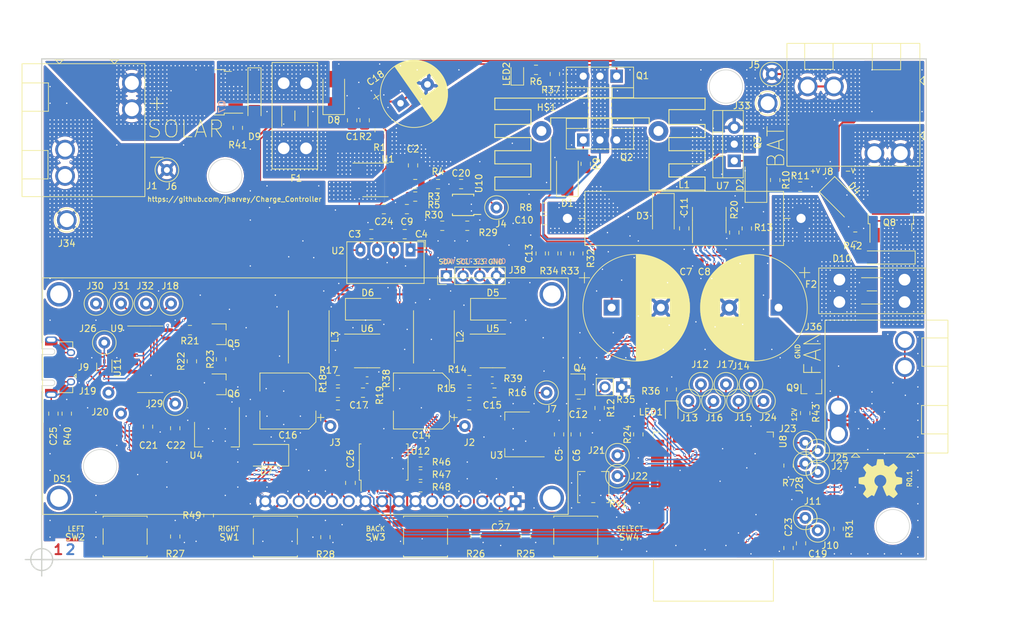
<source format=kicad_pcb>
(kicad_pcb (version 20211014) (generator pcbnew)
  (title_block (title "Charge Controller") (date "2022-08-09") (rev "R0.1") (company "Repo https://github.com/jharvey/Charge_Controller") (comment 1 "Based on https://github.com/AngeloCasi/FUGU-ARDUINO-MPPT-FIRMWARE"))
  (layers (0 "F.Cu" signal) (31 "B.Cu" signal) (34 "B.Paste" user) (35 "F.Paste" user) (36 "B.SilkS" user "B.Silkscreen") (37 "F.SilkS" user "F.Silkscreen") (38 "B.Mask" user) (39 "F.Mask" user) (44 "Edge.Cuts" user))
  (net 0 "")
  (net 1 "GND")
  (net 2 "/A3")
  (net 3 "Net-(C2-Pad2)")
  (net 4 "Net-(C3-Pad1)")
  (net 5 "Net-(C4-Pad2)")
  (net 6 "/12V")
  (net 7 "/5.0V")
  (net 8 "/A2")
  (net 9 "Net-(C10-Pad1)")
  (net 10 "Net-(C12-Pad2)")
  (net 11 "/A1")
  (net 12 "Net-(C15-Pad2)")
  (net 13 "/3.3V")
  (net 14 "Net-(C17-Pad2)")
  (net 15 "/EN")
  (net 16 "+3.3VA")
  (net 17 "/USBV")
  (net 18 "Net-(C22-Pad1)")
  (net 19 "Net-(C25-Pad1)")
  (net 20 "Net-(D1-Pad2)")
  (net 21 "Net-(D1-Pad1)")
  (net 22 "Net-(D2-Pad2)")
  (net 23 "Net-(D2-Pad1)")
  (net 24 "Net-(D5-Pad1)")
  (net 25 "Net-(D6-Pad1)")
  (net 26 "Net-(D9-Pad2)")
  (net 27 "Net-(D10-Pad2)")
  (net 28 "/A0")
  (net 29 "Net-(J9-Pad2)")
  (net 30 "Net-(J9-Pad3)")
  (net 31 "/USBID")
  (net 32 "Net-(J10-Pad1)")
  (net 33 "Net-(J11-Pad1)")
  (net 34 "Net-(J12-Pad1)")
  (net 35 "Net-(J13-Pad1)")
  (net 36 "Net-(J14-Pad1)")
  (net 37 "Net-(J15-Pad1)")
  (net 38 "Net-(J16-Pad1)")
  (net 39 "Net-(J17-Pad1)")
  (net 40 "Net-(J18-Pad1)")
  (net 41 "Net-(J19-Pad1)")
  (net 42 "Net-(J20-Pad1)")
  (net 43 "Net-(J21-Pad1)")
  (net 44 "Net-(J22-Pad1)")
  (net 45 "Net-(J23-Pad1)")
  (net 46 "Net-(J24-Pad1)")
  (net 47 "Net-(J25-Pad1)")
  (net 48 "Net-(J27-Pad1)")
  (net 49 "Net-(J28-Pad1)")
  (net 50 "Net-(J29-Pad1)")
  (net 51 "Net-(J30-Pad1)")
  (net 52 "Net-(J31-Pad1)")
  (net 53 "Net-(J32-Pad1)")
  (net 54 "Net-(LED1-Pad1)")
  (net 55 "Net-(LED2-Pad2)")
  (net 56 "/GPIO27")
  (net 57 "Net-(Q5-Pad2)")
  (net 58 "Net-(Q5-Pad1)")
  (net 59 "/GPIO0")
  (net 60 "Net-(Q6-Pad2)")
  (net 61 "Net-(Q6-Pad1)")
  (net 62 "Net-(R3-Pad2)")
  (net 63 "Net-(R3-Pad1)")
  (net 64 "/GPIO33")
  (net 65 "/GPIO32")
  (net 66 "/SCL")
  (net 67 "/SDA")
  (net 68 "/GPIO34")
  (net 69 "Net-(R38-Pad2)")
  (net 70 "Net-(R39-Pad2)")
  (net 71 "/TX")
  (net 72 "/RX")
  (net 73 "/LED1")
  (net 74 "/FAN-CR")
  (net 75 "/PB-SEL")
  (net 76 "/PB_BCK")
  (net 77 "/PB_LFT")
  (net 78 "/PB-RHT")
  (net 79 "/S+Fused2")
  (net 80 "/S+Fused")
  (net 81 "/B+Fused")
  (net 82 "/BuckFB")
  (net 83 "/S+B+1A")
  (net 84 "/B+Polarity")
  (net 85 "/S+Polarity")
  (net 86 "/S+")
  (net 87 "/B+")
  (net 88 "/S+Fused3")
  (net 90 "Net-(J36-Pad2)")
  (net 91 "Net-(DS1-Pad3)")
  (net 92 "/RW")
  (net 93 "/RS")
  (net 94 "/E")
  (net 95 "Net-(DS1-Pad11)")
  (net 96 "Net-(DS1-Pad12)")
  (net 97 "Net-(DS1-Pad13)")
  (net 98 "Net-(DS1-Pad14)")
  (net 99 "Net-(DS1-Pad15)")
  (net 100 "Net-(R46-Pad2)")
  (net 101 "Net-(R47-Pad2)")
  (net 102 "Net-(R48-Pad2)")
  (footprint "Capacitor_SMD:C_0805_2012Metric" (layer "F.Cu") (at 113.694 77.1885 90)
    (fp_text reference "C1")
    (fp_text value "100nf")
  )
  (footprint "Capacitor_SMD:C_0805_2012Metric" (layer "F.Cu") (at 122.965 84.0575 -90)
    (fp_text reference "C2")
    (fp_text value "2.2uf")
  )
  (footprint "Capacitor_SMD:C_0805_2012Metric" (layer "F.Cu") (at 116.615 94.52)
    (fp_text reference "C3")
    (fp_text value "100nf")
  )
  (footprint "Capacitor_SMD:C_0805_2012Metric" (layer "F.Cu") (at 145.19 125 -90)
    (fp_text reference "C5")
    (fp_text value "4.7uf")
  )
  (footprint "Capacitor_SMD:C_0805_2012Metric" (layer "F.Cu") (at 147.73 125 -90)
    (fp_text reference "C6")
    (fp_text value "4.7uf")
  )
  (footprint "Capacitor_THT:CP_Radial_D16.0mm_P7.50mm" (layer "F.Cu") (at 153.191 105.715)
    (fp_text reference "C7")
    (fp_text value "470uf")
  )
  (footprint "Capacitor_THT:CP_Radial_D16.0mm_P7.50mm" (layer "F.Cu") (at 178.591 105.715 180)
    (fp_text reference "C8")
    (fp_text value "470uf")
  )
  (footprint "Capacitor_SMD:C_0805_2012Metric" (layer "F.Cu") (at 122.0275 90.71 180)
    (fp_text reference "C9")
    (fp_text value "2.2uf")
  )
  (footprint "Capacitor_SMD:C_0805_2012Metric" (layer "F.Cu") (at 142.9825 92.38)
    (fp_text reference "C10")
    (fp_text value "10uf")
  )
  (footprint "Capacitor_SMD:C_0805_2012Metric" (layer "F.Cu") (at 164.24 93.65 -90)
    (fp_text reference "C11")
    (fp_text value "100nf")
  )
  (footprint "Capacitor_SMD:C_0805_2012Metric" (layer "F.Cu") (at 148.19 120.345)
    (fp_text reference "C12")
    (fp_text value "100nf")
  )
  (footprint "Capacitor_SMD:C_0805_2012Metric" (layer "F.Cu") (at 142.396 97.46 90)
    (fp_text reference "C13")
    (fp_text value "100nf")
  )
  (footprint "Capacitor_SMD:CP_Elec_8x10" (layer "F.Cu") (at 103.915 119.92 180)
    (fp_text reference "C16")
    (fp_text value "100uf")
  )
  (footprint "Capacitor_SMD:C_0805_2012Metric" (layer "F.Cu") (at 111.535 120.555)
    (fp_text reference "C17")
    (fp_text value "33nf")
  )
  (footprint "Capacitor_THT:CP_Radial_D10.0mm_P5.00mm" (layer "F.Cu") (at 121.06 74.6 35)
    (fp_text reference "C18")
    (fp_text value "4.7uf")
  )
  (footprint "Capacitor_SMD:C_0805_2012Metric" (layer "F.Cu") (at 182.02 141.5775 -90)
    (fp_text reference "C19")
    (fp_text value "470nf")
  )
  (footprint "Capacitor_SMD:C_0805_2012Metric" (layer "F.Cu") (at 130.2825 86.9)
    (fp_text reference "C20")
    (fp_text value "100nf")
  )
  (footprint "Capacitor_SMD:C_0805_2012Metric" (layer "F.Cu") (at 82.6275 123.8275 -90)
    (fp_text reference "C21")
    (fp_text value "4.7uf")
  )
  (footprint "Capacitor_SMD:C_0805_2012Metric" (layer "F.Cu") (at 86.77 124.0625 90)
    (fp_text reference "C22")
    (fp_text value "4.7uf")
  )
  (footprint "Capacitor_SMD:C_0805_2012Metric" (layer "F.Cu") (at 180.115 142.291 90)
    (fp_text reference "C23")
    (fp_text value "100nf")
  )
  (footprint "Capacitor_SMD:C_0805_2012Metric" (layer "F.Cu") (at 118.52 90.71 180)
    (fp_text reference "C24")
    (fp_text value "4.7uf")
  )
  (footprint "Capacitor_SMD:C_0805_2012Metric" (layer "F.Cu") (at 68.228 121.844 -90)
    (fp_text reference "C25")
    (fp_text value "100nf")
  )
  (footprint "Diode_SMD:D_SMA" (layer "F.Cu") (at 146.46 85.395 90)
    (fp_text reference "D1")
    (fp_text value "SS310")
  )
  (footprint "Diode_SMD:D_SMA" (layer "F.Cu") (at 175.162 86.284 90)
    (fp_text reference "D2")
    (fp_text value "SS310")
  )
  (footprint "Diode_SMD:D_SMA" (layer "F.Cu") (at 161.065 91.745 -90)
    (fp_text reference "D3")
    (fp_text value "SS310")
  )
  (footprint "Diode_SMD:D_SMA" (layer "F.Cu") (at 188.37 89.332 -45)
    (fp_text reference "D4")
    (fp_text value "1N4007")
  )
  (footprint "Diode_SMD:D_SMA" (layer "F.Cu") (at 116.075 105.95)
    (fp_text reference "D6")
    (fp_text value "SS310")
  )
  (footprint "Diode_SMD:D_SMA" (layer "F.Cu") (at 110.9 72.93 90)
    (fp_text reference "D8")
    (fp_text value "1N4007")
  )
  (footprint "Diode_SMD:D_MiniMELF_Handsoldering" (layer "F.Cu") (at 98.835 73.755 -90)
    (fp_text reference "D9")
    (fp_text value "D_Zener_Small")
  )
  (footprint "Diode_SMD:D_MiniMELF_Handsoldering" (layer "F.Cu") (at 194.8425 98.076 180)
    (fp_text reference "D10")
    (fp_text value "D_Zener_Small")
  )
  (footprint "Fuse:Fuseholder_Blade_Mini_Keystone_3568" (layer "F.Cu") (at 103.28 81.465 90)
    (fp_text reference "F1")
    (fp_text value "35A")
  )
  (footprint "Fuse:Fuseholder_Blade_Mini_Keystone_3568" (layer "F.Cu") (at 197.775 104.856 180)
    (fp_text reference "F2")
    (fp_text value "35A")
  )
  (footprint "TestPoint:TestPoint_Loop_D3.50mm_Drill0.9mm_Beaded" (layer "F.Cu") (at 130.839 123.73)
    (fp_text reference "J2")
    (fp_text value "Conn_01x01_Female")
  )
  (footprint "TestPoint:TestPoint_Loop_D3.50mm_Drill0.9mm_Beaded" (layer "F.Cu") (at 110.392 123.73)
    (fp_text reference "J3")
    (fp_text value "Conn_01x01_Female")
  )
  (footprint "TestPoint:TestPoint_Loop_D3.50mm_Drill0.9mm_Beaded" (layer "F.Cu") (at 135.665 90.475)
    (fp_text reference "J4")
    (fp_text value "Conn_01x01_Female")
  )
  (footprint "TestPoint:TestPoint_Loop_D3.50mm_Drill0.9mm_Beaded" (layer "F.Cu") (at 177.575 70.155)
    (fp_text reference "J5")
    (fp_text value "Conn_01x01_Female")
  )
  (footprint "TestPoint:TestPoint_Loop_D3.50mm_Drill0.9mm_Beaded" (layer "F.Cu") (at 85.5 84.76)
    (fp_text reference "J6")
    (fp_text value "Conn_01x01_Female")
  )
  (footprint "TestPoint:TestPoint_Loop_D3.50mm_Drill0.9mm_Beaded" (layer "F.Cu") (at 143.285 118.65)
    (fp_text reference "J7")
    (fp_text value "Conn_01x01_Female")
  )
  (footprint "Phoenix_10.16_terminal_1709681:Phoenix_10.16_terminal_1709681" (layer "F.Cu") (at 197.1815 82.201 180)
    (fp_text reference "J8")
    (fp_text value "BATT")
  )
  (footprint "TestPoint:TestPoint_Loop_D3.50mm_Drill0.9mm_Beaded" (layer "F.Cu") (at 86.135 105.08 -90)
    (fp_text reference "J18")
    (fp_text value "Conn_01x01_Female")
  )
  (footprint "TestPoint:TestPoint_Loop_D3.50mm_Drill0.9mm_Beaded" (layer "F.Cu") (at 76.61 118.65 -90)
    (fp_text reference "J19")
    (fp_text value "Conn_01x01_Female")
  )
  (footprint "TestPoint:TestPoint_Loop_D3.50mm_Drill0.9mm_Beaded" (layer "F.Cu") (at 78.515 121.825 -90)
    (fp_text reference "J20")
    (fp_text value "Conn_01x01_Female")
  )
  (footprint "TestPoint:TestPoint_Loop_D3.50mm_Drill0.9mm_Beaded" (layer "F.Cu") (at 75.975 111.03 -90)
    (fp_text reference "J26")
    (fp_text value "Conn_01x01_Female")
  )
  (footprint "TestPoint:TestPoint_Loop_D3.50mm_Drill0.9mm_Beaded" (layer "F.Cu") (at 86.77 120.32 -90)
    (fp_text reference "J29")
    (fp_text value "Conn_01x01_Female")
  )
  (footprint "TestPoint:TestPoint_Loop_D3.50mm_Drill0.9mm_Beaded" (layer "F.Cu") (at 74.705 105.08 -90)
    (fp_text reference "J30")
    (fp_text value "Conn_01x01_Female")
  )
  (footprint "TestPoint:TestPoint_Loop_D3.50mm_Drill0.9mm_Beaded" (layer "F.Cu") (at 78.515 105.08 -90)
    (fp_text reference "J31")
    (fp_text value "Conn_01x01_Female")
  )
  (footprint "TestPoint:TestPoint_Loop_D3.50mm_Drill0.9mm_Beaded" (layer "F.Cu") (at 82.325 105.08 -90)
    (fp_text reference "J32")
    (fp_text value "Conn_01x01_Female")
  )
  (footprint "LED_SMD:LED_0805_2012Metric" (layer "F.Cu") (at 138.84 70.155 90)
    (fp_text reference "LED2")
    (fp_text value "LED")
  )
  (footprint "Package_TO_SOT_THT:TO-220-3_Vertical" (layer "F.Cu") (at 151.413 70.48 180)
    (fp_text reference "Q1")
    (fp_text value "CSD19505")
  )
  (footprint "Package_TO_SOT_THT:TO-220-3_Vertical" (layer "F.Cu") (at 151.413 80.188)
    (fp_text reference "Q2")
    (fp_text value "CSD19505")
  )
  (footprint "Package_TO_SOT_THT:TO-220-3_Vertical" (layer "F.Cu") (at 171.86 80.823 90)
    (fp_text reference "Q3")
    (fp_text value "CSD19505")
  )
  (footprint "Package_TO_SOT_SMD:SOT-23" (layer "F.Cu") (at 148.365 117.38 180)
    (fp_text reference "Q4")
    (fp_text value "Si2306")
  )
  (footprint "Package_TO_SOT_SMD:SOT-23" (layer "F.Cu") (at 93.755 109.76 180)
    (fp_text reference "Q5")
    (fp_text value "2N3904")
  )
  (footprint "Package_TO_SOT_SMD:TO-252-2" (layer "F.Cu") (at 195.6875 91.58 90)
    (fp_text reference "Q8")
    (fp_text value "PMOS-100V-78A")
  )
  (footprint "Resistor_SMD:R_0805_2012Metric" (layer "F.Cu") (at 117.885 78.7125 90)
    (fp_text reference "R1")
    (fp_text value "200k")
  )
  (footprint "Resistor_SMD:R_0805_2012Metric" (layer "F.Cu") (at 115.599 77.1885 90)
    (fp_text reference "R2")
    (fp_text value "5.1k")
  )
  (footprint "Resistor_SMD:R_0805_2012Metric" (layer "F.Cu") (at 123.2975 86.9)
    (fp_text reference "R3")
    (fp_text value "3.3k")
  )
  (footprint "Resistor_SMD:R_0805_2012Metric" (layer "F.Cu") (at 126.775 86.9)
    (fp_text reference "R4")
    (fp_text value "10k")
  )
  (footprint "Resistor_SMD:R_0805_2012Metric" (layer "F.Cu") (at 123.2975 88.805)
    (fp_text reference "R5")
    (fp_text value "1k")
  )
  (footprint "Resistor_SMD:R_0805_2012Metric" (layer "F.Cu") (at 141.6825 69.52)
    (fp_text reference "R6")
    (fp_text value "10k")
  )
  (footprint "Resistor_SMD:R_0805_2012Metric" (layer "F.Cu") (at 180.115 129.7475 -90)
    (fp_text reference "R7")
    (fp_text value "10k")
  )
  (footprint "Resistor_SMD:R_0805_2012Metric" (layer "F.Cu") (at 142.9825 90.475)
    (fp_text reference "R8")
    (fp_text value "100k")
  )
  (footprint "Resistor_SMD:R_0805_2012Metric" (layer "F.Cu") (at 149.254 83.8225 90)
    (fp_text reference "R9")
    (fp_text value "100")
  )
  (footprint "Resistor_SMD:R_0805_2012Metric" (layer "F.Cu") (at 178.083 86.284 90)
    (fp_text reference "R10")
    (fp_text value "100")
  )
  (footprint "Resistor_SMD:R_0805_2012Metric" (layer "F.Cu") (at 181.893 87.3)
    (fp_text reference "R11")
    (fp_text value "100k")
  )
  (footprint "Resistor_SMD:R_0805_2012Metric" (layer "F.Cu") (at 151.365 120.98 90)
    (fp_text reference "R12")
    (fp_text value "10k")
  )
  (footprint "Resistor_SMD:R_0805_2012Metric" (layer "F.Cu") (at 111.535 116.745)
    (fp_text reference "R17")
    (fp_text value "15k")
  )
  (footprint "Resistor_SMD:R_0805_2012Metric" (layer "F.Cu") (at 171.86 94.285 90)
    (fp_text reference "R20")
    (fp_text value "10k")
  )
  (footprint "Resistor_SMD:R_0805_2012Metric" (layer "F.Cu") (at 89.0075 109.125 180)
    (fp_text reference "R21")
    (fp_text value "10k")
  )
  (footprint "Resistor_SMD:R_0805_2012Metric" (layer "F.Cu") (at 93.755 113.57 90)
    (fp_text reference "R23")
    (fp_text value "10k")
  )
  (footprint "Resistor_SMD:R_0805_2012Metric" (layer "F.Cu") (at 157.255 125 90)
    (fp_text reference "R24")
    (fp_text value "10k")
  )
  (footprint "Resistor_SMD:R_0805_2012Metric" (layer "F.Cu") (at 131.22 93.25 180)
    (fp_text reference "R29")
    (fp_text value "10k")
  )
  (footprint "Resistor_SMD:R_0805_2012Metric" (layer "F.Cu") (at 127.41 93.25)
    (fp_text reference "R30")
    (fp_text value "10k")
  )
  (footprint "Resistor_SMD:R_0805_2012Metric" (layer "F.Cu") (at 187.735 139.37 -90)
    (fp_text reference "R31")
    (fp_text value "10k")
  )
  (footprint "Resistor_SMD:R_0805_2012Metric" (layer "F.Cu") (at 148.111 97.46 -90)
    (fp_text reference "R32")
    (fp_text value "47k")
  )
  (footprint "Resistor_SMD:R_0805_2012Metric" (layer "F.Cu") (at 144.301 97.46 90)
    (fp_text reference "R34")
    (fp_text value "1k")
  )
  (footprint "Connector_PinHeader_2.54mm:PinHeader_1x02_P2.54mm_Vertical" (layer "F.Cu") (at 154.715 117.78 -90)
    (fp_text reference "R35")
    (fp_text value "10k_-tc")
  )
  (footprint "Resistor_SMD:R_0805_2012Metric" (layer "F.Cu") (at 144.555 70.155 90)
    (fp_text reference "R37")
    (fp_text value "10k")
  )
  (footprint "Resistor_SMD:R_0603_1608Metric" (layer "F.Cu") (at 115.98 116.745 180)
    (fp_text reference "R38")
    (fp_text value "0R")
  )
  (footprint "Resistor_SMD:R_0805_2012Metric" (layer "F.Cu") (at 96.295 78.3425 -90)
    (fp_text reference "R41")
    (fp_text value "1k")
  )
  (footprint "Resistor_SMD:R_0805_2012Metric" (layer "F.Cu") (at 190.275 94.901 180)
    (fp_text reference "R42")
    (fp_text value "1k")
  )
  (footprint "Package_SO:SOIC-8_3.9x4.9mm_P1.27mm" (layer "F.Cu") (at 117.25 86.265 -90)
    (fp_text reference "U1")
    (fp_text value "ACS712-30A")
  )
  (footprint "Converter_DCDC:Converter_DCDC_muRata_CRE1xxxxxxSC_THT" (layer "F.Cu") (at 122.584 96.933 -90)
    (fp_text reference "U2")
    (fp_text value "B1212")
  )
  (footprint "Package_TO_SOT_SMD:SOT-223-3_TabPin2" (layer "F.Cu") (at 138.84 125)
    (fp_text reference "U3")
    (fp_text value "AMS1117-5.0")
  )
  (footprint "Package_TO_SOT_SMD:SOT-223-3_TabPin2" (layer "F.Cu") (at 93.12 125 90)
    (fp_text reference "U4")
    (fp_text value "AMS1117-3.3")
  )
  (footprint "Package_SO:SOIC-8_3.9x4.9mm_P1.27mm" (layer "F.Cu") (at 115.98 112.3 -90)
    (fp_text reference "U6")
    (fp_text value "XL7005A")
  )
  (footprint "Package_SO:SOIC-8_3.9x4.9mm_P1.27mm" (layer "F.Cu") (at 168.05 92.38)
    (fp_text reference "U7")
    (fp_text value "IR2104")
  )
  (footprint "Package_SO:TSSOP-10_3x3mm_P0.5mm" (layer "F.Cu") (at 130.585 90.075 90)
    (fp_text reference "U10")
    (fp_text value "ADS1015")
  )
  (footprint "Connector_PinHeader_2.54mm:PinHeader_1x04_P2.54mm_Vertical" (layer "F.Cu") (at 128.045 100.87 90)
    (fp_text reference "J38")
    (fp_text value "I2C_CON")
  )
  (footprint "Package_TO_SOT_SMD:SOT-23" (layer "F.Cu") (at 183.5925 118.05 90)
    (fp_text reference "Q9")
    (fp_text value "Si2306")
  )
  (footprint "Resistor_SMD:R_0805_2012Metric" (layer "F.Cu") (at 182.655 121.7655 -90)
    (fp_text reference "R43")
    (fp_text value "10k")
  )
  (footprint "Package_SO:STC_SOP-16_3.9x9.9mm_P1.27mm" (layer "F.Cu") (at 82.96 113.57 -90)
    (fp_text reference "U9")
    (fp_text value "CH340C")
  )
  (footprint "Package_TO_SOT_SMD:SOT-363_SC-70-6" (layer "F.Cu") (at 75.975 114.84 90)
    (fp_text reference "U11")
    (fp_text value "NUP4202")
  )
  (footprint "Resistor_SMD:R_0805_2012Metric" (layer "F.Cu") (at 70.26 121.844 -90)
    (fp_text reference "R40")
    (fp_text value "100k")
  )
  (footprint "Package_TO_SOT_SMD:SOT-23" (layer "F.Cu") (at 93.755 117.38 180)
    (fp_text reference "Q6")
    (fp_text value "2N3904")
  )
  (footprint "Resistor_SMD:R_0805_2012Metric" (layer "F.Cu") (at 89.31 113.8725 90)
    (fp_text reference "R22")
    (fp_text value "10k")
  )
  (footprint "Diode_SMD:D_SMA" (layer "F.Cu") (at 100.645 128.175 180)
    (fp_text reference "D7")
    (fp_text value "SS310")
  )
  (footprint "Inductor_SMD:L_Taiyo-Yuden_NR-60xx_HandSoldering" (layer "F.Cu") (at 107.09 110.16 -90)
    (fp_text reference "L3")
    (fp_text value "100uH")
  )
  (footprint "Resistor_SMD:R_0805_2012Metric" (layer "F.Cu") (at 115.345 118.65 180)
    (fp_text reference "R19")
    (fp_text value "1k")
  )
  (footprint "Resistor_SMD:R_0805_2012Metric" (layer "F.Cu") (at 111.535 118.65)
    (fp_text reference "R18")
    (fp_text value "15k")
  )
  (footprint "Package_SO:SOIC-8_3.9x4.9mm_P1.27mm" (layer "F.Cu") (at 135.095 112.3 -90)
    (fp_text reference "U5")
    (fp_text value "XL7005A")
  )
  (footprint "Resistor_SMD:R_0603_1608Metric" (layer "F.Cu") (at 135.03 116.745 180)
    (fp_text reference "R39")
    (fp_text value "0R")
  )
  (footprint "Resistor_SMD:R_0805_2012Metric" (layer "F.Cu") (at 135.3625 118.65 180)
    (fp_text reference "R16")
    (fp_text value "1k")
  )
  (footprint "Inductor_SMD:L_Taiyo-Yuden_NR-60xx_HandSoldering" (layer "F.Cu") (at 126.14 110.16 -90)
    (fp_text reference "L2")
    (fp_text value "100uH")
  )
  (footprint "Resistor_SMD:R_0805_2012Metric" (layer "F.Cu") (at 131.5525 116.745)
    (fp_text reference "R14")
    (fp_text value "15k")
  )
  (footprint "Resistor_SMD:R_0805_2012Metric" (layer "F.Cu") (at 131.5525 118.65)
    (fp_text reference "R15")
    (fp_text value "15k")
  )
  (footprint "Diode_SMD:D_SMA" (layer "F.Cu") (at 135.125 105.95)
    (fp_text reference "D5")
    (fp_text value "SS310")
  )
  (footprint "Capacitor_SMD:CP_Elec_8x10" (layer "F.Cu") (at 124.235 119.92 180)
    (fp_text reference "C14")
    (fp_text value "100uf")
  )
  (footprint "Capacitor_SMD:C_0805_2012Metric" (layer "F.Cu") (at 131.5225 120.555)
    (fp_text reference "C15")
    (fp_text value "33nf")
  )
  (footprint "Inductor_THT:L_Axial_L30.0mm_D8.0mm_P35.56mm_Horizontal_Fastron_77A" (layer "F.Cu") (at 146.46 92.126)
    (fp_text reference "L1")
    (fp_text value "64uH")
  )
  (footprint "Package_TO_SOT_SMD:TO-252-2" (layer "F.Cu") (at 92.866 72.93 180)
    (fp_text reference "Q7")
    (fp_text value "PMOS-100V-78A")
  )
  (footprint "Resistor_SMD:R_0805_2012Metric" (layer "F.Cu") (at 146.206 97.46 -90)
    (fp_text reference "R33")
    (fp_text value "47k")
  )
  (footprint "Resistor_SMD:R_0805_2012Metric" (layer "F.Cu") (at 173.765 93.65 90)
    (fp_text reference "R13")
    (fp_text value "10k")
  )
  (footprint "Phoenix_10.16_terminal_1709681:Phoenix_10.16_terminal_1709681" (layer "F.Cu") (at 187.6565 124.9215 90)
    (fp_text reference "J36")
    (fp_text value "FAN")
  )
  (footprint "Resistor_SMD:R_0805_2012Metric" (layer "F.Cu") (at 86.77 140.545 90)
    (fp_text reference "R27")
    (fp_text value "10k")
  )
  (footprint "Resistor_SMD:R_0805_2012Metric" (layer "F.Cu") (at 132.49 140.545 90)
    (fp_text reference "R26")
    (fp_text value "10k")
  )
  (footprint "Resistor_SMD:R_0805_2012Metric" (layer "F.Cu") (at 140.11 140.545 90)
    (fp_text reference "R25")
    (fp_text value "10k")
  )
  (footprint "Resistor_SMD:R_0805_2012Metric" (layer "F.Cu") (at 109.63 140.64 90)
    (fp_text reference "R28")
    (fp_text value "10k")
  )
  (footprint "TestPoint:TestPoint_Loop_D3.50mm_Drill0.9mm_Beaded" (layer "F.Cu") (at 154.08 131.35)
    (fp_text reference "J22")
    (fp_text value "Conn_01x01_Female")
  )
  (footprint "TestPoint:TestPoint_Loop_D3.50mm_Drill0.9mm_Beaded" (layer "F.Cu") (at 184.56 130.715)
    (fp_text reference "J27")
    (fp_text value "Conn_01x01_Female")
  )
  (footprint "TestPoint:TestPoint_Loop_D3.50mm_Drill0.9mm_Beaded" (layer "F.Cu") (at 184.56 127.54)
    (fp_text reference "J25")
    (fp_text value "Conn_01x01_Female")
  )
  (footprint "TestPoint:TestPoint_Loop_D3.50mm_Drill0.9mm_Beaded" (layer "F.Cu") (at 176.305 119.92)
    (fp_text reference "J24")
    (fp_text value "Conn_01x01_Female")
  )
  (footprint "TestPoint:TestPoint_Loop_D3.50mm_Drill0.9mm_Beaded" (layer "F.Cu") (at 174.4 117.38)
    (fp_text reference "J14")
    (fp_text value "Conn_01x01_Female")
  )
  (footprint "TestPoint:TestPoint_Loop_D3.50mm_Drill0.9mm_Beaded" (layer "F.Cu") (at 170.59 117.38)
    (fp_text reference "J17")
    (fp_text value "Conn_01x01_Female")
  )
  (footprint "TestPoint:TestPoint_Loop_D3.50mm_Drill0.9mm_Beaded" (layer "F.Cu") (at 184.56 139.605)
    (fp_text reference "J10")
    (fp_text value "Conn_01x01_Female")
  )
  (footprint "TestPoint:TestPoint_Loop_D3.50mm_Drill0.9mm_Beaded" (layer "F.Cu") (at 172.495 119.92)
    (fp_text reference "J15")
    (fp_text value "Conn_01x01_Female")
  )
  (footprint "TestPoint:TestPoint_Loop_D3.50mm_Drill0.9mm_Beaded" (layer "F.Cu") (at 164.875 119.92)
    (fp_text reference "J13")
    (fp_text value "Conn_01x01_Female")
  )
  (footprint "TestPoint:TestPoint_Loop_D3.50mm_Drill0.9mm_Beaded" (layer "F.Cu") (at 182.655 137.7)
    (fp_text reference "J11")
    (fp_text value "Conn_01x01_Female")
  )
  (footprint "Button_Switch_SMD:SW_SPST_EVQQ2" (layer "F.Cu") (at 124.87 140.545)
    (fp_text reference "SW3")
    (fp_text value "BACK")
  )
  (footprint "Button_Switch_SMD:SW_SPST_EVQQ2" (layer "F.Cu") (at 147.73 140.545)
    (fp_text reference "SW4")
    (fp_text value "SELECT")
  )
  (footprint "Button_Switch_SMD:SW_SPST_EVQQ2" (layer "F.Cu") (at 79.15 140.545)
    (fp_text reference "SW2")
    (fp_text value "LEFT")
  )
  (footprint "RF_Module:ESP32-WROOM-32" (layer "F.Cu") (at 168.685 134.525 90)
    (fp_text reference "U8")
    (fp_text value "ESP32-WROOM-32")
  )
  (footprint "Resistor_SMD:R_0805_2012Metric" (layer "F.Cu") (at 162.335 118.161 -90)
    (fp_text reference "R36")
    (fp_text value "10k")
  )
  (footprint "LED_SMD:LED_0805_2012Metric" (layer "F.Cu") (at 162.335 121.59 -90)
    (fp_text reference "LED1")
    (fp_text value "LED")
  )
  (footprint "Capacitor_SMD:C_0805_2012Metric" (layer "F.Cu") (at 121.695 94.52)
    (fp_text reference "C4")
    (fp_text value "100nf")
  )
  (footprint "TestPoint:TestPoint_Loop_D3.50mm_Drill0.9mm_Beaded" (layer "F.Cu") (at 166.78 117.38)
    (fp_text reference "J12")
    (fp_text value "Conn_01x01_Female")
  )
  (footprint "TestPoint:TestPoint_Loop_D3.50mm_Drill0.9mm_Beaded" (layer "F.Cu") (at 168.685 119.92)
    (fp_text reference "J16")
    (fp_text value "Conn_01x01_Female")
  )
  (footprint "TestPoint:TestPoint_Loop_D3.50mm_Drill0.9mm_Beaded" (layer "F.Cu") (at 154.08 128.175)
    (fp_text reference "J21")
    (fp_text value "Conn_01x01_Female")
  )
  (footprint "TestPoint:TestPoint_Loop_D3.50mm_Drill0.9mm_Beaded" (layer "F.Cu") (at 182.655 126.27)
    (fp_text reference "J23")
    (fp_text value "Conn_01x01_Female")
  )
  (footprint "TestPoint:TestPoint_Loop_D3.50mm_Drill0.9mm_Beaded" (layer "F.Cu") (at 182.655 129.445)
    (fp_text reference "J28")
    (fp_text value "Conn_01x01_Female")
  )
  (footprint "Button_Switch_SMD:SW_SPST_EVQQ2" (layer "F.Cu") (at 102.01 140.545)
    (fp_text reference "SW1")
    (fp_text value "RIGHT")
  )
  (footprint "Phoenix_10.16_terminal_1709681:Phoenix_10.16_terminal_1709681" (layer "F.Cu") (at 80.166 71.5035 -90)
    (fp_text reference "J1")
    (fp_text value "SOLAR")
  )
  (footprint "Connector_USB:USB_Micro-AB_Molex_47590-0001" (layer "F.Cu") (at 69.3486 114.78 -90)
    (fp_text reference "J9")
    (fp_text value "USB_OTG")
    (fp_line (start -1.95 2.8986) (end 1.95 2.8986) (layer "Edge.Cuts") (width 0.1))
    (fp_line (start -2.8 1.3236) (end -2.8 2.8986) (layer "Edge.Cuts") (width 0.1))
    (fp_line (start -3.75 2.8986) (end -2.8 2.8986) (layer "Edge.Cuts") (width 0.1))
    (fp_line (start 1.95 1.3236) (end 1.95 2.8986) (layer "Edge.Cuts") (width 0.1))
    (fp_line (start -1.95 1.3236) (end -1.95 2.8986) (layer "Edge.Cuts") (width 0.1))
    (fp_line (start 2.8 1.3236) (end 2.8 2.8986) (layer "Edge.Cuts") (width 0.1))
    (fp_line (start 2.8 2.8986) (end 3.75 2.8986) (layer "Edge.Cuts") (width 0.1))
    (fp_arc (start -2.8 1.3236) (mid -2.375 0.8986) (end -1.95 1.3236) (layer "Edge.Cuts") (width 0.1))
    (fp_arc (start 1.95 1.3236) (mid 2.375 0.8986) (end 2.8 1.3236) (layer "Edge.Cuts") (width 0.1))
  )
  (footprint "Capacitor_SMD:C_0805_2012Metric" (layer "F.Cu") (at 113.44 132.385 90)
    (fp_text reference "C26")
    (fp_text value "100nf")
  )
  (footprint "TestPoint:TestPoint_Loop_D3.50mm_Drill0.9mm_Beaded" (layer "F.Cu") (at 70.26 92.38)
    (fp_text reference "J34")
    (fp_text value "Conn_01x01_Female")
  )
  (footprint "TestPoint:TestPoint_Loop_D3.50mm_Drill0.9mm_Beaded" (layer "F.Cu") (at 176.94 74.6)
    (fp_text reference "J33")
    (fp_text value "Conn_01x01_Female")
  )
  (footprint "Package_SO:SSOP-20_5.3x7.2mm_P0.65mm" (layer "F.Cu") (at 118.4946 129.21)
    (fp_text reference "U12")
    (fp_text value "PCF8574")
  )
  (footprint "Potentiometer_SMD:Potentiometer_Bourns_3314G_Vertical" (layer "F.Cu") (at 150.397 133.02)
    (fp_text reference "RV1")
    (fp_text value "10k")
  )
  (footprint "Resistor_SMD:R_0805_2012Metric" (layer "F.Cu") (at 124.108 129.21 180)
    (fp_text reference "R46")
    (fp_text value "10k")
  )
  (footprint "Resistor_SMD:R_0805_2012Metric" (layer "F.Cu") (at 91.85 137.338 90)
    (fp_text reference "R49")
    (fp_text value "330")
  )
  (footprint "LCD:LCD_LCM-S01602DTR_A" (layer "F.Cu") (at 106.032 118.877 180)
    (fp_text reference "DS1")
    (fp_text value "LCD")
  )
  (footprint "Capacitor_SMD:C_0805_2012Metric" (layer "F.Cu") (at 136.3 137.465 180)
    (fp_text reference "C27")
    (fp_text value "100nf")
  )
  (footprint "Symbol:OSHW-Symbol_6.7x6mm_SilkScreen" (layer "F.Cu") (at 194.085 131.75)
    (fp_text reference "LOGO1" hide)
    (fp_text value "Logo_Open_Hardware_Small" hide)
  )
  (footprint "Heatsink:Heatsink_Stonecold_HS-132_32x14mm_2xFixation1.5mm" (layer "F.Cu") (at 151.413 78.823)
    (fp_text reference "HS1")
    (fp_text value "Heatsink")
  )
  (footprint "Resistor_SMD:R_0805_2012Metric" (layer "F.Cu") (at 124.108 133.02 180)
    (fp_text reference "R48")
    (fp_text value "10k")
  )
  (footprint "Resistor_SMD:R_0805_2012Metric" (layer "F.Cu") (at 124.108 131.115 180)
    (fp_text reference "R47")
    (fp_text value "10k")
  )
  (gr_circle (center 170.59 72.06) (end 173.13 72.06) (layer "Edge.Cuts") (width 0.1) (fill none))
  (gr_circle (center 75.34 129.845) (end 77.88 129.845) (layer "Edge.Cuts") (width 0.1) (fill none))
  (gr_line (start 201.07 144.05) (end 66.45 144.05) (layer "Edge.Cuts") (width 0.2))
  (gr_line (start 201.07 67.85) (end 201.07 144.05) (layer "Edge.Cuts") (width 0.2))
  (gr_circle (center 195.99 138.97) (end 198.53 138.97) (layer "Edge.Cuts") (width 0.1) (fill none))
  (gr_line (start 66.45 111.03) (end 66.45 67.85) (layer "Edge.Cuts") (width 0.2))
  (gr_line (start 66.45 144.05) (end 66.45 118.53) (layer "Edge.Cuts") (width 0.2))
  (gr_circle (center 94.39 85.63) (end 96.93 85.63) (layer "Edge.Cuts") (width 0.1) (fill none))
  (gr_line (start 66.45 67.85) (end 201.07 67.85) (layer "Edge.Cuts") (width 0.2))
  (gr_text "1" (at 68.99 142.545) (layer "F.Cu") (effects (font (size 1.5 1.5) (thickness 0.3))))
  (gr_text " 2" (at 70.26 142.545) (layer "B.Cu") (effects (font (size 1.5 1.5) (thickness 0.3))))
  (gr_text "SDA SCL 3.3 GND" (at 127.24668 98.585253 180) (layer "B.SilkS") (effects (font (size 0.7366 0.7366) (thickness 0.13)) (justify left mirror)))
  (gr_text "LEFT" (at 71.657 139.37) (layer "F.SilkS") (effects (font (size 0.75 0.75) (thickness 0.13))))
  (gr_text "https://github.com/jharvey/Charge_Controller" (at 95.787 89.205) (layer "F.SilkS") (effects (font (size 0.75 0.75) (thickness 0.13))))
  (gr_text "GND" (at 181.512 113.589 90) (layer "F.SilkS") (effects (font (size 0.7366 0.7366) (thickness 0.13)) (justify left)))
  (gr_text "+\nSOLAR\n-" (at 82.325 78.537) (layer "F.SilkS") (effects (font (size 2.54 2.54) (thickness 0.13)) (justify left)))
  (gr_text "FAN" (at 183.798 116.256 90) (layer "F.SilkS") (effects (font (size 2.54 2.54) (thickness 0.13)) (justify left)))
  (gr_text "RIGHT" (at 94.898 139.37) (layer "F.SilkS") (effects (font (size 0.75 0.75) (thickness 0.13))))
  (gr_text "12V" (at 181.004 123.114 90) (layer "F.SilkS") (effects (font (size 0.7366 0.7366) (thickness 0.13)) (justify left)))
  (gr_text "BACK" (at 117.25 139.37) (layer "F.SilkS") (effects (font (size 0.75 0.75) (thickness 0.13))))
  (gr_text "SDA SCL 3.3 GND" (at 126.775 98.73) (layer "F.SilkS") (effects (font (size 0.7366 0.7366) (thickness 0.13)) (justify left)))
  (gr_text "BAT" (at 178.21 84.633 90) (layer "F.SilkS") (effects (font (size 2.54 2.54) (thickness 0.13)) (justify left)))
  (gr_text "+V" (at 183.29 84.887) (layer "F.SilkS") (effects (font (size 0.7366 0.7366) (thickness 0.13)) (justify left)))
  (gr_text "SELECT" (at 155.985 139.37) (layer "F.SilkS") (effects (font (size 0.75 0.75) (thickness 0.13))))
  (gr_text "R0.1" (at 198.53 131.75 90) (layer "F.SilkS") (effects (font (size 0.75 0.75) (thickness 0.13))))
  (gr_text "-V" (at 188.624 84.887) (layer "F.SilkS") (effects (font (size 0.7366 0.7366) (thickness 0.13)) (justify left)))
  (target plus (at 66.45 144.05) (size 5) (width 0.2) (layer "Edge.Cuts"))
  (segment (start 181.385 70.155) (end 181.385 70.4045) (width 0.3048) (layer "F.Cu") (net 1))
  (segment (start 164.24 92.7125) (end 164.24 91.872) (width 0.2286) (layer "F.Cu") (net 1))
  (segment (start 122.965 83.12) (end 123.357 83.12) (width 0.2286) (layer "F.Cu") (net 1))
  (segment (start 118.455 109.079) (end 118.075 108.699) (width 0.2286) (layer "F.Cu") (net 1))
  (segment (start 118.455 112.935) (end 118.455 111.665) (width 0.2286) (layer "F.Cu") (net 1))
  (segment (start 136.3 118.65) (end 136.3 117.78) (width 0.2286) (layer "F.Cu") (net 1))
  (segment (start 173.765 95.301) (end 173.638 95.428) (width 0.2286) (layer "F.Cu") (net 1))
  (segment (start 177.575 70.155) (end 179.48 70.155) (width 0.3048) (layer "F.Cu") (net 1))
  (segment (start 118.455 114.205) (end 118.455 114.797) (width 0.2286) (layer "F.Cu") (net 1))
  (segment (start 174.4 125.27) (end 174.4 123.749) (width 0.2286) (layer "F.Cu") (net 1))
  (segment (start 119.725 89.14) (end 120.298 89.713) (width 0.2286) (layer "F.Cu") (net 1))
  (segment (start 116.2825 118.65) (end 116.2825 117.23) (width 0.2286) (layer "F.Cu") (net 1))
  (segment (start 100.665 118.086) (end 100.613 118.034) (width 0.2286) (layer "F.Cu") (net 1))
  (segment (start 119.4575 90.5535) (end 120.298 89.713) (width 0.2286) (layer "F.Cu") (net 1))
  (segment (start 118.455 114.205) (end 118.455 112.935) (width 0.2286) (layer "F.Cu") (net 1))
  (segment (start 183.0215 72.041) (end 187.0215 72.041) (width 0.3048) (layer "F.Cu") (net 1))
  (segment (start 137.57 112.935) (end 137.57 111.665) (width 0.2286) (layer "F.Cu") (net 1))
  (segment (start 127.664 84.887) (end 128.426 85.649) (width 0.2286) (layer "F.Cu") (net 1))
  (segment (start 118.455 110.395) (end 118.455 109.079) (width 0.2286) (layer "F.Cu") (net 1))
  (segment (start 128.426 85.649) (end 128.426 86.919) (width 0.2286) (layer "F.Cu") (net 1))
  (segment (start 131.938437 91.075) (end 131.85039 90.986953) (width 0.2286) (layer "F.Cu") (net 1))
  (segment (start 144.301 96.5225) (end 142.396 96.5225) (width 0.2286) (layer "F.Cu") (net 1))
  (segment (start 113.821 76.251) (end 114.71 75.362) (width 0.2286) (layer "F.Cu") (net 1))
  (segment (start 80.31 109.125) (end 78.915 109.125) (width 0.2286) (layer "F.Cu") (net 1))
  (segment (start 144.941 127.3) (end 145.19 127.051) (width 0.2286) (layer "F.Cu") (net 1))
  (segment (start 68.228 122.7815) (end 68.4035 122.7815) (width 0.2286) (layer "F.Cu") (net 1))
  (segment (start 141.2045 96.5225) (end 141.126 96.444) (width 0.2286) (layer "F.Cu") (net 1))
  (segment (start 169.955 94.855) (end 170.398 94.855) (width 0.2286) (layer "F.Cu") (net 1))
  (segment (start 169.685 135.28) (end 169.685 132.147) (width 0.2286) (layer "F.Cu") (net 1))
  (segment (start 115.722 135.177) (end 114.708 134.163) (width 0.2286) (layer "F.Cu") (net 1))
  (segment (start 119.725 88.17) (end 119.725 89.14) (width 0.2286) (layer "F.Cu") (net 1))
  (segment (start 147.349 127.051) (end 145.19 127.051) (width 0.2286) (layer "F.Cu") (net 1))
  (segment (start 115.599 76.251) (end 114.71 75.362) (width 0.2286) (layer "F.Cu") (net 1))
  (segment (start 86.77 141.4825) (end 88.1375 141.4825) (width 0.2286) (layer "F.Cu") (net 1))
  (segment (start 75.8806 113.2094) (end 74.1956 113.2094) (width 0.2286) (layer "F.Cu") (net 1))
  (segment (start 142.396 96.5225) (end 141.2045 96.5225) (width 0.2286) (layer "F.Cu") (net 1))
  (segment (start 189.3375 94.901) (end 189.3375 93.4745) (width 0.2286) (layer "F.Cu") (net 1))
  (segment (start 183.5925 119.05) (end 183.7106 119.1681) (width 0.2286) (layer "F.Cu") (net 1))
  (segment (start 82.6275 124.765) (end 84.357 124.765) (width 0.2286) (layer "F.Cu") (net 1))
  (segment (start 137.125 107.302) (end 137.824 108.001) (width 0.2286) (layer "F.Cu") (net 1))
  (segment (start 145.19 125.9375) (end 145.19 127.051) (width 0.2286) (layer "F.Cu") (net 1))
  (segment (start 180.115 143.2285) (end 179.1475 143.2285) (width 0.2286) (layer "F.Cu") (net 1))
  (segment (start 118.455 111.665) (end 118.455 110.395) (width 0.2286) (layer "F.Cu") (net 1))
  (segment (start 170.398 94.855) (end 170.717 95.174) (width 0.2286) (layer "F.Cu") (net 1))
  (segment (start 68.4035 122.7815) (end 69.244 123.622) (width 0.2286) (layer "F.Cu") (net 1))
  (segment (start 137.57 114.205) (end 137.57 116.129) (width 0.2286) (layer "F.Cu") (net 1))
  (segment (start 172.0655 95.428) (end 171.86 95.2225) (width 0.2286) (layer "F.Cu") (net 1))
  (segment (start 119.4575 90.71) (end 119.4575 90.5535) (width 0.2286) (layer "F.Cu") (net 1))
  (segment (start 131.940055 90.075) (end 131.842317 89.977262) (width 0.2286) (layer "F.Cu") (net 1))
  (segment (start 141.6045 141.4825) (end 141.634 141.453) (width 0.2286) (layer "F.Cu") (net 1))
  (segment (start 137.57 110.395) (end 137.57 108.255) (width 0.2286) (layer "F.Cu") (net 1))
  (segment (start 118.455 114.797) (end 117.758 115.494) (width 0.2286) (layer "F.Cu") (net 1))
  (segment (start 169.685 132.147) (end 169.701 132.131) (width 0.2286) (layer "F.Cu") (net 1))
  (segment (start 150.378 117.38) (end 150.397 117.399) (width 0.2286) (layer "F.Cu") (net 1))
  (segment (start 180.115 70.155) (end 180.75 70.155) (width 0.3048) (layer "F.Cu") (net 1))
  (segment (start 158.544 142.78) (end 158.525 142.799) (width 0.2286) (layer "F.Cu") (net 1))
  (segment (start 86.77 123.125) (end 85.616 123.125) (width 0.2286) (layer "F.Cu") (net 1))
  (segment (start 95.42 121.85) (end 95.42 120.08) (width 0.2286) (layer "F.Cu") (net 1))
  (segment (start 147.2525 120.345) (end 146.358 120.345) (width 0.2286) (layer "F.Cu") (net 1))
  (segment (start 140.11 141.4825) (end 141.6045 141.4825) (width 0.2286) (layer "F.Cu") (net 1))
  (segment (start 137.57 110.395) (end 137.57 111.665) (width 0.2286) (layer "F.Cu") (net 1))
  (segment (start 182.939 122.703) (end 182.655 122.703) (width 0.2286) (layer "F.Cu") (net 1))
  (segment (start 132.735 91.075) (end 131.938437 91.075) (width 0.2286) (layer "F.Cu") (net 1))
  (segment (start 183.7106 119.1681) (end 183.7106 120.1534) (width 0.2286) (layer "F.Cu") (net 1))
  (segment (start 136.916 116.745) (end 136.935 116.764) (width 0.2286) (layer "F.Cu") (net 1))
  (segment (start 179.1475 143.2285) (end 178.718 142.799) (width 0.2286) (layer "F.Cu") (net 1))
  (segment (start 120.985 119.92) (end 120.985 118.086) (width 0.2286) (layer "F.Cu") (net 1))
  (segment (start 132.735 90.075) (end 131.940055 90.075) (width 0.2286) (layer "F.Cu") (net 1))
  (segment (start 137.25 136.509) (end 138.582 135.177) (width 0.2286) (layer "F.Cu") (net 1))
  (segment (start 189.3375 93.4745) (end 189.259 93.396) (width 0.2286) (layer "F.Cu") (net 1))
  (segment (start 181.0825 143.2285) (end 181.796 142.515) (width 0.2286) (layer "F.Cu") (net 1))
  (segment (start 109.63 141.4825) (end 110.7435 141.4825) (width 0.2286) (layer "F.Cu") (net 1))
  (segment (start 180.115 143.2285) (end 181.0825 143.2285) (width 0.2286) (layer "F.Cu") (net 1))
  (segment (start 116.7675 116.4845) (end 117.758 115.494) (width 0.2286) (layer "F.Cu") (net 1))
  (segment (start 116.7675 116.745) (end 116.7675 116.4845) (width 0.2286) (layer "F.Cu") (net 1))
  (segment (start 100.665 119.92) (end 100.665 118.086) (width 0.2286) (layer "F.Cu") (net 1))
  (segment (start 123.357 83.12) (end 125.124 84.887) (width 0.2286) (layer "F.Cu") (net 1))
  (segment (start 114.329 134.163) (end 113.501 133.335) (width 0.2286) (layer "F.Cu") (net 1))
  (segment (start 181.796 142.515) (end 182.02 142.515) (width 0.2286) (layer "F.Cu") (net 1))
  (segment (start 160.185 142.78) (end 158.544 142.78) (width 0.2286) (layer "F.Cu") (net 1))
  (segment (start 113.501 133.335) (end 113.44 133.335) (width 0.2286) (layer "F.Cu") (net 1))
  (segment (start 147.73 126.67) (end 147.349 127.051) (width 0.2286) (layer "F.Cu") (net 1))
  (segment (start 120.985 118.086) (end 120.933 118.034) (width 0.2286) (layer "F.Cu") (net 1))
  (segment (start 141.99 127.3) (end 144.941 127.3) (width 0.2286) (layer "F.Cu") (net 1))
  (segment (start 75.975 113.89) (end 75.975 113.3038) (width 0.2286) (layer "F.Cu") (net 1))
  (segment (start 114.708 134.163) (end 114.329 134.163) (width 0.2286) (layer "F.Cu") (net 1))
  (segment (start 137.57 108.255) (end 137.824 108.001) (width 0.2286) (layer "F.Cu") (net 1))
  (segment (start 137.57 116.129) (end 136.935 116.764) (width 0.2286) (layer "F.Cu") (net 1))
  (segment (start 95.42 120.08) (end 95.406 120.066) (width 0.2286) (layer "F.Cu") (net 1))
  (segment (start 121.09 90.505) (end 120.298 89.713) (width 0.2286) (layer "F.Cu") (net 1))
  (segment (start 173.765 94.5875) (end 173.765 95.301) (width 0.2286) (layer "F.Cu") (net 1))
  (segment (start 135.8175 116.745) (end 136.916 116.745) (width 0.2286) (layer "F.Cu") (net 1))
  (segment (start 183.7106 121.9314) (end 182.939 122.703) (width 0.2286) (layer "F.Cu") (net 1))
  (segment (start 85.616 123.125) (end 84.484 124.257) (width 0.2286) (layer "F.Cu") (net 1))
  (segment (start 128.445 86.9) (end 128.426 86.919) (width 0.2286) (layer "F.Cu") (net 1))
  (segment (start 149.365 117.38) (end 150.378 117.38) (width 0.2286) (layer "F.Cu") (net 1))
  (segment (start 88.1375 141.4825) (end 88.167 141.453) (width 0.2286) (layer "F.Cu") (net 1))
  (segment (start 151.365 122.812) (end 151.413 122.86) (width 0.2286) (layer "F.Cu") (net 1))
  (segment (start 181.385 70.4045) (end 183.0215 72.041) (width 0.3048) (layer "F.Cu") (net 1))
  (segment (start 136.3 117.78) (end 136.935 117.145) (width 0.2286) (layer "F.Cu") (net 1))
  (segment (start 116.2825 117.23) (end 116.7675 116.745) (width 0.2286) (layer "F.Cu") (net 1))
  (segment (start 173.638 95.428) (end 172.0655 95.428) (width 0.2286) (layer "F.Cu") (net 1))
  (segment (start 74.1956 113.2094) (end 74.07 113.335) (width 0.2286) (layer "F.Cu") (net 1))
  (segment (start 84.357 124.765) (end 84.484 124.638) (width 0.2286) (layer "F.Cu") (net 1))
  (segment (start 70.26 122.7815) (end 70.0845 122.7815) (width 0.2286) (layer "F.Cu") (net 1))
  (segment (start 179.48 70.155) (end 180.115 70.155) (width 0.3048) (layer "F.Cu") (net 1))
  (segment (start 70.0845 122.7815) (end 69.244 123.622) (width 0.2286) (layer "F.Cu") (net 1))
  (segment (start 182.8305 87.3) (end 183.671 87.3) (width 0.2286) (layer "F.Cu") (net 1))
  (segment (start 151.365 121.9175) (end 151.365 122.812) (width 0.2286) (layer "F.Cu") (net 1))
  (segment (start 147.73 125.9375) (end 147.73 126.67) (width 0.2286) (layer "F.Cu") (net 1))
  (segment (start 146.358 120.345) (end 146.333 120.32) (width 0.2286) (layer "F.Cu") (net 1))
  (segment (start 96.295 79.28) (end 96.295 80.188) (width 0.2286) (layer "F.Cu") (net 1))
  (segment (start 125.124 84.887) (end 127.664 84.887) (width 0.2286) (layer "F.Cu") (net 1))
  (segment (start 110.7435 141.4825) (end 110.773 141.453) (width 0.2286) (layer "F.Cu") (net 1))
  (segment (start 71.893 113.48) (end 71.911 113.462) (width 0.2286) (layer "F.Cu") (net 1))
  (segment (start 171.86 95.2225) (end 170.7655 95.2225) (width 0.2286) (layer "F.Cu") (net 1))
  (segment (start 127.7125 86.9) (end 128.407 86.9) (width 0.2286) (layer "F.Cu") (net 1))
  (segment (start 137.25 137.465) (end 137.25 136.509) (width 0.2286) (layer "F.Cu") (net 1))
  (segment (start 181.385 70.155) (end 180.75 70.155) (width 0.3048) (layer "F.Cu") (net 1))
  (segment (start 121.09 90.71) (end 121.09 90.505) (width 0.2286) (layer "F.Cu") (net 1))
  (segment (start 113.694 76.251) (end 113.821 76.251) (width 0.2286) (layer "F.Cu") (net 1))
  (segment (start 178.699 142.78) (end 178.718 142.799) (width 0.2286) (layer "F.Cu") (net 1))
  (segment (start 133.6035 141.4825) (end 133.633 141.453) (width 0.2286) (layer "F.Cu") (net 1))
  (segment (start 84.484 124.257) (end 84.484 124.638) (width 0.2286) (layer "F.Cu") (net 1))
  (segment (start 177.185 142.78) (end 178.699 142.78) (width 0.2286) (layer "F.Cu") (net 1))
  (segment (start 170.7655 95.2225) (end 170.717 95.174) (width 0.2286) (layer "F.Cu") (net 1))
  (segment (start 183.7106 120.1534) (end 183.7106 121.9314) (width 0.2286) (layer "F.Cu") (net 1))
  (segment (start 118.075 108.699) (end 118.075 105.95) (width 0.2286) (layer "F.Cu") (net 1))
  (segment (start 137.57 114.205) (end 137.57 112.935) (width 0.2286) (layer "F.Cu") (net 1))
  (segment (start 75.975 113.3038) (end 75.8806 113.2094) (width 0.2286) (layer "F.Cu") (net 1))
  (segment (start 136.935 117.145) (end 136.935 116.764) (width 0.2286) (layer "F.Cu") (net 1))
  (segment (start 129.345 86.9) (end 128.445 86.9) (width 0.2286) (layer "F.Cu") (net 1))
  (segment (start 137.125 105.95) (end 137.125 107.302) (width 0.2286) (layer "F.Cu") (net 1))
  (segment (start 78.915 109.125) (end 78.896 109.144) (width 0.2286) (layer "F.Cu") (net 1))
  (segment (start 180.115 130.685) (end 180.115 131.496) (width 0.2286) (layer "F.Cu") (net 1))
  (segment (start 128.407 86.9) (end 128.426 86.919) (width 0.2286) (layer "F.Cu") (net 1))
  (segment (start 162.335 117.4775) (end 162.335 116.256) (width 0.2286) (layer "F.Cu") (net 1))
  (segment (start 70.575 113.48) (end 71.893 113.48) (width 0.2286) (layer "F.Cu") (net 1))
  (segment (start 132.49 141.4825) (end 133.6035 141.4825) (width 0.2286) (layer "F.Cu") (net 1))
  (via (at 154.715 101.524) (size 0.4) (drill 0.2) (layers "F.Cu" "B.Cu") (net 1))
  (via (at 176.94 82.855) (size 0.4) (drill 0.2) (layers "F.Cu" "B.Cu") (net 1))
  (via (at 90.58 103.81) (size 0.4) (drill 0.2) (layers "F.Cu" "B.Cu") (net 1))
  (via (at 174.4 77.14) (size 0.4) (drill 0.2) (layers "F.Cu" "B.Cu") (net 1))
  (via (at 151.54 134.29) (size 0.4) (drill 0.2) (layers "F.Cu" "B.Cu") (net 1))
  (via (at 185.83 73.965) (size 0.4) (drill 0.2) (layers "F.Cu" "B.Cu") (net 1))
  (via (at 178.845 72.06) (size 0.4) (drill 0.2) (layers "F.Cu" "B.Cu") (net 1))
  (via (at 83.087 116.002) (size 0.4) (drill 0.2) (layers "F.Cu" "B.Cu") (net 1))
  (via (at 199.8 133.02) (size 0.4) (drill 0.2) (layers "F.Cu" "B.Cu") (net 1))
  (via (at 138.205 120.32) (size 0.4) (drill 0.2) (layers "F.Cu" "B.Cu") (net 1))
  (via (at 185.195 70.79) (size 0.4) (drill 0.2) (layers "F.Cu" "B.Cu") (net 1))
  (via (at 184.56 74.6) (size 0.4) (drill 0.2) (layers "F.Cu" "B.Cu") (net 1))
  (via (at 68.355 78.41) (size 0.4) (drill 0.2) (layers "F.Cu" "B.Cu") (net 1))
  (via (at 105.82 122.225) (size 0.4) (drill 0.2) (layers "F.Cu" "B.Cu") (net 1))
  (via (at 174.4 75.87) (size 0.4) (drill 0.2) (layers "F.Cu" "B.Cu") (net 1))
  (via (at 92.485 126.035) (size 0.4) (drill 0.2) (layers "F.Cu" "B.Cu") (net 1))
  (via (at 178.845 72.695) (size 0.4) (drill 0.2) (layers "F.Cu" "B.Cu") (net 1))
  (via (at 173.765 74.6) (size 0.4) (drill 0.2) (layers "F.Cu" "B.Cu") (net 1))
  (via (at 68.355 90.475) (size 0.4) (drill 0.2) (layers "F.Cu" "B.Cu") (net 1))
  (via (at 190.91 70.79) (size 0.4) (drill 0.2) (layers "F.Cu" "B.Cu") (net 1))
  (via (at 183.925 75.87) (size 0.4) (drill 0.2) (layers "F.Cu" "B.Cu") (net 1))
  (via (at 127.41 132.385) (size 0.4) (drill 0.2) (layers "F.Cu" "B.Cu") (net 1))
  (via (at 184.56 70.155) (size 0.4) (drill 0.2) (layers "F.Cu" "B.Cu") (net 1))
  (via (at 74.07 80.315) (size 0.4) (drill 0.2) (layers "F.Cu" "B.Cu") (net 1))
  (via (at 131.22 129.21) (size 0.4) (drill 0.2) (layers "F.Cu" "B.Cu") (net 1))
  (via (at 73.435 87.935) (size 0.4) (drill 0.2) (layers "F.Cu" "B.Cu") (net 1))
  (via (at 128.426 86.919) (size 0.4) (drill 0.2) (layers "F.Cu" "B.Cu") (net 1))
  (via (at 157.382 135.433) (size 0.4) (drill 0.2) (layers "F.Cu" "B.Cu") (net 1))
  (via (at 129.315 98.095) (size 0.4) (drill 0.2) (layers "F.Cu" "B.Cu") (net 1))
  (via (at 199.8 115.24) (size 0.4) (drill 0.2) (layers "F.Cu" "B.Cu") (net 1))
  (via (at 67.72 85.395) (size 0.4) (drill 0.2) (layers "F.Cu" "B.Cu") (net 1))
  (via (at 188.37 75.87) (size 0.4) (drill 0.2) (layers "F.Cu" "B.Cu") (net 1))
  (via (at 167.415 87.935) (size 0.4) (drill 0.2) (layers "F.Cu" "B.Cu") (net 1))
  (via (at 142.777 110.287) (size 0.4) (drill 0.2) (layers "F.Cu" "B.Cu") (net 1))
  (via (at 94.39 141.275) (size 0.4) (drill 0.2) (layers "F.Cu" "B.Cu") (net 1))
  (via (at 119.79 128.575) (size 0.4) (drill 0.2) (layers "F.Cu" "B.Cu") (net 1))
  (via (at 67.72 84.125) (size 0.4) (drill 0.2) (layers "F.Cu" "B.Cu") (net 1))
  (via (at 115.726 107.62) (size 0.4) (drill 0.2) (layers "F.Cu" "B.Cu") (net 1))
  (via (at 73.435 88.57) (size 0.4) (drill 0.2) (layers "F.Cu" "B.Cu") (net 1))
  (via (at 154.08 77.14) (size 0.4) (drill 0.2) (layers "F.Cu" "B.Cu") (net 1))
  (via (at 68.355 77.775) (size 0.4) (drill 0.2) (layers "F.Cu" "B.Cu") (net 1))
  (via (at 120.298 89.713) (size 0.4) (drill 0.2) (layers "F.Cu" "B.Cu") (net 1))
  (via (at 118.52 108.255) (size 0.4) (drill 0.2) (layers "F.Cu" "B.Cu") (net 1))
  (via (at 190.91 72.06) (size 0.4) (drill 0.2) (layers "F.Cu" "B.Cu") (net 1))
  (via (at 145.19 127.051) (size 0.4) (drill 0.2) (layers "F.Cu" "B.Cu") (net 1))
  (via (at 119.155 75.235) (size 0.4) (drill 0.2) (layers "F.Cu" "B.Cu") (net 1))
  (via (at 72.165 83.49) (size 0.4) (drill 0.2) (layers "F.Cu" "B.Cu") (net 1))
  (via (at 110.773 141.453) (size 0.4) (drill 0.2) (layers "F.Cu" "B.Cu") (net 1))
  (via (at 190.275 73.33) (size 0.4) (drill 0.2) (layers "F.Cu" "B.Cu") (net 1))
  (via (at 173.765 77.14) (size 0.4) (drill 0.2) (layers "F.Cu" "B.Cu") (net 1))
  (via (at 72.8 85.395) (size 0.4) (drill 0.2) (layers "F.Cu" "B.Cu") (net 1))
  (via (at 191.545 93.65) (size 0.4) (drill 0.2) (layers "F.Cu" "B.Cu") (net 1))
  (via (at 181.385 75.87) (size 0.4) (drill 0.2) (layers "F.Cu" "B.Cu") (net 1))
  (via (at 70.895 78.41) (size 0.4) (drill 0.2) (layers "F.Cu" "B.Cu") (net 1))
  (via (at 183.29 74.6) (size 0.4) (drill 0.2) (layers "F.Cu" "B.Cu") (net 1))
  (via (at 190.275 71.425) (size 0.4) (drill 0.2) (layers "F.Cu" "B.Cu") (net 1))
  (via (at 73.435 94.285) (size 0.4) (drill 0.2) (layers "F.Cu" "B.Cu") (net 1))
  (via (at 166.018 107.874) (size 0.4) (drill 0.2) (layers "F.Cu" "B.Cu") (net 1))
  (via (at 167.415 112.065) (size 0.4) (drill 0.2) (layers "F.Cu" "B.Cu") (net 1))
  (via (at 186.465 83.49) (size 0.4) (drill 0.2) (layers "F.Cu" "B.Cu") (net 1))
  (via (at 101.375 125.4) (size 0.4) (drill 0.2) (layers "F.Cu" "B.Cu") (net 1))
  (via (at 71.911 113.462) (size 0.4) (drill 0.2) (layers "F.Cu" "B.Cu") (net 1))
  (via (at 74.07 87.3) (size 0.4) (drill 0.2) (layers "F.Cu" "B.Cu") (net 1))
  (via (at 129.95 133.655) (size 0.4) (drill 0.2) (layers "F.Cu" "B.Cu") (net 1))
  (via (at 133.125 133.655) (size 0.4) (drill 0.2) (layers "F.Cu" "B.Cu") (net 1))
  (via (at 114.71 75.362) (size 0.4) (drill 0.2) (layers "F.Cu" "B.Cu") (net 1))
  (via (at 131.842317 89.977262) (size 0.4) (drill 0.2) (layers "F.Cu" "B.Cu") (net 1))
  (via (at 184.56 70.79) (size 0.4) (drill 0.2) (layers "F.Cu" "B.Cu") (net 1))
  (via (at 185.83 70.79) (size 0.4) (drill 0.2) (layers "F.Cu" "B.Cu") (net 1))
  (via (at 73.435 86.03) (size 0.4) (drill 0.2) (layers "F.Cu" "B.Cu") (net 1))
  (via (at 72.8 93.65) (size 0.4) (drill 0.2) (layers "F.Cu" "B.Cu") (net 1))
  (via (at 187.735 74.6) (size 0.4) (drill 0.2) (layers "F.Cu" "B.Cu") (net 1))
  (via (at 74.07 81.585) (size 0.4) (drill 0.2) (layers "F.Cu" "B.Cu") (net 1))
  (via (at 192.18 124.13) (size 0.4) (drill 0.2) (layers "F.Cu" "B.Cu") (net 1))
  (via (at 185.195 70.155) (size 0.4) (drill 0.2) (layers "F.Cu" "B.Cu") (net 1))
  (via (at 158.525 120.32) (size 0.4) (drill 0.2) (layers "F.Cu" "B.Cu") (net 1))
  (via (at 67.72 94.285) (size 0.4) (drill 0.2) (layers "F.Cu" "B.Cu") (net 1))
  (via (at 133.76 120.32) (size 0.4) (drill 0.2) (layers "F.Cu" "B.Cu") (net 1))
  (via (at 187.735 75.87) (size 0.4) (drill 0.2) (layers "F.Cu" "B.Cu") (net 1))
  (via (at 162.335 116.256) (size 0.4) (drill 0.2) (layers "F.Cu" "B.Cu") (net 1))
  (via (at 147.095 80.95) (size 0.4) (drill 0.2) (layers "F.Cu" "B.Cu") (net 1))
  (via (at 199.8 140.64) (size 0.4) (drill 0.2) (layers "F.Cu" "B.Cu") (net 1))
  (via (at 72.165 80.315) (size 0.4) (drill 0.2) (layers "F.Cu" "B.Cu") (net 1))
  (via (at 141.634 141.453) (size 0.4) (drill 0.2) (layers "F.Cu" "B.Cu") (net 1))
  (via (at 86.77 138.1) (size 0.4) (drill 0.2) (layers "F.Cu" "B.Cu") (net 1))
  (via (at 68.355 77.14) (size 0.4) (drill 0.2) (layers "F.Cu" "B.Cu") (net 1))
  (via (at 190.275 70.155) (size 0.4) (drill 0.2) (layers "F.Cu" "B.Cu") (net 1))
  (via (at 114.71 71.425) (size 0.4) (drill 0.2) (layers "F.Cu" "B.Cu") (net 1))
  (via (at 155.985 132.385) (size 0.4) (drill 0.2) (layers "F.Cu" "B.Cu") (net 1))
  (via (at 178.845 76.505) (size 0.4) (drill 0.2) (layers "F.Cu" "B.Cu") (net 1))
  (via (at 189.005 75.235) (size 0.4) (drill 0.2) (layers "F.Cu" "B.Cu") (net 1))
  (via (at 185.83 70.155) (size 0.4) (drill 0.2) (layers "F.Cu" "B.Cu") (net 1))
  (via (at 99.978 134.163) (size 0.4) (drill 0.2) (layers "F.Cu" "B.Cu") (net 1))
  (via (at 72.165 87.935) (size 0.4) (drill 0.2) (layers "F.Cu" "B.Cu") (net 1))
  (via (at 91.85 124.13) (size 0.4) (drill 0.2) (layers "F.Cu" "B.Cu") (net 1))
  (via (at 190.275 73.965) (size 0.4) (drill 0.2) (layers "F.Cu" "B.Cu") (net 1))
  (via (at 74.07 78.41) (size 0.4) (drill 0.2) (layers "F.Cu" "B.Cu") (net 1))
  (via (at 68.99 94.285) (size 0.4) (drill 0.2) (layers "F.Cu" "B.Cu") (net 1))
  (via (at 74.07 113.335) (size 0.4) (drill 0.2) (layers "F.Cu" "B.Cu") (net 1))
  (via (at 72.165 88.57) (size 0.4) (drill 0.2) (layers "F.Cu" "B.Cu") (net 1))
  (via (at 107.09 130.48) (size 0.4) (drill 0.2) (layers "F.Cu" "B.Cu") (net 1))
  (via (at 199.8 130.48) (size 0.4) (drill 0.2) (layers "F.Cu" "B.Cu") (net 1))
  (via (at 163.605 130.48) (size 0.4) (drill 0.2) (layers "F.Cu" "B.Cu") (net 1))
  (via (at 71.53 77.14) (size 0.4) (drill 0.2) (layers "F.Cu" "B.Cu") (net 1))
  (via (at 157.255 95.555) (size 0.4) (drill 0.2) (layers "F.Cu" "B.Cu") (net 1))
  (via (at 72.165 77.14) (size 0.4) (drill 0.2) (layers "F.Cu" "B.Cu") (net 1))
  (via (at 199.8 110.16) (size 0.4) (drill 0.2) (layers "F.Cu" "B.Cu") (net 1))
  (via (at 173.765 72.06) (size 0.4) (drill 0.2) (layers "F.Cu" "B.Cu") (net 1))
  (via (at 128.68 103.175) (size 0.4) (drill 0.2) (layers "F.Cu" "B.Cu") (net 1))
  (via (at 173.765 69.52) (size 0.4) (drill 0.2) (layers "F.Cu" "B.Cu") (net 1))
  (via (at 74.07 86.665) (size 0.4) (drill 0.2) (layers "F.Cu" "B.Cu") (net 1))
  (via (at 138.078 80.696) (size 0.4) (drill 0.2) (layers "F.Cu" "B.Cu") (net 1))
  (via (at 71.53 90.475) (size 0.4) (drill 0.2) (layers "F.Cu" "B.Cu") (net 1))
  (via (at 190.91 70.155) (size 0.4) (drill 0.2) (layers "F.Cu" "B.Cu") (net 1))
  (via (at 68.99 78.41) (size 0.4) (drill 0.2) (layers "F.Cu" "B.Cu") (net 1))
  (via (at 68.355 79.045) (size 0.4) (drill 0.2) (layers "F.Cu" "B.Cu") (net 1))
  (via (at 153.953 137.592) (size 0.4) (drill 0.2) (layers "F.Cu" "B.Cu") (net 1))
  (via (at 72.8 81.585) (size 0.4) (drill 0.2) (layers "F.Cu" "B.Cu") (net 1))
  (via (at 148.365 115.24) (size 0.4) (drill 0.2) (layers "F.Cu" "B.Cu") (net 1))
  (via (at 70.895 89.205) (size 0.4) (drill 0.2) (layers "F.Cu" "B.Cu") (net 1))
  (via (at 142.904 115.367) (size 0.4) (drill 0.2) (layers "F.Cu" "B.Cu") (net 1))
  (via (at 162.97 141.91) (size 0.4) (drill 0.2) (layers "F.Cu" "B.Cu") (net 1))
  (via (at 74.07 89.84) (size 0.4) (drill 0.2) (layers "F.Cu" "B.Cu") (net 1))
  (via (at 195.99 117.145) (size 0.4) (drill 0.2) (layers "F.Cu" "B.Cu") (net 1))
  (via (at 72.165 117.145) (size 0.4) (drill 0.2) (layers "F.Cu" "B.Cu") (net 1))
  (via (at 104.042 97.968) (size 0.4) (drill 0.2) (layers "F.Cu" "B.Cu") (net 1))
  (via (at 88.675 122.86) (size 0.4) (drill 0.2) (layers "F.Cu" "B.Cu") (net 1))
  (via (at 185.195 75.235) (size 0.4) (drill 0.2) (layers "F.Cu" "B.Cu") (net 1))
  (via (at 182.655 75.87) (size 0.4) (drill 0.2) (layers "F.Cu" "B.Cu") (net 1))
  (via (at 180.75 69.52) (size 0.4) (drill 0.2) (layers "F.Cu" "B.Cu") (net 1))
  (via (at 178.845 77.14) (size 0.4) (drill 0.2) (layers "F.Cu" "B.Cu") (net 1))
  (via (at 187.735 69.52) (size 0.4) (drill 0.2) (layers "F.Cu" "B.Cu") (net 1))
  (via (at 96.295 133.02) (size 0.4) (drill 0.2) (layers "F.Cu" "B.Cu") (net 1))
  (via (at 189.64 143.18) (size 0.4) (drill 0.2) (layers "F.Cu" "B.Cu") (net 1))
  (via (at 179.48 75.235) (size 0.4) (drill 0.2) (layers "F.Cu" "B.Cu") (net 1))
  (via (at 154.715 142.545) (size 0.4) (drill 0.2) (layers "F.Cu" "B.Cu") (net 1))
  (via (at 67.72 125.4) (size 0.4) (drill 0.2) (layers "F.Cu" "B.Cu") (net 1))
  (via (at 180.115 77.14) (size 0.4) (drill 0.2) (layers "F.Cu" "B.Cu") (net 1))
  (via (at 174.4 73.33) (size 0.4) (drill 0.2) (layers "F.Cu" "B.Cu") (net 1))
  (via (at 164.24 91.872) (size 0.4) (drill 0.2) (layers "F.Cu" "B.Cu") (net 1))
  (via (at 180.75 72.06) (size 0.4) (drill 0.2) (layers "F.Cu" "B.Cu") (net 1))
  (via (at 72.8 77.775) (size 0.4) (drill 0.2) (layers "F.Cu" "B.Cu") (net 1))
  (via (at 180.115 131.496) (size 0.4) (drill 0.2) (layers "F.Cu" "B.Cu") (net 1))
  (via (at 109.63 133.655) (size 0.4) (drill 0.2) (layers "F.Cu" "B.Cu") (net 1))
  (via (at 152.556 94.285) (size 0.4) (drill 0.2) (layers "F.Cu" "B.Cu") (net 1))
  (via (at 189.64 73.965) (size 0.4) (drill 0.2) (layers "F.Cu" "B.Cu") (net 1))
  (via (at 73.435 93.65) (size 0.4) (drill 0.2) (layers "F.Cu" "B.Cu") (net 1))
  (via (at 141.38 136.195) (size 0.4) (drill 0.2) (layers "F.Cu" "B.Cu") (net 1))
  (via (at 189.64 72.06) (size 0.4) (drill 0.2) (layers "F.Cu" "B.Cu") (net 1))
  (via (at 124.235 73.965) (size 0.4) (drill 0.2) (layers "F.Cu" "B.Cu") (net 1))
  (via (at 67.72 77.14) (size 0.4) (drill 0.2) (layers "F.Cu" "B.Cu") (net 1))
  (via (at 140.11 126.035) (size 0.4) (drill 0.2) (layers "F.Cu" "B.Cu") (net 1))
  (via (at 100.613 118.034) (size 0.4) (drill 0.2) (layers "F.Cu" "B.Cu") (net 1))
  (via (at 173.765 130.099) (size 0.4) (drill 0.2) (layers "F.Cu" "B.Cu") (net 1))
  (via (at 87.405 113.97) (size 0.4) (drill 0.2) (layers "F.Cu" "B.Cu") (net 1))
  (via (at 155.985 94.793) (size 0.4) (drill 0.2) (layers "F.Cu" "B.Cu") (net 1))
  (via (at 155.985 138.862) (size 0.4) (drill 0.2) (layers "F.Cu" "B.Cu") (net 1))
  (via (at 119.79 93.65) (size 0.4) (drill 0.2) (layers "F.Cu" "B.Cu") (net 1))
  (via (at 150.905 115.875) (size 0.4) (drill 0.2) (layers "F.Cu" "B.Cu") (net 1))
  (via (at 173.765 78.41) (size 0.4) (drill 0.2) (layers "F.Cu" "B.Cu") (net 1))
  (via (at 155.985 69.52) (size 0.4) (drill 0.2) (layers "F.Cu" "B.Cu") (net 1))
  (via (at 98.2 87.935) (size 0.4) (drill 0.2) (layers "F.Cu" "B.Cu") (net 1))
  (via (at 174.4 123.749) (size 0.4) (drill 0.2) (layers "F.Cu" "B.Cu") (net 1))
  (via (at 167.415 84.76) (size 0.4) (drill 0.2) (layers "F.Cu" "B.Cu") (net 1))
  (via (at 183.671 87.3) (size 0.4) (drill 0.2) (layers "F.Cu" "B.Cu") (net 1))
  (via (at 181.385 74.6) (size 0.4) (drill 0.2) (layers "F.Cu" "B.Cu") (net 1))
  (via (at 172.749 98.984) (size 0.4) (drill 0.2) (layers "F.Cu" "B.Cu") (net 1))
  (via (at 183.925 74.6) (size 0.4) (drill 0.2) (layers "F.Cu" "B.Cu") (net 1))
  (via (at 98.2 92.38) (size 0.4) (drill 0.2) (layers "F.Cu" "B.Cu") (net 1))
  (via (at 184.56 143.18) (size 0.4) (drill 0.2) (layers "F.Cu" "B.Cu") (net 1))
  (via (at 189.005 73.965) (size 0.4) (drill 0.2) (layers "F.Cu" "B.Cu") (net 1))
  (via (at 192.815 120.32) (size 0.4) (drill 0.2) (layers "F.Cu" "B.Cu") (net 1))
  (via (at 194.72 143.18) (size 0.4) (drill 0.2) (layers "F.Cu" "B.Cu") (net 1))
  (via (at 170.59 96.825) (size 0.4) (drill 0.2) (layers "F.Cu" "B.Cu") (net 1))
  (via (at 73.435 120.955) (size 0.4) (drill 0.2) (layers "F.Cu" "B.Cu") (net 1))
  (via (at 107.725 140.64) (size 0.4) (drill 0.2) (layers "F.Cu" "B.Cu") (net 1))
  (via (at 67.72 81.585) (size 0.4) (drill 0.2) (layers "F.Cu" "B.Cu") (net 1))
  (via (at 85.5 129.21) (size 0.4) (drill 0.2) (layers "F.Cu" "B.Cu") (net 1))
  (via (at 72.8 78.41) (size 0.4) (drill 0.2) (layers "F.Cu" "B.Cu") (net 1))
  (via (at 96.295 117.78) (size 0.4) (drill 0.2) (layers "F.Cu" "B.Cu") (net 1))
  (via (at 190.275 133.02) (size 0.4) (drill 0.2) (layers "F.Cu" "B.Cu") (net 1))
  (via (at 77.88 80.95) (size 0.4) (drill 0.2) (layers "F.Cu" "B.Cu") (net 1))
  (via (at 71.53 83.49) (size 0.4) (drill 0.2) (layers "F.Cu" "B.Cu") (net 1))
  (via (at 112.932 73.457) (size 0.4) (drill 0.2) (layers "F.Cu" "B.Cu") (net 1))
  (via (at 180.115 75.87) (size 0.4) (drill 0.2) (layers "F.Cu" "B.Cu") (net 1))
  (via (at 190.91 73.965) (size 0.4) (drill 0.2) (layers "F.Cu" "B.Cu") (net 1))
  (via (at 180.115 76.505) (size 0.4) (drill 0.2) (layers "F.Cu" "B.Cu") (net 1))
  (via (at 176.94 77.775) (size 0.4) (drill 0.2) (layers "F.Cu" "B.Cu") (net 1))
  (via (at 71.53 89.205) (size 0.4) (drill 0.2) (layers "F.Cu" "B.Cu") (net 1))
  (via (at 148.365 131.115) (size 0.4) (drill 0.2) (layers "F.Cu" "B.Cu") (net 1))
  (via (at 136.935 116.764) (size 0.4) (drill 0.2) (layers "F.Cu" "B.Cu") (net 1))
  (via (at 178.21 77.775) (size 0.4) (drill 0.2) (layers "F.Cu" "B.Cu") (net 1))
  (via (at 73.435 94.92) (size 0.4) (drill 0.2) (layers "F.Cu" "B.Cu") (net 1))
  (via (at 188.37 75.235) (size 0.4) (drill 0.2) (layers "F.Cu" "B.Cu") (net 1))
  (via (at 182.655 69.52) (size 0.4) (drill 0.2) (layers "F.Cu" "B.Cu") (net 1))
  (via (at 67.72 72.06) (size 0.4) (drill 0.2) (layers "F.Cu" "B.Cu") (net 1))
  (via (at 74.07 89.205) (size 0.4) (drill 0.2) (layers "F.Cu" "B.Cu") (net 1))
  (via (at 70.895 77.775) (size 0.4) (drill 0.2) (layers "F.Cu" "B.Cu") (net 1))
  (via (at 145.825 113.335) (size 0.4) (drill 0.2) (layers "F.Cu" "B.Cu") (net 1))
  (via (at 72.165 93.65) (size 0.4) (drill 0.2) (layers "F.Cu" "B.Cu") (net 1))
  (via (at 137.824 108.001) (size 0.4) (drill 0.2) (layers "F.Cu" "B.Cu") (net 1))
  (via (at 68.355 88.57) (size 0.4) (drill 0.2) (layers "F.Cu" "B.Cu") (net 1))
  (via (at 67.72 86.03) (size 0.4) (drill 0.2) (layers "F.Cu" "B.Cu") (net 1))
  (via (at 173.765 73.33) (size 0.4) (drill 0.2) (layers "F.Cu" "B.Cu") (net 1))
  (via (at 156.62 122.225) (size 0.4) (drill 0.2) (layers "F.Cu" "B.Cu") (net 1))
  (via (at 125.759 110.541) (size 0.4) (drill 0.2) (layers "F.Cu" "B.Cu") (net 1))
  (via (at 189.64 74.6) (size 0.4) (drill 0.2) (layers "F.Cu" "B.Cu") (net 1))
  (via (at 100.74 87.173) (size 0.4) (drill 0.2) (layers "F.Cu" "B.Cu") (net 1))
  (via (at 68.355 94.285) (size 0.4) (drill 0.2) (layers "F.Cu" "B.Cu") (net 1))
  (via (at 184.56 75.87) (size 0.4) (drill 0.2) (layers "F.Cu" "B.Cu") (net 1))
  (via (at 124.235 120.955) (size 0.4) (drill 0.2) (layers "F.Cu" "B.Cu") (net 1))
  (via (at 130.331 109.271) (size 0.4) (drill 0.2) (layers "F.Cu" "B.Cu") (net 1))
  (via (at 186.465 75.87) (size 0.4) (drill 0.2) (layers "F.Cu" "B.Cu") (net 1))
  (via (at 150.397 117.399) (size 0.4) (drill 0.2) (layers "F.Cu" "B.Cu") (net 1))
  (via (at 176.305 103.81) (size 0.4) (drill 0.2) (layers "F.Cu" "B.Cu") (net 1))
  (via (at 148.365 134.29) (size 0.4) (drill 0.2) (layers "F.Cu" "B.Cu") (net 1))
  (via (at 175.035 77.14) (size 0.4) (drill 0.2) (layers "F.Cu" "B.Cu") (net 1))
  (via (at 117.885 68.631) (size 0.4) (drill 0.2) (layers "F.Cu" "B.Cu") (net 1))
  (via (at 74.07 80.95) (size 0.4) (drill 0.2) (layers "F.Cu" "B.Cu") (net 1))
  (via (at 140.11 98.095) (size 0.4) (drill 0.2) (layers "F.Cu" "B.Cu") (net 1))
  (via (at 109.63 130.48) (size 0.4) (drill 0.2) (layers "F.Cu" "B.Cu") (net 1))
  (via (at 85.5 126.67) (size 0.4) (drill 0.2) (layers "F.Cu" "B.Cu") (net 1))
  (via (at 68.355 79.68) (size 0.4) (drill 0.2) (layers "F.Cu" "B.Cu") (net 1))
  (via (at 179.48 73.33) (size 0.4) (drill 0.2) (layers "F.Cu" "B.Cu") (net 1))
  (via (at 138.205 133.02) (size 0.4) (drill 0.2) (layers "F.Cu" "B.Cu") (net 1))
  (via (at 174.4 75.235) (size 0.4) (drill 0.2) (layers "F.Cu" "B.Cu") (net 1))
  (via (at 178.21 75.87) (size 0.4) (drill 0.2) (layers "F.Cu" "B.Cu") (net 1))
  (via (at 74.07 84.76) (size 0.4) (drill 0.2) (layers "F.Cu" "B.Cu") (net 1))
  (via (at 194.72 121.59) (size 0.4) (drill 0.2) (layers "F.Cu" "B.Cu") (net 1))
  (via (at 68.355 91.11) (size 0.4) (drill 0.2) (layers "F.Cu" "B.Cu") (net 1))
  (via (at 185.83 69.52) (size 0.4) (drill 0.2) (layers "F.Cu" "B.Cu") (net 1))
  (via (at 179.48 72.06) (size 0.4) (drill 0.2) (layers "F.Cu" "B.Cu") (net 1))
  (via (at 189.005 73.33) (size 0.4) (drill 0.2) (layers "F.Cu" "B.Cu") (net 1))
  (via (at 178.21 73.33) (size 0.4) (drill 0.2) (layers "F.Cu" "B.Cu") (net 1))
  (via (at 180.115 77.775) (size 0.4) (drill 0.2) (layers "F.Cu" "B.Cu") (net 1))
  (via (at 121.695 112.065) (size 0.4) (drill 0.2) (layers "F.Cu" "B.Cu") (net 1))
  (via (at 73.435 77.775) (size 0.4) (drill 0.2) (layers "F.Cu" "B.Cu") (net 1))
  (via (at 167.415 142.545) (size 0.4) (drill 0.2) (layers "F.Cu" "B.Cu") (net 1))
  (via (at 81.055 131.115) (size 0.4) (drill 0.2) (layers "F.Cu" "B.Cu") (net 1))
  (via (at 73.435 86.665) (size 0.4) (drill 0.2) (layers "F.Cu" "B.Cu") (net 1))
  (via (at 71.53 77.775) (size 0.4) (drill 0.2) (layers "F.Cu" "B.Cu") (net 1))
  (via (at 72.165 91.11) (size 0.4) (drill 0.2) (layers "F.Cu" "B.Cu") (net 1))
  (via (at 176.94 77.14) (size 0.4) (drill 0.2) (layers "F.Cu" "B.Cu") (net 1))
  (via (at 188.37 70.155) (size 0.4) (drill 0.2) (layers "F.Cu" "B.Cu") (net 1))
  (via (at 200.435 69.52) (size 0.4) (drill 0.2) (layers "F.Cu" "B.Cu") (net 1))
  (via (at 183.7106 120.1534) (size 0.4) (drill 0.2) (layers "F.Cu" "B.Cu") (net 1))
  (via (at 180.115 74.6) (size 0.4) (drill 0.2) (layers "F.Cu" "B.Cu") (net 1))
  (via (at 98.2 99.365) (size 0.4) (drill 0.2) (layers "F.Cu" "B.Cu") (net 1))
  (via (at 186.465 69.52) (size 0.4) (drill 0.2) (layers "F.Cu" "B.Cu") (net 1))
  (via (at 159.16 91.745) (size 0.4) (drill 0.2) (layers "F.Cu" "B.Cu") (net 1))
  (via (at 179.48 77.775) (size 0.4) (drill 0.2) (layers "F.Cu" "B.Cu") (net 1))
  (via (at 180.75 70.155) (size 0.4) (drill 0.2) (layers "F.Cu" "B.Cu") (net 1))
  (via (at 73.435 91.11) (size 0.4) (drill 0.2) (layers "F.Cu" "B.Cu") (net 1))
  (via (at 180.75 73.33) (size 0.4) (drill 0.2) (layers "F.Cu" "B.Cu") (net 1))
  (via (at 77.88 113.335) (size 0.4) (drill 0.2) (layers "F.Cu" "B.Cu") (net 1))
  (via (at 72.8 93.015) (size 0.4) (drill 0.2) (layers "F.Cu" "B.Cu") (net 1))
  (via (at 178.845 77.775) (size 0.4) (drill 0.2) (layers "F.Cu" "B.Cu") (net 1))
  (via (at 126.775 98.095) (size 0.4) (drill 0.2) (layers "F.Cu" "B.Cu") (net 1))
  (via (at 97.565 108.763) (size 0.4) (drill 0.2) (layers "F.Cu" "B.Cu") (net 1))
  (via (at 97.565 122.225) (size 0.4) (drill 0.2) (layers "F.Cu" "B.Cu") (net 1))
  (via (at 139.983 117.78) (size 0.4) (drill 0.2) (layers "F.Cu" "B.Cu") (net 1))
  (via (at 185.195 73.33) (size 0.4) (drill 0.2) (layers "F.Cu" "B.Cu") (net 1))
  (via (at 178.21 76.505) (size 0.4) (drill 0.2) (layers "F.Cu" "B.Cu") (net 1))
  (via (at 101.121 90.475) (size 0.4) (drill 0.2) (layers "F.Cu" "B.Cu") (net 1))
  (via (at 105.185 127.305) (size 0.4) (drill 0.2) (layers "F.Cu" "B.Cu") (net 1))
  (via (at 74.705 140.64) (size 0.4) (drill 0.2) (layers "F.Cu" "B.Cu") (net 1))
  (via (at 175.67 75.87) (size 0.4) (drill 0.2) (layers "F.Cu" "B.Cu") (net 1))
  (via (at 175.035 72.06) (size 0.4) (drill 0.2) (layers "F.Cu" "B.Cu") (net 1))
  (via (at 70.895 94.92) (size 0.4) (drill 0.2) (layers "F.Cu" "B.Cu") (net 1))
  (via (at 73.435 90.475) (size 0.4) (drill 0.2) (layers "F.Cu" "B.Cu") (net 1))
  (via (at 190.91 74.6) (size 0.4) (drill 0.2) (layers "F.Cu" "B.Cu") (net 1))
  (via (at 192.815 118.542) (size 0.4) (drill 0.2) (layers "F.Cu" "B.Cu") (net 1))
  (via (at 72.8 79.68) (size 0.4) (drill 0.2) (layers "F.Cu" "B.Cu") (net 1))
  (via (at 132.49 87.935) (size 0.4) (drill 0.2) (layers "F.Cu" "B.Cu") (net 1))
  (via (at 94.39 134.29) (size 0.4) (drill 0.2) (layers "F.Cu" "B.Cu") (net 1))
  (via (at 89.945 138.1) (size 0.4) (drill 0.2) (layers "F.Cu" "B.Cu") (net 1))
  (via (at 69.625 94.92) (size 0.4) (drill 0.2) (layers "F.Cu" "B.Cu") (net 1))
  (via (at 190.275 72.695) (size 0.4) (drill 0.2) (layers "F.Cu" "B.Cu") (net 1))
  (via (at 169.701 132.131) (size 0.4) (drill 0.2) (layers "F.Cu" "B.Cu") (net 1))
  (via (at 138.205 124.13) (size 0.4) (drill 0.2) (layers "F.Cu" "B.Cu") (net 1))
  (via (at 176.305 77.14) (size 0.4) (drill 0.2) (layers "F.Cu" "B.Cu") (net 1))
  (via (at 120.933 118.034) (size 0.4) (drill 0.2) (layers "F.Cu" "B.Cu") (net 1))
  (via (at 180.115 70.79) (size 0.4) (drill 0.2) (layers "F.Cu" "B.Cu") (net 1))
  (via (at 74.07 94.285) (size 0.4) (drill 0.2) (layers "F.Cu" "B.Cu") (net 1))
  (via (at 189.64 70.79) (size 0.4) (drill 0.2) (layers "F.Cu" "B.Cu") (net 1))
  (via (at 137.57 101.905) (size 0.4) (drill 0.2) (layers "F.Cu" "B.Cu") (net 1))
  (via (at 69.625 77.14) (size 0.4) (drill 0.2) (layers "F.Cu" "B.Cu") (net 1))
  (via (at 180.75 75.235) (size 0.4) (drill 0.2) (layers "F.Cu" "B.Cu") (net 1))
  (via (at 184.56 69.52) (size 0.4) (drill 0.2) (layers "F.Cu" "B.Cu") (net 1))
  (via (at 73.435 82.22) (size 0.4) (drill 0.2) (layers "F.Cu" "B.Cu") (net 1))
  (via (at 72.165 94.92) (size 0.4) (drill 0.2) (layers "F.Cu" "B.Cu") (net 1))
  (via (at 73.435 89.205) (size 0.4) (drill 0.2) (layers "F.Cu" "B.Cu") (net 1))
  (via (at 185.83 75.87) (size 0.4) (drill 0.2) (layers "F.Cu" "B.Cu") (net 1))
  (via (at 84.23 103.175) (size 0.4) (drill 0.2) (layers "F.Cu" "B.Cu") (net 1))
  (via (at 102.645 113.081) (size 0.4) (drill 0.2) (layers "F.Cu" "B.Cu") (net 1))
  (via (at 131.855 98.73) (size 0.4) (drill 0.2) (layers "F.Cu" "B.Cu") (net 1))
  (via (at 129.315 95.555) (size 0.4) (drill 0.2) (layers "F.Cu" "B.Cu") (net 1))
  (via (at 71.53 89.84) (size 0.4) (drill 0.2) (layers "F.Cu" "B.Cu") (net 1))
  (via (at 70.895 87.935) (size 0.4) (drill 0.2) (layers "F.Cu" "B.Cu") (net 1))
  (via (at 178.21 72.06) (size 0.4) (drill 0.2) (layers "F.Cu" "B.Cu") (net 1))
  (via (at 187.1 77.14) (size 0.4) (drill 0.2) (layers "F.Cu" "B.Cu") (net 1))
  (via (at 72.8 88.57) (size 0.4) (drill 0.2) (layers "F.Cu" "B.Cu") (net 1))
  (via (at 131.22 95.555) (size 0.4) (drill 0.2) (layers "F.Cu" "B.Cu") (net 1))
  (via (at 179.48 74.6) (size 0.4) (drill 0.2) (layers "F.Cu" "B.Cu") (net 1))
  (via (at 135.665 131.75) (size 0.4) (drill 0.2) (layers "F.Cu" "B.Cu") (net 1))
  (via (at 72.165 90.475) (size 0.4) (drill 0.2) (layers "F.Cu" "B.Cu") (net 1))
  (via (at 169.955 85.395) (size 0.4) (drill 0.2) (layers "F.Cu" "B.Cu") (net 1))
  (via (at 190.91 75.87) (size 0.4) (drill 0.2) (layers "F.Cu" "B.Cu") (net 1))
  (via (at 189.005 74.6) (size 0.4) (drill 0.2) (layers "F.Cu" "B.Cu") (net 1))
  (via (at 178.21 77.14) (size 0.4) (drill 0.2) (layers "F.Cu" "B.Cu") (net 1))
  (via (at 180.75 71.425) (size 0.4) (drill 0.2) (layers "F.Cu" "B.Cu") (net 1))
  (via (at 175.67 77.14) (size 0.4) (drill 0.2) (layers "F.Cu" "B.Cu") (net 1))
  (via (at 176.305 77.775) (size 0.4) (drill 0.2) (layers "F.Cu" "B.Cu") (net 1))
  (via (at 69.625 79.045) (size 0.4) (drill 0.2) (layers "F.Cu" "B.Cu") (net 1))
  (via (at 68.99 77.14) (size 0.4) (drill 0.2) (layers "F.Cu" "B.Cu") (net 1))
  (via (at 181.385 75.235) (size 0.4) (drill 0.2) (layers "F.Cu" "B.Cu") (net 1))
  (via (at 180.115 72.06) (size 0.4) (drill 0.2) (layers "F.Cu" "B.Cu") (net 1))
  (via (at 68.99 89.205) (size 0.4) (drill 0.2) (layers "F.Cu" "B.Cu") (net 1))
  (via (at 179.48 71.425) (size 0.4) (drill 0.2) (layers "F.Cu" "B.Cu") (net 1))
  (via (at 72.8 89.205) (size 0.4) (drill 0.2) (layers "F.Cu" "B.Cu") (net 1))
  (via (at 70.26 88.57) (size 0.4) (drill 0.2) (layers "F.Cu" "B.Cu") (net 1))
  (via (at 69.625 87.935) (size 0.4) (drill 0.2) (layers "F.Cu" "B.Cu") (net 1))
  (via (at 133.125 83.49) (size 0.4) (drill 0.2) (layers "F.Cu" "B.Cu") (net 1))
  (via (at 73.435 91.745) (size 0.4) (drill 0.2) (layers "F.Cu" "B.Cu") (net 1))
  (via (at 67.72 82.22) (size 0.4) (drill 0.2) (layers "F.Cu" "B.Cu") (net 1))
  (via (at 70.895 88.57) (size 0.4) (drill 0.2) (layers "F.Cu" "B.Cu") (net 1))
  (via (at 180.75 73.965) (size 0.4) (drill 0.2) (layers "F.Cu" "B.Cu") (net 1))
  (via (at 67.72 79.045) (size 0.4) (drill 0.2) (layers "F.Cu" "B.Cu") (net 1))
  (via (at 72.165 77.775) (size 0.4) (drill 0.2) (layers "F.Cu" "B.Cu") (net 1))
  (via (at 182.02 75.235) (size 0.4) (drill 0.2) (layers "F.Cu" "B.Cu") (net 1))
  (via (at 68.355 94.92) (size 0.4) (drill 0.2) (layers "F.Cu" "B.Cu") (net 1))
  (via (at 72.8 91.11) (size 0.4) (drill 0.2) (layers "F.Cu" "B.Cu") (net 1))
  (via (at 105.82 124.765) (size 0.4) (drill 0.2) (layers "F.Cu" "B.Cu") (net 1))
  (via (at 174.4 74.6) (size 0.4) (drill 0.2) (layers "F.Cu" "B.Cu") (net 1))
  (via (at 73.435 87.3) (size 0.4) (drill 0.2) (layers "F.Cu" "B.Cu") (net 1))
  (via (at 173.765 70.79) (size 0.4) (drill 0.2) (layers "F.Cu" "B.Cu") (net 1))
  (via (at 109.63 138.1) (size 0.4) (drill 0.2) (layers "F.Cu" "B.Cu") (net 1))
  (via (at 67.72 80.95) (size 0.4) (drill 0.2) (layers "F.Cu" "B.Cu") (net 1))
  (via (at 178.718 142.799) (size 0.4) (drill 0.2) (layers "F.Cu" "B.Cu") (net 1))
  (via (at 123.6 124.765) (size 0.4) (drill 0.2) (layers "F.Cu" "B.Cu") (net 1))
  (via (at 175.035 76.505) (size 0.4) (drill 0.2) (layers "F.Cu" "B.Cu") (net 1))
  (via (at 121.822 99.365) (size 0.4) (drill 0.2) (layers "F.Cu" "B.Cu") (net 1))
  (via (at 69.625 77.775) (size 0.4) (drill 0.2) (layers "F.Cu" "B.Cu") (net 1))
  (via (at 67.72 87.935) (size 0.4) (drill 0.2) (layers "F.Cu" "B.Cu") (net 1))
  (via (at 155.731 91.872) (size 0.4) (drill 0.2) (layers "F.Cu" "B.Cu") (net 1))
  (via (at 74.07 84.125) (size 0.4) (drill 0.2) (layers "F.Cu" "B.Cu") (net 1))
  (via (at 103.28 77.775) (size 0.4) (drill 0.2) (layers "F.Cu" "B.Cu") (net 1))
  (via (at 124.235 94.92) (size 0.4) (drill 0.2) (layers "F.Cu" "B.Cu") (net 1))
  (via (at 67.72 86.665) (size 0.4) (drill 0.2) (layers "F.Cu" "B.Cu") (net 1))
  (via (at 72.165 140.64) (size 0.4) (drill 0.2) (layers "F.Cu" "B.Cu") (net 1))
  (via (at 71.53 87.935) (size 0.4) (drill 0.2) (layers "F.Cu" "B.Cu") (net 1))
  (via (at 71.53 93.65) (size 0.4) (drill 0.2) (layers "F.Cu" "B.Cu") (net 1))
  (via (at 175.035 73.33) (size 0.4) (drill 0.2) (layers "F.Cu" "B.Cu") (net 1))
  (via (at 67.72 94.92) (size 0.4) (drill 0.2) (layers "F.Cu" "B.Cu") (net 1))
  (via (at 157.255 128.575) (size 0.4) (drill 0.2) (layers "F.Cu" "B.Cu") (net 1))
  (via (at 70.26 87.935) (size 0.4) (drill 0.2) (layers "F.Cu" "B.Cu") (net 1))
  (via (at 73.435 79.045) (size 0.4) (drill 0.2) (layers "F.Cu" "B.Cu") (net 1))
  (via (at 189.005 75.87) (size 0.4) (drill 0.2) (layers "F.Cu" "B.Cu") (net 1))
  (via (at 194.72 124.13) (size 0.4) (drill 0.2) (layers "F.Cu" "B.Cu") (net 1))
  (via (at 70.26 77.775) (size 0.4) (drill 0.2) (layers "F.Cu" "B.Cu") (net 1))
  (via (at 100.74 133.02) (size 0.4) (drill 0.2) (layers "F.Cu" "B.Cu") (net 1))
  (via (at 190.275 69.52) (size 0.4) (drill 0.2) (layers "F.Cu" "B.Cu") (net 1))
  (via (at 72.8 86.665) (size 0.4) (drill 0.2) (layers "F.Cu" "B.Cu") (net 1))
  (via (at 73.435 77.14) (size 0.4) (drill 0.2) (layers "F.Cu" "B.Cu") (net 1))
  (via (at 177.575 77.14) (size 0.4) (drill 0.2) (layers "F.Cu" "B.Cu") (net 1))
  (via (at 73.435 84.125) (size 0.4) (drill 0.2) (layers "F.Cu" "B.Cu") (net 1))
  (via (at 189.64 70.155) (size 0.4) (drill 0.2) (layers "F.Cu" "B.Cu") (net 1))
  (via (at 176.94 98.984) (size 0.4) (drill 0.2) (layers "F.Cu" "B.Cu") (net 1))
  (via (at 72.165 82.855) (size 0.4) (drill 0.2) (layers "F.Cu" "B.Cu") (net 1))
  (via (at 74.07 79.68) (size 0.4) (drill 0.2) (layers "F.Cu" "B.Cu") (net 1))
  (via (at 188.116 130.607) (size 0.4) (drill 0.2) (layers "F.Cu" "B.Cu") (net 1))
  (via (at 180.75 70.79) (size 0.4) (drill 0.2) (layers "F.Cu" "B.Cu") (net 1))
  (via (at 109.376 103.175) (size 0.4) (drill 0.2) (layers "F.Cu" "B.Cu") (net 1))
  (via (at 94.39 124.13) (size 0.4) (drill 0.2) (layers "F.Cu" "B.Cu") (net 1))
  (via (at 74.07 92.38) (size 0.4) (drill 0.2) (layers "F.Cu" "B.Cu") (net 1))
  (via (at 163.097 87.3) (size 0.4) (drill 0.2) (layers "F.Cu" "B.Cu") (net 1))
  (via (at 95.025 105.969) (size 0.4) (drill 0.2) (layers "F.Cu" "B.Cu") (net 1))
  (via (at 179.48 76.505) (size 0.4) (drill 0.2) (layers "F.Cu" "B.Cu") (net 1))
  (via (at 175.67 77.775) (size 0.4) (drill 0.2) (layers "F.Cu" "B.Cu") (net 1))
  (via (at 189.005 70.155) (size 0.4) (drill 0.2) (layers "F.Cu" "B.Cu") (net 1))
  (via (at 74.07 88.57) (size 0.4) (drill 0.2) (layers "F.Cu" "B.Cu") (net 1))
  (via (at 102.264 105.588) (size 0.4) (drill 0.2) (layers "F.Cu" "B.Cu") (net 1))
  (via (at 179.48 69.52) (size 0.4) (drill 0.2) (layers "F.Cu" "B.Cu") (net 1))
  (via (at 175.035 77.775) (size 0.4) (drill 0.2) (layers "F.Cu" "B.Cu") (net 1))
  (via (at 199.8 127.94) (size 0.4) (drill 0.2) (layers "F.Cu" "B.Cu") (net 1))
  (via (at 72.8 77.14) (size 0.4) (drill 0.2) (layers "F.Cu" "B.Cu") (net 1))
  (via (at 189.259 93.396) (size 0.4) (drill 0.2) (layers "F.Cu" "B.Cu") (net 1))
  (via (at 141.38 120.32) (size 0.4) (drill 0.2) (layers "F.Cu" "B.Cu") (net 1))
  (via (at 111.535 77.775) (size 0.4) (drill 0.2) (layers "F.Cu" "B.Cu") (net 1))
  (via (at 67.72 90.475) (size 0.4) (drill 0.2) (layers "F.Cu" "B.Cu") (net 1))
  (via (at 176.305 91.11) (size 0.4) (drill 0.2) (layers "F.Cu" "B.Cu") (net 1))
  (via (at 146.333 120.32) (size 0.4) (drill 0.2) (layers "F.Cu" "B.Cu") (net 1))
  (via (at 180.623 134.925) (size 0.4) (drill 0.2) (layers "F.Cu" "B.Cu") (net 1))
  (via (at 96.295 80.188) (size 0.4) (drill 0.2) (layers "F.Cu" "B.Cu") (net 1))
  (via (at 190.275 72.06) (size 0.4) (drill 0.2) (layers "F.Cu" "B.Cu") (net 1))
  (via (at 73.435 82.855) (size 0.4) (drill 0.2) (layers "F.Cu" "B.Cu") (net 1))
  (via (at 70.26 119.685) (size 0.4) (drill 0.2) (layers "F.Cu" "B.Cu") (net 1))
  (via (at 161.065 112.065) (size 0.4) (drill 0.2) (layers "F.Cu" "B.Cu") (net 1))
  (via (at 123.6 69.52) (size 0.4) (drill 0.2) (layers "F.Cu" "B.Cu") (net 1))
  (via (at 72.165 84.125) (size 0.4) (drill 0.2) (layers "F.Cu" "B.Cu") (net 1))
  (via (at 72.8 79.045) (size 0.4) (drill 0.2) (layers "F.Cu" "B.Cu") (net 1))
  (via (at 192.815 69.52) (size 0.4) (drill 0.2) (layers "F.Cu" "B.Cu") (net 1))
  (via (at 69.625 88.57) (size 0.4) (drill 0.2) (layers "F.Cu" "B.Cu") (net 1))
  (via (at 187.1 75.87) (size 0.4) (drill 0.2) (layers "F.Cu" "B.Cu") (net 1))
  (via (at 111.154 90.856) (size 0.4) (drill 0.2) (layers "F.Cu" "B.Cu") (net 1))
  (via (at 181.385 73.965) (size 0.4) (drill 0.2) (layers "F.Cu" "B.Cu") (net 1))
  (via (at 175.035 70.79) (size 0.4) (drill 0.2) (layers "F.Cu" "B.Cu") (net 1))
  (via (at 68.99 90.475) (size 0.4) (drill 0.2) (layers "F.Cu" "B.Cu") (net 1))
  (via (at 145.19 122.86) (size 0.4) (drill 0.2) (layers "F.Cu" "B.Cu") (net 1))
  (via (at 98.2 135.56) (size 0.4) (drill 0.2) (layers "F.Cu" "B.Cu") (net 1))
  (via (at 68.355 89.205) (size 0.4) (drill 0.2) (layers "F.Cu" "B.Cu") (net 1))
  (via (at 183.925 75.235) (size 0.4) (drill 0.2) (layers "F.Cu" "B.Cu") (net 1))
  (via (at 115.98 120.955) (size 0.4) (drill 0.2) (layers "F.Cu" "B.Cu") (net 1))
  (via (at 74.07 82.22) (size 0.4) (drill 0.2) (layers "F.Cu" "B.Cu") (net 1))
  (via (at 180.115 75.235) (size 0.4) (drill 0.2) (layers "F.Cu" "B.Cu") (net 1))
  (via (at 133.76 125.4) (size 0.4) (drill 0.2) (layers "F.Cu" "B.Cu") (net 1))
  (via (at 118.52 124.13) (size 0.4) (drill 0.2) (layers "F.Cu" "B.Cu") (net 1))
  (via (at 154.08 72.695) (size 0.4) (drill 0.2) (layers "F.Cu" "B.Cu") (net 1))
  (via (at 67.72 93.65) (size 0.4) (drill 0.2) (layers "F.Cu" "B.Cu") (net 1))
  (via (at 176.305 72.06) (size 0.4) (drill 0.2) (layers "F.Cu" "B.Cu") (net 1))
  (via (at 95.406 120.066) (size 0.4) (drill 0.2) (layers "F.Cu" "B.Cu") (net 1))
  (via (at 70.26 79.045) (size 0.4) (drill 0.2) (layers "F.Cu" "B.Cu") (net 1))
  (via (at 111.662 102.032) (size 0.4) (drill 0.2) (layers "F.Cu" "B.Cu") (net 1))
  (via (at 136.3 122.225) (size 0.4) (drill 0.2) (layers "F.Cu" "B.Cu") (net 1))
  (via (at 87.405 118.415) (size 0.4) (drill 0.2) (layers "F.Cu" "B.Cu") (net 1))
  (via (at 117.758 115.494) (size 0.4) (drill 0.2) (layers "F.Cu" "B.Cu") (net 1))
  (via (at 72.165 103.175) (size 0.4) (drill 0.2) (layers "F.Cu" "B.Cu") (net 1))
  (via (at 180.115 73.965) (size 0.4) (drill 0.2) (layers "F.Cu" "B.Cu") (net 1))
  (via (at 199.8 122.86) (size 0.4) (drill 0.2) (layers "F.Cu" "B.Cu") (net 1))
  (via (at 186.465 75.235) (size 0.4) (drill 0.2) (layers "F.Cu" "B.Cu") (net 1))
  (via (at 177.575 72.06) (size 0.4) (drill 0.2) (layers "F.Cu" "B.Cu") (net 1))
  (via (at 74.07 82.855) (size 0.4) (drill 0.2) (layers "F.Cu" "B.Cu") (net 1))
  (via (at 187.1 143.18) (size 0.4) (drill 0.2) (layers "F.Cu" "B.Cu") (net 1))
  (via (at 69.244 123.622) (size 0.4) (drill 0.2) (layers "F.Cu" "B.Cu") (net 1))
  (via (at 140.618 88.443) (size 0.4) (drill 0.2) (layers "F.Cu" "B.Cu") (net 1))
  (via (at 170.717 95.174) (size 0.4) (drill 0.2) (layers "F.Cu" "B.Cu") (net 1))
  (via (at 73.435 92.38) (size 0.4) (drill 0.2) (layers "F.Cu" "B.Cu") (net 1))
  (via (at 104.55 141.275) (size 0.4) (drill 0.2) (layers "F.Cu" "B.Cu") (net 1))
  (via (at 192.18 127.305) (size 0.4) (drill 0.2) (layers "F.Cu" "B.Cu") (net 1))
  (via (at 74.07 93.015) (size 0.4) (drill 0.2) (layers "F.Cu" "B.Cu") (net 1))
  (via (at 189.64 72.695) (size 0.4) (drill 0.2) (layers "F.Cu" "B.Cu") (net 1))
  (via (at 74.07 94.92) (size 0.4) (drill 0.2) (layers "F.Cu" "B.Cu") (net 1))
  (via (at 168.939 108.636) (size 0.4) (drill 0.2) (layers "F.Cu" "B.Cu") (net 1))
  (via (at 189.005 88.57) (size 0.4) (drill 0.2) (layers "F.Cu" "B.Cu") (net 1))
  (via (at 182.02 69.52) (size 0.4) (drill 0.2) (layers "F.Cu" "B.Cu") (net 1))
  (via (at 166.78 101.27) (size 0.4) (drill 0.2) (layers "F.Cu" "B.Cu") (net 1))
  (via (at 137.57 96.19) (size 0.4) (drill 0.2) (layers "F.Cu" "B.Cu") (net 1))
  (via (at 188.37 73.965) (size 0.4) (drill 0.2) (layers "F.Cu" "B.Cu") (net 1))
  (via (at 190.275 70.79) (size 0.4) (drill 0.2) (layers "F.Cu" "B.Cu") (net 1))
  (via (at 68.99 79.045) (size 0.4) (drill 0.2) (layers "F.Cu" "B.Cu") (net 1))
  (via (at 166.78 77.14) (size 0.4) (drill 0.2) (layers "F.Cu" "B.Cu") (net 1))
  (via (at 174.4 143.18) (size 0.4) (drill 0.2) (layers "F.Cu" "B.Cu") (net 1))
  (via (at 119.155 102.667) (size 0.4) (drill 0.2) (layers "F.Cu" "B.Cu") (net 1))
  (via (at 73.435 80.95) (size 0.4) (drill 0.2) (layers "F.Cu" "B.Cu") (net 1))
  (via (at 173.765 75.87) (size 0.4) (drill 0.2) (layers "F.Cu" "B.Cu") (net 1))
  (via (at 74.07 91.745) (size 0.4) (drill 0.2) (layers "F.Cu" "B.Cu") (net 1))
  (via (at 88.04 80.95) (size 0.4) (drill 0.2) (layers "F.Cu" "B.Cu") (net 1))
  (via (at 179.48 75.87) (size 0.4) (drill 0.2) (layers "F.Cu" "B.Cu") (net 1))
  (via (at 117.885 138.735) (size 0.4) (drill 0.2) (layers "F.Cu" "B.Cu") (net 1))
  (via (at 189.64 69.52) (size 0.4) (drill 0.2) (layers "F.Cu" "B.Cu") (net 1))
  (via (at 173.511 84.887) (size 0.4) (drill 0.2) (layers "F.Cu" "B.Cu") (net 1))
  (via (at 174.4 76.505) (size 0.4) (drill 0.2) (layers "F.Cu" "B.Cu") (net 1))
  (via (at 92.485 77.775) (size 0.4) (drill 0.2) (layers "F.Cu" "B.Cu") (net 1))
  (via (at 67.72 77.775) (size 0.4) (drill 0.2) (layers "F.Cu" "B.Cu") (net 1))
  (via (at 67.72 78.41) (size 0.4) (drill 0.2) (layers "F.Cu" "B.Cu") (net 1))
  (via (at 71.53 94.285) (size 0.4) (drill 0.2) (layers "F.Cu" "B.Cu") (net 1))
  (via (at 74.07 90.475) (size 0.4) (drill 0.2) (layers "F.Cu" "B.Cu") (net 1))
  (via (at 88.167 141.453) (size 0.4) (drill 0.2) (layers "F.Cu" "B.Cu") (net 1))
  (via (at 180.75 85.395) (size 0.4) (drill 0.2) (layers "F.Cu" "B.Cu") (net 1))
  (via (at 173.765 73.965) (size 0.4) (drill 0.2) (layers "F.Cu" "B.Cu") (net 1))
  (via (at 176.305 78.41) (size 0.4) (drill 0.2) (layers "F.Cu" "B.Cu") (net 1))
  (via (at 199.8 120.32) (size 0.4) (drill 0.2) (layers "F.Cu" "B.Cu") (net 1))
  (via (at 121.06 68.885) (size 0.4) (drill 0.2) (layers "F.Cu" "B.Cu") (net 1))
  (via (at 179.48 77.14) (size 0.4) (drill 0.2) (layers "F.Cu" "B.Cu") (net 1))
  (via (at 197.26 143.18) (size 0.4) (drill 0.2) (layers "F.Cu" "B.Cu") (net 1))
  (via (at 74.07 91.11) (size 0.4) (drill 0.2) (layers "F.Cu" "B.Cu") (net 1))
  (via (at 147.095 132.385) (size 0.4) (drill 0.2) (layers "F.Cu" "B.Cu") (net 1))
  (via (at 174.4 77.775) (size 0.4) (drill 0.2) (layers "F.Cu" "B.Cu") (net 1))
  (via (at 177.575 77.775) (size 0.4) (drill 0.2) (layers "F.Cu" "B.Cu") (net 1))
  (via (at 172.495 140.005) (size 0.4) (drill 0.2) (layers "F.Cu" "B.Cu") (net 1))
  (via (at 69.625 89.205) (size 0.4) (drill 0.2) (layers "F.Cu" "B.Cu") (net 1))
  (via (at 68.355 87.935) (size 0.4) (drill 0.2) (layers "F.Cu" "B.Cu") (net 1))
  (via (at 111.789 109.779) (size 0.4) (drill 0.2) (layers "F.Cu" "B.Cu") (net 1))
  (via (at 181.385 69.52) (size 0.4) (drill 0.2) (layers "F.Cu" "B.Cu") (net 1))
  (via (at 71.53 82.855) (size 0.4) (drill 0.2) (layers "F.Cu" "B.Cu") (net 1))
  (via (at 175.035 127.94) (size 0.4) (drill 0.2) (layers "F.Cu" "B.Cu") (net 1))
  (via (at 183.29 75.235) (size 0.4) (drill 0.2) (layers "F.Cu" "B.Cu") (net 1))
  (via (at 180.75 72.695) (size 0.4) (drill 0.2) (layers "F.Cu" "B.Cu") (net 1))
  (via (at 67.72 74.6) (size 0.4) (drill 0.2) (layers "F.Cu" "B.Cu") (net 1))
  (via (at 122.076 109.017) (size 0.4) (drill 0.2) (layers "F.Cu" "B.Cu") (net 1))
  (via (at 173.765 72.695) (size 0.4) (drill 0.2) (layers "F.Cu" "B.Cu") (net 1))
  (via (at 124.87 92.38) (size 0.4) (drill 0.2) (layers "F.Cu" "B.Cu") (net 1))
  (via (at 68.355 93.65) (size 0.4) (drill 0.2) (layers "F.Cu" "B.Cu") (net 1))
  (via (at 100.74 122.225) (size 0.4) (drill 0.2) (layers "F.Cu" "B.Cu") (net 1))
  (via (at 178.21 72.695) (size 0.4) (drill 0.2) (layers "F.Cu" "B.Cu") (net 1))
  (via (at 82.833 120.955) (size 0.4) (drill 0.2) (layers "F.Cu" "B.Cu") (net 1))
  (via (at 199.8 117.78) (size 0.4) (drill 0.2) (layers "F.Cu" "B.Cu") (net 1))
  (via (at 94.39 126.035) (size 0.4) (drill 0.2) (layers "F.Cu" "B.Cu") (net 1))
  (via (at 72.165 79.045) (size 0.4) (drill 0.2) (layers "F.Cu" "B.Cu") (net 1))
  (via (at 100.74 75.87) (size 0.4) (drill 0.2) (layers "F.Cu" "B.Cu") (net 1))
  (via (at 182.02 70.155) (size 0.4) (drill 0.2) (layers "F.Cu" "B.Cu") (net 1))
  (via (at 166.78 69.52) (size 0.4) (drill 0.2) (layers "F.Cu" "B.Cu") (net 1))
  (via (at 175.035 72.695) (size 0.4) (drill 0.2) (layers "F.Cu" "B.Cu") (net 1))
  (via (at 133.125 92.38) (size 0.4) (drill 0.2) (layers "F.Cu" "B.Cu") (net 1))
  (via (at 74.07 77.775) (size 0.4) (drill 0.2) (layers "F.Cu" "B.Cu") (net 1))
  (via (at 185.83 74.6) (size 0.4) (drill 0.2) (layers "F.Cu" "B.Cu") (net 1))
  (via (at 72.8 80.315) (size 0.4) (drill 0.2) (layers "F.Cu" "B.Cu") (net 1))
  (via (at 70.26 74.6) (size 0.4) (drill 0.2) (layers "F.Cu" "B.Cu") (net 1))
  (via (at 74.705 107.62) (size 0.4) (drill 0.2) (layers "F.Cu" "B.Cu") (net 1))
  (via (at 68.99 87.935) (size 0.4) (drill 0.2) (layers "F.Cu" "B.Cu") (net 1))
  (via (at 176.305 96.825) (size 0.4) (drill 0.2) (layers "F.Cu" "B.Cu") (net 1))
  (via (at 174.4 73.965) (size 0.4) (drill 0.2) (layers "F.Cu" "B.Cu") (net 1))
  (via (at 156.62 98.095) (size 0.4) (drill 0.2) (layers "F.Cu" "B.Cu") (net 1))
  (via (at 188.37 69.52) (size 0.4) (drill 0.2) (layers "F.Cu" "B.Cu") (net 1))
  (via (at 180.75 74.6) (size 0.4) (drill 0.2) (layers "F.Cu" "B.Cu") (net 1))
  (via (at 72.8 86.03) (size 0.4) (drill 0.2) (layers "F.Cu" "B.Cu") (net 1))
  (via (at 96.295 129.21) (size 0.4) (drill 0.2) (layers "F.Cu" "B.Cu") (net 1))
  (via (at 186.465 118.415) (size 0.4) (drill 0.2) (layers "F.Cu" "B.Cu") (net 1))
  (via (at 174.4 72.06) (size 0.4) (drill 0.2) (layers "F.Cu" "B.Cu") (net 1))
  (via (at 73.435 93.015) (size 0.4) (drill 0.2) (layers "F.Cu" "B.Cu") (net 1))
  (via (at 71.53 79.045) (size 0.4) (drill 0.2) (layers "F.Cu" "B.Cu") (net 1))
  (via (at 180.115 73.33) (size 0.4) (drill 0.2) (layers "F.Cu" "B.Cu") (net 1))
  (via (at 182.02 74.6) (size 0.4) (drill 0.2) (layers "F.Cu" "B.Cu") (net 1))
  (via (at 180.115 71.425) (size 0.4) (drill 0.2) (layers "F.Cu" "B.Cu") (net 1))
  (via (at 91.215 117.145) (size 0.4) (drill 0.2) (layers "F.Cu" "B.Cu") (net 1))
  (via (at 144.555 82.855) (size 0.4) (drill 0.2) (layers "F.Cu" "B.Cu") (net 1))
  (via (at 72.8 94.285) (size 0.4) (drill 0.2) (layers "F.Cu" "B.Cu") (net 1))
  (via (at 199.8 143.18) (size 0.4) (drill 0.2) (layers "F.Cu" "B.Cu") (net 1))
  (via (at 116.107 92.761) (size 0.4) (drill 0.2) (layers "F.Cu" "B.Cu") (net 1))
  (via (at 179.48 70.155) (size 0.4) (drill 0.2) (layers "F.Cu" "B.Cu") (net 1))
  (via (at 170.59 141.91) (size 0.4) (drill 0.2) (layers "F.Cu" "B.Cu") (net 1))
  (via (at 179.48 73.965) (size 0.4) (drill 0.2) (layers "F.Cu" "B.Cu") (net 1))
  (via (at 183.29 69.52) (size 0.4) (drill 0.2) (layers "F.Cu" "B.Cu") (net 1))
  (via (at 107.852 98.095) (size 0.4) (drill 0.2) (layers "F.Cu" "B.Cu") (net 1))
  (via (at 68.99 89.84) (size 0.4) (drill 0.2) (layers "F.Cu" "B.Cu") (net 1))
  (via (at 175.67 76.505) (size 0.4) (drill 0.2) (layers "F.Cu" "B.Cu") (net 1))
  (via (at 138.205 92.888) (size 0.4) (drill 0.2) (layers "F.Cu" "B.Cu") (net 1))
  (via (at 74.07 93.65) (size 0.4) (drill 0.2) (layers "F.Cu" "B.Cu") (net 1))
  (via (at 185.195 74.6) (size 0.4) (drill 0.2) (layers "F.Cu" "B.Cu") (net 1))
  (via (at 199.8 135.56) (size 0.4) (drill 0.2) (layers "F.Cu" "B.Cu") (net 1))
  (via (at 181.385 70.155) (size 0.4) (drill 0.2) (layers "F.Cu" "B.Cu") (net 1))
  (via (at 67.72 107.62) (size 0.4) (drill 0.2) (layers "F.Cu" "B.Cu") (net 1))
  (via (at 187.1 69.52) (size 0.4) (drill 0.2) (layers "F.Cu" "B.Cu") (net 1))
  (via (at 149 78.41) (size 0.4) (drill 0.2) (layers "F.Cu" "B.Cu") (net 1))
  (via (at 184.56 73.965) (size 0.4) (drill 0.2) (layers "F.Cu" "B.Cu") (net 1))
  (via (at 103.915 133.655) (size 0.4) (drill 0.2) (layers "F.Cu" "B.Cu") (net 1))
  (via (at 70.895 79.045) (size 0.4) (drill 0.2) (layers "F.Cu" "B.Cu") (net 1))
  (via (at 96.295 127.305) (size 0.4) (drill 0.2) (layers "F.Cu" "B.Cu") (net 1))
  (via (at 151.794 99.873) (size 0.4) (drill 0.2) (layers "F.Cu" "B.Cu") (net 1))
  (via (at 176.94 72.06) (size 0.4) (drill 0.2) (layers "F.Cu" "B.Cu") (net 1))
  (via (at 190.783 124.13) (size 0.4) (drill 0.2) (layers "F.Cu" "B.Cu") (net 1))
  (via (at 187.735 114.605) (size 0.4) (drill 0.2) (layers "F.Cu" "B.Cu") (net 1))
  (via (at 171.987 88.697) (size 0.4) (drill 0.2) (layers "F.Cu" "B.Cu") (net 1))
  (via (at 180.75 75.87) (size 0.4) (drill 0.2) (layers "F.Cu" "B.Cu") (net 1))
  (via (at 180.115 69.52) (size 0.4) (drill 0.2) (layers "F.Cu" "B.Cu") (net 1))
  (via (at 74.07 83.49) (size 0.4) (drill 0.2) (layers "F.Cu" "B.Cu") (net 1))
  (via (at 67.72 93.015) (size 0.4) (drill 0.2) (layers "F.Cu" "B.Cu") (net 1))
  (via (at 199.8 138.1) (size 0.4) (drill 0.2) (layers "F.Cu" "B.Cu") (net 1))
  (via (at 72.8 83.49) (size 0.4) (drill 0.2) (layers "F.Cu" "B.Cu") (net 1))
  (via (at 74.07 79.045) (size 0.4) (drill 0.2) (layers "F.Cu" "B.Cu") (net 1))
  (via (at 161.7 101.905) (size 0.4) (drill 0.2) (layers "F.Cu" "B.Cu") (net 1))
  (via (at 148.365 113.335) (size 0.4) (drill 0.2) (layers "F.Cu" "B.Cu") (net 1))
  (via (at 103.28 118.415) (size 0.4) (drill 0.2) (layers "F.Cu" "B.Cu") (net 1))
  (via (at 111.662 68.631) (size 0.4) (drill 0.2) (layers "F.Cu" "B.Cu") (net 1))
  (via (at 119.028 98.857) (size 0.4) (drill 0.2) (layers "F.Cu" "B.Cu") (net 1))
  (via (at 74.07 85.395) (size 0.4) (drill 0.2) (layers "F.Cu" "B.Cu") (net 1))
  (via (at 187.1 74.6) (size 0.4) (drill 0.2) (layers "F.Cu" "B.Cu") (net 1))
  (via (at 152.683 97.206) (size 0.4) (drill 0.2) (layers "F.Cu" "B.Cu") (net 1))
  (via (at 98.2 81.585) (size 0.4) (drill 0.2) (layers "F.Cu" "B.Cu") (net 1))
  (via (at 179.48 72.695) (size 0.4) (drill 0.2) (layers "F.Cu" "B.Cu") (net 1))
  (via (at 67.72 140.64) (size 0.4) (drill 0.2) (layers "F.Cu" "B.Cu") (net 1))
  (via (at 74.07 86.03) (size 0.4) (drill 0.2) (layers "F.Cu" "B.Cu") (net 1))
  (via (at 190.91 69.52) (size 0.4) (drill 0.2) (layers "F.Cu" "B.Cu") (net 1))
  (via (at 168.431 101.27) (size 0.4) (drill 0.2) (layers "F.Cu" "B.Cu") (net 1))
  (via (at 72.8 87.3) (size 0.4) (drill 0.2) (layers "F.Cu" "B.Cu") (net 1))
  (via (at 73.435 78.41) (size 0.4) (drill 0.2) (layers "F.Cu" "B.Cu") (net 1))
  (via (at 72.8 92.38) (size 0.4) (drill 0.2) (layers "F.Cu" "B.Cu") (net 1))
  (via (at 129.95 69.52) (size 0.4) (drill 0.2) (layers "F.Cu" "B.Cu") (net 1))
  (via (at 178.845 73.33) (size 0.4) (drill 0.2) (layers "F.Cu" "B.Cu") (net 1))
  (via (at 168.685 78.41) (size 0.4) (drill 0.2) (layers "F.Cu" "B.Cu") (net 1))
  (via (at 68.355 80.315) (size 0.4) (drill 0.2) (layers "F.Cu" "B.Cu") (net 1))
  (via (at 189.64 75.235) (size 0.4) (drill 0.2) (layers "F.Cu" "B.Cu") (net 1))
  (via (at 72.165 85.395) (size 0.4) (drill 0.2) (layers "F.Cu" "B.Cu") (net 1))
  (via (at 123.346 104.953) (size 0.4) (drill 0.2) (layers "F.Cu" "B.Cu") (net 1))
  (via (at 124.362 140.894) (size 0.4) (drill 0.2) (layers "F.Cu" "B.Cu") (net 1))
  (via (at 72.165 81.585) (size 0.4) (drill 0.2) (layers "F.Cu" "B.Cu") (net 1))
  (via (at 155.35 113.335) (size 0.4) (drill 0.2) (layers "F.Cu" "B.Cu") (net 1))
  (via (at 70.26 89.84) (size 0.4) (drill 0.2) (layers "F.Cu" "B.Cu") (net 1))
  (via (at 72.8 82.855) (size 0.4) (drill 0.2) (layers "F.Cu" "B.Cu") (net 1))
  (via (at 131.85039 90.986953) (size 0.4) (drill 0.2) (layers "F.Cu" "B.Cu") (net 1))
  (via (at 72.165 86.665) (size 0.4) (drill 0.2) (layers "F.Cu" "B.Cu") (net 1))
  (via (at 67.72 91.745) (size 0.4) (drill 0.2) (layers "F.Cu" "B.Cu") (net 1))
  (via (at 118.52 73.33) (size 0.4) (drill 0.2) (layers "F.Cu" "B.Cu") (net 1))
  (via (at 182.655 74.6) (size 0.4) (drill 0.2) (layers "F.Cu" "B.Cu") (net 1))
  (via (at 175.162 137.211) (size 0.4) (drill 0.2) (layers "F.Cu" "B.Cu") (net 1))
  (via (at 116.615 72.695) (size 0.4) (drill 0.2) (layers "F.Cu" "B.Cu") (net 1))
  (via (at 121.06 72.695) (size 0.4) (drill 0.2) (layers "F.Cu" "B.Cu") (net 1))
  (via (at 149 74.6) (size 0.4) (drill 0.2) (layers "F.Cu" "B.Cu") (net 1))
  (via (at 108.995 117.78) (size 0.4) (drill 0.2) (layers "F.Cu" "B.Cu") (net 1))
  (via (at 85.5 133.02) (size 0.4) (drill 0.2) (layers "F.Cu" "B.Cu") (net 1))
  (via (at 153.445 109.525) (size 0.4) (drill 0.2) (layers "F.Cu" "B.Cu") (net 1))
  (via (at 200.435 75.87) (size 0.4) (drill 0.2) (layers "F.Cu" "B.Cu") (net 1))
  (via (at 187.735 75.235) (size 0.4) (drill 0.2) (layers "F.Cu" "B.Cu") (net 1))
  (via (at 183.925 69.52) (size 0.4) (drill 0.2) (layers "F.Cu" "B.Cu") (net 1))
  (via (at 185.83 73.33) (size 0.4) (drill 0.2) (layers "F.Cu" "B.Cu") (net 1))
  (via (at 183.925 70.155) (size 0.4) (drill 0.2) (layers "F.Cu" "B.Cu") (net 1))
  (via (at 72.8 89.84) (size 0.4) (drill 0.2) (layers "F.Cu" "B.Cu") (net 1))
  (via (at 70.26 77.14) (size 0.4) (drill 0.2) (layers "F.Cu" "B.Cu") (net 1))
  (via (at 72.165 79.68) (size 0.4) (drill 0.2) (layers "F.Cu" "B.Cu") (net 1))
  (via (at 150.905 103.175) (size 0.4) (drill 0.2) (layers "F.Cu" "B.Cu") (net 1))
  (via (at 72.8 80.95) (size 0.4) (drill 0.2) (layers "F.Cu" "B.Cu") (net 1))
  (via (at 70.895 79.68) (size 0.4) (drill 0.2) (layers "F.Cu" "B.Cu") (net 1))
  (via (at 140.745 101.905) (size 0.4) (drill 0.2) (layers "F.Cu" "B.Cu") (net 1))
  (via (at 67.72 92.38) (size 0.4) (drill 0.2) (layers "F.Cu" "B.Cu") (net 1))
  (via (at 182.02 75.87) (size 0.4) (drill 0.2) (layers "F.Cu" "B.Cu") (net 1))
  (via (at 72.165 86.03) (size 0.4) (drill 0.2) (layers "F.Cu" "B.Cu") (net 1))
  (via (at 126.775 95.555) (size 0.4) (drill 0.2) (layers "F.Cu" "B.Cu") (net 1))
  (via (at 199.8 112.7) (size 0.4) (drill 0.2) (layers "F.Cu" "B.Cu") (net 1))
  (via (at 199.8 125.4) (size 0.4) (drill 0.2) (layers "F.Cu" "B.Cu") (net 1))
  (via (at 72.165 87.3) (size 0.4) (drill 0.2) (layers "F.Cu" "B.Cu") (net 1))
  (via (at 173.13 108.255) (size 0.4) (drill 0.2) (layers "F.Cu" "B.Cu") (net 1))
  (via (at 183.29 75.87) (size 0.4) (drill 0.2) (layers "F.Cu" "B.Cu") (net 1))
  (via (at 111.154 112.192) (size 0.4) (drill 0.2) (layers "F.Cu" "B.Cu") (net 1))
  (via (at 190.275 74.6) (size 0.4) (drill 0.2) (layers "F.Cu" "B.Cu") (net 1))
  (via (at 68.99 88.57) (size 0.4) (drill 0.2) (layers "F.Cu" "B.Cu") (net 1))
  (via (at 71.53 80.315) (size 0.4) (drill 0.2) (layers "F.Cu" "B.Cu") (net 1))
  (via (at 114.71 130.48) (size 0.4) (drill 0.2) (layers "F.Cu" "B.Cu") (net 1))
  (via (at 74.07 77.14) (size 0.4) (drill 0.2) (layers "F.Cu" "B.Cu") (net 1))
  (via (at 177.575 112.065) (size 0.4) (drill 0.2) (layers "F.Cu" "B.Cu") (net 1))
  (via (at 185.83 75.235) (size 0.4) (drill 0.2) (layers "F.Cu" "B.Cu") (net 1))
  (via (at 189.005 70.79) (size 0.4) (drill 0.2) (layers "F.Cu" "B.Cu") (net 1))
  (via (at 72.8 84.125) (size 0.4) (drill 0.2) (layers "F.Cu" "B.Cu") (net 1))
  (via (at 190.91 71.425) (size 0.4) (drill 0.2) (layers "F.Cu" "B.Cu") (net 1))
  (via (at 74.705 134.29) (size 0.4) (drill 0.2) (layers "F.Cu" "B.Cu") (net 1))
  (via (at 157.636 140.894) (size 0.4) (drill 0.2) (layers "F.Cu" "B.Cu") (net 1))
  (via (at 151.413 122.86) (size 0.4) (drill 0.2) (layers "F.Cu" "B.Cu") (net 1))
  (via (at 72.165 84.76) (size 0.4) (drill 0.2) (layers "F.Cu" "B.Cu") (net 1))
  (via (at 192.18 143.18) (size 0.4) (drill 0.2) (layers "F.Cu" "B.Cu") (net 1))
  (via (at 70.895 89.84) (size 0.4) (drill 0.2) (layers "F.Cu" "B.Cu") (net 1))
  (via (at 184.56 75.235) (size 0.4) (drill 0.2) (layers "F.Cu" "B.Cu") (net 1))
  (via (at 103.28 123.495) (size 0.4) (drill 0.2) (layers "F.Cu" "B.Cu") (net 1))
  (via (at 173.765 77.775) (size 0.4) (drill 0.2) (layers "F.Cu" "B.Cu") (net 1))
  (via (at 84.484 124.638) (size 0.4) (drill 0.2) (layers "F.Cu" "B.Cu") (net 1))
  (via (at 72.8 94.92) (size 0.4) (drill 0.2) (layers "F.Cu" "B.Cu") (net 1))
  (via (at 71.53 79.68) (size 0.4) (drill 0.2) (layers "F.Cu" "B.Cu") (net 1))
  (via (at 190.91 72.695) (size 0.4) (drill 0.2) (layers "F.Cu" "B.Cu") (net 1))
  (via (at 67.72 89.205) (size 0.4) (drill 0.2) (layers "F.Cu" "B.Cu") (net 1))
  (via (at 71.53 78.41) (size 0.4) (drill 0.2) (layers "F.Cu" "B.Cu") (net 1))
  (via (at 130.712 105.334) (size 0.4) (drill 0.2) (layers "F.Cu" "B.Cu") (net 1))
  (via (at 174.4 72.695) (size 0.4) (drill 0.2) (layers "F.Cu" "B.Cu") (net 1))
  (via (at 68.99 79.68) (size 0.4) (drill 0.2) (layers "F.Cu" "B.Cu") (net 1))
  (via (at 67.72 88.57) (size 0.4) (drill 0.2) (layers "F.Cu" "B.Cu") (net 1))
  (via (at 150.27 124.765) (size 0.4) (drill 0.2) (layers "F.Cu" "B.Cu") (net 1))
  (via (at 190.91 75.235) (size 0.4) (drill 0.2) (layers "F.Cu" "B.Cu") (net 1))
  (via (at 67.72 84.76) (size 0.4) (drill 0.2) (layers "F.Cu" "B.Cu") (net 1))
  (via (at 179.48 70.79) (size 0.4) (drill 0.2) (layers "F.Cu" "B.Cu") (net 1))
  (via (at 102.01 103.81) (size 0.4) (drill 0.2) (layers "F.Cu" "B.Cu") (net 1))
  (via (at 88.675 120.955) (size 0.4) (drill 0.2) (layers "F.Cu" "B.Cu") (net 1))
  (via (at 67.72 138.1) (size 0.4) (drill 0.2) (layers "F.Cu" "B.Cu") (net 1))
  (via (at 98.2 119.685) (size 0.4) (drill 0.2) (layers "F.Cu" "B.Cu") (net 1))
  (via (at 72.165 80.95) (size 0.4) (drill 0.2) (layers "F.Cu" "B.Cu") (net 1))
  (via (at 72.8 87.935) (size 0.4) (drill 0.2) (layers "F.Cu" "B.Cu") (net 1))
  (via (at 73.435 79.68) (size 0.4) (drill 0.2) (layers "F.Cu" "B.Cu") (net 1))
  (via (at 72.165 82.22) (size 0.4) (drill 0.2) (layers "F.Cu" "B.Cu") (net 1))
  (via (at 69.625 89.84) (size 0.4) (drill 0.2) (layers "F.Cu" "B.Cu") (net 1))
  (via (at 175.67 72.695) (size 0.4) (drill 0.2) (layers "F.Cu" "B.Cu") (net 1))
  (via (at 68.99 77.775) (size 0.4) (drill 0.2) (layers "F.Cu" "B.Cu") (net 1))
  (via (at 143.285 86.665) (size 0.4) (drill 0.2) (layers "F.Cu" "B.Cu") (net 1))
  (via (at 72.165 89.84) (size 0.4) (drill 0.2) (layers "F.Cu" "B.Cu") (net 1))
  (via (at 190.275 75.87) (size 0.4) (drill 0.2) (layers "F.Cu" "B.Cu") (net 1))
  (via (at 178.845 75.87) (size 0.4) (drill 0.2) (layers "F.Cu" "B.Cu") (net 1))
  (via (at 89.945 141.275) (size 0.4) (drill 0.2) (layers "F.Cu" "B.Cu") (net 1))
  (via (at 173.765 76.505) (size 0.4) (drill 0.2) (layers "F.Cu" "B.Cu") (net 1))
  (via (at 67.72 130.48) (size 0.4) (drill 0.2) (layers "F.Cu" "B.Cu") (net 1))
  (via (at 190.275 121.59) (size 0.4) (drill 0.2) (layers "F.Cu" "B.Cu") (net 1))
  (via (at 70.26 94.92) (size 0.4) (drill 0.2) (layers "F.Cu" "B.Cu") (net 1))
  (via (at 107.725 75.87) (size 0.4) (drill 0.2) (layers "F.Cu" "B.Cu") (net 1))
  (via (at 78.896 109.144) (size 0.4) (drill 0.2) (layers "F.Cu" "B.Cu") (net 1))
  (via (at 71.53 94.92) (size 0.4) (drill 0.2) (layers "F.Cu" "B.Cu") (net 1))
  (via (at 165.51 99.365) (size 0.4) (drill 0.2) (layers "F.Cu" "B.Cu") (net 1))
  (via (at 185.195 69.52) (size 0.4) (drill 0.2) (layers "F.Cu" "B.Cu") (net 1))
  (via (at 67.72 101.27) (size 0.4) (drill 0.2) (layers "F.Cu" "B.Cu") (net 1))
  (via (at 73.435 89.84) (size 0.4) (drill 0.2) (layers "F.Cu" "B.Cu") (net 1))
  (via (at 189.64 73.33) (size 0.4) (drill 0.2) (layers "F.Cu" "B.Cu") (net 1))
  (via (at 187.1 75.235) (size 0.4) (drill 0.2) (layers "F.Cu" "B.Cu") (net 1))
  (via (at 72.8 90.475) (size 0.4) (drill 0.2) (layers "F.Cu" "B.Cu") (net 1))
  (via (at 107.09 133.655) (size 0.4) (drill 0.2) (layers "F.Cu" "B.Cu") (net 1))
  (via (at 125.505 104.445) (size 0.4) (drill 0.2) (layers "F.Cu" "B.Cu") (net 1))
  (via (at 140.872 94.666) (size 0.4) (drill 0.2) (layers "F.Cu" "B.Cu") (net 1))
  (via (at 110.519 105.588) (size 0.4) (drill 0.2) (layers "F.Cu" "B.Cu") (net 1))
  (via (at 180.115 70.155) (size 0.4) (drill 0.2) (layers "F.Cu" "B.Cu") (net 1))
  (via (at 108.614 87.173) (size 0.4) (drill 0.2) (layers "F.Cu" "B.Cu") (net 1))
  (via (at 147.095 136.195) (size 0.4) (drill 0.2) (layers "F.Cu" "B.Cu") (net 1))
  (via (at 186.465 74.6) (size 0.4) (drill 0.2) (layers "F.Cu" "B.Cu") (net 1))
  (via (at 67.72 127.94) (size 0.4) (drill 0.2) (layers "F.Cu" "B.Cu") (net 1))
  (via (at 68.99 94.92) (size 0.4) (drill 0.2) (layers "F.Cu" "B.Cu") (net 1))
  (via (at 72.8 84.76) (size 0.4) (drill 0.2) (layers "F.Cu" "B.Cu") (net 1))
  (via (at 106.201 95.555) (size 0.4) (drill 0.2) (layers "F.Cu" "B.Cu") (net 1))
  (via (at 71.53 88.57) (size 0.4) (drill 0.2) (layers "F.Cu" "B.Cu") (net 1))
  (via (at 175.67 73.33) (size 0.4) (drill 0.2) (layers "F.Cu" "B.Cu") (net 1))
  (via (at 173.13 90.475) (size 0.4) (drill 0.2) (layers "F.Cu" "B.Cu") (net 1))
  (via (at 74.07 87.935) (size 0.4) (drill 0.2) (layers "F.Cu" "B.Cu") (net 1))
  (via (at 67.72 87.3) (size 0.4) (drill 0.2) (layers "F.Cu" "B.Cu") (net 1))
  (via (at 138.205 127.305) (size 0.4) (drill 0.2) (layers "F.Cu" "B.Cu") (net 1))
  (via (at 67.72 91.11) (size 0.4) (drill 0.2) (layers "F.Cu" "B.Cu") (net 1))
  (via (at 73.435 85.395) (size 0.4) (drill 0.2) (layers "F.Cu" "B.Cu") (net 1))
  (via (at 86.77 107.62) (size 0.4) (drill 0.2) (layers "F.Cu" "B.Cu") (net 1))
  (via (at 72.165 94.285) (size 0.4) (drill 0.2) (layers "F.Cu" "B.Cu") (net 1))
  (via (at 185.195 73.965) (size 0.4) (drill 0.2) (layers "F.Cu" "B.Cu") (net 1))
  (via (at 116.107 98.349) (size 0.4) (drill 0.2) (layers "F.Cu" "B.Cu") (net 1))
  (via (at 71.53 84.125) (size 0.4) (drill 0.2) (layers "F.Cu" "B.Cu") (net 1))
  (via (at 184.56 110.795) (size 0.4) (drill 0.2) (layers "F.Cu" "B.Cu") (net 1))
  (via (at 150.905 113.335) (size 0.4) (drill 0.2) (layers "F.Cu" "B.Cu") (net 1))
  (via (at 121.06 141.275) (size 0.4) (drill 0.2) (layers "F.Cu" "B.Cu") (net 1))
  (via (at 67.72 80.315) (size 0.4) (drill 0.2) (layers "F.Cu" "B.Cu") (net 1))
  (via (at 185.195 75.87) (size 0.4) (drill 0.2) (layers "F.Cu" "B.Cu") (net 1))
  (via (at 67.72 82.855) (size 0.4) (drill 0.2) (layers "F.Cu" "B.Cu") (net 1))
  (via (at 73.435 81.585) (size 0.4) (drill 0.2) (layers "F.Cu" "B.Cu") (net 1))
  (via (at 184.56 73.33) (size 0.4) (drill 0.2) (layers "F.Cu" "B.Cu") (net 1))
  (via (at 178.845 113.335) (size 0.4) (drill 0.2) (layers "F.Cu" "B.Cu") (net 1))
  (via (at 192.815 75.87) (size 0.4) (drill 0.2) (layers "F.Cu" "B.Cu") (net 1))
  (via (at 151.54 127.305) (size 0.4) (drill 0.2) (layers "F.Cu" "B.Cu") (net 1))
  (via (at 161.954 108.382) (size 0.4) (drill 0.2) (layers "F.Cu" "B.Cu") (net 1))
  (via (at 140.11 107.62) (size 0.4) (drill 0.2) (layers "F.Cu" "B.Cu") (net 1))
  (via (at 128.68 122.225) (size 0.4) (drill 0.2) (layers "F.Cu" "B.Cu") (net 1))
  (via (at 131.22 131.75) (size 0.4) (drill 0.2) (layers "F.Cu" "B.Cu") (net 1))
  (via (at 73.435 83.49) (size 0.4) (drill 0.2) (layers "F.Cu" "B.Cu") (net 1))
  (via (at 73.435 80.315) (size 0.4) (drill 0.2) (layers "F.Cu" "B.Cu") (net 1))
  (via (at 67.72 83.49) (size 0.4) (drill 0.2) (layers "F.Cu" "B.Cu") (net 1))
  (via (at 158.525 142.799) (size 0.4) (drill 0.2) (layers "F.Cu" "B.Cu") (net 1))
  (via (at 189.005 69.52) (size 0.4) (drill 0.2) (layers "F.Cu" "B.Cu") (net 1))
  (via (at 113.821 108.763) (size 0.4) (drill 0.2) (layers "F.Cu" "B.Cu") (net 1))
  (via (at 74.705 136.83) (size 0.4) (drill 0.2) (layers "F.Cu" "B.Cu") (net 1))
  (via (at 133.633 141.453) (size 0.4) (drill 0.2) (layers "F.Cu" "B.Cu") (net 1))
  (via (at 190.275 75.235) (size 0.4) (drill 0.2) (layers "F.Cu" "B.Cu") (net 1))
  (via (at 185.83 86.03) (size 0.4) (drill 0.2) (layers "F.Cu" "B.Cu") (net 1))
  (via (at 175.035 69.52) (size 0.4) (drill 0.2) (layers "F.Cu" "B.Cu") (net 1))
  (via (at 68.355 87.3) (size 0.4) (drill 0.2) (layers "F.Cu" "B.Cu") (net 1))
  (via (at 124.87 126.035) (size 0.4) (drill 0.2) (layers "F.Cu" "B.Cu") (net 1))
  (via (at 72.165 78.41) (size 0.4) (drill 0.2) (layers "F.Cu" "B.Cu") (net 1))
  (via (at 67.72 79.68) (size 0.4) (drill 0.2) (layers "F.Cu" "B.Cu") (net 1))
  (via (at 68.355 89.84) (size 0.4) (drill 0.2) (layers "F.Cu" "B.Cu") (net 1))
  (via (at 68.355 83.49) (size 0.4) (drill 0.2) (layers "F.Cu" "B.Cu") (net 1))
  (via (at 112.17 138.735) (size 0.4) (drill 0.2) (layers "F.Cu" "B.Cu") (net 1))
  (via (at 71.53 87.3) (size 0.4) (drill 0.2) (layers "F.Cu" "B.Cu") (net 1))
  (via (at 136.3 141.91) (size 0.4) (drill 0.2) (layers "F.Cu" "B.Cu") (net 1))
  (via (at 70.895 77.14) (size 0.4) (drill 0.2) (layers "F.Cu" "B.Cu") (net 1))
  (via (at 141.126 96.444) (size 0.4) (drill 0.2) (layers "F.Cu" "B.Cu") (net 1))
  (via (at 77.88 126.67) (size 0.4) (drill 0.2) (layers "F.Cu" "B.Cu") (net 1))
  (via (at 72.165 89.205) (size 0.4) (drill 0.2) (layers "F.Cu" "B.Cu") (net 1))
  (via (at 189.64 71.425) (size 0.4) (drill 0.2) (layers "F.Cu" "B.Cu") (net 1))
  (via (at 197.895 119.05) (size 0.4) (drill 0.2) (layers "F.Cu" "B.Cu") (net 1))
  (via (at 182.655 75.235) (size 0.4) (drill 0.2) (layers "F.Cu" "B.Cu") (net 1))
  (via (at 164.24 96.825) (size 0.4) (drill 0.2) (layers "F.Cu" "B.Cu") (net 1))
  (via (at 95.66 112.065) (size 0.4) (drill 0.2) (layers "F.Cu" "B.Cu") (net 1))
  (via (at 189.64 75.87) (size 0.4) (drill 0.2) (layers "F.Cu" "B.Cu") (net 1))
  (via (at 148.365 109.525) (size 0.4) (drill 0.2) (layers "F.Cu" "B.Cu") (net 1))
  (via (at 173.765 75.235) (size 0.4) (drill 0.2) (layers "F.Cu" "B.Cu") (net 1))
  (via (at 70.26 78.41) (size 0.4) (drill 0.2) (layers "F.Cu" "B.Cu") (net 1))
  (via (at 67.72 89.84) (size 0.4) (drill 0.2) (layers "F.Cu" "B.Cu") (net 1))
  (via (at 116.615 141.275) (size 0.4) (drill 0.2) (layers "F.Cu" "B.Cu") (net 1))
  (via (at 103.407 126.035) (size 0.4) (drill 0.2) (layers "F.Cu" "B.Cu") (net 1))
  (via (at 190.91 73.33) (size 0.4) (drill 0.2) (layers "F.Cu" "B.Cu") (net 1))
  (via (at 72.8 91.745) (size 0.4) (drill 0.2) (layers "F.Cu" "B.Cu") (net 1))
  (via (at 119.79 77.14) (size 0.4) (drill 0.2) (layers "F.Cu" "B.Cu") (net 1))
  (via (at 100.105 141.275) (size 0.4) (drill 0.2) (layers "F.Cu" "B.Cu") (net 1))
  (via (at 188.37 74.6) (size 0.4) (drill 0.2) (layers "F.Cu" "B.Cu") (net 1))
  (via (at 121.441 130.226) (size 0.4) (drill 0.2) (layers "F.Cu" "B.Cu") (net 1))
  (via (at 70.26 89.205) (size 0.4) (drill 0.2) (layers "F.Cu" "B.Cu") (net 1))
  (via (at 175.035 75.87) (size 0.4) (drill 0.2) (layers "F.Cu" "B.Cu") (net 1))
  (via (at 68.99 83.49) (size 0.4) (drill 0.2) (layers "F.Cu" "B.Cu") (net 1))
  (via (at 68.355 84.125) (size 0.4) (drill 0.2) (layers "F.Cu" "B.Cu") (net 1))
  (via (at 170.082 127.178) (size 0.4) (drill 0.2) (layers "F.Cu" "B.Cu") (net 1))
  (via (at 180.115 72.695) (size 0.4) (drill 0.2) (layers "F.Cu" "B.Cu") (net 1))
  (via (at 175.67 72.06) (size 0.4) (drill 0.2) (layers "F.Cu" "B.Cu") (net 1))
  (via (at 72.8 82.22) (size 0.4) (drill 0.2) (layers "F.Cu" "B.Cu") (net 1))
  (via (at 69.625 78.41) (size 0.4) (drill 0.2) (layers "F.Cu" "B.Cu") (net 1))
  (via (at 73.435 84.76) (size 0.4) (drill 0.2) (layers "F.Cu" "B.Cu") (net 1))
  (via (at 157.255 106.985) (size 0.4) (drill 0.2) (layers "F.Cu" "B.Cu") (net 1))
  (via (at 68.355 82.855) (size 0.4) (drill 0.2) (layers "F.Cu" "B.Cu") (net 1))
  (via (at 126.14 115.24) (size 0.4) (drill 0.2) (layers "F.Cu" "B.Cu") (net 1))
  (via (at 70.895 83.49) (size 0.4) (drill 0.2) (layers "F.Cu" "B.Cu") (net 1))
  (via (at 195.228 109.779) (size 0.4) (drill 0.2) (layers "F.Cu" "B.Cu") (net 1))
  (via (at 194.72 127.94) (size 0.4) (drill 0.2) (layers "F.Cu" "B.Cu") (net 1))
  (segment (start 116.518 78.126) (end 115.599 78.126) (width 0.2286) (layer "F.Cu") (net 2))
  (segment (start 121.660391 83.363) (end 119.409 83.363) (width 0.2286) (layer "F.Cu") (net 2))
  (segment (start 124.743 85.395) (end 124.743 85.225391) (width 0.2286) (layer "F.Cu") (net 2))
  (segment (start 129.199 89.575) (end 129.3406 89.4334) (width 0.2286) (layer "F.Cu") (net 2))
  (segment (start 126.775 85.903) (end 126.267 85.395) (width 0.2286) (layer "F.Cu") (net 2))
  (segment (start 113.694 78.126) (end 115.599 78.126) (width 0.3048) (layer "F.Cu") (net 2))
  (segment (start 116.869 77.775) (end 116.518 78.126) (width 0.2286) (layer "F.Cu") (net 2))
  (segment (start 118.9406 82.8946) (end 118.9406 78.8306) (width 0.2286) (layer "F.Cu") (net 2))
  (segment (start 129.3406 89.4334) (end 129.3406 88.5944) (width 0.2286) (layer "F.Cu") (net 2))
  (segment (start 122.422391 84.125) (end 121.660391 83.363) (width 0.2286) (layer "F.Cu") (net 2))
  (segment (start 124.743 85.225391) (end 123.642609 84.125) (width 0.2286) (layer "F.Cu") (net 2))
  (segment (start 128.435 89.575) (end 129.199 89.575) (width 0.2286) (layer "F.Cu") (net 2))
  (segment (start 126.775 87.510109) (end 126.775 85.903) (width 0.2286) (layer "F.Cu") (net 2))
  (segment (start 127.580891 88.316) (end 126.775 87.510109) (width 0.2286) (layer "F.Cu") (net 2))
  (segment (start 129.3406 88.5944) (end 129.0622 88.316) (width 0.2286) (layer "F.Cu") (net 2))
  (segment (start 126.267 85.395) (end 124.743 85.395) (width 0.2286) (layer "F.Cu") (net 2))
  (segment (start 118.9406 78.8306) (end 117.885 77.775) (width 0.2286) (layer "F.Cu") (net 2))
  (segment (start 117.885 77.775) (end 116.869 77.775) (width 0.2286) (layer "F.Cu") (net 2))
  (segment (start 129.0622 88.316) (end 127.580891 88.316) (width 0.2286) (layer "F.Cu") (net 2))
  (segment (start 119.409 83.363) (end 118.9406 82.8946) (width 0.2286) (layer "F.Cu") (net 2))
  (segment (start 123.642609 84.125) (end 122.422391 84.125) (width 0.2286) (layer "F.Cu") (net 2))
  (segment (start 119.725 85.63) (end 122.33 85.63) (width 0.3048) (layer "F.Cu") (net 3))
  (segment (start 122.33 85.63) (end 122.965 84.995) (width 0.3048) (layer "F.Cu") (net 3))
  (segment (start 144.2525 69.52) (end 144.555 69.2175) (width 0.2286) (layer "F.Cu") (net 4))
  (segment (start 145.0145 68.758) (end 144.555 69.2175) (width 0.2286) (layer "F.Cu") (net 4))
  (segment (start 137.57 69.52) (end 138.205 70.155) (width 0.2286) (layer "F.Cu") (net 4))
  (segment (start 142.62 69.52) (end 144.2525 69.52) (width 0.2286) (layer "F.Cu") (net 4))
  (segment (start 116.615 77.14) (end 117.25 76.505) (width 0.2286) (layer "F.Cu") (net 4))
  (segment (start 102.645 77.14) (end 116.615 77.14) (width 0.2286) (layer "F.Cu") (net 4))
  (segment (start 114.964 95.2335) (end 115.6775 94.52) (width 0.2286) (layer "F.Cu") (net 4))
  (segment (start 121.235134 76.505) (end 122.965 74.775134) (width 0.2286) (layer "F.Cu") (net 4))
  (segment (start 99.724 80.061) (end 102.645 77.14) (width 0.2286) (layer "F.Cu") (net 4))
  (segment (start 139.983 70.663) (end 141.477 70.663) (width 0.2286) (layer "F.Cu") (net 4))
  (segment (start 114.964 96.933) (end 114.964 95.2335) (width 0.2286) (layer "F.Cu") (net 4))
  (segment (start 122.965 74.775134) (end 122.965 69.430328) (width 0.2286) (layer "F.Cu") (net 4))
  (segment (start 153.953 69.2514) (end 153.4596 68.758) (width 0.2286) (layer "F.Cu") (net 4))
  (segment (start 123.764328 68.631) (end 137.316 68.631) (width 0.2286) (layer "F.Cu") (net 4))
  (segment (start 153.4596 68.758) (end 145.0145 68.758) (width 0.2286) (layer "F.Cu") (net 4))
  (segment (start 99.724 91.087646) (end 99.724 80.061) (width 0.2286) (layer "F.Cu") (net 4))
  (segment (start 138.205 70.155) (end 139.475 70.155) (width 0.2286) (layer "F.Cu") (net 4))
  (segment (start 137.57 68.885) (end 137.57 69.52) (width 0.2286) (layer "F.Cu") (net 4))
  (segment (start 117.25 76.505) (end 121.235134 76.505) (width 0.2286) (layer "F.Cu") (net 4))
  (segment (start 114.964 96.698) (end 114.71 96.952) (width 0.2286) (layer "F.Cu") (net 4))
  (segment (start 122.965 69.430328) (end 123.764328 68.631) (width 0.2286) (layer "F.Cu") (net 4))
  (segment (start 153.953 70.48) (end 153.953 69.2514) (width 0.2286) (layer "F.Cu") (net 4))
  (segment (start 114.964 96.933) (end 114.964 96.698) (width 0.2286) (layer "F.Cu") (net 4))
  (segment (start 137.316 68.631) (end 137.57 68.885) (width 0.2286) (layer "F.Cu") (net 4))
  (segment (start 114.71 96.952) (end 105.588354 96.952) (width 0.2286) (layer "F.Cu") (net 4))
  (segment (start 105.588354 96.952) (end 99.724 91.087646) (width 0.2286) (layer "F.Cu") (net 4))
  (segment (start 139.475 70.155) (end 139.983 70.663) (width 0.2286) (layer "F.Cu") (net 4))
  (segment (start 141.477 70.663) (end 142.62 69.52) (width 0.2286) (layer "F.Cu") (net 4))
  (segment (start 125.632 101.905) (end 125.632 97.333) (width 0.2286) (layer "F.Cu") (net 5))
  (segment (start 122.584 94.5685) (end 122.6325 94.52) (width 0.2286) (layer "F.Cu") (net 5))
  (segment (start 147.365 116.43) (end 147.365 112.874526) (width 0.2286) (layer "F.Cu") (net 5))
  (segment (start 122.584 96.933) (end 122.584 94.5685) (width 0.2286) (layer "F.Cu") (net 5))
  (segment (start 147.365 112.874526) (end 138.427474 103.937) (width 0.2286) (layer "F.Cu") (net 5))
  (segment (start 127.664 103.937) (end 125.632 101.905) (width 0.2286) (layer "F.Cu") (net 5))
  (segment (start 138.427474 103.937) (end 127.664 103.937) (width 0.2286) (layer "F.Cu") (net 5))
  (via (at 125.632 97.333) (size 0.4) (drill 0.2) (layers "F.Cu" "B.Cu") (net 5))
  (segment (start 125.232 96.933) (end 125.632 97.333) (width 0.2286) (layer "B.Cu") (net 5))
  (segment (start 122.584 96.933) (end 125.232 96.933) (width 0.2286) (layer "B.Cu") (net 5))
  (segment (start 124.343 112.935) (end 126.14 112.935) (width 0.2286) (layer "F.Cu") (net 6))
  (segment (start 130.615 116.745) (end 130.615 118.65) (width 0.3048) (layer "F.Cu") (net 6))
  (segment (start 143.8275 122.7) (end 143.8275 120.3063) (width 0.2286) (layer "F.Cu") (net 6))
  (segment (start 145.455203 128.436797) (end 146.41428 127.47772) (width 0.2286) (layer "F.Cu") (net 6))
  (segment (start 120.933 109.525) (end 124.343 112.935) (width 0.2286) (layer "F.Cu") (net 6))
  (segment (start 146.9482 117.1856) (end 148.1706 117.1856) (width 0.2286) (layer "F.Cu") (net 6))
  (segment (start 143.8275 120.3063) (end 146.9482 117.1856) (width 0.2286) (layer "F.Cu") (net 6))
  (segment (start 145.3845 124.0625) (end 145.19 124.0625) (width 0.2286) (layer "F.Cu") (net 6))
  (segment (start 149.127 126.162) (end 149.127 123.622) (width 0.2286) (layer "F.Cu") (net 6))
  (segment (start 130.839 123.73) (end 135.545797 128.436797) (width 0.2286) (layer "F.Cu") (net 6))
  (segment (start 187.6565 118.68916) (end 185.25492 116.28758) (width 0.2286) (layer "F.Cu") (net 6))
  (segment (start 166.145 94.855) (end 164.5075 94.855) (width 0.2286) (layer "F.Cu") (net 6))
  (segment (start 167.66458 108.38642) (end 167.66458 98.86142) (width 0.2286) (layer "F.Cu") (net 6))
  (segment (start 165.891 110.16) (end 167.66458 108.38642) (width 0.2286) (layer "F.Cu") (net 6))
  (segment (start 141.99 122.7) (end 143.8275 122.7) (width 0.2286) (layer "F.Cu") (net 6))
  (segment (start 127.485 122.046) (end 127.485 119.92) (width 0.3048) (layer "F.Cu") (net 6))
  (segment (start 120.044 95.2335) (end 120.7575 94.52) (width 0.2286) (layer "F.Cu") (net 6))
  (segment (start 146.333 123.114) (end 145.3845 124.0625) (width 0.2286) (layer "F.Cu") (net 6))
  (segment (start 146.41428 127.47772) (end 147.81128 127.47772) (width 0.2286) (layer "F.Cu") (net 6))
  (segment (start 148.1706 117.1856) (end 152.1482 113.208) (width 0.2286) (layer "F.Cu") (net 6))
  (segment (start 127.485 113.156) (end 127.485 119.92) (width 0.3048) (layer "F.Cu") (net 6))
  (segment (start 152.1482 113.208) (end 152.556 113.208) (width 0.2286) (layer "F.Cu") (net 6))
  (segment (start 148.619 123.114) (end 146.333 123.114) (width 0.2286) (layer "F.Cu") (net 6))
  (segment (start 147.81128 127.47772) (end 149.127 126.162) (width 0.2286) (layer "F.Cu") (net 6))
  (segment (start 166.018 94.982) (end 166.145 94.855) (width 0.2286) (layer "F.Cu") (net 6))
  (segment (start 164.5075 94.855) (end 164.24 94.5875) (width 0.2286) (layer "F.Cu") (net 6))
  (segment (start 126.248 112.827) (end 127.156 112.827) (width 0.3048) (layer "F.Cu") (net 6))
  (segment (start 163.3975 93.745) (end 161.065 93.745) (width 0.2286) (layer "F.Cu") (net 6))
  (segment (start 130.839 123.73) (end 129.169 123.73) (width 0.3048) (layer "F.Cu") (net 6))
  (segment (start 184.97258 116.28758) (end 167.669 98.984) (width 0.2286) (layer "F.Cu") (net 6))
  (segment (start 155.604 110.16) (end 165.891 110.16) (width 0.2286) (layer "F.Cu") (net 6))
  (segment (start 185.25492 116.28758) (end 184.97258 116.28758) (width 0.2286) (layer "F.Cu") (net 6))
  (segment (start 130.585 120.555) (end 128.12 120.555) (width 0.3048) (layer "F.Cu") (net 6))
  (segment (start 126.14 112.935) (end 126.248 112.827) (width 0.3048) (layer "F.Cu") (net 6))
  (segment (start 164.24 94.5875) (end 163.3975 93.745) (width 0.2286) (layer "F.Cu") (net 6))
  (segment (start 130.615 120.525) (end 130.585 120.555) (width 0.3048) (layer "F.Cu") (net 6))
  (segment (start 120.933 104.572) (end 120.933 109.525) (width 0.2286) (layer "F.Cu") (net 6))
  (segment (start 167.669 98.984) (end 167.669 98.857) (width 0.2286) (layer "F.Cu") (net 6))
  (segment (start 187.6565 120.9215) (end 187.6565 118.68916) (width 0.2286) (layer "F.Cu") (net 6))
  (segment (start 129.169 123.73) (end 127.485 122.046) (width 0.3048) (layer "F.Cu") (net 6))
  (segment (start 166.018 96.825) (end 166.018 94.982) (width 0.2286) (layer "F.Cu") (net 6))
  (segment (start 128.12 120.555) (end 127.485 119.92) (width 0.3048) (layer "F.Cu") (net 6))
  (segment (start 143.8275 122.7) (end 145.19 124.0625) (width 0.2286) (layer "F.Cu") (net 6))
  (segment (start 149.127 123.622) (end 148.619 123.114) (width 0.2286) (layer "F.Cu") (net 6))
  (segment (start 127.156 112.827) (end 127.485 113.156) (width 0.3048) (layer "F.Cu") (net 6))
  (segment (start 120.044 96.933) (end 120.044 101.778) (width 0.2286) (layer "F.Cu") (net 6))
  (segment (start 135.545797 128.436797) (end 145.455203 128.436797) (width 0.2286) (layer "F.Cu") (net 6))
  (segment (start 120.044 101.778) (end 120.933 102.667) (width 0.2286) (layer "F.Cu") (net 6))
  (segment (start 120.044 96.933) (end 120.044 95.2335) (width 0.2286) (layer "F.Cu") (net 6))
  (segment (start 167.66458 98.86142) (end 167.669 98.857) (width 0.2286) (layer "F.Cu") (net 6))
  (segment (start 130.615 118.65) (end 130.615 120.525) (width 0.3048) (layer "F.Cu") (net 6))
  (via (at 167.669 98.857) (size 0.4) (drill 0.2) (layers "F.Cu" "B.Cu") (net 6))
  (via (at 155.604 110.16) (size 0.4) (drill 0.2) (layers "F.Cu" "B.Cu") (net 6))
  (via (at 120.933 104.572) (size 0.4) (drill 0.2) (layers "F.Cu" "B.Cu") (net 6))
  (via (at 166.018 96.825) (size 0.4) (drill 0.2) (layers "F.Cu" "B.Cu") (net 6))
  (via (at 120.933 102.667) (size 0.4) (drill 0.2) (layers "F.Cu" "B.Cu") (net 6))
  (via (at 152.556 113.208) (size 0.4) (drill 0.2) (layers "F.Cu" "B.Cu") (net 6))
  (segment (start 152.556 113.208) (end 155.604 110.16) (width 0.2286) (layer "B.Cu") (net 6))
  (segment (start 166.018 97.206) (end 166.018 96.825) (width 0.2286) (layer "B.Cu") (net 6))
  (segment (start 187.6565 124.9215) (end 187.6565 120.9215) (width 2.54) (layer "B.Cu") (net 6))
  (segment (start 120.933 102.667) (end 120.933 104.572) (width 0.2286) (layer "B.Cu") (net 6))
  (segment (start 167.669 98.857) (end 166.018 97.206) (width 0.2286) (layer "B.Cu") (net 6))
  (segment (start 141.145 118.65) (end 141.145 107.258) (width 0.2286) (layer "F.Cu") (net 7))
  (segment (start 118.774 84.506) (end 118.393 84.887) (width 0.2286) (layer "F.Cu") (net 7))
  (segment (start 135.69 124.105) (end 141.145 118.65) (width 0.2286) (layer "F.Cu") (net 7))
  (segment (start 141.99 125) (end 146.7925 125) (width 0.2286) (layer "F.Cu") (net 7))
  (segment (start 124.997 102.159) (end 124.997 94.412) (width 0.2286) (layer "F.Cu") (net 7))
  (segment (start 75.975 115.79) (end 75.975 116.51) (width 0.2286) (layer "F.Cu") (net 7))
  (segment (start 141.99 125) (end 135.69 125) (width 0.2286) (layer "F.Cu") (net 7))
  (segment (start 114.964 101.27) (end 114.980555 101.27) (width 0.2286) (layer "F.Cu") (net 7))
  (segment (start 117.5825 91.3155) (end 117.5825 90.71) (width 0.2286) (layer "F.Cu") (net 7))
  (segment (start 118.774 97.476555) (end 118.774 92.507) (width 0.2286) (layer "F.Cu") (net 7))
  (segment (start 135.69 125) (end 135.69 124.105) (width 0.2286) (layer "F.Cu") (net 7))
  (segment (start 141.145 118.65) (end 143.285 118.65) (width 0.2286) (layer "F.Cu") (net 7))
  (segment (start 117.5825 90.3965) (end 117.5825 90.71) (width 0.2286) (layer "F.Cu") (net 7))
  (segment (start 146.7925 125) (end 147.73 124.0625) (width 0.2286) (layer "F.Cu") (net 7))
  (segment (start 123.092 92.507) (end 118.774 92.507) (width 0.2286) (layer "F.Cu") (net 7))
  (segment (start 118.393 84.887) (end 118.393 89.586) (width 0.2286) (layer "F.Cu") (net 7))
  (segment (start 127.20172 104.36372) (end 124.997 102.159) (width 0.2286) (layer "F.Cu") (net 7))
  (segment (start 91.088 104.572) (end 88.04 107.62) (width 0.2286) (layer "F.Cu") (net 7))
  (segment (start 111.027 104.572) (end 91.088 104.572) (width 0.2286) (layer "F.Cu") (net 7))
  (segment (start 118.393 89.586) (end 117.5825 90.3965) (width 0.2286) (layer "F.Cu") (net 7))
  (segment (start 113.567 102.667) (end 114.964 101.27) (width 0.2286) (layer "F.Cu") (net 7))
  (segment (start 119.725 84.36) (end 119.579 84.506) (width 0.2286) (layer "F.Cu") (net 7))
  (segment (start 141.145 107.258) (end 138.25072 104.36372) (width 0.2286) (layer "F.Cu") (net 7))
  (segment (start 118.774 92.507) (end 117.5825 91.3155) (width 0.2286) (layer "F.Cu") (net 7))
  (segment (start 119.579 84.506) (end 118.774 84.506) (width 0.2286) (layer "F.Cu") (net 7))
  (segment (start 114.980555 101.27) (end 118.774 97.476555) (width 0.2286) (layer "F.Cu") (net 7))
  (segment (start 138.25072 104.36372) (end 127.20172 104.36372) (width 0.2286) (layer "F.Cu") (net 7))
  (segment (start 124.997 94.412) (end 123.092 92.507) (width 0.2286) (layer "F.Cu") (net 7))
  (via (at 111.027 104.572) (size 0.4) (drill 0.2) (layers "F.Cu" "B.Cu") (net 7))
  (via (at 113.567 102.667) (size 0.4) (drill 0.2) (layers "F.Cu" "B.Cu") (net 7))
  (via (at 75.975 116.51) (size 0.4) (drill 0.2) (layers "F.Cu" "B.Cu") (net 7))
  (via (at 88.04 107.62) (size 0.4) (drill 0.2) (layers "F.Cu" "B.Cu") (net 7))
  (segment (start 79.15 116.51) (end 88.04 107.62) (width 0.2286) (layer "B.Cu") (net 7))
  (segment (start 111.027 104.572) (end 112.932 102.667) (width 0.2286) (layer "B.Cu") (net 7))
  (segment (start 75.975 116.51) (end 79.15 116.51) (width 0.2286) (layer "B.Cu") (net 7))
  (segment (start 112.932 102.667) (end 113.567 102.667) (width 0.2286) (layer "B.Cu") (net 7))
  (segment (start 122.36 88.805) (end 122.36 89.743) (width 0.3048) (layer "F.Cu") (net 8))
  (segment (start 125.016 90.71) (end 122.965 90.71) (width 0.2286) (layer "F.Cu") (net 8))
  (segment (start 126.651 89.075) (end 125.016 90.71) (width 0.2286) (layer "F.Cu") (net 8))
  (segment (start 122.36 89.743) (end 122.965 90.348) (width 0.3048) (layer "F.Cu") (net 8))
  (segment (start 128.435 89.075) (end 126.651 89.075) (width 0.2286) (layer "F.Cu") (net 8))
  (segment (start 122.965 90.348) (end 122.965 90.71) (width 0.3048) (layer "F.Cu") (net 8))
  (segment (start 142.307599 92.642599) (end 142.045 92.38) (width 0.2286) (layer "F.Cu") (net 9))
  (segment (start 165.985 89.745) (end 166.145 89.905) (width 0.2286) (layer "F.Cu") (net 9))
  (segment (start 159.509 89.745) (end 153.610599 95.643401) (width 0.2286) (layer "F.Cu") (net 9))
  (segment (start 161.065 89.745) (end 159.509 89.745) (width 0.2286) (layer "F.Cu") (net 9))
  (segment (start 143.344567 95.643401) (end 142.307599 94.606433) (width 0.2286) (layer "F.Cu") (net 9))
  (segment (start 161.065 89.745) (end 165.985 89.745) (width 0.2286) (layer "F.Cu") (net 9))
  (segment (start 153.610599 95.643401) (end 143.344567 95.643401) (width 0.2286) (layer "F.Cu") (net 9))
  (segment (start 142.307599 94.606433) (end 142.307599 92.642599) (width 0.2286) (layer "F.Cu") (net 9))
  (segment (start 149.43 120.0425) (end 149.1275 120.345) (width 0.2286) (layer "F.Cu") (net 10))
  (segment (start 151.286 118.609) (end 151.286 119.9635) (width 0.2286) (layer "F.Cu") (net 10))
  (segment (start 151.286 119.9635) (end 151.365 120.0425) (width 0.2286) (layer "F.Cu") (net 10))
  (segment (start 151.365 120.0425) (end 149.43 120.0425) (width 0.2286) (layer "F.Cu") (net 10))
  (segment (start 151.365 120.0425) (end 156.8505 120.0425) (width 0.2286) (layer "F.Cu") (net 10))
  (segment (start 156.8505 120.0425) (end 159.795 122.987) (width 0.2286) (layer "F.Cu") (net 10))
  (segment (start 175.143 135.16) (end 174.488401 134.505401) (width 0.2286) (layer "F.Cu") (net 10))
  (segment (start 164.268435 128.259) (end 164.268435 128.118465) (width 0.2286) (layer "F.Cu") (net 10))
  (segment (start 152.265 117.63) (end 151.286 118.609) (width 0.2286) (layer "F.Cu") (net 10))
  (segment (start 170.884567 129.279401) (end 165.288836 129.279401) (width 0.2286) (layer "F.Cu") (net 10))
  (segment (start 174.488401 134.505401) (end 174.488401 132.883235) (width 0.2286) (layer "F.Cu") (net 10))
  (segment (start 177.185 135.16) (end 175.143 135.16) (width 0.2286) (layer "F.Cu") (net 10))
  (segment (start 165.288836 129.279401) (end 164.268435 128.259) (width 0.2286) (layer "F.Cu") (net 10))
  (segment (start 174.488401 132.883235) (end 170.884567 129.279401) (width 0.2286) (layer "F.Cu") (net 10))
  (via (at 164.268435 128.118465) (size 0.4) (drill 0.2) (layers "F.Cu" "B.Cu") (net 10))
  (via (at 159.795 122.987) (size 0.4) (drill 0.2) (layers "F.Cu" "B.Cu") (net 10))
  (segment (start 164.268435 127.968435) (end 164.268435 128.118465) (width 0.2286) (layer "B.Cu") (net 10))
  (segment (start 159.795 123.495) (end 164.268435 127.968435) (width 0.2286) (layer "B.Cu") (net 10))
  (segment (start 159.795 122.987) (end 159.795 123.495) (width 0.2286) (layer "B.Cu") (net 10))
  (segment (start 144.301 98.3975) (end 146.206 98.3975) (width 0.2286) (layer "F.Cu") (net 11))
  (segment (start 136.9206 93.1276) (end 136.9206 89.954913) (width 0.2286) (layer "F.Cu") (net 11))
  (segment (start 142.396 98.3975) (end 144.301 98.3975) (width 0.2286) (layer "F.Cu") (net 11))
  (segment (start 136.9206 89.954913) (end 136.040687 89.075) (width 0.2286) (layer "F.Cu") (net 11))
  (segment (start 142.396 98.3975) (end 142.1905 98.3975) (width 0.2286) (layer "F.Cu") (net 11))
  (segment (start 136.040687 89.075) (end 132.735 89.075) (width 0.2286) (layer "F.Cu") (net 11))
  (segment (start 146.206 98.3975) (end 148.111 98.3975) (width 0.2286) (layer "F.Cu") (net 11))
  (segment (start 142.1905 98.3975) (end 136.9206 93.1276) (width 0.2286) (layer "F.Cu") (net 11))
  (segment (start 132.49 118.65) (end 132.49 120.525) (width 0.3048) (layer "F.Cu") (net 12))
  (segment (start 132.128132 112.935) (end 131.2386 113.824532) (width 0.3048) (layer "F.Cu") (net 12))
  (segment (start 132.62 112.935) (end 132.128132 112.935) (width 0.3048) (layer "F.Cu") (net 12))
  (segment (start 131.2386 113.824532) (end 131.2386 115.0046) (width 0.3048) (layer "F.Cu") (net 12))
  (segment (start 134.425 118.65) (end 132.49 118.65) (width 0.3048) (layer "F.Cu") (net 12))
  (segment (start 132.49 116.745) (end 132.49 118.65) (width 0.3048) (layer "F.Cu") (net 12))
  (segment (start 132.49 120.525) (end 132.46 120.555) (width 0.3048) (layer "F.Cu") (net 12))
  (segment (start 132.49 115.875) (end 132.49 116.745) (width 0.3048) (layer "F.Cu") (net 12))
  (segment (start 132.236 115.621) (end 132.49 115.875) (width 0.3048) (layer "F.Cu") (net 12))
  (segment (start 131.2386 115.0046) (end 131.855 115.621) (width 0.3048) (layer "F.Cu") (net 12))
  (segment (start 131.855 115.621) (end 132.236 115.621) (width 0.3048) (layer "F.Cu") (net 12))
  (segment (start 110.5975 120.555) (end 110.5975 118.65) (width 0.3048) (layer "F.Cu") (net 13))
  (segment (start 107.725 120.48) (end 107.725 121.971) (width 0.3048) (layer "F.Cu") (net 13))
  (segment (start 107.165 119.92) (end 107.725 120.48) (width 0.3048) (layer "F.Cu") (net 13))
  (segment (start 107.165 119.92) (end 107.09 119.845) (width 0.3048) (layer "F.Cu") (net 13))
  (segment (start 107.09 119.845) (end 107.09 112.935) (width 0.3048) (layer "F.Cu") (net 13))
  (segment (start 108.614 122.86) (end 109.522 122.86) (width 0.3048) (layer "F.Cu") (net 13))
  (segment (start 110.5975 120.555) (end 107.8 120.555) (width 0.3048) (layer "F.Cu") (net 13))
  (segment (start 109.522 122.86) (end 110.392 123.73) (width 0.3048) (layer "F.Cu") (net 13))
  (segment (start 107.8 120.555) (end 107.165 119.92) (width 0.3048) (layer "F.Cu") (net 13))
  (segment (start 107.725 121.971) (end 108.614 122.86) (width 0.3048) (layer "F.Cu") (net 13))
  (segment (start 110.5975 118.65) (end 110.5975 116.745) (width 0.3048) (layer "F.Cu") (net 13))
  (segment (start 112.4725 120.555) (end 112.4725 118.65) (width 0.3048) (layer "F.Cu") (net 14))
  (segment (start 114.4075 118.65) (end 112.4725 118.65) (width 0.3048) (layer "F.Cu") (net 14))
  (segment (start 112.043 113.905132) (end 112.043 116.3155) (width 0.3048) (layer "F.Cu") (net 14))
  (segment (start 113.013132 112.935) (end 112.043 113.905132) (width 0.3048) (layer "F.Cu") (net 14))
  (segment (start 113.505 112.935) (end 113.013132 112.935) (width 0.3048) (layer "F.Cu") (net 14))
  (segment (start 112.043 116.3155) (end 112.4725 116.745) (width 0.3048) (layer "F.Cu") (net 14))
  (segment (start 112.4725 118.65) (end 112.4725 116.745) (width 0.3048) (layer "F.Cu") (net 14))
  (segment (start 94.755 109.76) (end 94.755 109.1314) (width 0.2286) (layer "F.Cu") (net 15))
  (segment (start 173.892 141.148) (end 171.49758 143.54242) (width 0.2286) (layer "F.Cu") (net 15))
  (segment (start 158.68758 143.35742) (end 73.35842 143.35742) (width 0.2286) (layer "F.Cu") (net 15))
  (segment (start 181.62 140.24) (end 182.02 140.64) (width 0.2286) (layer "F.Cu") (net 15))
  (segment (start 73.35842 143.35742) (end 73.181 143.18) (width 0.2286) (layer "F.Cu") (net 15))
  (segment (start 100.955401 127.089599) (end 104.169 123.876) (width 0.2286) (layer "F.Cu") (net 15))
  (segment (start 177.185 140.24) (end 175.27 140.24) (width 0.2286) (layer "F.Cu") (net 15))
  (segment (start 100.955401 130.025016) (end 100.955401 127.089599) (width 0.2286) (layer "F.Cu") (net 15))
  (segment (start 95.928417 135.052) (end 100.955401 130.025016) (width 0.2286) (layer "F.Cu") (net 15))
  (segment (start 175.27 140.24) (end 175.162 140.132) (width 0.2286) (layer "F.Cu") (net 15))
  (segment (start 104.169 123.876) (end 104.169 118.288) (width 0.2286) (layer "F.Cu") (net 15))
  (segment (start 104.169 118.288) (end 95.641 109.76) (width 0.2286) (layer "F.Cu") (net 15))
  (segment (start 93.586001 107.962401) (end 91.107599 107.962401) (width 0.2286) (layer "F.Cu") (net 15))
  (segment (start 171.49758 143.54242) (end 158.87258 143.54242) (width 0.2286) (layer "F.Cu") (net 15))
  (segment (start 73.181 136.195) (end 74.324 135.052) (width 0.2286) (layer "F.Cu") (net 15))
  (segment (start 94.755 109.1314) (end 93.586001 107.962401) (width 0.2286) (layer "F.Cu") (net 15))
  (segment (start 74.324 135.052) (end 95.928417 135.052) (width 0.2286) (layer "F.Cu") (net 15))
  (segment (start 158.87258 143.54242) (end 158.68758 143.35742) (width 0.2286) (layer "F.Cu") (net 15))
  (segment (start 95.641 109.76) (end 94.755 109.76) (width 0.2286) (layer "F.Cu") (net 15))
  (segment (start 73.181 143.18) (end 73.181 136.195) (width 0.2286) (layer "F.Cu") (net 15))
  (segment (start 177.185 140.24) (end 181.62 140.24) (width 0.2286) (layer "F.Cu") (net 15))
  (segment (start 91.107599 107.962401) (end 89.945 109.125) (width 0.2286) (layer "F.Cu") (net 15))
  (via (at 175.162 140.132) (size 0.4) (drill 0.2) (layers "F.Cu" "B.Cu") (net 15))
  (via (at 173.892 141.148) (size 0.4) (drill 0.2) (layers "F.Cu" "B.Cu") (net 15))
  (segment (start 174.908 140.132) (end 173.892 141.148) (width 0.2286) (layer "B.Cu") (net 15))
  (segment (start 175.162 140.132) (end 174.908 140.132) (width 0.2286) (layer "B.Cu") (net 15))
  (segment (start 128.27 142.545) (end 144.33 142.545) (width 0.2286) (layer "F.Cu") (net 16))
  (segment (start 91.85 142.545) (end 98.61 142.545) (width 0.2286) (layer "F.Cu") (net 16))
  (segment (start 158.652 124.003) (end 157.3145 124.003) (width 0.2286) (layer "F.Cu") (net 16))
  (segment (start 179.7825 141.51) (end 179.8015 141.529) (width 0.2286) (layer "F.Cu") (net 16))
  (segment (start 125.0205 131.115) (end 125.0205 129.21) (width 0.2286) (layer "F.Cu") (net 16))
  (segment (start 105.41 142.545) (end 121.47 142.545) (width 0.2286) (layer "F.Cu") (net 16))
  (segment (start 123.092 126.82864) (end 124.997 124.92364) (width 0.2286) (layer "F.Cu") (net 16))
  (segment (start 80.31 112.935) (end 80.3943 113.0193) (width 0.2286) (layer "F.Cu") (net 16))
  (segment (start 135.291866 128.906198) (end 145.589276 128.906198) (width 0.2286) (layer "F.Cu") (net 16))
  (segment (start 147.40508 131.62808) (end 137.81892 131.62808) (width 0.2286) (layer "F.Cu") (net 16))
  (segment (start 73.60772 141.57472) (end 74.578 142.545) (width 0.2286) (layer "F.Cu") (net 16))
  (segment (start 128.435 90.075) (end 131.201 90.075) (width 0.2286) (layer "F.Cu") (net 16))
  (segment (start 110.187802 126.112198) (end 114.71 121.59) (width 0.2286) (layer "F.Cu") (net 16))
  (segment (start 124.0045 128.194) (end 125.0205 129.21) (width 0.2286) (layer "F.Cu") (net 16))
  (segment (start 126.253302 122.492698) (end 129.872802 126.112198) (width 0.2286) (layer "F.Cu") (net 16))
  (segment (start 113.44 131.435) (end 118.079444 131.435) (width 0.2286) (layer "F.Cu") (net 16))
  (segment (start 126.4725 93.25) (end 126.4725 91.1513) (width 0.2286) (layer "F.Cu") (net 16))
  (segment (start 132.1575 93.25) (end 132.1575 95.4575) (width 0.3048) (layer "F.Cu") (net 16))
  (segment (start 135.35 137.272) (end 136.132 136.49) (width 0.2286) (layer "F.Cu") (net 16))
  (segment (start 186.338 141.529) (end 187.5595 140.3075) (width 0.2286) (layer "F.Cu") (net 16))
  (segment (start 132.497864 126.112198) (end 135.291866 128.906198) (width 0.2286) (layer "F.Cu") (net 16))
  (segment (start 74.561114 135.47872) (end 73.60772 136.432114) (width 0.2286) (layer "F.Cu") (net 16))
  (segment (start 170.620802 129.748802) (end 174.019 133.147) (width 0.2286) (layer "F.Cu") (net 16))
  (segment (start 114.71 121.59) (end 125.350604 121.59) (width 0.2286) (layer "F.Cu") (net 16))
  (segment (start 124.997 124.92364) (end 124.997 124.384) (width 0.2286) (layer "F.Cu") (net 16))
  (segment (start 104.619401 126.473599) (end 102.918 128.175) (width 0.2286) (layer "F.Cu") (net 16))
  (segment (start 134.87628 102.62128) (end 133.125 100.87) (width 0.2286) (layer "F.Cu") (net 16))
  (segment (start 121.305 128.2792) (end 121.695 128.2792) (width 0.2286) (layer "F.Cu") (net 16))
  (segment (start 121.695 128.194) (end 121.695 128.2792) (width 0.2286) (layer "F.Cu") (net 16))
  (segment (start 73.60772 136.432114) (end 73.60772 141.57472) (width 0.2286) (layer "F.Cu") (net 16))
  (segment (start 179.8015 141.529) (end 186.338 141.529) (width 0.2286) (layer "F.Cu") (net 16))
  (segment (start 137.81892 131.62808) (end 136.132 133.315) (width 0.2286) (layer "F.Cu") (net 16))
  (segment (start 145.589276 128.906198) (end 146.591034 127.90444) (width 0.2286) (layer "F.Cu") (net 16))
  (segment (start 160.176 120.955) (end 160.176 116.637) (width 0.2286) (layer "F.Cu") (net 16))
  (segment (start 94.037833 107.493) (end 89.702 107.493) (width 0.2286) (layer "F.Cu") (net 16))
  (segment (start 102.918 128.175) (end 102.645 128.175) (width 0.2286) (layer "F.Cu") (net 16))
  (segment (start 159.414 121.717) (end 160.176 120.955) (width 0.2286) (layer "F.Cu") (net 16))
  (segment (start 146.591034 127.90444) (end 148.01956 127.90444) (width 0.2286) (layer "F.Cu") (net 16))
  (segment (start 133.125 96.425) (end 133.125 100.87) (width 0.3048) (layer "F.Cu") (net 16))
  (segment (start 148.01956 127.90444) (end 150.41322 125.51078) (width 0.2286) (layer "F.Cu") (net 16))
  (segment (start 136.132 133.315) (end 136.132 135.177) (width 0.2286) (layer "F.Cu") (net 16))
  (segment (start 125.350604 121.59) (end 126.253302 122.492698) (width 0.2286) (layer "F.Cu") (net 16))
  (segment (start 131.201 90.075) (end 131.22 90.094) (width 0.2286) (layer "F.Cu") (net 16))
  (segment (start 132.236 131.623) (end 132.236 136.195) (width 0.2286) (layer "F.Cu") (net 16))
  (segment (start 135.35 137.465) (end 135.35 137.272) (width 0.2286) (layer "F.Cu") (net 16))
  (segment (start 177.185 141.51) (end 179.7825 141.51) (width 0.2286) (layer "F.Cu") (net 16))
  (segment (start 133.506 137.465) (end 135.35 137.465) (width 0.2286) (layer "F.Cu") (net 16))
  (segment (start 74.578 142.545) (end 75.75 142.545) (width 0.2286) (layer "F.Cu") (net 16))
  (segment (start 98.61 142.545) (end 105.41 142.545) (width 0.2286) (layer "F.Cu") (net 16))
  (segment (start 75.75 142.545) (end 82.55 142.545) (width 0.2286) (layer "F.Cu") (net 16))
  (segment (start 104.707802 126.112198) (end 110.187802 126.112198) (width 0.2286) (layer "F.Cu") (net 16))
  (segment (start 96.12228 135.47872) (end 74.561114 135.47872) (width 0.2286) (layer "F.Cu") (net 16))
  (segment (start 138.922176 102.62128) (end 134.87628 102.62128) (width 0.2286) (layer "F.Cu") (net 16))
  (segment (start 118.195 131.3892) (end 121.305 128.2792) (width 0.2286) (layer "F.Cu") (net 16))
  (segment (start 121.695 128.194) (end 124.0045 128.194) (width 0.2286) (layer "F.Cu") (net 16))
  (segment (start 160.176 116.637) (end 156.493 112.954) (width 0.2286) (layer "F.Cu") (net 16))
  (segment (start 157.3145 124.003) (end 157.255 124.0625) (width 0.2286) (layer "F.Cu") (net 16))
  (segment (start 131.22 86.9) (end 131.22 90.094) (width 0.3048) (layer "F.Cu") (net 16))
  (segment (start 104.619401 126.200599) (end 104.619401 126.473599) (width 0.2286) (layer "F.Cu") (net 16))
  (segment (start 155.49322 125.51078) (end 156.9415 124.0625) (width 0.2286) (layer "F.Cu") (net 16))
  (segment (start 85.61 109.125) (end 88.07 109.125) (width 0.2286) (layer "F.Cu") (net 16))
  (segment (start 175.27 141.51) (end 177.185 141.51) (width 0.2286) (layer "F.Cu") (net 16))
  (segment (start 85.627 109.108) (end 85.61 109.125) (width 0.2286) (layer "F.Cu") (net 16))
  (segment (start 104.638401 118.093567) (end 94.037833 107.493) (width 0.2286) (layer "F.Cu") (net 16))
  (segment (start 174.019 140.259) (end 175.27 141.51) (width 0.2286) (layer "F.Cu") (net 16))
  (segment (start 104.638401 126.181599) (end 104.638401 118.093567) (width 0.2286) (layer "F.Cu") (net 16))
  (segment (start 163.478 128.194) (end 165.032802 129.748802) (width 0.2286) (layer "F.Cu") (net 16))
  (segment (start 165.032802 129.748802) (end 170.620802 129.748802) (width 0.2286) (layer "F.Cu") (net 16))
  (segment (start 118.079444 131.435) (end 118.195 131.550556) (width 0.2286) (layer "F.Cu") (net 16))
  (segment (start 129.872802 126.112198) (end 132.497864 126.112198) (width 0.2286) (layer "F.Cu") (net 16))
  (segment (start 155.985 111.303) (end 147.603896 111.303) (width 0.2286) (layer "F.Cu") (net 16))
  (segment (start 118.195 131.550556) (end 118.195 131.3892) (width 0.2286) (layer "F.Cu") (net 16))
  (segment (start 132.236 136.195) (end 133.506 137.465) (width 0.2286) (layer "F.Cu") (net 16))
  (segment (start 127.5488 90.075) (end 128.435 90.075) (width 0.2286) (layer "F.Cu") (net 16))
  (segment (start 132.1575 95.4575) (end 133.125 96.425) (width 0.3048) (layer "F.Cu") (net 16))
  (segment (start 80.3943 113.0193) (end 80.9105 113.0193) (width 0.2286) (layer "F.Cu") (net 16))
  (segment (start 126.4725 91.1513) (end 127.5488 90.075) (width 0.2286) (layer "F.Cu") (net 16))
  (segment (start 136.132 136.49) (end 136.132 135.177) (width 0.2286) (layer "F.Cu") (net 16))
  (segment (start 144.33 142.545) (end 151.13 142.545) (width 0.2286) (layer "F.Cu") (net 16))
  (segment (start 101.970532 128.849468) (end 101.970532 129.630468) (width 0.2286) (layer "F.Cu") (net 16))
  (segment (start 187.5595 140.3075) (end 187.735 140.3075) (width 0.2286) (layer "F.Cu") (net 16))
  (segment (start 89.702 107.493) (end 88.07 109.125) (width 0.2286) (layer "F.Cu") (net 16))
  (segment (start 162.843 128.194) (end 163.478 128.194) (width 0.2286) (layer "F.Cu") (net 16))
  (segment (start 156.9415 124.0625) (end 157.255 124.0625) (width 0.2286) (layer "F.Cu") (net 16))
  (segment (start 147.603896 111.303) (end 138.922176 102.62128) (width 0.2286) (layer "F.Cu") (net 16))
  (segment (start 124.997 124.384) (end 132.236 131.623) (width 0.2286) (layer "F.Cu") (net 16))
  (segment (start 125.0205 133.02) (end 125.0205 131.115) (width 0.2286) (layer "F.Cu") (net 16))
  (segment (start 104.619401 126.200599) (end 104.707802 126.112198) (width 0.2286) (layer "F.Cu") (net 16))
  (segment (start 101.970532 129.630468) (end 96.12228 135.47872) (width 0.2286) (layer "F.Cu") (net 16))
  (segment (start 91.85 138.2505) (end 91.85 142.545) (width 0.2286) (layer "F.Cu") (net 16))
  (segment (start 174.019 133.147) (end 174.019 140.259) (width 0.2286) (layer "F.Cu") (net 16))
  (segment (start 82.55 142.545) (end 91.85 142.545) (width 0.2286) (layer "F.Cu") (net 16))
  (segment (start 85.627 108.382) (end 85.627 109.108) (width 0.2286) (layer "F.Cu") (net 16))
  (segment (start 151.547 135.77) (end 147.40508 131.62808) (width 0.2286) (layer "F.Cu") (net 16))
  (segment (start 150.41322 125.51078) (end 155.49322 125.51078) (width 0.2286) (layer "F.Cu") (net 16))
  (segment (start 118.195 131.550556) (end 118.195 132.71) (width 0.2286) (layer "F.Cu") (net 16))
  (segment (start 131.22 90.094) (end 131.22 92.3125) (width 0.3048) (layer "F.Cu") (net 16))
  (segment (start 102.645 128.175) (end 101.970532 128.849468) (width 0.2286) (layer "F.Cu") (net 16))
  (segment (start 126.253302 122.492698) (end 126.648 122.098) (width 0.2286) (layer "F.Cu") (net 16))
  (segment (start 121.47 142.545) (end 128.27 142.545) (width 0.2286) (layer "F.Cu") (net 16))
  (segment (start 131.22 92.3125) (end 132.1575 93.25) (width 0.3048) (layer "F.Cu") (net 16))
  (segment (start 104.619401 126.200599) (end 104.638401 126.181599) (width 0.2286) (layer "F.Cu") (net 16))
  (via (at 124.997 124.384) (size 0.4) (drill 0.2) (layers "F.Cu" "B.Cu") (net 16))
  (via (at 159.414 121.717) (size 0.4) (drill 0.2) (layers "F.Cu" "B.Cu") (net 16))
  (via (at 155.985 111.303) (size 0.4) (drill 0.2) (layers "F.Cu" "B.Cu") (net 16))
  (via (at 123.092 126.82864) (size 0.4) (drill 0.2) (layers "F.Cu" "B.Cu") (net 16))
  (via (at 126.648 122.098) (size 0.4) (drill 0.2) (layers "F.Cu" "B.Cu") (net 16))
  (via (at 80.9105 113.0193) (size 0.4) (drill 0.2) (layers "F.Cu" "B.Cu") (net 16))
  (via (at 85.627 108.382) (size 0.4) (drill 0.2) (layers "F.Cu" "B.Cu") (net 16))
  (via (at 162.843 128.194) (size 0.4) (drill 0.2) (layers "F.Cu" "B.Cu") (net 16))
  (via (at 158.652 124.003) (size 0.4) (drill 0.2) (layers "F.Cu" "B.Cu") (net 16))
  (via (at 156.493 112.954) (size 0.4) (drill 0.2) (layers "F.Cu" "B.Cu") (net 16))
  (via (at 121.695 128.2792) (size 0.4) (drill 0.2) (layers "F.Cu" "B.Cu") (net 16))
  (segment (start 126.648 122.352) (end 126.648 122.098) (width 0.2286) (layer "B.Cu") (net 16))
  (segment (start 121.695 128.22564) (end 123.092 126.82864) (width 0.2286) (layer "B.Cu") (net 16))
  (segment (start 121.695 128.2792) (end 121.695 128.22564) (width 0.2286) (layer "B.Cu") (net 16))
  (segment (start 125.124 123.876) (end 126.648 122.352) (width 0.2286) (layer "B.Cu") (net 16))
  (segment (start 156.493 112.954) (end 156.493 111.811) (width 0.2286) (layer "B.Cu") (net 16))
  (segment (start 85.627 109.398) (end 82.0057 113.0193) (width 0.2286) (layer "B.Cu") (net 16))
  (segment (start 82.0057 113.0193) (end 80.9105 113.0193) (width 0.2286) (layer "B.Cu") (net 16))
  (segment (start 85.627 108.382) (end 85.627 109.398) (width 0.2286) (layer "B.Cu") (net 16))
  (segment (start 125.124 123.876) (end 124.997 124.003) (width 0.2286) (layer "B.Cu") (net 16))
  (segment (start 158.652 124.003) (end 158.652 122.479) (width 0.2286) (layer "B.Cu") (net 16))
  (segment (start 156.493 111.811) (end 155.985 111.303) (width 0.2286) (layer "B.Cu") (net 16))
  (segment (start 124.997 124.003) (end 124.997 124.384) (width 0.2286) (layer "B.Cu") (net 16))
  (segment (start 158.652 122.479) (end 159.414 121.717) (width 0.2286) (layer "B.Cu") (net 16))
  (segment (start 162.843 128.194) (end 158.652 124.003) (width 0.2286) (layer "B.Cu") (net 16))
  (segment (start 74.451 116.637) (end 75.086 117.272) (width 0.2286) (layer "F.Cu") (net 17))
  (segment (start 79.386714 124.472401) (end 81.045099 124.472401) (width 0.2286) (layer "F.Cu") (net 17))
  (segment (start 75.086 117.272) (end 76.625 117.272) (width 0.2286) (layer "F.Cu") (net 17))
  (segment (start 76.625 117.272) (end 76.625 115.79) (width 0.2286) (layer "F.Cu") (net 17))
  (segment (start 75.086 117.272) (end 75.086 120.171687) (width 0.2286) (layer "F.Cu") (net 17))
  (segment (start 83.6675 121.85) (end 82.6275 122.89) (width 0.2286) (layer "F.Cu") (net 17))
  (segment (start 70.575 116.08) (end 73.894 116.08) (width 0.2286) (layer "F.Cu") (net 17))
  (segment (start 81.045099 124.472401) (end 82.6275 122.89) (width 0.2286) (layer "F.Cu") (net 17))
  (segment (start 75.086 120.171687) (end 79.386714 124.472401) (width 0.2286) (layer "F.Cu") (net 17))
  (segment (start 90.82 121.85) (end 83.6675 121.85) (width 0.2286) (layer "F.Cu") (net 17))
  (segment (start 73.894 116.08) (end 74.451 116.637) (width 0.2286) (layer "F.Cu") (net 17))
  (segment (start 93.12 128.15) (end 93.12 124.765) (width 0.2286) (layer "F.Cu") (net 18))
  (segment (start 93.12 125) (end 93.12 124.765) (width 0.2286) (layer "F.Cu") (net 18))
  (segment (start 93.12 128.15) (end 98.62 128.15) (width 0.2286) (layer "F.Cu") (net 18))
  (segment (start 86.77 125) (end 93.12 125) (width 0.2286) (layer "F.Cu") (net 18))
  (segment (start 98.62 128.15) (end 98.645 128.175) (width 0.2286) (layer "F.Cu") (net 18))
  (segment (start 93.12 124.765) (end 93.12 121.85) (width 0.2286) (layer "F.Cu") (net 18))
  (segment (start 67.9 118.955) (end 67.9 120.5785) (width 0.2286) (layer "F.Cu") (net 19))
  (segment (start 67.9 114.78) (end 67.9 115.28) (width 0.2286) (layer "F.Cu") (net 19))
  (segment (start 70.26 120.9065) (end 68.228 120.9065) (width 0.2286) (layer "F.Cu") (net 19))
  (segment (start 67.9 120.5785) (end 68.228 120.9065) (width 0.2286) (layer "F.Cu") (net 19))
  (segment (start 67.9 114.28) (end 69.625 112.555) (width 0.2286) (layer "F.Cu") (net 19))
  (segment (start 69.625 112.555) (end 70.9 112.555) (width 0.2286) (layer "F.Cu") (net 19))
  (segment (start 67.9 114.78) (end 67.9 114.28) (width 0.2286) (layer "F.Cu") (net 19))
  (segment (start 67.9 115.28) (end 69.625 117.005) (width 0.2286) (layer "F.Cu") (net 19))
  (segment (start 69.625 117.005) (end 70.9 117.005) (width 0.2286) (layer "F.Cu") (net 19))
  (segment (start 68.95 118.955) (end 70.9 117.005) (width 0.2286) (layer "B.Cu") (net 19))
  (segment (start 67.9 118.955) (end 68.95 118.955) (width 0.2286) (layer "B.Cu") (net 19))
  (segment (start 67.9 110.605) (end 68.95 110.605) (width 0.2286) (layer "B.Cu") (net 19))
  (segment (start 68.95 110.605) (end 70.9 112.555) (width 0.2286) (layer "B.Cu") (net 19))
  (segment (start 144.555 85.014) (end 146.174 83.395) (width 0.2286) (layer "F.Cu") (net 20))
  (segment (start 144.555 86.919) (end 144.555 85.014) (width 0.2286) (layer "F.Cu") (net 20))
  (segment (start 142.045 90.475) (end 142.045 89.429) (width 0.2286) (layer "F.Cu") (net 20))
  (segment (start 149 82.885) (end 148.873 82.758) (width 0.2286) (layer "F.Cu") (net 20))
  (segment (start 147 82.855) (end 146.46 83.395) (width 0.2286) (layer "F.Cu") (net 20))
  (segment (start 149 82.885) (end 147.76 82.885) (width 0.2286) (layer "F.Cu") (net 20))
  (segment (start 142.045 89.429) (end 144.555 86.919) (width 0.2286) (layer "F.Cu") (net 20))
  (segment (start 148.873 82.758) (end 148.873 80.188) (width 0.2286) (layer "F.Cu") (net 20))
  (segment (start 147.73 82.855) (end 147 82.855) (width 0.2286) (layer "F.Cu") (net 20))
  (segment (start 146.174 83.395) (end 146.46 83.395) (width 0.2286) (layer "F.Cu") (net 20))
  (segment (start 147.76 82.885) (end 147.73 82.855) (width 0.2286) (layer "F.Cu") (net 20))
  (segment (start 143.539 95.174) (end 142.8881 94.5231) (width 0.2286) (layer "F.Cu") (net 21))
  (segment (start 167.415 89.205) (end 166.272 88.062) (width 0.2286) (layer "F.Cu") (net 21))
  (segment (start 159.8094 88.3016) (end 159.8094 88.780766) (width 0.2286) (layer "F.Cu") (net 21))
  (segment (start 153.416166 95.174) (end 143.539 95.174) (width 0.2286) (layer "F.Cu") (net 21))
  (segment (start 146.46 87.3) (end 149 84.76) (width 0.2286) (layer "F.Cu") (net 21))
  (segment (start 144.968 87.395) (end 146.46 87.395) (width 0.2286) (layer "F.Cu") (net 21))
  (segment (start 146.46 87.395) (end 146.46 87.3) (width 0.2286) (layer "F.Cu") (net 21))
  (segment (start 159.8094 88.780766) (end 153.416166 95.174) (width 0.2286) (layer "F.Cu") (net 21))
  (segment (start 167.415 89.905) (end 167.415 89.205) (width 0.2286) (layer "F.Cu") (net 21))
  (segment (start 142.8881 89.4749) (end 144.968 87.395) (width 0.2286) (layer "F.Cu") (net 21))
  (segment (start 142.8881 94.5231) (end 142.8881 89.4749) (width 0.2286) (layer "F.Cu") (net 21))
  (segment (start 166.272 88.062) (end 160.049 88.062) (width 0.2286) (layer "F.Cu") (net 21))
  (segment (start 160.049 88.062) (end 159.8094 88.3016) (width 0.2286) (layer "F.Cu") (net 21))
  (segment (start 180.9555 86.9975) (end 179.3045 85.3465) (width 0.2286) (layer "F.Cu") (net 22))
  (segment (start 177.829 85.3465) (end 176.7665 84.284) (width 0.2286) (layer "F.Cu") (net 22))
  (segment (start 176.7665 84.284) (end 175.162 84.284) (width 0.2286) (layer "F.Cu") (net 22))
  (segment (start 174.241 83.363) (end 175.162 84.284) (width 0.2286) (layer "F.Cu") (net 22))
  (segment (start 179.3045 85.3465) (end 177.829 85.3465) (width 0.2286) (layer "F.Cu") (net 22))
  (segment (start 174.241 83.363) (end 171.86 83.363) (width 0.2286) (layer "F.Cu") (net 22))
  (segment (start 180.9555 87.3) (end 180.9555 86.9975) (width 0.2286) (layer "F.Cu") (net 22))
  (segment (start 175.162 88.284) (end 173.543 88.284) (width 0.2286) (layer "F.Cu") (net 23))
  (segment (start 171.922 89.905) (end 169.955 89.905) (width 0.2286) (layer "F.Cu") (net 23))
  (segment (start 177.829 87.2215) (end 176.7665 88.284) (width 0.2286) (layer "F.Cu") (net 23))
  (segment (start 173.543 88.284) (end 171.922 89.905) (width 0.2286) (layer "F.Cu") (net 23))
  (segment (start 176.7665 88.284) (end 175.162 88.284) (width 0.2286) (layer "F.Cu") (net 23))
  (segment (start 133.125 107.874) (end 134.395 109.144) (width 0.3048) (layer "F.Cu") (net 24))
  (segment (start 130.82 111.665) (end 129.442 110.287) (width 0.3048) (layer "F.Cu") (net 24))
  (segment (start 133.125 105.95) (end 133.125 107.874) (width 0.3048) (layer "F.Cu") (net 24))
  (segment (start 132.62 111.665) (end 130.82 111.665) (width 0.3048) (layer "F.Cu") (net 24))
  (segment (start 127.283 110.287) (end 126.14 109.144) (width 0.3048) (layer "F.Cu") (net 24))
  (segment (start 134.395 110.668) (end 133.398 111.665) (width 0.3048) (layer "F.Cu") (net 24))
  (segment (start 126.14 109.144) (end 126.14 107.385) (width 0.3048) (layer "F.Cu") (net 24))
  (segment (start 129.442 110.287) (end 127.283 110.287) (width 0.3048) (layer "F.Cu") (net 24))
  (segment (start 133.398 111.665) (end 132.62 111.665) (width 0.3048) (layer "F.Cu") (net 24))
  (segment (start 134.395 109.144) (end 134.395 110.668) (width 0.3048) (layer "F.Cu") (net 24))
  (segment (start 111.897 111.665) (end 113.505 111.665) (width 0.3048) (layer "F.Cu") (net 25))
  (segment (start 114.094 111.665) (end 113.505 111.665) (width 0.3048) (layer "F.Cu") (net 25))
  (segment (start 115.091 108.636) (end 115.091 110.668) (width 0.3048) (layer "F.Cu") (net 25))
  (segment (start 107.09 107.385) (end 107.617 107.385) (width 0.3048) (layer "F.Cu") (net 25))
  (segment (start 114.075 107.62) (end 115.091 108.636) (width 0.3048) (layer "F.Cu") (net 25))
  (segment (start 114.075 105.95) (end 114.075 107.62) (width 0.3048) (layer "F.Cu") (net 25))
  (segment (start 115.091 110.668) (end 114.094 111.665) (width 0.3048) (layer "F.Cu") (net 25))
  (segment (start 107.617 107.385) (end 111.897 111.665) (width 0.3048) (layer "F.Cu") (net 25))
  (segment (start 98.835 76.505) (end 98.835 75.235) (width 0.2286) (layer "F.Cu") (net 26))
  (segment (start 98.81 75.21) (end 96.05 75.21) (width 0.2286) (layer "F.Cu") (net 26))
  (segment (start 96.295 77.405) (end 96.295 75.455) (width 0.3048) (layer "F.Cu") (net 26))
  (segment (start 98.835 75.235) (end 98.81 75.21) (width 0.2286) (layer "F.Cu") (net 26))
  (segment (start 96.295 75.455) (end 96.05 75.21) (width 0.3048) (layer "F.Cu") (net 26))
  (segment (start 191.2125 94.901) (end 191.291 94.9795) (width 0.2286) (layer "F.Cu") (net 27))
  (segment (start 191.291 94.9795) (end 191.291 97.2745) (width 0.2286) (layer "F.Cu") (net 27))
  (segment (start 191.291 97.2745) (end 192.0925 98.076) (width 0.2286) (layer "F.Cu") (net 27))
  (segment (start 191.2125 94.901) (end 191.4575 94.656) (width 0.2286) (layer "F.Cu") (net 27))
  (segment (start 191.4575 94.656) (end 193.4075 94.656) (width 0.2286) (layer "F.Cu") (net 27))
  (segment (start 132.735 89.575) (end 134.765 89.575) (width 0.2286) (layer "F.Cu") (net 28))
  (segment (start 134.765 89.575) (end 135.665 90.475) (width 0.2286) (layer "F.Cu") (net 28))
  (segment (start 70.575 115.43) (end 71.594 115.43) (width 0.2286) (layer "F.Cu") (net 29))
  (segment (start 71.784 115.24) (end 75.213 115.24) (width 0.2286) (layer "F.Cu") (net 29))
  (segment (start 71.594 115.43) (end 71.784 115.24) (width 0.2286) (layer "F.Cu") (net 29))
  (segment (start 75.368833 115.24) (end 75.499433 115.1094) (width 0.2286) (layer "F.Cu") (net 29))
  (segment (start 75.213 115.24) (end 75.34 115.367) (width 0.2286) (layer "F.Cu") (net 29))
  (segment (start 75.34 115.775) (end 75.325 115.79) (width 0.2286) (layer "F.Cu") (net 29))
  (segment (start 75.34 115.367) (end 75.34 115.775) (width 0.2286) (layer "F.Cu") (net 29))
  (segment (start 75.499433 115.1094) (end 79.9444 115.1094) (width 0.2286) (layer "F.Cu") (net 29))
  (segment (start 75.213 115.24) (end 75.368833 115.24) (width 0.2286) (layer "F.Cu") (net 29))
  (segment (start 79.9444 115.1094) (end 80.31 115.475) (width 0.2286) (layer "F.Cu") (net 29))
  (segment (start 75.325 113.89) (end 75.325 114.4762) (width 0.2286) (layer "F.Cu") (net 30))
  (segment (start 71.4885 114.7701) (end 75.1749 114.7701) (width 0.2286) (layer "F.Cu") (net 30))
  (segment (start 70.575 114.78) (end 71.4786 114.78) (width 0.2286) (layer "F.Cu") (net 30))
  (segment (start 75.4538 114.605) (end 79.023 114.605) (width 0.2286) (layer "F.Cu") (net 30))
  (segment (start 75.325 114.4762) (end 75.4538 114.605) (width 0.2286) (layer "F.Cu") (net 30))
  (segment (start 79.423 114.205) (end 80.31 114.205) (width 0.2286) (layer "F.Cu") (net 30))
  (segment (start 75.1749 114.7701) (end 75.325 114.62) (width 0.2286) (layer "F.Cu") (net 30))
  (segment (start 71.4786 114.78) (end 71.4885 114.7701) (width 0.2286) (layer "F.Cu") (net 30))
  (segment (start 75.325 114.62) (end 75.325 113.89) (width 0.2286) (layer "F.Cu") (net 30))
  (segment (start 79.023 114.605) (end 79.423 114.205) (width 0.2286) (layer "F.Cu") (net 30))
  (segment (start 146.944542 128.75788) (end 148.373067 128.75788) (width 0.2286) (layer "F.Cu") (net 31))
  (segment (start 102.264 130.6869) (end 103.9621 130.6869) (width 0.2286) (layer "F.Cu") (net 31))
  (segment (start 76.035033 112.7) (end 74.305 112.7) (width 0.2286) (layer "F.Cu") (net 31))
  (segment (start 73.435 119.184521) (end 84.730479 130.48) (width 0.2286) (layer "F.Cu") (net 31))
  (segment (start 76.625 113.289967) (end 76.035033 112.7) (width 0.2286) (layer "F.Cu") (net 31))
  (segment (start 107.598 127.051) (end 110.455948 127.051) (width 0.2286) (layer "F.Cu") (net 31))
  (segment (start 134.903 129.845) (end 145.857422 129.845) (width 0.2286) (layer "F.Cu") (net 31))
  (segment (start 76.625 113.89) (end 76.625 113.289967) (width 0.2286) (layer "F.Cu") (net 31))
  (segment (start 164.24 126.4986) (end 165.3004 127.559) (width 0.2286) (layer "F.Cu") (net 31))
  (segment (start 152.384379 128.194) (end 153.654379 129.464) (width 0.2286) (layer "F.Cu") (net 31))
  (segment (start 103.9621 130.6869) (end 107.598 127.051) (width 0.2286) (layer "F.Cu") (net 31))
  (segment (start 124.997096 122.44344) (end 129.604656 127.051) (width 0.2286) (layer "F.Cu") (net 31))
  (segment (start 165.3004 127.559) (end 165.891 127.559) (width 0.2286) (layer "F.Cu") (net 31))
  (segment (start 75.975 112.7) (end 75.975 111.03) (width 0.2286) (layer "F.Cu") (net 31))
  (segment (start 132.109 127.051) (end 134.903 129.845) (width 0.2286) (layer "F.Cu") (net 31))
  (segment (start 145.857422 129.845) (end 146.944542 128.75788) (width 0.2286) (layer "F.Cu") (net 31))
  (segment (start 74.305 112.7) (end 75.975 112.7) (width 0.2286) (layer "F.Cu") (net 31))
  (segment (start 148.373067 128.75788) (end 148.936948 128.194) (width 0.2286) (layer "F.Cu") (net 31))
  (segment (start 70.575 114.13) (end 72.386 114.13) (width 0.2286) (layer "F.Cu") (net 31))
  (segment (start 72.386 114.13) (end 73.816 112.7) (width 0.2286) (layer "F.Cu") (net 31))
  (segment (start 115.063508 122.44344) (end 124.997096 122.44344) (width 0.2286) (layer "F.Cu") (net 31))
  (segment (start 84.730479 130.48) (end 99.47 130.48) (width 0.2286) (layer "F.Cu") (net 31))
  (segment (start 73.816 112.7) (end 74.305 112.7) (width 0.2286) (layer "F.Cu") (net 31))
  (segment (start 110.455948 127.051) (end 115.063508 122.44344) (width 0.2286) (layer "F.Cu") (net 31))
  (segment (start 148.936948 128.194) (end 152.384379 128.194) (width 0.2286) (layer "F.Cu") (net 31))
  (segment (start 129.604656 127.051) (end 132.109 127.051) (width 0.2286) (layer "F.Cu") (net 31))
  (segment (start 73.435 117.145) (end 73.435 119.184521) (width 0.2286) (layer "F.Cu") (net 31))
  (segment (start 153.654379 129.464) (end 158.525 129.464) (width 0.2286) (layer "F.Cu") (net 31))
  (segment (start 164.24 125.27) (end 164.24 126.4986) (width 0.2286) (layer "F.Cu") (net 31))
  (via (at 73.435 117.145) (size 0.4) (drill 0.2) (layers "F.Cu" "B.Cu") (net 31))
  (via (at 102.264 130.6869) (size 0.4) (drill 0.2) (layers "F.Cu" "B.Cu") (net 31))
  (via (at 158.525 129.464) (size 0.4) (drill 0.2) (layers "F.Cu" "B.Cu") (net 31))
  (via (at 99.47 130.48) (size 0.4) (drill 0.2) (layers "F.Cu" "B.Cu") (net 31))
  (via (at 165.891 127.559) (size 0.4) (drill 0.2) (layers "F.Cu" "B.Cu") (net 31))
  (segment (start 166.130732 127.798732) (end 165.891 127.559) (width 0.2286) (layer "B.Cu") (net 31))
  (segment (start 75.975 114.605) (end 73.435 117.145) (width 0.2286) (layer "B.Cu") (net 31))
  (segment (start 158.525 129.464) (end 165.011652 129.464) (width 0.2286) (layer "B.Cu") (net 31))
  (segment (start 165.011652 129.464) (end 166.130732 128.34492) (width 0.2286) (layer "B.Cu") (net 31))
  (segment (start 99.47 130.48) (end 102.0571 130.48) (width 0.2286) (layer "B.Cu") (net 31))
  (segment (start 166.130732 128.34492) (end 166.130732 127.798732) (width 0.2286) (layer "B.Cu") (net 31))
  (segment (start 102.0571 130.48) (end 102.264 130.6869) (width 0.2286) (layer "B.Cu") (net 31))
  (segment (start 75.975 111.03) (end 75.975 114.605) (width 0.2286) (layer "B.Cu") (net 31))
  (segment (start 177.185 138.97) (end 183.925 138.97) (width 0.2286) (layer "F.Cu") (net 32))
  (segment (start 183.925 138.97) (end 184.56 139.605) (width 0.2286) (layer "F.Cu") (net 32))
  (segment (start 177.185 137.7) (end 182.655 137.7) (width 0.2286) (layer "F.Cu") (net 33))
  (segment (start 166.78 117.38) (end 166.78 125.27) (width 0.2286) (layer "F.Cu") (net 34))
  (segment (start 165.764 122.225) (end 165.51 122.479) (width 0.2286) (layer "F.Cu") (net 35))
  (segment (start 164.875 119.92) (end 165.764 120.809) (width 0.2286) (layer "F.Cu") (net 35))
  (segment (start 165.764 120.809) (end 165.764 122.225) (width 0.2286) (layer "F.Cu") (net 35))
  (segment (start 165.51 122.479) (end 165.51 125.27) (width 0.2286) (layer "F.Cu") (net 35))
  (segment (start 174.4 121.209) (end 171.86 123.749) (width 0.2286) (layer "F.Cu") (net 36))
  (segment (start 174.4 117.38) (end 174.4 121.209) (width 0.2286) (layer "F.Cu") (net 36))
  (segment (start 171.86 123.749) (end 171.86 125.27) (width 0.2286) (layer "F.Cu") (net 36))
  (segment (start 172.495 122.352) (end 170.59 124.257) (width 0.2286) (layer "F.Cu") (net 37))
  (segment (start 170.59 124.257) (end 170.59 125.27) (width 0.2286) (layer "F.Cu") (net 37))
  (segment (start 172.495 119.92) (end 172.495 122.352) (width 0.2286) (layer "F.Cu") (net 37))
  (segment (start 168.685 119.92) (end 168.685 120.32) (width 0.2286) (layer "F.Cu") (net 38))
  (segment (start 168.685 120.32) (end 168.05 120.955) (width 0.2286) (layer "F.Cu") (net 38))
  (segment (start 168.05 120.955) (end 168.05 125.27) (width 0.2286) (layer "F.Cu") (net 38))
  (segment (start 170.59 117.38) (end 170.59 120.066) (width 0.2286) (layer "F.Cu") (net 39))
  (segment (start 170.59 120.066) (end 169.32 121.336) (width 0.2286) (layer "F.Cu") (net 39))
  (segment (start 169.32 121.336) (end 169.32 125.27) (width 0.2286) (layer "F.Cu") (net 39))
  (segment (start 84.4544 109.7494) (end 85.1 110.395) (width 0.2286) (layer "F.Cu") (net 40))
  (segment (start 86.135 105.08) (end 84.4544 106.7606) (width 0.2286) (layer "F.Cu") (net 40))
  (segment (start 85.1 110.395) (end 85.61 110.395) (width 0.2286) (layer "F.Cu") (net 40))
  (segment (start 84.4544 106.7606) (end 84.4544 109.7494) (width 0.2286) (layer "F.Cu") (net 40))
  (segment (start 79.91 117.145) (end 80.31 116.745) (width 0.2286) (layer "F.Cu") (net 41))
  (segment (start 76.61 118.65) (end 78.115 117.145) (width 0.2286) (layer "F.Cu") (net 41))
  (segment (start 78.115 117.145) (end 79.91 117.145) (width 0.2286) (layer "F.Cu") (net 41))
  (segment (start 78.515 121.825) (end 80.42 119.92) (width 0.2286) (layer "F.Cu") (net 42))
  (segment (start 80.42 118.125) (end 80.31 118.015) (width 0.2286) (layer "F.Cu") (net 42))
  (segment (start 80.42 119.92) (end 80.42 118.125) (width 0.2286) (layer "F.Cu") (net 42))
  (segment (start 154.715 127.54) (end 154.08 128.175) (width 0.2286) (layer "F.Cu") (net 43))
  (segment (start 160.185 127.54) (end 154.715 127.54) (width 0.2286) (layer "F.Cu") (net 43))
  (segment (start 154.08 131.35) (end 160.185 131.35) (width 0.2286) (layer "F.Cu") (net 44))
  (segment (start 177.185 126.27) (end 182.655 126.27) (width 0.2286) (layer "F.Cu") (net 45))
  (segment (start 175.416 120.857538) (end 173.13 123.143538) (width 0.2286) (layer "F.Cu") (net 46))
  (segment (start 173.13 123.143538) (end 173.13 125.27) (width 0.2286) (layer "F.Cu") (net 46))
  (segment (start 175.416 120.809) (end 175.416 120.857538) (width 0.2286) (layer "F.Cu") (net 46))
  (segment (start 176.305 119.92) (end 175.416 120.809) (width 0.2286) (layer "F.Cu") (net 46))
  (segment (start 177.185 127.54) (end 184.56 127.54) (width 0.2286) (layer "F.Cu") (net 47))
  (segment (start 179.614199 132.550599) (end 182.724401 132.550599) (width 0.2286) (layer "F.Cu") (net 48))
  (segment (start 178.4136 131.35) (end 179.614199 132.550599) (width 0.2286) (layer "F.Cu") (net 48))
  (segment (start 177.185 131.35) (end 178.4136 131.35) (width 0.2286) (layer "F.Cu") (net 48))
  (segment (start 182.724401 132.550599) (end 184.56 130.715) (width 0.2286) (layer "F.Cu") (net 48))
  (segment (start 177.185 130.08) (end 177.4231 129.8419) (width 0.2286) (layer "F.Cu") (net 49))
  (segment (start 177.4231 129.8419) (end 182.2581 129.8419) (width 0.2286) (layer "F.Cu") (net 49))
  (segment (start 182.2581 129.8419) (end 182.655 129.445) (width 0.2286) (layer "F.Cu") (net 49))
  (segment (start 85.61 119.16) (end 85.61 118.015) (width 0.2286) (layer "F.Cu") (net 50))
  (segment (start 86.77 120.32) (end 85.61 119.16) (width 0.2286) (layer "F.Cu") (net 50))
  (segment (start 85.1 116.745) (end 85.61 116.745) (width 0.2286) (layer "F.Cu") (net 51))
  (segment (start 76.991 107.366) (end 80.039 107.366) (width 0.2286) (layer "F.Cu") (net 51))
  (segment (start 83.0447 114.6897) (end 85.1 116.745) (width 0.2286) (layer "F.Cu") (net 51))
  (segment (start 74.705 105.08) (end 76.991 107.366) (width 0.2286) (layer "F.Cu") (net 51))
  (segment (start 80.039 107.366) (end 80.6359 107.9629) (width 0.2286) (layer "F.Cu") (net 51))
  (segment (start 83.0447 109.2287) (end 83.0447 114.6897) (width 0.2286) (layer "F.Cu") (net 51))
  (segment (start 80.6359 107.9629) (end 81.7789 107.9629) (width 0.2286) (layer "F.Cu") (net 51))
  (segment (start 81.7789 107.9629) (end 83.0447 109.2287) (width 0.2286) (layer "F.Cu") (net 51))
  (segment (start 80.928 107.493) (end 81.973538 107.493) (width 0.2286) (layer "F.Cu") (net 52))
  (segment (start 78.515 105.08) (end 80.928 107.493) (width 0.2286) (layer "F.Cu") (net 52))
  (segment (start 83.5146 109.034062) (end 83.5146 114.3976) (width 0.2286) (layer "F.Cu") (net 52))
  (segment (start 81.973538 107.493) (end 83.5146 109.034062) (width 0.2286) (layer "F.Cu") (net 52))
  (segment (start 83.5146 114.3976) (end 84.592 115.475) (width 0.2286) (layer "F.Cu") (net 52))
  (segment (start 84.592 115.475) (end 85.61 115.475) (width 0.2286) (layer "F.Cu") (net 52))
  (segment (start 83.9845 113.8515) (end 84.338 114.205) (width 0.2286) (layer "F.Cu") (net 53))
  (segment (start 83.9845 106.7395) (end 83.9845 113.8515) (width 0.2286) (layer "F.Cu") (net 53))
  (segment (start 82.325 105.08) (end 83.9845 106.7395) (width 0.2286) (layer "F.Cu") (net 53))
  (segment (start 84.338 114.205) (end 85.61 114.205) (width 0.2286) (layer "F.Cu") (net 53))
  (segment (start 162.335 120.6525) (end 162.335 119.3525) (width 0.2286) (layer "F.Cu") (net 54))
  (segment (start 138.84 69.2175) (end 140.4425 69.2175) (width 0.2286) (layer "F.Cu") (net 55))
  (segment (start 140.4425 69.2175) (end 140.745 69.52) (width 0.2286) (layer "F.Cu") (net 55))
  (segment (start 165.006885 128.071885) (end 164.188016 127.253016) (width 0.2286) (layer "F.Cu") (net 56))
  (segment (start 148.238 121.003109) (end 148.824891 121.59) (width 0.2286) (layer "F.Cu") (net 56))
  (segment (start 148.824891 121.59) (end 149.635 121.59) (width 0.2286) (layer "F.Cu") (net 56))
  (segment (start 165.483268 128.81) (end 165.006885 128.333617) (width 0.2286) (layer "F.Cu") (net 56))
  (segment (start 164.188016 127.253016) (end 162.767984 127.253016) (width 0.2286) (layer "F.Cu") (net 56))
  (segment (start 149.635 121.59) (end 150.27 120.955) (width 0.2286) (layer "F.Cu") (net 56))
  (segment (start 177.185 128.81) (end 180.115 128.81) (width 0.2286) (layer "F.Cu") (net 56))
  (segment (start 148.238 119.203) (end 148.238 121.003109) (width 0.2286) (layer "F.Cu") (net 56))
  (segment (start 159.543831 123.751831) (end 159.543831 124.028862) (width 0.2286) (layer "F.Cu") (net 56))
  (segment (start 147.365 118.33) (end 148.238 119.203) (width 0.2286) (layer "F.Cu") (net 56))
  (segment (start 177.185 128.81) (end 165.483268 128.81) (width 0.2286) (layer "F.Cu") (net 56))
  (segment (start 150.27 120.955) (end 156.747 120.955) (width 0.2286) (layer "F.Cu") (net 56))
  (segment (start 165.006885 128.333617) (end 165.006885 128.071885) (width 0.2286) (layer "F.Cu") (net 56))
  (segment (start 156.747 120.955) (end 159.543831 123.751831) (width 0.2286) (layer "F.Cu") (net 56))
  (via (at 162.767984 127.253016) (size 0.4) (drill 0.2) (layers "F.Cu" "B.Cu") (net 56))
  (via (at 159.543831 124.028862) (size 0.4) (drill 0.2) (layers "F.Cu" "B.Cu") (net 56))
  (segment (start 159.543831 124.028862) (end 159.665028 124.028862) (width 0.2286) (layer "B.Cu") (net 56))
  (segment (start 162.767984 127.131818) (end 162.767984 127.253016) (width 0.2286) (layer "B.Cu") (net 56))
  (segment (start 159.665028 124.028862) (end 162.767984 127.131818) (width 0.2286) (layer "B.Cu") (net 56))
  (segment (start 89.31 112.935) (end 91.535 110.71) (width 0.2286) (layer "F.Cu") (net 57))
  (segment (start 91.535 110.71) (end 92.755 110.71) (width 0.2286) (layer "F.Cu") (net 57))
  (segment (start 85.61 111.665) (end 89.915462 111.665) (width 0.2286) (layer "F.Cu") (net 58))
  (segment (start 89.915462 111.665) (end 92.755 108.825462) (width 0.2286) (layer "F.Cu") (net 58))
  (segment (start 93.755 109.81) (end 92.755 108.81) (width 0.2286) (layer "F.Cu") (net 58))
  (segment (start 92.755 108.825462) (end 92.755 108.81) (width 0.2286) (layer "F.Cu") (net 58))
  (segment (start 93.755 112.6325) (end 93.755 109.81) (width 0.2286) (layer "F.Cu") (net 58))
  (segment (start 103.868419 130.116747) (end 107.403567 126.581599) (width 0.2286) (layer "F.Cu") (net 59))
  (segment (start 94.755 117.764) (end 100.359 123.368) (width 0.2286) (layer "F.Cu") (net 59))
  (segment (start 150.589974 125.9375) (end 157.255 125.9375) (width 0.2286) (layer "F.Cu") (net 59))
  (segment (start 145.723349 129.375599) (end 146.767788 128.33116) (width 0.2286) (layer "F.Cu") (net 59))
  (segment (start 157.255 125.9375) (end 157.5875 126.27) (width 0.2286) (layer "F.Cu") (net 59))
  (segment (start 107.403567 126.581599) (end 110.321875 126.581599) (width 0.2286) (layer "F.Cu") (net 59))
  (segment (start 100.359 123.368) (end 100.359 129.591) (width 0.2286) (layer "F.Cu") (net 59))
  (segment (start 135.097433 129.375599) (end 145.723349 129.375599) (width 0.2286) (layer "F.Cu") (net 59))
  (segment (start 148.196313 128.33116) (end 150.589974 125.9375) (width 0.2286) (layer "F.Cu") (net 59))
  (segment (start 132.303432 126.581599) (end 135.097433 129.375599) (width 0.2286) (layer "F.Cu") (net 59))
  (segment (start 114.886754 122.01672) (end 125.17385 122.01672) (width 0.2286) (layer "F.Cu") (net 59))
  (segment (start 146.767788 128.33116) (end 148.196313 128.33116) (width 0.2286) (layer "F.Cu") (net 59))
  (segment (start 129.738729 126.581599) (end 132.303432 126.581599) (width 0.2286) (layer "F.Cu") (net 59))
  (segment (start 102.556494 130.116747) (end 103.868419 130.116747) (width 0.2286) (layer "F.Cu") (net 59))
  (segment (start 94.755 117.38) (end 94.755 117.764) (width 0.2286) (layer "F.Cu") (net 59))
  (segment (start 157.5875 126.27) (end 160.185 126.27) (width 0.2286) (layer "F.Cu") (net 59))
  (segment (start 110.321875 126.581599) (end 114.886754 122.01672) (width 0.2286) (layer "F.Cu") (net 59))
  (segment (start 125.17385 122.01672) (end 129.738729 126.581599) (width 0.2286) (layer "F.Cu") (net 59))
  (via (at 102.556494 130.116747) (size 0.4) (drill 0.2) (layers "F.Cu" "B.Cu") (net 59))
  (via (at 100.359 129.591) (size 0.4) (drill 0.2) (layers "F.Cu" "B.Cu") (net 59))
  (segment (start 102.030747 129.591) (end 102.556494 130.116747) (width 0.2286) (layer "B.Cu") (net 59))
  (segment (start 100.359 129.591) (end 102.030747 129.591) (width 0.2286) (layer "B.Cu") (net 59))
  (segment (start 93.755 114.5075) (end 93.755 117.33) (width 0.2286) (layer "F.Cu") (net 60))
  (segment (start 93.755 117.33) (end 92.755 118.33) (width 0.2286) (layer "F.Cu") (net 60))
  (segment (start 92.532 116.43) (end 90.912 114.81) (width 0.2286) (layer "F.Cu") (net 61))
  (segment (start 92.755 116.43) (end 92.532 116.43) (width 0.2286) (layer "F.Cu") (net 61))
  (segment (start 90.912 114.81) (end 89.31 114.81) (width 0.2286) (layer "F.Cu") (net 61))
  (segment (start 85.61 112.935) (end 87.435 112.935) (width 0.2286) (layer "F.Cu") (net 61))
  (segment (start 87.435 112.935) (end 89.31 114.81) (width 0.2286) (layer "F.Cu") (net 61))
  (segment (start 124.235 88.805) (end 124.235 86.9) (width 0.3048) (layer "F.Cu") (net 62))
  (segment (start 124.235 86.9) (end 125.8375 86.9) (width 0.3048) (layer "F.Cu") (net 62))
  (segment (start 119.725 86.9) (end 122.36 86.9) (width 0.3048) (layer "F.Cu") (net 63))
  (segment (start 168.4336 92.5044) (end 167.415 93.523) (width 0.2286) (layer "F.Cu") (net 64))
  (segment (start 178.826 133.02) (end 178.426 132.62) (width 0.2286) (layer "F.Cu") (net 64))
  (segment (start 193.069 122.987) (end 192.942 122.86) (width 0.2286) (layer "F.Cu") (net 64))
  (segment (start 168.812 99.523526) (end 185.149334 115.86086) (width 0.2286) (layer "F.Cu") (net 64))
  (segment (start 193.069 127.78997) (end 193.069 122.987) (width 0.2286) (layer "F.Cu") (net 64))
  (segment (start 168.812 98.73) (end 168.812 99.523526) (width 0.2286) (layer "F.Cu") (net 64))
  (segment (start 167.415 93.523) (end 167.415 94.855) (width 0.2286) (layer "F.Cu") (net 64))
  (segment (start 185.149334 115.86086) (end 185.91983 115.86086) (width 0.2286) (layer "F.Cu") (net 64))
  (segment (start 173.5569 92.5044) (end 168.4336 92.5044) (width 0.2286) (layer "F.Cu") (net 64))
  (segment (start 178.426 132.62) (end 177.185 132.62) (width 0.2286) (layer "F.Cu") (net 64))
  (segment (start 167.415 94.855) (end 167.415 96.825) (width 0.2286) (layer "F.Cu") (net 64))
  (segment (start 187.850485 133.008485) (end 193.069 127.78997) (width 0.2286) (layer "F.Cu") (net 64))
  (segment (start 185.91983 115.86086) (end 191.406485 121.347515) (width 0.2286) (layer "F.Cu") (net 64))
  (segment (start 173.765 92.7125) (end 173.5569 92.5044) (width 0.2286) (layer "F.Cu") (net 64))
  (segment (start 186.465 133.02) (end 178.826 133.02) (width 0.2286) (layer "F.Cu") (net 64))
  (via (at 167.415 96.825) (size 0.4) (drill 0.2) (layers "F.Cu" "B.Cu") (net 64))
  (via (at 192.942 122.86) (size 0.4) (drill 0.2) (layers "F.Cu" "B.Cu") (net 64))
  (via (at 187.850485 133.008485) (size 0.4) (drill 0.2) (layers "F.Cu" "B.Cu") (net 64))
  (via (at 186.465 133.02) (size 0.4) (drill 0.2) (layers "F.Cu" "B.Cu") (net 64))
  (via (at 168.812 98.73) (size 0.4) (drill 0.2) (layers "F.Cu" "B.Cu") (net 64))
  (via (at 191.406485 121.347515) (size 0.4) (drill 0.2) (layers "F.Cu" "B.Cu") (net 64))
  (segment (start 187.83897 133.02) (end 187.850485 133.008485) (width 0.2286) (layer "B.Cu") (net 64))
  (segment (start 192.91897 122.86) (end 191.406485 121.347515) (width 0.2286) (layer "B.Cu") (net 64))
  (segment (start 192.942 122.86) (end 192.91897 122.86) (width 0.2286) (layer "B.Cu") (net 64))
  (segment (start 186.465 133.02) (end 187.83897 133.02) (width 0.2286) (layer "B.Cu") (net 64))
  (segment (start 168.812 98.222) (end 168.812 98.73) (width 0.2286) (layer "B.Cu") (net 64))
  (segment (start 167.415 96.825) (end 168.812 98.222) (width 0.2286) (layer "B.Cu") (net 64))
  (segment (start 170.082 100.190052) (end 185.326088 115.43414) (width 0.2286) (layer "F.Cu") (net 65))
  (segment (start 185.849 133.89) (end 177.185 133.89) (width 0.2286) (layer "F.Cu") (net 65))
  (segment (start 168.685 94.855) (end 168.685 96.825) (width 0.2286) (layer "F.Cu") (net 65))
  (segment (start 185.326088 115.43414) (end 186.27814 115.43414) (width 0.2286) (layer "F.Cu") (net 65))
  (segment (start 170.082 98.603) (end 170.082 100.190052) (width 0.2286) (layer "F.Cu") (net 65))
  (segment (start 187.989 133.655) (end 187.989 133.782) (width 0.2286) (layer "F.Cu") (net 65))
  (segment (start 193.577 122.479) (end 193.577 128.067) (width 0.2286) (layer "F.Cu") (net 65))
  (segment (start 169.1145 93.3475) (end 168.685 93.777) (width 0.2286) (layer "F.Cu") (net 65))
  (segment (start 186.27814 115.43414) (end 192.18 121.336) (width 0.2286) (layer "F.Cu") (net 65))
  (segment (start 171.86 93.3475) (end 169.1145 93.3475) (width 0.2286) (layer "F.Cu") (net 65))
  (segment (start 185.957 133.782) (end 185.849 133.89) (width 0.2286) (layer "F.Cu") (net 65))
  (segment (start 168.685 93.777) (end 168.685 94.855) (width 0.2286) (layer "F.Cu") (net 65))
  (segment (start 193.577 128.067) (end 187.989 133.655) (width 0.2286) (layer "F.Cu") (net 65))
  (via (at 185.957 133.782) (size 0.4) (drill 0.2) (layers "F.Cu" "B.Cu") (net 65))
  (via (at 168.685 96.825) (size 0.4) (drill 0.2) (layers "F.Cu" "B.Cu") (net 65))
  (via (at 170.082 98.603) (size 0.4) (drill 0.2) (layers "F.Cu" "B.Cu") (net 65))
  (via (at 192.18 121.336) (size 0.4) (drill 0.2) (layers "F.Cu" "B.Cu") (net 65))
  (via (at 193.577 122.479) (size 0.4) (drill 0.2) (layers "F.Cu" "B.Cu") (net 65))
  (via (at 187.989 133.782) (size 0.4) (drill 0.2) (layers "F.Cu" "B.Cu") (net 65))
  (segment (start 193.577 122.479) (end 192.434 121.336) (width 0.2286) (layer "B.Cu") (net 65))
  (segment (start 187.989 133.782) (end 185.957 133.782) (width 0.2286) (layer "B.Cu") (net 65))
  (segment (start 168.685 96.825) (end 168.685 97.206) (width 0.2286) (layer "B.Cu") (net 65))
  (segment (start 168.685 97.206) (end 170.082 98.603) (width 0.2286) (layer "B.Cu") (net 65))
  (segment (start 192.434 121.336) (end 192.18 121.336) (width 0.2286) (layer "B.Cu") (net 65))
  (segment (start 161.2794 115.9624) (end 161.2794 123.2014) (width 0.2286) (layer "F.Cu") (net 66))
  (segment (start 129.2134 93.015) (end 129.4484 93.25) (width 0.2286) (layer "F.Cu") (net 66))
  (segment (start 161.4136 140.24) (end 160.185 140.24) (width 0.2286) (layer "F.Cu") (net 66))
  (segment (start 147.555522 111.8581) (end 156.21493 111.8581) (width 0.2286) (layer "F.Cu") (net 66))
  (segment (start 162.1644 124.0864) (end 162.1644 139.4892) (width 0.2286) (layer "F.Cu") (net 66))
  (segment (start 130.2825 93.25) (end 130.2825 94.4905) (width 0.2286) (layer "F.Cu") (net 66))
  (segment (start 130.585 96.425) (end 130.585 100.87) (width 0.2286) (layer "F.Cu") (net 66))
  (segment (start 130.585 94.793) (end 130.585 96.425) (width 0.2286) (layer "F.Cu") (net 66))
  (segment (start 116.253247 133.993107) (end 116.245 133.98486) (width 0.2286) (layer "F.Cu") (net 66))
  (segment (start 158.271 140.259) (end 160.166 140.259) (width 0.2286) (layer "F.Cu") (net 66))
  (segment (start 128.435 91.7794) (end 129.2134 92.5578) (width 0.2286) (layer "F.Cu") (net 66))
  (segment (start 130.2825 94.4905) (end 130.585 94.793) (width 0.2286) (layer "F.Cu") (net 66))
  (segment (start 157.128 111.811) (end 161.2794 115.9624) (width 0.2286) (layer "F.Cu") (net 66))
  (segment (start 116.245 133.98486) (end 116.245 132.745) (width 0.2286) (layer "F.Cu") (net 66))
  (segment (start 128.435 91.075) (end 128.435 91.7794) (width 0.2286) (layer "F.Cu") (net 66))
  (segment (start 130.585 100.87) (end 132.763 103.048) (width 0.2286) (layer "F.Cu") (net 66))
  (segment (start 162.1644 139.4892) (end 161.4136 140.24) (width 0.2286) (layer "F.Cu") (net 66))
  (segment (start 138.745422 103.048) (end 147.555522 111.8581) (width 0.2286) (layer "F.Cu") (net 66))
  (segment (start 129.2134 92.5578) (end 129.2134 93.015) (width 0.2286) (layer "F.Cu") (net 66))
  (segment (start 160.166 140.259) (end 160.185 140.24) (width 0.2286) (layer "F.Cu") (net 66))
  (segment (start 129.4484 93.25) (end 130.2825 93.25) (width 0.2286) (layer "F.Cu") (net 66))
  (segment (start 156.21493 111.8581) (end 156.26203 111.811) (width 0.2286) (layer "F.Cu") (net 66))
  (segment (start 156.26203 111.811) (end 157.128 111.811) (width 0.2286) (layer "F.Cu") (net 66))
  (segment (start 132.763 103.048) (end 138.745422 103.048) (width 0.2286) (layer "F.Cu") (net 66))
  (segment (start 161.2794 123.2014) (end 162.1644 124.0864) (width 0.2286) (layer "F.Cu") (net 66))
  (via (at 116.253247 133.993107) (size 0.4) (drill 0.2) (layers "F.Cu" "B.Cu") (net 66))
  (via (at 158.271 140.259) (size 0.4) (drill 0.2) (layers "F.Cu" "B.Cu") (net 66))
  (segment (start 116.996 134.73586) (end 116.996 135.625621) (width 0.2286) (layer "B.Cu") (net 66))
  (segment (start 121.629379 140.259) (end 158.271 140.259) (width 0.2286) (layer "B.Cu") (net 66))
  (segment (start 116.996 135.625621) (end 121.629379 140.259) (width 0.2286) (layer "B.Cu") (net 66))
  (segment (start 116.253247 133.993107) (end 116.996 134.73586) (width 0.2286) (layer "B.Cu") (net 66))
  (segment (start 130.68528 103.51028) (end 138.604227 103.51028) (width 0.2286) (layer "F.Cu") (net 67))
  (segment (start 161.6945 136.40698) (end 161.67148 136.43) (width 0.2286) (layer "F.Cu") (net 67))
  (segment (start 138.604227 103.51028) (end 147.421449 112.327501) (width 0.2286) (layer "F.Cu") (net 67))
  (segment (start 128.045 100.87) (end 130.68528 103.51028) (width 0.2286) (layer "F.Cu") (net 67))
  (segment (start 128.3475 93.25) (end 128.3475 94.7445) (width 0.2286) (layer "F.Cu") (net 67))
  (segment (start 127.5116 92.4141) (end 127.5116 90.776738) (width 0.2286) (layer "F.Cu") (net 67))
  (segment (start 128.3475 93.25) (end 127.5116 92.4141) (width 0.2286) (layer "F.Cu") (net 67))
  (segment (start 160.8095 123.4935) (end 161.6945 124.3785) (width 0.2286) (layer "F.Cu") (net 67))
  (segment (start 117.735215 133.936313) (end 117.545 133.746098) (width 0.2286) (layer "F.Cu") (net 67))
  (segment (start 156.455963 112.2809) (end 156.933362 112.2809) (width 0.2286) (layer "F.Cu") (net 67))
  (segment (start 161.67148 136.43) (end 160.185 136.43) (width 0.2286) (layer "F.Cu") (net 67))
  (segment (start 128.3475 94.7445) (end 128.045 95.047) (width 0.2286) (layer "F.Cu") (net 67))
  (segment (start 128.045 95.047) (end 128.045 96.425) (width 0.2286) (layer "F.Cu") (net 67))
  (segment (start 156.409363 112.327501) (end 156.455963 112.2809) (width 0.2286) (layer "F.Cu") (net 67))
  (segment (start 117.545 133.746098) (end 117.545 132.745) (width 0.2286) (layer "F.Cu") (net 67))
  (segment (start 127.5116 90.776738) (end 127.713338 90.575) (width 0.2286) (layer "F.Cu") (net 67))
  (segment (start 127.713338 90.575) (end 128.435 90.575) (width 0.2286) (layer "F.Cu") (net 67))
  (segment (start 128.045 96.425) (end 128.045 100.87) (width 0.2286) (layer "F.Cu") (net 67))
  (segment (start 147.421449 112.327501) (end 156.409363 112.327501) (width 0.2286) (layer "F.Cu") (net 67))
  (segment (start 160.8095 116.157038) (end 160.8095 123.4935) (width 0.2286) (layer "F.Cu") (net 67))
  (segment (start 161.6945 124.3785) (end 161.6945 136.40698) (width 0.2286) (layer "F.Cu") (net 67))
  (segment (start 156.933362 112.2809) (end 160.8095 116.157038) (width 0.2286) (layer "F.Cu") (net 67))
  (via (at 161.65248 136.449) (size 0.4) (drill 0.2) (layers "F.Cu" "B.Cu") (net 67))
  (via (at 117.735215 133.936313) (size 0.4) (drill 0.2) (layers "F.Cu" "B.Cu") (net 67))
  (segment (start 160.176 139.878) (end 161.65248 138.40152) (width 0.2286) (layer "B.Cu") (net 67))
  (segment (start 161.65248 138.40152) (end 161.65248 136.449) (width 0.2286) (layer "B.Cu") (net 67))
  (segment (start 117.735215 133.936313) (end 118.846213 133.936313) (width 0.2286) (layer "B.Cu") (net 67))
  (segment (start 158.614672 139.878) (end 160.176 139.878) (width 0.2286) (layer "B.Cu") (net 67))
  (segment (start 158.058748 139.74658) (end 158.483252 139.74658) (width 0.2286) (layer "B.Cu") (net 67))
  (segment (start 121.806133 139.83228) (end 157.973048 139.83228) (width 0.2286) (layer "B.Cu") (net 67))
  (segment (start 158.483252 139.74658) (end 158.614672 139.878) (width 0.2286) (layer "B.Cu") (net 67))
  (segment (start 157.973048 139.83228) (end 158.058748 139.74658) (width 0.2286) (layer "B.Cu") (net 67))
  (segment (start 119.536 137.562147) (end 121.806133 139.83228) (width 0.2286) (layer "B.Cu") (net 67))
  (segment (start 118.846213 133.936313) (end 119.536 134.6261) (width 0.2286) (layer "B.Cu") (net 67))
  (segment (start 119.536 134.6261) (end 119.536 137.562147) (width 0.2286) (layer "B.Cu") (net 67))
  (segment (start 147.69937 110.795) (end 155.70797 110.795) (width 0.2286) (layer "F.Cu") (net 68))
  (segment (start 185.595 136.43) (end 185.576 136.43) (width 0.2286) (layer "F.Cu") (net 68))
  (segment (start 183.7869 115.7369) (end 183.7869 117.6832) (width 0.2286) (layer "F.Cu") (net 68))
  (segment (start 184.979599 118.875899) (end 184.979599 125.438599) (width 0.2286) (layer "F.Cu") (net 68))
  (segment (start 187.735 138.4325) (end 187.5595 138.4325) (width 0.2286) (layer "F.Cu") (net 68))
  (segment (start 138.84 95.650474) (end 138.84 101.93563) (width 0.2286) (layer "F.Cu") (net 68))
  (segment (start 136.49388 93.304354) (end 138.84 95.650474) (width 0.2286) (layer "F.Cu") (net 68))
  (segment (start 136.49388 93.20888) (end 136.49388 93.304354) (width 0.2286) (layer "F.Cu") (net 68))
  (segment (start 185.576 136.449) (end 185.595 136.43) (width 0.2286) (layer "F.Cu") (net 68))
  (segment (start 155.75507 110.7479) (end 178.7979 110.7479) (width 0.2286) (layer "F.Cu") (net 68))
  (segment (start 187.1 134.925) (end 185.595 136.43) (width 0.2286) (layer "F.Cu") (net 68))
  (segment (start 187.5595 138.4325) (end 185.576 136.449) (width 0.2286) (layer "F.Cu") (net 68))
  (segment (start 138.84 101.93563) (end 147.69937 110.795) (width 0.2286) (layer "F.Cu") (net 68))
  (segment (start 178.7979 110.7479) (end 183.7869 115.7369) (width 0.2286) (layer "F.Cu") (net 68))
  (segment (start 155.70797 110.795) (end 155.75507 110.7479) (width 0.2286) (layer "F.Cu") (net 68))
  (segment (start 133.86 90.575) (end 136.49388 93.20888) (width 0.2286) (layer "F.Cu") (net 68))
  (segment (start 184.979599 125.438599) (end 187.1 127.559) (width 0.2286) (layer "F.Cu") (net 68))
  (segment (start 183.7869 117.6832) (end 184.979599 118.875899) (width 0.2286) (layer "F.Cu") (net 68))
  (segment (start 187.1 127.559) (end 187.1 134.925) (width 0.2286) (layer "F.Cu") (net 68))
  (segment (start 132.735 90.575) (end 133.86 90.575) (width 0.2286) (layer "F.Cu") (net 68))
  (segment (start 185.595 136.43) (end 177.185 136.43) (width 0.2286) (layer "F.Cu") (net 68))
  (segment (start 113.505 115.0575) (end 115.1925 116.745) (width 0.3048) (layer "F.Cu") (net 69))
  (segment (start 113.505 114.205) (end 113.505 115.0575) (width 0.3048) (layer "F.Cu") (net 69))
  (segment (start 134.2425 116.1035) (end 133.379 115.24) (width 0.3048) (layer "F.Cu") (net 70))
  (segment (start 132.617 114.208) (end 132.62 114.205) (width 0.3048) (layer "F.Cu") (net 70))
  (segment (start 134.2425 116.745) (end 134.2425 116.1035) (width 0.3048) (layer "F.Cu") (net 70))
  (segment (start 132.617 114.859) (end 132.617 114.208) (width 0.3048) (layer "F.Cu") (net 70))
  (segment (start 133.379 115.24) (end 132.998 115.24) (width 0.3048) (layer "F.Cu") (net 70))
  (segment (start 132.998 115.24) (end 132.617 114.859) (width 0.3048) (layer "F.Cu") (net 70))
  (segment (start 79.658 127.178) (end 84.23 131.75) (width 0.2286) (layer "F.Cu") (net 71))
  (segment (start 131.469966 127.90444) (end 134.263966 130.69844) (width 0.2286) (layer "F.Cu") (net 71))
  (segment (start 80.537349 110.395) (end 81.935001 111.792652) (width 0.2286) (layer "F.Cu") (net 71))
  (segment (start 84.23 131.75) (end 98.073 131.75) (width 0.2286) (layer "F.Cu") (net 71))
  (segment (start 81.935001 111.792652) (end 81.935001 121.471999) (width 0.2286) (layer "F.Cu") (net 71))
  (segment (start 151.921 129.591) (end 151.921 133.655) (width 0.2286) (layer "F.Cu") (net 71))
  (segment (start 151.37744 129.04744) (end 151.921 129.591) (width 0.2286) (layer "F.Cu") (net 71))
  (segment (start 124.643588 123.29688) (end 129.251148 127.90444) (width 0.2286) (layer "F.Cu") (net 71))
  (segment (start 154.842 136.576) (end 157.236 138.97) (width 0.2286) (layer "F.Cu") (net 71))
  (segment (start 157.236 138.97) (end 160.185 138.97) (width 0.2286) (layer "F.Cu") (net 71))
  (segment (start 81.935001 121.471999) (end 79.785 123.622) (width 0.2286) (layer "F.Cu") (net 71))
  (segment (start 101.121 131.877) (end 103.978948 131.877) (width 0.2286) (layer "F.Cu") (net 71))
  (segment (start 103.978948 131.877) (end 107.951508 127.90444) (width 0.2286) (layer "F.Cu") (net 71))
  (segment (start 146.36856 130.69844) (end 147.45568 129.61132) (width 0.2286) (layer "F.Cu") (net 71))
  (segment (start 147.45568 129.61132) (end 148.78084 129.61132) (width 0.2286) (layer "F.Cu") (net 71))
  (segment (start 115.54312 123.29688) (end 124.643588 123.29688) (width 0.2286) (layer "F.Cu") (net 71))
  (segment (start 151.921 133.655) (end 152.81 134.544) (width 0.2286) (layer "F.Cu") (net 71))
  (segment (start 107.951508 127.90444) (end 110.93556 127.90444) (width 0.2286) (layer "F.Cu") (net 71))
  (segment (start 110.93556 127.90444) (end 115.54312 123.29688) (width 0.2286) (layer "F.Cu") (net 71))
  (segment (start 80.31 110.395) (end 80.537349 110.395) (width 0.2286) (layer "F.Cu") (net 71))
  (segment (start 148.78084 129.61132) (end 149.34472 129.04744) (width 0.2286) (layer "F.Cu") (net 71))
  (segment (start 149.34472 129.04744) (end 151.37744 129.04744) (width 0.2286) (layer "F.Cu") (net 71))
  (segment (start 129.251148 127.90444) (end 131.469966 127.90444) (width 0.2286) (layer "F.Cu") (net 71))
  (segment (start 134.263966 130.69844) (end 146.36856 130.69844) (width 0.2286) (layer "F.Cu") (net 71))
  (via (at 79.658 127.178) (size 0.4) (drill 0.2) (layers "F.Cu" "B.Cu") (net 71))
  (via (at 101.121 131.877) (size 0.4) (drill 0.2) (layers "F.Cu" "B.Cu") (net 71))
  (via (at 79.785 123.622) (size 0.4) (drill 0.2) (layers "F.Cu" "B.Cu") (net 71))
  (via (at 98.073 131.75) (size 0.4) (drill 0.2) (layers "F.Cu" "B.Cu") (net 71))
  (via (at 154.842 136.576) (size 0.4) (drill 0.2) (layers "F.Cu" "B.Cu") (net 71))
  (via (at 152.81 134.544) (size 0.4) (drill 0.2) (layers "F.Cu" "B.Cu") (net 71))
  (segment (start 79.785 127.051) (end 79.658 127.178) (width 0.2286) (layer "B.Cu") (net 71))
  (segment (start 100.994 131.75) (end 101.121 131.877) (width 0.2286) (layer "B.Cu") (net 71))
  (segment (start 152.81 134.544) (end 154.842 136.576) (width 0.2286) (layer "B.Cu") (net 71))
  (segment (start 98.073 131.75) (end 100.994 131.75) (width 0.2286) (layer "B.Cu") (net 71))
  (segment (start 79.785 123.622) (end 79.785 127.051) (width 0.2286) (layer "B.Cu") (net 71))
  (segment (start 79.305751 113.4281) (end 79.443251 113.5656) (width 0.2286) (layer "F.Cu") (net 72))
  (segment (start 79.2919 113.414249) (end 79.2919 113.4281) (width 0.2286) (layer "F.Cu") (net 72))
  (segment (start 107.774754 127.47772) (end 110.632702 127.47772) (width 0.2286) (layer "F.Cu") (net 72))
  (segment (start 81.149938 113.5656) (end 81.176749 113.5656) (width 0.2286) (layer "F.Cu") (net 72))
  (segment (start 79.443251 113.5656) (end 80.671062 113.5656) (width 0.2286) (layer "F.Cu") (net 72))
  (segment (start 79.443251 112.3044) (end 79.305751 112.4419) (width 0.2286) (layer "F.Cu") (net 72))
  (segment (start 84.484 131.115) (end 98.835 131.115) (width 0.2286) (layer "F.Cu") (net 72))
  (segment (start 79.1544 113.276749) (end 79.2919 113.414249) (width 0.2286) (layer "F.Cu") (net 72))
  (segment (start 80.671062 113.5656) (end 80.680362 113.5749) (width 0.2286) (layer "F.Cu") (net 72))
  (segment (start 81.4656 113.854451) (end 81.4656 121.0524) (width 0.2286) (layer "F.Cu") (net 72))
  (segment (start 80.680362 113.5749) (end 81.140638 113.5749) (width 0.2286) (layer "F.Cu") (net 72))
  (segment (start 152.429 130.511526) (end 152.38328 130.557247) (width 0.2286) (layer "F.Cu") (net 72))
  (segment (start 134.44072 130.27172) (end 146.034176 130.27172) (width 0.2286) (layer "F.Cu") (net 72))
  (segment (start 110.632702 127.47772) (end 115.240262 122.87016) (width 0.2286) (layer "F.Cu") (net 72))
  (segment (start 81.176749 113.5656) (end 81.4656 113.854451) (width 0.2286) (layer "F.Cu") (net 72))
  (segment (start 80.537349 111.665) (end 81.076817 112.204468) (width 0.2286) (layer "F.Cu") (net 72))
  (segment (start 79.2919 112.4419) (end 79.2919 112.455751) (width 0.2286) (layer "F.Cu") (net 72))
  (segment (start 79.1544 112.593251) (end 79.1544 113.276749) (width 0.2286) (layer "F.Cu") (net 72))
  (segment (start 148.54982 129.1846) (end 149.113701 128.62072) (width 0.2286) (layer "F.Cu") (net 72))
  (segment (start 152.38328 130.557247) (end 152.38328 133.10128) (width 0.2286) (layer "F.Cu") (net 72))
  (segment (start 81.140638 113.5749) (end 81.149938 113.5656) (width 0.2286) (layer "F.Cu") (net 72))
  (segment (start 104.010474 131.242) (end 107.774754 127.47772) (width 0.2286) (layer "F.Cu") (net 72))
  (segment (start 81.076817 112.204468) (end 81.076817 112.3044) (width 0.2286) (layer "F.Cu") (net 72))
  (segment (start 147.121296 129.1846) (end 148.54982 129.1846) (width 0.2286) (layer "F.Cu") (net 72))
  (segment (start 151.71272 128.62072) (end 152.429 129.337) (width 0.2286) (layer "F.Cu") (net 72))
  (segment (start 79.15 125.781) (end 84.484 131.115) (width 0.2286) (layer "F.Cu") (net 72))
  (segment (start 152.38328 133.10128) (end 153.814485 134.532485) (width 0.2286) (layer "F.Cu") (net 72))
  (segment (start 152.429 129.337) (end 152.429 130.511526) (width 0.2286) (layer "F.Cu") (net 72))
  (segment (start 79.2919 113.4281) (end 79.305751 113.4281) (width 0.2286) (layer "F.Cu") (net 72))
  (segment (start 155.604 136.195) (end 157.109 137.7) (width 0.2286) (layer "F.Cu") (net 72))
  (segment (start 101.756 131.242) (end 104.010474 131.242) (width 0.2286) (layer "F.Cu") (net 72))
  (segment (start 157.109 137.7) (end 160.185 137.7) (width 0.2286) (layer "F.Cu") (net 72))
  (segment (start 79.2919 112.455751) (end 79.1544 112.593251) (width 0.2286) (layer "F.Cu") (net 72))
  (segment (start 131.64672 127.47772) (end 134.44072 130.27172) (width 0.2286) (layer "F.Cu") (net 72))
  (segment (start 81.4656 121.0524) (end 79.15 123.368) (width 0.2286) (layer "F.Cu") (net 72))
  (segment (start 129.427902 127.47772) (end 131.64672 127.47772) (width 0.2286) (layer "F.Cu") (net 72))
  (segment (start 124.820342 122.87016) (end 129.427902 127.47772) (width 0.2286) (layer "F.Cu") (net 72))
  (segment (start 149.113701 128.62072) (end 151.71272 128.62072) (width 0.2286) (layer "F.Cu") (net 72))
  (segment (start 146.034176 130.27172) (end 147.121296 129.1846) (width 0.2286) (layer "F.Cu") (net 72))
  (segment (start 79.305751 112.4419) (end 79.2919 112.4419) (width 0.2286) (layer "F.Cu") (net 72))
  (segment (start 81.076817 112.3044) (end 79.443251 112.3044) (width 0.2286) (layer "F.Cu") (net 72))
  (segment (start 80.31 111.665) (end 80.537349 111.665) (width 0.2286) (layer "F.Cu") (net 72))
  (segment (start 115.240262 122.87016) (end 124.820342 122.87016) (width 0.2286) (layer "F.Cu") (net 72))
  (via (at 98.835 131.115) (size 0.4) (drill 0.2) (layers "F.Cu" "B.Cu") (net 72))
  (via (at 101.756 131.242) (size 0.4) (drill 0.2) (layers "F.Cu" "B.Cu") (net 72))
  (via (at 155.604 136.195) (size 0.4) (drill 0.2) (layers "F.Cu" "B.Cu") (net 72))
  (via (at 79.15 125.781) (size 0.4) (drill 0.2) (layers "F.Cu" "B.Cu") (net 72))
  (via (at 79.15 123.368) (size 0.4) (drill 0.2) (layers "F.Cu" "B.Cu") (net 72))
  (via (at 153.814485 134.532485) (size 0.4) (drill 0.2) (layers "F.Cu" "B.Cu") (net 72))
  (segment (start 101.629 131.115) (end 101.756 131.242) (width 0.2286) (layer "B.Cu") (net 72))
  (segment (start 153.941485 134.532485) (end 153.814485 134.532485) (width 0.2286) (layer "B.Cu") (net 72))
  (segment (start 79.15 123.368) (end 79.15 125.781) (width 0.2286) (layer "B.Cu") (net 72))
  (segment (start 98.835 131.115) (end 101.629 131.115) (width 0.2286) (layer "B.Cu") (net 72))
  (segment (start 155.604 136.195) (end 153.941485 134.532485) (width 0.2286) (layer "B.Cu") (net 72))
  (segment (start 162.97 124.13) (end 162.335 123.495) (width 0.2286) (layer "F.Cu") (net 73))
  (segment (start 162.335 123.495) (end 162.335 122.5275) (width 0.2286) (layer "F.Cu") (net 73))
  (segment (start 162.97 125.27) (end 162.97 124.13) (width 0.2286) (layer "F.Cu") (net 73))
  (segment (start 173.715038 128.116162) (end 165.57446 128.116162) (width 0.2286) (layer "F.Cu") (net 74))
  (segment (start 180.496 120.828) (end 175.543 125.781) (width 0.2286) (layer "F.Cu") (net 74))
  (segment (start 160.185 128.81) (end 158.538197 128.81) (width 0.2286) (layer "F.Cu") (net 74))
  (segment (start 182.655 120.828) (end 180.496 120.828) (width 0.2286) (layer "F.Cu") (net 74))
  (segment (start 182.6425 120.8155) (end 182.655 120.828) (width 0.2286) (layer "F.Cu") (net 74))
  (segment (start 175.543 125.781) (end 175.543 126.2882) (width 0.2286) (layer "F.Cu") (net 74))
  (segment (start 158.538197 128.81) (end 158.525 128.823197) (width 0.2286) (layer "F.Cu") (net 74))
  (segment (start 182.6425 117.05) (end 182.6425 120.8155) (width 0.2286) (layer "F.Cu") (net 74))
  (segment (start 175.543 126.2882) (end 173.715038 128.116162) (width 0.2286) (layer "F.Cu") (net 74))
  (via (at 165.57446 128.116162) (size 0.4) (drill 0.2) (layers "F.Cu" "B.Cu") (net 74))
  (via (at 158.525 128.823197) (size 0.4) (drill 0.2) (layers "F.Cu" "B.Cu") (net 74))
  (segment (start 158.525 128.823197) (end 164.867425 128.823197) (width 0.2286) (layer "B.Cu") (net 74))
  (segment (start 164.867425 128.823197) (end 165.57446 128.116162) (width 0.2286) (layer "B.Cu") (net 74))
  (segment (start 152.239 138.545) (end 155.204 141.51) (width 0.2286) (layer "F.Cu") (net 75))
  (segment (start 141.1725 138.545) (end 140.11 139.6075) (width 0.2286) (layer "F.Cu") (net 75))
  (segment (start 151.13 138.545) (end 152.239 138.545) (width 0.2286) (layer "F.Cu") (net 75))
  (segment (start 155.204 141.51) (end 160.185 141.51) (width 0.2286) (layer "F.Cu") (net 75))
  (segment (start 144.33 138.545) (end 151.13 138.545) (width 0.2286) (layer "F.Cu") (net 75))
  (segment (start 144.33 138.545) (end 141.1725 138.545) (width 0.2286) (layer "F.Cu") (net 75))
  (segment (start 131.4275 138.545) (end 132.49 139.6075) (width 0.2286) (layer "F.Cu") (net 76))
  (segment (start 132.7275 139.37) (end 138.860957 139.37) (width 0.2286) (layer "F.Cu") (net 76))
  (segment (start 140.498377 137.73258) (end 152.854088 137.73258) (width 0.2286) (layer "F.Cu") (net 76))
  (segment (start 152.854088 137.73258) (end 156.696668 133.89) (width 0.2286) (layer "F.Cu") (net 76))
  (segment (start 121.47 138.545) (end 128.27 138.545) (width 0.2286) (layer "F.Cu") (net 76))
  (segment (start 128.27 138.545) (end 131.4275 138.545) (width 0.2286) (layer "F.Cu") (net 76))
  (segment (start 132.49 139.6075) (end 132.7275 139.37) (width 0.2286) (layer "F.Cu") (net 76))
  (segment (start 138.860957 139.37) (end 140.498377 137.73258) (width 0.2286) (layer "F.Cu") (net 76))
  (segment (start 156.696668 133.89) (end 160.185 133.89) (width 0.2286) (layer "F.Cu") (net 76))
  (segment (start 154.588 134.671) (end 154.588 134.544) (width 0.2286) (layer "F.Cu") (net 77))
  (segment (start 132.278376 137.30586) (end 133.489077 138.51656) (width 0.2286) (layer "F.Cu") (net 77))
  (segment (start 140.144871 136.87914) (end 152.37986 136.87914) (width 0.2286) (layer "F.Cu") (net 77))
  (segment (start 85.7075 138.545) (end 86.77 139.6075) (width 0.2286) (layer "F.Cu") (net 77))
  (segment (start 89.07164 137.30586) (end 132.278376 137.30586) (width 0.2286) (layer "F.Cu") (net 77))
  (segment (start 133.489077 138.51656) (end 138.507449 138.51656) (width 0.2286) (layer "F.Cu") (net 77))
  (segment (start 75.75 138.545) (end 82.55 138.545) (width 0.2286) (layer "F.Cu") (net 77))
  (segment (start 138.507449 138.51656) (end 140.144871 136.87914) (width 0.2286) (layer "F.Cu") (net 77))
  (segment (start 82.55 138.545) (end 85.7075 138.545) (width 0.2286) (layer "F.Cu") (net 77))
  (segment (start 152.37986 136.87914) (end 154.588 134.671) (width 0.2286) (layer "F.Cu") (net 77))
  (segment (start 154.588 134.544) (end 154.715 134.417) (width 0.2286) (layer "F.Cu") (net 77))
  (segment (start 86.77 139.6075) (end 89.07164 137.30586) (width 0.2286) (layer "F.Cu") (net 77))
  (via (at 154.715 134.417) (size 0.4) (drill 0.2) (layers "F.Cu" "B.Cu") (net 77))
  (via (at 160.185 132.62) (size 0.4) (drill 0.2) (layers "F.Cu" "B.Cu") (net 77))
  (segment (start 156.512 132.62) (end 160.185 132.62) (width 0.2286) (layer "B.Cu") (net 77))
  (segment (start 154.715 134.417) (end 156.512 132.62) (width 0.2286) (layer "B.Cu") (net 77))
  (segment (start 133.312323 138.94328) (end 132.101623 137.73258) (width 0.2286) (layer "F.Cu") (net 78))
  (segment (start 140.321624 137.30586) (end 138.684203 138.94328) (width 0.2286) (layer "F.Cu") (net 78))
  (segment (start 152.81 130.861) (end 152.81 132.893) (width 0.2286) (layer "F.Cu") (net 78))
  (segment (start 111.50492 137.73258) (end 109.63 139.6075) (width 0.2286) (layer "F.Cu") (net 78))
  (segment (start 160.185 130.08) (end 153.591 130.08) (width 0.2286) (layer "F.Cu") (net 78))
  (segment (start 155.34558 133.90458) (end 155.477 134.036) (width 0.2286) (layer "F.Cu") (net 78))
  (segment (start 153.82158 133.90458) (end 155.34558 133.90458) (width 0.2286) (layer "F.Cu") (net 78))
  (segment (start 108.5675 138.545) (end 98.61 138.545) (width 0.2286) (layer "F.Cu") (net 78))
  (segment (start 155.477 134.036) (end 155.477 134.445834) (width 0.2286) (layer "F.Cu") (net 78))
  (segment (start 155.477 134.445834) (end 152.677334 137.2455) (width 0.2286) (layer "F.Cu") (net 78))
  (segment (start 109.63 139.6075) (end 108.5675 138.545) (width 0.2286) (layer "F.Cu") (net 78))
  (segment (start 153.591 130.08) (end 152.81 130.861) (width 0.2286) (layer "F.Cu") (net 78))
  (segment (start 132.101623 137.73258) (end 111.50492 137.73258) (width 0.2286) (layer "F.Cu") (net 78))
  (segment (start 152.677334 137.30586) (end 140.321624 137.30586) (width 0.2286) (layer "F.Cu") (net 78))
  (segment (start 138.684203 138.94328) (end 133.312323 138.94328) (width 0.2286) (layer "F.Cu") (net 78))
  (segment (start 152.677334 137.2455) (end 152.677334 137.30586) (width 0.2286) (layer "F.Cu") (net 78))
  (segment (start 152.81 132.893) (end 153.82158 133.90458) (width 0.2286) (layer "F.Cu") (net 78))
  (segment (start 145.1675 70.48) (end 148.873 70.48) (width 0.2286) (layer "F.Cu") (net 79))
  (segment (start 117.504 94.5685) (end 117.5525 94.52) (width 0.2286) (layer "F.Cu") (net 79))
  (segment (start 117.5525 93.0635) (end 114.775 90.286) (width 0.2286) (layer "F.Cu") (net 79))
  (segment (start 114.775 89.14) (end 114.775 88.17) (width 0.2286) (layer "F.Cu") (net 79))
  (segment (start 144.515099 71.132401) (end 144.555 71.0925) (width 0.2286) (layer "F.Cu") (net 79))
  (segment (start 117.5525 94.52) (end 117.5525 93.0635) (width 0.2286) (layer "F.Cu") (net 79))
  (segment (start 144.555 71.0925) (end 145.1675 70.48) (width 0.2286) (layer "F.Cu") (net 79))
  (segment (start 117.504 96.933) (end 117.504 94.5685) (width 0.2286) (layer "F.Cu") (net 79))
  (segment (start 114.775 90.286) (end 114.775 89.14) (width 0.2286) (layer "F.Cu") (net 79))
  (segment (start 138.879901 71.132401) (end 144.515099 71.132401) (width 0.2286) (layer "F.Cu") (net 79))
  (segment (start 138.84 71.0925) (end 138.879901 71.132401) (width 0.2286) (layer "F.Cu") (net 79))
  (via (at 143.92 74.6) (size 0.4) (drill 0.2) (layers "F.Cu" "B.Cu") (net 79))
  (via (at 145.825 73.33) (size 0.4) (drill 0.2) (layers "F.Cu" "B.Cu") (net 79))
  (via (at 117.25 87.935) (size 0.4) (drill 0.2) (layers "F.Cu" "B.Cu") (net 79))
  (via (at 145.825 73.965) (size 0.4) (drill 0.2) (layers "F.Cu" "B.Cu") (net 79))
  (via (at 111.535 88.57) (size 0.4) (drill 0.2) (layers "F.Cu" "B.Cu") (net 79))
  (via (at 115.345 89.205) (size 0.4) (drill 0.2) (layers "F.Cu" "B.Cu") (net 79))
  (via (at 111.535 86.665) (size 0.4) (drill 0.2) (layers "F.Cu" "B.Cu") (net 79))
  (via (at 110.265 87.3) (size 0.4) (drill 0.2) (layers "F.Cu" "B.Cu") (net 79))
  (via (at 122.965 81.585) (size 0.4) (drill 0.2) (layers "F.Cu" "B.Cu") (net 79))
  (via (at 115.98 87.3) (size 0.4) (drill 0.2) (layers "F.Cu" "B.Cu") (net 79))
  (via (at 145.19 74.6) (size 0.4) (drill 0.2) (layers "F.Cu" "B.Cu") (net 79))
  (via (at 120.425 80.315) (size 0.4) (drill 0.2) (layers "F.Cu" "B.Cu") (net 79))
  (via (at 119.79 80.95) (size 0.4) (drill 0.2) (layers "F.Cu" "B.Cu") (net 79))
  (via (at 147.095 73.965) (size 0.4) (drill 0.2) (layers "F.Cu" "B.Cu") (net 79))
  (via (at 113.44 86.665) (size 0.4) (drill 0.2) (layers "F.Cu" "B.Cu") (net 79))
  (via (at 120.425 78.41) (size 0.4) (drill 0.2) (layers "F.Cu" "B.Cu") (net 79))
  (via (at 114.775 89.14) (size 0.4) (drill 0.2) (layers "F.Cu" "B.Cu") (net 79))
  (via (at 146.46 71.425) (size 0.4) (drill 0.2) (layers "F.Cu" "B.Cu") (net 79))
  (via (at 112.17 87.3) (size 0.4) (drill 0.2) (layers "F.Cu" "B.Cu") (net 79))
  (via (at 146.46 70.155) (size 0.4) (drill 0.2) (layers "F.Cu" "B.Cu") (net 79))
  (via (at 115.98 87.935) (size 0.4) (drill 0.2) (layers "F.Cu" "B.Cu") (net 79))
  (via (at 120.425 80.95) (size 0.4) (drill 0.2) (layers "F.Cu" "B.Cu") (net 79))
  (via (at 143.285 73.965) (size 0.4) (drill 0.2) (layers "F.Cu" "B.Cu") (net 79))
  (via (at 128.045 83.49) (size 0.4) (drill 0.2) (layers "F.Cu" "B.Cu") (net 79))
  (via (at 110.9 88.57) (size 0.4) (drill 0.2) (layers "F.Cu" "B.Cu") (net 79))
  (via (at 112.805 86.665) (size 0.4) (drill 0.2) (layers "F.Cu" "B.Cu") (net 79))
  (via (at 121.695 81.585) (size 0.4) (drill 0.2) (layers "F.Cu" "B.Cu") (net 79))
  (via (at 124.87 83.49) (size 0.4) (drill 0.2) (layers "F.Cu" "B.Cu") (net 79))
  (via (at 113.44 88.57) (size 0.4) (drill 0.2) (layers "F.Cu" "B.Cu") (net 79))
  (via (at 145.825 71.425) (size 0.4) (drill 0.2) (layers "F.Cu" "B.Cu") (net 79))
  (via (at 146.46 73.33) (size 0.4) (drill 0.2) (layers "F.Cu" "B.Cu") (net 79))
  (via (at 126.775 84.125) (size 0.4) (drill 0.2) (layers "F.Cu" "B.Cu") (net 79))
  (via (at 121.06 82.22) (size 0.4) (drill 0.2) (layers "F.Cu" "B.Cu") (net 79))
  (via (at 119.79 79.68) (size 0.4) (drill 0.2) (layers "F.Cu" "B.Cu") (net 79))
  (via (at 110.265 87.935) (size 0.4) (drill 0.2) (layers "F.Cu" "B.Cu") (net 79))
  (via (at 124.235 82.855) (size 0.4) (drill 0.2) (layers "F.Cu" "B.Cu") (net 79))
  (via (at 126.775 83.49) (size 0.4) (drill 0.2) (layers "F.Cu" "B.Cu") (net 79))
  (via (at 120.425 81.585) (size 0.4) (drill 0.2) (layers "F.Cu" "B.Cu") (net 79))
  (via (at 147.095 72.695) (size 0.4) (drill 0.2) (layers "F.Cu" "B.Cu") (net 79))
  (via (at 145.825 70.155) (size 0.4) (drill 0.2) (layers "F.Cu" "B.Cu") (net 79))
  (via (at 147.73 70.155) (size 0.4) (drill 0.2) (layers "F.Cu" "B.Cu") (net 79))
  (via (at 144.555 73.965) (size 0.4) (drill 0.2) (layers "F.Cu" "B.Cu") (net 79))
  (via (at 122.965 80.95) (size 0.4) (drill 0.2) (layers "F.Cu" "B.Cu") (net 79))
  (via (at 110.265 86.665) (size 0.4) (drill 0.2) (layers "F.Cu" "B.Cu") (net 79))
  (via (at 144.555 73.33) (size 0.4) (drill 0.2) (layers "F.Cu" "B.Cu") (net 79))
  (via (at 116.615 87.935) (size 0.4) (drill 0.2) (layers "F.Cu" "B.Cu") (net 79))
  (via (at 144.555 74.6) (size 0.4) (drill 0.2) (layers "F.Cu" "B.Cu") (net 79))
  (via (at 112.17 88.57) (size 0.4) (drill 0.2) (layers "F.Cu" "B.Cu") (net 79))
  (via (at 128.045 84.125) (size 0.4) (drill 0.2) (layers "F.Cu" "B.Cu") (net 79))
  (via (at 124.235 80.95) (size 0.4) (drill 0.2) (layers "F.Cu" "B.Cu") (net 79))
  (via (at 143.285 72.06) (size 0.4) (drill 0.2) (layers "F.Cu" "B.Cu") (net 79))
  (via (at 145.19 73.33) (size 0.4) (drill 0.2) (layers "F.Cu" "B.Cu") (net 79))
  (via (at 143.285 72.695) (size 0.4) (drill 0.2) (layers "F.Cu" "B.Cu") (net 79))
  (via (at 115.98 86.665) (size 0.4) (drill 0.2) (layers "F.Cu" "B.Cu") (net 79))
  (via (at 110.9 89.205) (size 0.4) (drill 0.2) (layers "F.Cu" "B.Cu") (net 79))
  (via (at 122.33 81.585) (size 0.4) (drill 0.2) (layers "F.Cu" "B.Cu") (net 79))
  (via (at 113.44 87.935) (size 0.4) (drill 0.2) (layers "F.Cu" "B.Cu") (net 79))
  (via (at 115.98 88.57) (size 0.4) (drill 0.2) (layers "F.Cu" "B.Cu") (net 79))
  (via (at 111.535 87.935) (size 0.4) (drill 0.2) (layers "F.Cu" "B.Cu") (net 79))
  (via (at 126.14 84.125) (size 0.4) (drill 0.2) (layers "F.Cu" "B.Cu") (net 79))
  (via (at 146.46 73.965) (size 0.4) (drill 0.2) (layers "F.Cu" "B.Cu") (net 79))
  (via (at 127.41 83.49) (size 0.4) (drill 0.2) (layers "F.Cu" "B.Cu") (net 79))
  (via (at 147.73 72.06) (size 0.4) (drill 0.2) (layers "F.Cu" "B.Cu") (net 79))
  (via (at 113.44 89.205) (size 0.4) (drill 0.2) (layers "F.Cu" "B.Cu") (net 79))
  (via (at 114.075 89.205) (size 0.4) (drill 0.2) (layers "F.Cu" "B.Cu") (net 79))
  (via (at 145.19 72.695) (size 0.4) (drill 0.2) (layers "F.Cu" "B.Cu") (net 79))
  (via (at 119.79 81.585) (size 0.4) (drill 0.2) (layers "F.Cu" "B.Cu") (net 79))
  (via (at 120.425 79.045) (size 0.4) (drill 0.2) (layers "F.Cu" "B.Cu") (net 79))
  (via (at 112.17 86.665) (size 0.4) (drill 0.2) (layers "F.Cu" "B.Cu") (net 79))
  (via (at 145.825 69.52) (size 0.4) (drill 0.2) (layers "F.Cu" "B.Cu") (net 79))
  (via (at 119.79 82.22) (size 0.4) (drill 0.2) (layers "F.Cu" "B.Cu") (net 79))
  (via (at 123.6 80.95) (size 0.4) (drill 0.2) (layers "F.Cu" "B.Cu") (net 79))
  (via (at 126.14 83.49) (size 0.4) (drill 0.2) (layers "F.Cu" "B.Cu") (net 79))
  (via (at 115.98 89.205) (size 0.4) (drill 0.2) (layers "F.Cu" "B.Cu") (net 79))
  (via (at 116.615 87.3) (size 0.4) (drill 0.2) (layers "F.Cu" "B.Cu") (net 79))
  (via (at 113.44 87.3) (size 0.4) (drill 0.2) (layers "F.Cu" "B.Cu") (net 79))
  (via (at 143.285 73.33) (size 0.4) (drill 0.2) (layers "F.Cu" "B.Cu") (net 79))
  (via (at 110.9 86.665) (size 0.4) (drill 0.2) (layers "F.Cu" "B.Cu") (net 79))
  (via (at 147.095 73.33) (size 0.4) (drill 0.2) (layers "F.Cu" "B.Cu") (net 79))
  (via (at 121.06 80.95) (size 0.4) (drill 0.2) (layers "F.Cu" "B.Cu") (net 79))
  (via (at 117.25 89.205) (size 0.4) (drill 0.2) (layers "F.Cu" "B.Cu") (net 79))
  (via (at 149 72.06) (size 0.4) (drill 0.2) (layers "F.Cu" "B.Cu") (net 79))
  (via (at 147.095 71.425) (size 0.4) (drill 0.2) (layers "F.Cu" "B.Cu") (net 79))
  (via (at 112.805 88.57) (size 0.4) (drill 0.2) (layers "F.Cu" "B.Cu") (net 79))
  (via (at 112.805 87.3) (size 0.4) (drill 0.2) (layers "F.Cu" "B.Cu") (net 79))
  (via (at 147.095 70.155) (size 0.4) (drill 0.2) (layers "F.Cu" "B.Cu") (net 79))
  (via (at 110.9 87.3) (size 0.4) (drill 0.2) (layers "F.Cu" "B.Cu") (net 79))
  (via (at 124.235 82.22) (size 0.4) (drill 0.2) (layers "F.Cu" "B.Cu") (net 79))
  (via (at 124.87 81.585) (size 0.4) (drill 0.2) (layers "F.Cu" "B.Cu") (net 79))
  (via (at 127.41 84.125) (size 0.4) (drill 0.2) (layers "F.Cu" "B.Cu") (net 79))
  (via (at 112.805 87.935) (size 0.4) (drill 0.2) (layers "F.Cu" "B.Cu") (net 79))
  (via (at 143.92 72.06) (size 0.4) (drill 0.2) (layers "F.Cu" "B.Cu") (net 79))
  (via (at 116.615 86.665) (size 0.4) (drill 0.2) (layers "F.Cu" "B.Cu") (net 79))
  (via (at 148.365 72.695) (size 0.4) (drill 0.2) (layers "F.Cu" "B.Cu") (net 79))
  (via (at 111.535 89.205) (size 0.4) (drill 0.2) (layers "F.Cu" "B.Cu") (net 79))
  (via (at 124.235 81.585) (size 0.4) (drill 0.2) (layers "F.Cu" "B.Cu") (net 79))
  (via (at 143.285 75.235) (size 0.4) (drill 0.2) (layers "F.Cu" "B.Cu") (net 79))
  (via (at 144.555 75.235) (size 0.4) (drill 0.2) (layers "F.Cu" "B.Cu") (net 79))
  (via (at 119.79 79.045) (size 0.4) (drill 0.2) (layers "F.Cu" "B.Cu") (net 79))
  (via (at 124.87 82.22) (size 0.4) (drill 0.2) (layers "F.Cu" "B.Cu") (net 79))
  (via (at 123.6 81.585) (size 0.4) (drill 0.2) (layers "F.Cu" "B.Cu") (net 79))
  (via (at 146.46 72.06) (size 0.4) (drill 0.2) (layers "F.Cu" "B.Cu") (net 79))
  (via (at 145.825 72.06) (size 0.4) (drill 0.2) (layers "F.Cu" "B.Cu") (net 79))
  (via (at 149 72.695) (size 0.4) (drill 0.2) (layers "F.Cu" "B.Cu") (net 79))
  (via (at 146.46 72.695) (size 0.4) (drill 0.2) (layers "F.Cu" "B.Cu") (net 79))
  (via (at 125.505 84.125) (size 0.4) (drill 0.2) (layers "F.Cu" "B.Cu") (net 79))
  (via (at 125.505 83.49) (size 0.4) (drill 0.2) (layers "F.Cu" "B.Cu") (net 79))
  (via (at 117.25 87.3) (size 0.4) (drill 0.2) (layers "F.Cu" "B.Cu") (net 79))
  (via (at 128.68 83.49) (size 0.4) (drill 0.2) (layers "F.Cu" "B.Cu") (net 79))
  (via (at 144.555 72.695) (size 0.4) (drill 0.2) (layers "F.Cu" "B.Cu") (net 79))
  (via (at 112.805 89.205) (size 0.4) (drill 0.2) (layers "F.Cu" "B.Cu") (net 79))
  (via (at 111.535 87.3) (size 0.4) (drill 0.2) (layers "F.Cu" "B.Cu") (net 79))
  (via (at 147.73 72.695) (size 0.4) (drill 0.2) (layers "F.Cu" "B.Cu") (net 79))
  (via (at 147.73 73.33) (size 0.4) (drill 0.2) (layers "F.Cu" "B.Cu") (net 79))
  (via (at 146.46 69.52) (size 0.4) (drill 0.2) (layers "F.Cu" "B.Cu") (net 79))
  (via (at 143.92 73.965) (size 0.4) (drill 0.2) (layers "F.Cu" "B.Cu") (net 79))
  (via (at 112.17 87.935) (size 0.4) (drill 0.2) (layers "F.Cu" "B.Cu") (net 79))
  (via (at 121.06 81.585) (size 0.4) (drill 0.2) (layers "F.Cu" "B.Cu") (net 79))
  (via (at 145.825 72.695) (size 0.4) (drill 0.2) (layers "F.Cu" "B.Cu") (net 79))
  (via (at 121.695 80.95) (size 0.4) (drill 0.2) (layers "F.Cu" "B.Cu") (net 79))
  (via (at 119.79 80.315) (size 0.4) (drill 0.2) (layers "F.Cu" "B.Cu") (net 79))
  (via (at 116.615 89.205) (size 0.4) (drill 0.2) (layers "F.Cu" "B.Cu") (net 79))
  (via (at 122.33 80.95) (size 0.4) (drill 0.2) (layers "F.Cu" "B.Cu") (net 79))
  (via (at 112.17 89.205) (size 0.4) (drill 0.2) (layers "F.Cu" "B.Cu") (net 79))
  (via (at 117.25 86.665) (size 0.4) (drill 0.2) (layers "F.Cu" "B.Cu") (net 79))
  (via (at 144.555 72.06) (size 0.4) (drill 0.2) (layers "F.Cu" "B.Cu") (net 79))
  (via (at 147.095 69.52) (size 0.4) (drill 0.2) (layers "F.Cu" "B.Cu") (net 79))
  (via (at 125.505 82.855) (size 0.4) (drill 0.2) (layers "F.Cu" "B.Cu") (net 79))
  (via (at 124.87 82.855) (size 0.4) (drill 0.2) (layers "F.Cu" "B.Cu") (net 79))
  (via (at 147.73 69.52) (size 0.4) (drill 0.2) (layers "F.Cu" "B.Cu") (net 79))
  (via (at 120.425 79.68) (size 0.4) (drill 0.2) (layers "F.Cu" "B.Cu") (net 79))
  (via (at 121.695 82.22) (size 0.4) (drill 0.2) (layers "F.Cu" "B.Cu") (net 79))
  (via (at 143.92 73.33) (size 0.4) (drill 0.2) (layers "F.Cu" "B.Cu") (net 79))
  (via (at 145.19 72.06) (size 0.4) (drill 0.2) (layers "F.Cu" "B.Cu") (net 79))
  (via (at 117.25 88.57) (size 0.4) (drill 0.2) (layers "F.Cu" "B.Cu") (net 79))
  (via (at 143.92 72.695) (size 0.4) (drill 0.2) (layers "F.Cu" "B.Cu") (net 79))
  (via (at 110.265 88.57) (size 0.4) (drill 0.2) (layers "F.Cu" "B.Cu") (net 79))
  (via (at 143.285 74.6) (size 0.4) (drill 0.2) (layers "F.Cu" "B.Cu") (net 79))
  (via (at 143.92 75.235) (size 0.4) (drill 0.2) (layers "F.Cu" "B.Cu") (net 79))
  (via (at 143.285 75.87) (size 0.4) (drill 0.2) (layers "F.Cu" "B.Cu") (net 79))
  (via (at 120.425 82.22) (size 0.4) (drill 0.2) (layers "F.Cu" "B.Cu") (net 79))
  (via (at 145.19 73.965) (size 0.4) (drill 0.2) (layers "F.Cu" "B.Cu") (net 79))
  (via (at 110.9 87.935) (size 0.4) (drill 0.2) (layers "F.Cu" "B.Cu") (net 79))
  (via (at 110.265 89.205) (size 0.4) (drill 0.2) (layers "F.Cu" "B.Cu") (net 79))
  (via (at 147.73 71.425) (size 0.4) (drill 0.2) (layers "F.Cu" "B.Cu") (net 79))
  (via (at 148.365 72.06) (size 0.4) (drill 0.2) (layers "F.Cu" "B.Cu") (net 79))
  (via (at 145.825 74.6) (size 0.4) (drill 0.2) (layers "F.Cu" "B.Cu") (net 79))
  (via (at 147.095 72.06) (size 0.4) (drill 0.2) (layers "F.Cu" "B.Cu") (net 79))
  (via (at 116.615 88.57) (size 0.4) (drill 0.2) (layers "F.Cu" "B.Cu") (net 79))
  (via (at 108.995 81.585) (size 0.4) (drill 0.2) (layers "F.Cu" "B.Cu") (net 80))
  (via (at 112.17 84.76) (size 0.4) (drill 0.2) (layers "F.Cu" "B.Cu") (net 80))
  (via (at 109.63 80.315) (size 0.4) (drill 0.2) (layers "F.Cu" "B.Cu") (net 80))
  (via (at 112.17 84.125) (size 0.4) (drill 0.2) (layers "F.Cu" "B.Cu") (net 80))
  (via (at 113.44 83.49) (size 0.4) (drill 0.2) (layers "F.Cu" "B.Cu") (net 80))
  (via (at 114.71 82.855) (size 0.4) (drill 0.2) (layers "F.Cu" "B.Cu") (net 80))
  (via (at 115.345 83.49) (size 0.4) (drill 0.2) (layers "F.Cu" "B.Cu") (net 80))
  (via (at 103.915 82.855) (size 0.4) (drill 0.2) (layers "F.Cu" "B.Cu") (net 80))
  (via (at 111.535 84.125) (size 0.4) (drill 0.2) (layers "F.Cu" "B.Cu") (net 80))
  (via (at 104.55 83.49) (size 0.4) (drill 0.2) (layers "F.Cu" "B.Cu") (net 80))
  (via (at 112.805 82.22) (size 0.4) (drill 0.2) (layers "F.Cu" "B.Cu") (net 80))
  (via (at 106.455 82.855) (size 0.4) (drill 0.2) (layers "F.Cu" "B.Cu") (net 80))
  (via (at 111.535 83.49) (size 0.4) (drill 0.2) (layers "F.Cu" "B.Cu") (net 80))
  (via (at 114.71 82.22) (size 0.4) (drill 0.2) (layers "F.Cu" "B.Cu") (net 80))
  (via (at 108.995 84.76) (size 0.4) (drill 0.2) (layers "F.Cu" "B.Cu") (net 80))
  (via (at 102.01 80.315) (size 0.4) (drill 0.2) (layers "F.Cu" "B.Cu") (net 80))
  (via (at 113.44 84.125) (size 0.4) (drill 0.2) (layers "F.Cu" "B.Cu") (net 80))
  (via (at 105.185 81.585) (size 0.4) (drill 0.2) (layers "F.Cu" "B.Cu") (net 80))
  (via (at 105.185 82.22) (size 0.4) (drill 0.2) (layers "F.Cu" "B.Cu") (net 80))
  (via (at 105.185 79.68) (size 0.4) (drill 0.2) (layers "F.Cu" "B.Cu") (net 80))
  (via (at 103.915 84.76) (size 0.4) (drill 0.2) (layers "F.Cu" "B.Cu") (net 80))
  (via (at 102.01 81.585) (size 0.4) (drill 0.2) (layers "F.Cu" "B.Cu") (net 80))
  (via (at 115.98 82.22) (size 0.4) (drill 0.2) (layers "F.Cu" "B.Cu") (net 80))
  (via (at 108.36 82.22) (size 0.4) (drill 0.2) (layers "F.Cu" "B.Cu") (net 80))
  (via (at 108.36 82.855) (size 0.4) (drill 0.2) (layers "F.Cu" "B.Cu") (net 80))
  (via (at 103.915 79.68) (size 0.4) (drill 0.2) (layers "F.Cu" "B.Cu") (net 80))
  (via (at 109.63 79.045) (size 0.4) (drill 0.2) (layers "F.Cu" "B.Cu") (net 80))
  (via (at 105.185 84.76) (size 0.4) (drill 0.2) (layers "F.Cu" "B.Cu") (net 80))
  (via (at 112.17 82.855) (size 0.4) (drill 0.2) (layers "F.Cu" "B.Cu") (net 80))
  (via (at 117.25 83.49) (size 0.4) (drill 0.2) (layers "F.Cu" "B.Cu") (net 80))
  (via (at 106.455 84.76) (size 0.4) (drill 0.2) (layers "F.Cu" "B.Cu") (net 80))
  (via (at 101.375 79.68) (size 0.4) (drill 0.2) (layers "F.Cu" "B.Cu") (net 80))
  (via (at 117.885 82.855) (size 0.4) (drill 0.2) (layers "F.Cu" "B.Cu") (net 80))
  (via (at 112.17 83.49) (size 0.4) (drill 0.2) (layers "F.Cu" "B.Cu") (net 80))
  (via (at 105.185 79.045) (size 0.4) (drill 0.2) (layers "F.Cu" "B.Cu") (net 80))
  (via (at 103.28 79.045) (size 0.4) (drill 0.2) (layers "F.Cu" "B.Cu") (net 80))
  (via (at 116.615 82.855) (size 0.4) (drill 0.2) (layers "F.Cu" "B.Cu") (net 80))
  (via (at 105.82 84.76) (size 0.4) (drill 0.2) (layers "F.Cu" "B.Cu") (net 80))
  (via (at 115.98 83.49) (size 0.4) (drill 0.2) (layers "F.Cu" "B.Cu") (net 80))
  (via (at 103.915 79.045) (size 0.4) (drill 0.2) (layers "F.Cu" "B.Cu") (net 80))
  (via (at 105.185 82.855) (size 0.4) (drill 0.2) (layers "F.Cu" "B.Cu") (net 80))
  (via (at 100.74 82.22) (size 0.4) (drill 0.2) (layers "F.Cu" "B.Cu") (net 80))
  (via (at 105.82 79.68) (size 0.4) (drill 0.2) (layers "F.Cu" "B.Cu") (net 80))
  (via (at 113.44 82.855) (size 0.4) (drill 0.2) (layers "F.Cu" "B.Cu") (net 80))
  (via (at 107.725 82.855) (size 0.4) (drill 0.2) (layers "F.Cu" "B.Cu") (net 80))
  (via (at 102.01 83.49) (size 0.4) (drill 0.2) (layers "F.Cu" "B.Cu") (net 80))
  (via (at 107.09 79.68) (size 0.4) (drill 0.2) (layers "F.Cu" "B.Cu") (net 80))
  (via (at 100.74 81.585) (size 0.4) (drill 0.2) (layers "F.Cu" "B.Cu") (net 80))
  (via (at 113.44 84.76) (size 0.4) (drill 0.2) (layers "F.Cu" "B.Cu") (net 80))
  (via (at 108.995 84.125) (size 0.4) (drill 0.2) (layers "F.Cu" "B.Cu") (net 80))
  (via (at 109.63 82.855) (size 0.4) (drill 0.2) (layers "F.Cu" "B.Cu") (net 80))
  (via (at 116.615 85.395) (size 0.4) (drill 0.2) (layers "F.Cu" "B.Cu") (net 80))
  (via (at 104.55 79.68) (size 0.4) (drill 0.2) (layers "F.Cu" "B.Cu") (net 80))
  (via (at 108.995 83.49) (size 0.4) (drill 0.2) (layers "F.Cu" "B.Cu") (net 80))
  (via (at 102.01 80.95) (size 0.4) (drill 0.2) (layers "F.Cu" "B.Cu") (net 80))
  (via (at 103.915 84.125) (size 0.4) (drill 0.2) (layers "F.Cu" "B.Cu") (net 80))
  (via (at 112.805 82.855) (size 0.4) (drill 0.2) (layers "F.Cu" "B.Cu") (net 80))
  (via (at 112.805 84.76) (size 0.4) (drill 0.2) (layers "F.Cu" "B.Cu") (net 80))
  (via (at 104.55 81.585) (size 0.4) (drill 0.2) (layers "F.Cu" "B.Cu") (net 80))
  (via (at 102.01 82.855) (size 0.4) (drill 0.2) (layers "F.Cu" "B.Cu") (net 80))
  (via (at 115.98 84.125) (size 0.4) (drill 0.2) (layers "F.Cu" "B.Cu") (net 80))
  (via (at 106.455 79.68) (size 0.4) (drill 0.2) (layers "F.Cu" "B.Cu") (net 80))
  (via (at 100.74 82.855) (size 0.4) (drill 0.2) (layers "F.Cu" "B.Cu") (net 80))
  (via (at 115.98 84.76) (size 0.4) (drill 0.2) (layers "F.Cu" "B.Cu") (net 80))
  (via (at 100.74 84.125) (size 0.4) (drill 0.2) (layers "F.Cu" "B.Cu") (net 80))
  (via (at 106.455 79.045) (size 0.4) (drill 0.2) (layers "F.Cu" "B.Cu") (net 80))
  (via (at 113.44 85.395) (size 0.4) (drill 0.2) (layers "F.Cu" "B.Cu") (net 80))
  (via (at 108.36 80.95) (size 0.4) (drill 0.2) (layers "F.Cu" "B.Cu") (net 80))
  (via (at 100.74 84.76) (size 0.4) (drill 0.2) (layers "F.Cu" "B.Cu") (net 80))
  (via (at 117.25 82.22) (size 0.4) (drill 0.2) (layers "F.Cu" "B.Cu") (net 80))
  (via (at 108.995 82.22) (size 0.4) (drill 0.2) (layers "F.Cu" "B.Cu") (net 80))
  (via (at 102.645 79.045) (size 0.4) (drill 0.2) (layers "F.Cu" "B.Cu") (net 80))
  (via (at 111.535 84.76) (size 0.4) (drill 0.2) (layers "F.Cu" "B.Cu") (net 80))
  (via (at 112.17 82.22) (size 0.4) (drill 0.2) (layers "F.Cu" "B.Cu") (net 80))
  (via (at 105.185 80.315) (size 0.4) (drill 0.2) (layers "F.Cu" "B.Cu") (net 80))
  (via (at 112.17 85.395) (size 0.4) (drill 0.2) (layers "F.Cu" "B.Cu") (net 80))
  (via (at 104.55 82.855) (size 0.4) (drill 0.2) (layers "F.Cu" "B.Cu") (net 80))
  (via (at 107.725 84.125) (size 0.4) (drill 0.2) (layers "F.Cu" "B.Cu") (net 80))
  (via (at 115.98 85.395) (size 0.4) (drill 0.2) (layers "F.Cu" "B.Cu") (net 80))
  (via (at 112.805 85.395) (size 0.4) (drill 0.2) (layers "F.Cu" "B.Cu") (net 80))
  (via (at 117.885 83.49) (size 0.4) (drill 0.2) (layers "F.Cu" "B.Cu") (net 80))
  (via (at 105.82 84.125) (size 0.4) (drill 0.2) (layers "F.Cu" "B.Cu") (net 80))
  (via (at 101.375 83.49) (size 0.4) (drill 0.2) (layers "F.Cu" "B.Cu") (net 80))
  (via (at 117.25 82.855) (size 0.4) (drill 0.2) (layers "F.Cu" "B.Cu") (net 80))
  (via (at 108.995 79.68) (size 0.4) (drill 0.2) (layers "F.Cu" "B.Cu") (net 80))
  (via (at 104.55 84.76) (size 0.4) (drill 0.2) (layers "F.Cu" "B.Cu") (net 80))
  (via (at 111.535 82.22) (size 0.4) (drill 0.2) (layers "F.Cu" "B.Cu") (net 80))
  (via (at 112.805 83.49) (size 0.4) (drill 0.2) (layers "F.Cu" "B.Cu") (net 80))
  (via (at 105.82 82.855) (size 0.4) (drill 0.2) (layers "F.Cu" "B.Cu") (net 80))
  (via (at 108.995 80.95) (size 0.4) (drill 0.2) (layers "F.Cu" "B.Cu") (net 80))
  (via (at 114.075 83.49) (size 0.4) (drill 0.2) (layers "F.Cu" "B.Cu") (net 80))
  (via (at 105.82 80.315) (size 0.4) (drill 0.2) (layers "F.Cu" "B.Cu") (net 80))
  (via (at 108.36 80.315) (size 0.4) (drill 0.2) (layers "F.Cu" "B.Cu") (net 80))
  (via (at 105.82 79.045) (size 0.4) (drill 0.2) (layers "F.Cu" "B.Cu") (net 80))
  (via (at 104.55 80.315) (size 0.4) (drill 0.2) (layers "F.Cu" "B.Cu") (net 80))
  (via (at 101.375 80.95) (size 0.4) (drill 0.2) (layers "F.Cu" "B.Cu") (net 80))
  (via (at 108.995 82.855) (size 0.4) (drill 0.2) (layers "F.Cu" "B.Cu") (net 80))
  (via (at 102.01 79.68) (size 0.4) (drill 0.2) (layers "F.Cu" "B.Cu") (net 80))
  (via (at 102.645 84.125) (size 0.4) (drill 0.2) (layers "F.Cu" "B.Cu") (net 80))
  (via (at 115.345 82.22) (size 0.4) (drill 0.2) (layers "F.Cu" "B.Cu") (net 80))
  (via (at 104.55 82.22) (size 0.4) (drill 0.2) (layers "F.Cu" "B.Cu") (net 80))
  (via (at 117.25 84.125) (size 0.4) (drill 0.2) (layers "F.Cu" "B.Cu") (net 80))
  (via (at 108.36 79.68) (size 0.4) (drill 0.2) (layers "F.Cu" "B.Cu") (net 80))
  (via (at 109.63 84.76) (size 0.4) (drill 0.2) (layers "F.Cu" "B.Cu") (net 80))
  (via (at 104.55 80.95) (size 0.4) (drill 0.2) (layers "F.Cu" "B.Cu") (net 80))
  (via (at 103.28 79.68) (size 0.4) (drill 0.2) (layers "F.Cu" "B.Cu") (net 80))
  (via (at 116.615 82.22) (size 0.4) (drill 0.2) (layers "F.Cu" "B.Cu") (net 80))
  (via (at 103.915 80.315) (size 0.4) (drill 0.2) (layers "F.Cu" "B.Cu") (net 80))
  (via (at 105.185 84.125) (size 0.4) (drill 0.2) (layers "F.Cu" "B.Cu") (net 80))
  (via (at 101.375 84.125) (size 0.4) (drill 0.2) (layers "F.Cu" "B.Cu") (net 80))
  (via (at 107.725 79.045) (size 0.4) (drill 0.2) (layers "F.Cu" "B.Cu") (net 80))
  (via (at 101.375 84.76) (size 0.4) (drill 0.2) (layers "F.Cu" "B.Cu") (net 80))
  (via (at 107.725 84.76) (size 0.4) (drill 0.2) (layers "F.Cu" "B.Cu") (net 80))
  (via (at 107.725 83.49) (size 0.4) (drill 0.2) (layers "F.Cu" "B.Cu") (net 80))
  (via (at 102.645 79.68) (size 0.4) (drill 0.2) (layers "F.Cu" "B.Cu") (net 80))
  (via (at 105.185 83.49) (size 0.4) (drill 0.2) (layers "F.Cu" "B.Cu") (net 80))
  (via (at 100.74 80.315) (size 0.4) (drill 0.2) (layers "F.Cu" "B.Cu") (net 80))
  (via (at 107.09 79.045) (size 0.4) (drill 0.2) (layers "F.Cu" "B.Cu") (net 80))
  (via (at 101.375 82.22) (size 0.4) (drill 0.2) (layers "F.Cu" "B.Cu") (net 80))
  (via (at 104.55 84.125) (size 0.4) (drill 0.2) (layers "F.Cu" "B.Cu") (net 80))
  (via (at 103.915 83.49) (size 0.4) (drill 0.2) (layers "F.Cu" "B.Cu") (net 80))
  (via (at 103.28 84.76) (size 0.4) (drill 0.2) (layers "F.Cu" "B.Cu") (net 80))
  (via (at 102.645 83.49) (size 0.4) (drill 0.2) (layers "F.Cu" "B.Cu") (net 80))
  (via (at 106.455 84.125) (size 0.4) (drill 0.2) (layers "F.Cu" "B.Cu") (net 80))
  (via (at 117.885 82.22) (size 0.4) (drill 0.2) (layers "F.Cu" "B.Cu") (net 80))
  (via (at 109.63 81.585) (size 0.4) (drill 0.2) (layers "F.Cu" "B.Cu") (net 80))
  (via (at 102.01 84.76) (size 0.4) (drill 0.2) (layers "F.Cu" "B.Cu") (net 80))
  (via (at 104.55 79.045) (size 0.4) (drill 0.2) (layers "F.Cu" "B.Cu") (net 80))
  (via (at 113.44 82.22) (size 0.4) (drill 0.2) (layers "F.Cu" "B.Cu") (net 80))
  (via (at 102.01 79.045) (size 0.4) (drill 0.2) (layers "F.Cu" "B.Cu") (net 80))
  (via (at 108.36 81.585) (size 0.4) (drill 0.2) (layers "F.Cu" "B.Cu") (net 80))
  (via (at 111.535 85.395) (size 0.4) (drill 0.2) (layers "F.Cu" "B.Cu") (net 80))
  (via (at 108.995 79.045) (size 0.4) (drill 0.2) (layers "F.Cu" "B.Cu") (net 80))
  (via (at 107.725 79.68) (size 0.4) (drill 0.2) (layers "F.Cu" "B.Cu") (net 80))
  (via (at 107.09 84.76) (size 0.4) (drill 0.2) (layers "F.Cu" "B.Cu") (net 80))
  (via (at 105.185 80.95) (size 0.4) (drill 0.2) (layers "F.Cu" "B.Cu") (net 80))
  (via (at 107.09 83.49) (size 0.4) (drill 0.2) (layers "F.Cu" "B.Cu") (net 80))
  (via (at 108.36 83.49) (size 0.4) (drill 0.2) (layers "F.Cu" "B.Cu") (net 80))
  (via (at 111.535 82.855) (size 0.4) (drill 0.2) (layers "F.Cu" "B.Cu") (net 80))
  (via (at 109.63 83.49) (size 0.4) (drill 0.2) (layers "F.Cu" "B.Cu") (net 80))
  (via (at 102.01 84.125) (size 0.4) (drill 0.2) (layers "F.Cu" "B.Cu") (net 80))
  (via (at 116.615 84.76) (size 0.4) (drill 0.2) (layers "F.Cu" "B.Cu") (net 80))
  (via (at 108.995 80.315) (size 0.4) (drill 0.2) (layers "F.Cu" "B.Cu") (net 80))
  (via (at 103.28 83.49) (size 0.4) (drill 0.2) (layers "F.Cu" "B.Cu") (net 80))
  (via (at 117.25 84.76) (size 0.4) (drill 0.2) (layers "F.Cu" "B.Cu") (net 80))
  (via (at 114.71 83.49) (size 0.4) (drill 0.2) (layers "F.Cu" "B.Cu") (net 80))
  (via (at 100.74 80.95) (size 0.4) (drill 0.2) (layers "F.Cu" "B.Cu") (net 80))
  (via (at 109.63 80.95) (size 0.4) (drill 0.2) (layers "F.Cu" "B.Cu") (net 80))
  (via (at 103.28 82.855) (size 0.4) (drill 0.2) (layers "F.Cu" "B.Cu") (net 80))
  (via (at 103.28 84.125) (size 0.4) (drill 0.2) (layers "F.Cu" "B.Cu") (net 80))
  (via (at 115.345 82.855) (size 0.4) (drill 0.2) (layers "F.Cu" "B.Cu") (net 80))
  (via (at 102.645 82.855) (size 0.4) (drill 0.2) (layers "F.Cu" "B.Cu") (net 80))
  (via (at 100.74 83.49) (size 0.4) (drill 0.2) (layers "F.Cu" "B.Cu") (net 80))
  (via (at 116.615 84.125) (size 0.4) (drill 0.2) (layers "F.Cu" "B.Cu") (net 80))
  (via (at 101.375 82.855) (size 0.4) (drill 0.2) (layers "F.Cu" "B.Cu") (net 80))
  (via (at 106.455 83.49) (size 0.4) (drill 0.2) (layers "F.Cu" "B.Cu") (net 80))
  (via (at 108.36 79.045) (size 0.4) (drill 0.2) (layers "F.Cu" "B.Cu") (net 80))
  (via (at 107.725 80.315) (size 0.4) (drill 0.2) (layers "F.Cu" "B.Cu") (net 80))
  (via (at 107.09 84.125) (size 0.4) (drill 0.2) (layers "F.Cu" "B.Cu") (net 80))
  (via (at 109.63 79.68) (size 0.4) (drill 0.2) (layers "F.Cu" "B.Cu") (net 80))
  (via (at 105.82 83.49) (size 0.4) (drill 0.2) (layers "F.Cu" "B.Cu") (net 80))
  (via (at 114.075 82.855) (size 0.4) (drill 0.2) (layers "F.Cu" "B.Cu") (net 80))
  (via (at 101.375 81.585) (size 0.4) (drill 0.2) (layers "F.Cu" "B.Cu") (net 80))
  (via (at 115.98 82.855) (size 0.4) (drill 0.2) (layers "F.Cu" "B.Cu") (net 80))
  (via (at 108.36 84.76) (size 0.4) (drill 0.2) (layers "F.Cu" "B.Cu") (net 80))
  (via (at 102.645 80.315) (size 0.4) (drill 0.2) (layers "F.Cu" "B.Cu") (net 80))
  (via (at 112.805 84.125) (size 0.4) (drill 0.2) (layers "F.Cu" "B.Cu") (net 80))
  (via (at 108.36 84.125) (size 0.4) (drill 0.2) (layers "F.Cu" "B.Cu") (net 80))
  (via (at 102.01 82.22) (size 0.4) (drill 0.2) (layers "F.Cu" "B.Cu") (net 80))
  (via (at 109.63 82.22) (size 0.4) (drill 0.2) (layers "F.Cu" "B.Cu") (net 80))
  (via (at 117.885 84.125) (size 0.4) (drill 0.2) (layers "F.Cu" "B.Cu") (net 80))
  (via (at 101.375 80.315) (size 0.4) (drill 0.2) (layers "F.Cu" "B.Cu") (net 80))
  (via (at 102.645 84.76) (size 0.4) (drill 0.2) (layers "F.Cu" "B.Cu") (net 80))
  (via (at 114.075 82.22) (size 0.4) (drill 0.2) (layers "F.Cu" "B.Cu") (net 80))
  (via (at 116.615 83.49) (size 0.4) (drill 0.2) (layers "F.Cu" "B.Cu") (net 80))
  (via (at 107.09 82.855) (size 0.4) (drill 0.2) (layers "F.Cu" "B.Cu") (net 80))
  (via (at 109.63 84.125) (size 0.4) (drill 0.2) (layers "F.Cu" "B.Cu") (net 80))
  (segment (start 148.865879 96.070121) (end 148.4135 96.5225) (width 0.2286) (layer "F.Cu") (net 81))
  (segment (start 182.02 95.621) (end 179.8485 97.7925) (width 0.2286) (layer "F.Cu") (net 81))
  (segment (start 153.921474 95.936) (end 153.787352 96.070121) (width 0.2286) (layer "F.Cu") (net 81))
  (segment (start 182.02 92.126) (end 182.02 95.621) (width 0.2286) (layer "F.Cu") (net 81))
  (segment (start 146.206 96.5225) (end 148.111 96.5225) (width 0.2286) (layer "F.Cu") (net 81))
  (segment (start 148.4135 96.5225) (end 148.111 96.5225) (width 0.2286) (layer "F.Cu") (net 81))
  (segment (start 158.3495 97.7925) (end 156.493 95.936) (width 0.2286) (layer "F.Cu") (net 81))
  (segment (start 179.8485 97.7925) (end 158.3495 97.7925) (width 0.2286) (layer "F.Cu") (net 81))
  (segment (start 153.787352 96.070121) (end 148.865879 96.070121) (width 0.2286) (layer "F.Cu") (net 81))
  (segment (start 156.493 95.936) (end 153.921474 95.936) (width 0.2286) (layer "F.Cu") (net 81))
  (via (at 180.115 89.205) (size 0.4) (drill 0.2) (layers "F.Cu" "B.Cu") (net 81))
  (via (at 178.21 95.555) (size 0.4) (drill 0.2) (layers "F.Cu" "B.Cu") (net 81))
  (via (at 184.56 91.745) (size 0.4) (drill 0.2) (layers "F.Cu" "B.Cu") (net 81))
  (via (at 180.75 90.475) (size 0.4) (drill 0.2) (layers "F.Cu" "B.Cu") (net 81))
  (via (at 186.465 95.555) (size 0.4) (drill 0.2) (layers "F.Cu" "B.Cu") (net 81))
  (via (at 186.465 94.92) (size 0.4) (drill 0.2) (layers "F.Cu" "B.Cu") (net 81))
  (via (at 189.64 101.905) (size 0.4) (drill 0.2) (layers "F.Cu" "B.Cu") (net 81))
  (via (at 189.005 103.175) (size 0.4) (drill 0.2) (layers "F.Cu" "B.Cu") (net 81))
  (via (at 185.83 100) (size 0.4) (drill 0.2) (layers "F.Cu" "B.Cu") (net 81))
  (via (at 190.275 107.62) (size 0.4) (drill 0.2) (layers "F.Cu" "B.Cu") (net 81))
  (via (at 189.64 105.715) (size 0.4) (drill 0.2) (layers "F.Cu" "B.Cu") (net 81))
  (via (at 185.195 105.715) (size 0.4) (drill 0.2) (layers "F.Cu" "B.Cu") (net 81))
  (via (at 178.845 94.92) (size 0.4) (drill 0.2) (layers "F.Cu" "B.Cu") (net 81))
  (via (at 187.1 107.62) (size 0.4) (drill 0.2) (layers "F.Cu" "B.Cu") (net 81))
  (via (at 182.02 89.205) (size 0.4) (drill 0.2) (layers "F.Cu" "B.Cu") (net 81))
  (via (at 183.925 93.65) (size 0.4) (drill 0.2) (layers "F.Cu" "B.Cu") (net 81))
  (via (at 189.64 103.175) (size 0.4) (drill 0.2) (layers "F.Cu" "B.Cu") (net 81))
  (via (at 187.1 103.175) (size 0.4) (drill 0.2) (layers "F.Cu" "B.Cu") (net 81))
  (via (at 185.195 107.62) (size 0.4) (drill 0.2) (layers "F.Cu" "B.Cu") (net 81))
  (via (at 180.115 89.84) (size 0.4) (drill 0.2) (layers "F.Cu" "B.Cu") (net 81))
  (via (at 183.29 93.65) (size 0.4) (drill 0.2) (layers "F.Cu" "B.Cu") (net 81))
  (via (at 185.83 98.73) (size 0.4) (drill 0.2) (layers "F.Cu" "B.Cu") (net 81))
  (via (at 179.48 94.285) (size 0.4) (drill 0.2) (layers "F.Cu" "B.Cu") (net 81))
  (via (at 181.385 94.92) (size 0.4) (drill 0.2) (layers "F.Cu" "B.Cu") (net 81))
  (via (at 188.37 106.985) (size 0.4) (drill 0.2) (layers "F.Cu" "B.Cu") (net 81))
  (via (at 190.275 101.27) (size 0.4) (drill 0.2) (layers "F.Cu" "B.Cu") (net 81))
  (via (at 178.21 90.475) (size 0.4) (drill 0.2) (layers "F.Cu" "B.Cu") (net 81))
  (via (at 188.37 98.73) (size 0.4) (drill 0.2) (layers "F.Cu" "B.Cu") (net 81))
  (via (at 185.83 107.62) (size 0.4) (drill 0.2) (layers "F.Cu" "B.Cu") (net 81))
  (via (at 184.56 92.38) (size 0.4) (drill 0.2) (layers "F.Cu" "B.Cu") (net 81))
  (via (at 185.195 105.08) (size 0.4) (drill 0.2) (layers "F.Cu" "B.Cu") (net 81))
  (via (at 183.925 91.11) (size 0.4) (drill 0.2) (layers "F.Cu" "B.Cu") (net 81))
  (via (at 187.735 99.365) (size 0.4) (drill 0.2) (layers "F.Cu" "B.Cu") (net 81))
  (via (at 183.925 93.015) (size 0.4) (drill 0.2) (layers "F.Cu" "B.Cu") (net 81))
  (via (at 183.29 90.475) (size 0.4) (drill 0.2) (layers "F.Cu" "B.Cu") (net 81))
  (via (at 185.83 94.285) (size 0.4) (drill 0.2) (layers "F.Cu" "B.Cu") (net 81))
  (via (at 179.48 95.555) (size 0.4) (drill 0.2) (layers "F.Cu" "B.Cu") (net 81))
  (via (at 181.385 89.205) (size 0.4) (drill 0.2) (layers "F.Cu" "B.Cu") (net 81))
  (via (at 182.655 94.92) (size 0.4) (drill 0.2) (layers "F.Cu" "B.Cu") (net 81))
  (via (at 185.83 103.81) (size 0.4) (drill 0.2) (layers "F.Cu" "B.Cu") (net 81))
  (via (at 189.005 106.35) (size 0.4) (drill 0.2) (layers "F.Cu" "B.Cu") (net 81))
  (via (at 184.56 95.555) (size 0.4) (drill 0.2) (layers "F.Cu" "B.Cu") (net 81))
  (via (at 185.83 92.38) (size 0.4) (drill 0.2) (layers "F.Cu" "B.Cu") (net 81))
  (via (at 185.83 106.35) (size 0.4) (drill 0.2) (layers "F.Cu" "B.Cu") (net 81))
  (via (at 180.75 93.65) (size 0.4) (drill 0.2) (layers "F.Cu" "B.Cu") (net 81))
  (via (at 178.21 94.285) (size 0.4) (drill 0.2) (layers "F.Cu" "B.Cu") (net 81))
  (via (at 186.465 94.285) (size 0.4) (drill 0.2) (layers "F.Cu" "B.Cu") (net 81))
  (via (at 178.845 90.475) (size 0.4) (drill 0.2) (layers "F.Cu" "B.Cu") (net 81))
  (via (at 187.735 98.73) (size 0.4) (drill 0.2) (layers "F.Cu" "B.Cu") (net 81))
  (via (at 185.83 100.635) (size 0.4) (drill 0.2) (layers "F.Cu" "B.Cu") (net 81))
  (via (at 185.83 106.985) (size 0.4) (drill 0.2) (layers "F.Cu" "B.Cu") (net 81))
  (via (at 184.56 94.92) (size 0.4) (drill 0.2) (layers "F.Cu" "B.Cu") (net 81))
  (via (at 190.275 104.445) (size 0.4) (drill 0.2) (layers "F.Cu" "B.Cu") (net 81))
  (via (at 185.83 93.015) (size 0.4) (drill 0.2) (layers "F.Cu" "B.Cu") (net 81))
  (via (at 189.005 106.985) (size 0.4) (drill 0.2) (layers "F.Cu" "B.Cu") (net 81))
  (via (at 189.005 99.365) (size 0.4) (drill 0.2) (layers "F.Cu" "B.Cu") (net 81))
  (via (at 183.925 89.205) (size 0.4) (drill 0.2) (layers "F.Cu" "B.Cu") (net 81))
  (via (at 178.845 91.745) (size 0.4) (drill 0.2) (layers "F.Cu" "B.Cu") (net 81))
  (via (at 185.195 102.54) (size 0.4) (drill 0.2) (layers "F.Cu" "B.Cu") (net 81))
  (via (at 185.195 99.365) (size 0.4) (drill 0.2) (layers "F.Cu" "B.Cu") (net 81))
  (via (at 185.195 93.65) (size 0.4) (drill 0.2) (layers "F.Cu" "B.Cu") (net 81))
  (via (at 180.115 92.38) (size 0.4) (drill 0.2) (layers "F.Cu" "B.Cu") (net 81))
  (via (at 190.91 101.905) (size 0.4) (drill 0.2) (layers "F.Cu" "B.Cu") (net 81))
  (via (at 184.56 90.475) (size 0.4) (drill 0.2) (layers "F.Cu" "B.Cu") (net 81))
  (via (at 179.48 93.65) (size 0.4) (drill 0.2) (layers "F.Cu" "B.Cu") (net 81))
  (via (at 190.275 100.635) (size 0.4) (drill 0.2) (layers "F.Cu" "B.Cu") (net 81))
  (via (at 180.115 91.11) (size 0.4) (drill 0.2) (layers "F.Cu" "B.Cu") (net 81))
  (via (at 181.385 89.84) (size 0.4) (drill 0.2) (layers "F.Cu" "B.Cu") (net 81))
  (via (at 178.845 93.65) (size 0.4) (drill 0.2) (layers "F.Cu" "B.Cu") (net 81))
  (via (at 183.925 94.92) (size 0.4) (drill 0.2) (layers "F.Cu" "B.Cu") (net 81))
  (via (at 178.845 91.11) (size 0.4) (drill 0.2) (layers "F.Cu" "B.Cu") (net 81))
  (via (at 183.925 95.555) (size 0.4) (drill 0.2) (layers "F.Cu" "B.Cu") (net 81))
  (via (at 185.83 93.65) (size 0.4) (drill 0.2) (layers "F.Cu" "B.Cu") (net 81))
  (via (at 178.845 95.555) (size 0.4) (drill 0.2) (layers "F.Cu" "B.Cu") (net 81))
  (via (at 186.465 107.62) (size 0.4) (drill 0.2) (layers "F.Cu" "B.Cu") (net 81))
  (via (at 189.64 100) (size 0.4) (drill 0.2) (layers "F.Cu" "B.Cu") (net 81))
  (via (at 189.005 98.73) (size 0.4) (drill 0.2) (layers "F.Cu" "B.Cu") (net 81))
  (via (at 179.48 91.745) (size 0.4) (drill 0.2) (layers "F.Cu" "B.Cu") (net 81))
  (via (at 178.21 93.65) (size 0.4) (drill 0.2) (layers "F.Cu" "B.Cu") (net 81))
  (via (at 178.845 93.015) (size 0.4) (drill 0.2) (layers "F.Cu" "B.Cu") (net 81))
  (via (at 185.195 103.81) (size 0.4) (drill 0.2) (layers "F.Cu" "B.Cu") (net 81))
  (via (at 178.21 94.92) (size 0.4) (drill 0.2) (layers "F.Cu" "B.Cu") (net 81))
  (via (at 183.925 89.84) (size 0.4) (drill 0.2) (layers "F.Cu" "B.Cu") (net 81))
  (via (at 181.385 94.285) (size 0.4) (drill 0.2) (layers "F.Cu" "B.Cu") (net 81))
  (via (at 178.845 92.38) (size 0.4) (drill 0.2) (layers "F.Cu" "B.Cu") (net 81))
  (via (at 185.195 101.905) (size 0.4) (drill 0.2) (layers "F.Cu" "B.Cu") (net 81))
  (via (at 183.29 89.205) (size 0.4) (drill 0.2) (layers "F.Cu" "B.Cu") (net 81))
  (via (at 180.75 89.84) (size 0.4) (drill 0.2) (layers "F.Cu" "B.Cu") (net 81))
  (via (at 185.83 95.555) (size 0.4) (drill 0.2) (layers "F.Cu" "B.Cu") (net 81))
  (via (at 190.275 106.985) (size 0.4) (drill 0.2) (layers "F.Cu" "B.Cu") (net 81))
  (via (at 185.195 106.985) (size 0.4) (drill 0.2) (layers "F.Cu" "B.Cu") (net 81))
  (via (at 186.465 100) (size 0.4) (drill 0.2) (layers "F.Cu" "B.Cu") (net 81))
  (via (at 185.195 106.35) (size 0.4) (drill 0.2) (layers "F.Cu" "B.Cu") (net 81))
  (via (at 185.83 101.905) (size 0.4) (drill 0.2) (layers "F.Cu" "B.Cu") (net 81))
  (via (at 178.845 94.285) (size 0.4) (drill 0.2) (layers "F.Cu" "B.Cu") (net 81))
  (via (at 180.115 93.65) (size 0.4) (drill 0.2) (layers "F.Cu" "B.Cu") (net 81))
  (via (at 185.195 104.445) (size 0.4) (drill 0.2) (layers "F.Cu" "B.Cu") (net 81))
  (via (at 185.83 103.175) (size 0.4) (drill 0.2) (layers "F.Cu" "B.Cu") (net 81))
  (via (at 185.195 103.175) (size 0.4) (drill 0.2) (layers "F.Cu" "B.Cu") (net 81))
  (via (at 179.48 92.38) (size 0.4) (drill 0.2) (layers "F.Cu" "B.Cu") (net 81))
  (via (at 184.56 93.65) (size 0.4) (drill 0.2) (layers "F.Cu" "B.Cu") (net 81))
  (via (at 178.845 89.205) (size 0.4) (drill 0.2) (layers "F.Cu" "B.Cu") (net 81))
  (via (at 183.29 94.92) (size 0.4) (drill 0.2) (layers "F.Cu" "B.Cu") (net 81))
  (via (at 189.64 99.365) (size 0.4) (drill 0.2) (layers "F.Cu" "B.Cu") (net 81))
  (via (at 185.83 94.92) (size 0.4) (drill 0.2) (layers "F.Cu" "B.Cu") (net 81))
  (via (at 180.115 94.92) (size 0.4) (drill 0.2) (layers "F.Cu" "B.Cu") (net 81))
  (via (at 187.1 95.555) (size 0.4) (drill 0.2) (layers "F.Cu" "B.Cu") (net 81))
  (via (at 186.465 93.015) (size 0.4) (drill 0.2) (layers "F.Cu" "B.Cu") (net 81))
  (via (at 180.75 95.555) (size 0.4) (drill 0.2) (layers "F.Cu" "B.Cu") (net 81))
  (via (at 185.83 101.27) (size 0.4) (drill 0.2) (layers "F.Cu" "B.Cu") (net 81))
  (via (at 185.83 102.54) (size 0.4) (drill 0.2) (layers "F.Cu" "B.Cu") (net 81))
  (via (at 183.925 91.745) (size 0.4) (drill 0.2) (layers "F.Cu" "B.Cu") (net 81))
  (via (at 182.655 94.285) (size 0.4) (drill 0.2) (layers "F.Cu" "B.Cu") (net 81))
  (via (at 189.64 102.54) (size 0.4) (drill 0.2) (layers "F.Cu" "B.Cu") (net 81))
  (via (at 187.735 107.62) (size 0.4) (drill 0.2) (layers "F.Cu" "B.Cu") (net 81))
  (via (at 189.64 105.08) (size 0.4) (drill 0.2) (layers "F.Cu" "B.Cu") (net 81))
  (via (at 180.115 91.745) (size 0.4) (drill 0.2) (layers "F.Cu" "B.Cu") (net 81))
  (via (at 185.195 95.555) (size 0.4) (drill 0.2) (layers "F.Cu" "B.Cu") (net 81))
  (via (at 189.64 101.27) (size 0.4) (drill 0.2) (layers "F.Cu" "B.Cu") (net 81))
  (via (at 186.465 106.985) (size 0.4) (drill 0.2) (layers "F.Cu" "B.Cu") (net 81))
  (via (at 182.655 95.555) (size 0.4) (drill 0.2) (layers "F.Cu" "B.Cu") (net 81))
  (via (at 180.115 90.475) (size 0.4) (drill 0.2) (layers "F.Cu" "B.Cu") (net 81))
  (via (at 187.1 94.92) (size 0.4) (drill 0.2) (layers "F.Cu" "B.Cu") (net 81))
  (via (at 190.275 103.81) (size 0.4) (drill 0.2) (layers "F.Cu" "B.Cu") (net 81))
  (via (at 184.56 91.11) (size 0.4) (drill 0.2) (layers "F.Cu" "B.Cu") (net 81))
  (via (at 179.48 91.11) (size 0.4) (drill 0.2) (layers "F.Cu" "B.Cu") (net 81))
  (via (at 185.83 105.08) (size 0.4) (drill 0.2) (layers "F.Cu" "B.Cu") (net 81))
  (via (at 180.75 94.285) (size 0.4) (drill 0.2) (layers "F.Cu" "B.Cu") (net 81))
  (via (at 187.1 106.985) (size 0.4) (drill 0.2) (layers "F.Cu" "B.Cu") (net 81))
  (via (at 185.195 91.745) (size 0.4) (drill 0.2) (layers "F.Cu" "B.Cu") (net 81))
  (via (at 182.02 89.84) (size 0.4) (drill 0.2) (layers "F.Cu" "B.Cu") (net 81))
  (via (at 185.83 91.745) (size 0.4) (drill 0.2) (layers "F.Cu" "B.Cu") (net 81))
  (via (at 185.195 92.38) (size 0.4) (drill 0.2) (layers "F.Cu" "B.Cu") (net 81))
  (via (at 187.1 99.365) (size 0.4) (drill 0.2) (layers "F.Cu" "B.Cu") (net 81))
  (via (at 186.465 93.65) (size 0.4) (drill 0.2) (layers "F.Cu" "B.Cu") (net 81))
  (via (at 185.195 100) (size 0.4) (drill 0.2) (layers "F.Cu" "B.Cu") (net 81))
  (via (at 183.925 90.475) (size 0.4) (drill 0.2) (layers "F.Cu" "B.Cu") (net 81))
  (via (at 185.195 93.015) (size 0.4) (drill 0.2) (layers "F.Cu" "B.Cu") (net 81))
  (via (at 187.1 94.285) (size 0.4) (drill 0.2) (layers "F.Cu" "B.Cu") (net 81))
  (via (at 190.275 105.715) (size 0.4) (drill 0.2) (layers "F.Cu" "B.Cu") (net 81))
  (via (at 179.48 94.92) (size 0.4) (drill 0.2) (layers "F.Cu" "B.Cu") (net 81))
  (via (at 187.1 98.73) (size 0.4) (drill 0.2) (layers "F.Cu" "B.Cu") (net 81))
  (via (at 179.48 89.84) (size 0.4) (drill 0.2) (layers "F.Cu" "B.Cu") (net 81))
  (via (at 183.29 95.555) (size 0.4) (drill 0.2) (layers "F.Cu" "B.Cu") (net 81))
  (via (at 190.275 101.905) (size 0.4) (drill 0.2) (layers "F.Cu" "B.Cu") (net 81))
  (via (at 179.48 90.475) (size 0.4) (drill 0.2) (layers "F.Cu" "B.Cu") (net 81))
  (via (at 183.29 94.285) (size 0.4) (drill 0.2) (layers "F.Cu" "B.Cu") (net 81))
  (via (at 186.465 98.73) (size 0.4) (drill 0.2) (layers "F.Cu" "B.Cu") (net 81))
  (via (at 185.195 94.92) (size 0.4) (drill 0.2) (layers "F.Cu" "B.Cu") (net 81))
  (via (at 187.735 95.555) (size 0.4) (drill 0.2) (layers "F.Cu" "B.Cu") (net 81))
  (via (at 185.195 91.11) (size 0.4) (drill 0.2) (layers "F.Cu" "B.Cu") (net 81))
  (via (at 182.655 89.205) (size 0.4) (drill 0.2) (layers "F.Cu" "B.Cu") (net 81))
  (via (at 183.925 94.285) (size 0.4) (drill 0.2) (layers "F.Cu" "B.Cu") (net 81))
  (via (at 189.64 103.81) (size 0.4) (drill 0.2) (layers "F.Cu" "B.Cu") (net 81))
  (via (at 178.21 93.015) (size 0.4) (drill 0.2) (layers "F.Cu" "B.Cu") (net 81))
  (via (at 184.56 94.285) (size 0.4) (drill 0.2) (layers "F.Cu" "B.Cu") (net 81))
  (via (at 190.275 106.35) (size 0.4) (drill 0.2) (layers "F.Cu" "B.Cu") (net 81))
  (via (at 185.195 94.285) (size 0.4) (drill 0.2) (layers "F.Cu" "B.Cu") (net 81))
  (via (at 189.64 107.62) (size 0.4) (drill 0.2) (layers "F.Cu" "B.Cu") (net 81))
  (via (at 185.83 104.445) (size 0.4) (drill 0.2) (layers "F.Cu" "B.Cu") (net 81))
  (via (at 190.275 102.54) (size 0.4) (drill 0.2) (layers "F.Cu" "B.Cu") (net 81))
  (via (at 190.275 103.175) (size 0.4) (drill 0.2) (layers "F.Cu" "B.Cu") (net 81))
  (via (at 189.005 107.62) (size 0.4) (drill 0.2) (layers "F.Cu" "B.Cu") (net 81))
  (via (at 189.64 106.985) (size 0.4) (drill 0.2) (layers "F.Cu" "B.Cu") (net 81))
  (via (at 186.465 106.35) (size 0.4) (drill 0.2) (layers "F.Cu" "B.Cu") (net 81))
  (via (at 179.48 93.015) (size 0.4) (drill 0.2) (layers "F.Cu" "B.Cu") (net 81))
  (via (at 185.83 99.365) (size 0.4) (drill 0.2) (layers "F.Cu" "B.Cu") (net 81))
  (via (at 188.37 107.62) (size 0.4) (drill 0.2) (layers "F.Cu" "B.Cu") (net 81))
  (via (at 180.75 89.205) (size 0.4) (drill 0.2) (layers "F.Cu" "B.Cu") (net 81))
  (via (at 185.195 100.635) (size 0.4) (drill 0.2) (layers "F.Cu" "B.Cu") (net 81))
  (via (at 189.64 104.445) (size 0.4) (drill 0.2) (layers "F.Cu" "B.Cu") (net 81))
  (via (at 180.115 95.555) (size 0.4) (drill 0.2) (layers "F.Cu" "B.Cu") (net 81))
  (via (at 186.465 103.175) (size 0.4) (drill 0.2) (layers "F.Cu" "B.Cu") (net 81))
  (via (at 178.21 92.38) (size 0.4) (drill 0.2) (layers "F.Cu" "B.Cu") (net 81))
  (via (at 187.735 106.985) (size 0.4) (drill 0.2) (layers "F.Cu" "B.Cu") (net 81))
  (via (at 179.48 89.205) (size 0.4) (drill 0.2) (layers "F.Cu" "B.Cu") (net 81))
  (via (at 189.64 100.635) (size 0.4) (drill 0.2) (layers "F.Cu" "B.Cu") (net 81))
  (via (at 178.21 89.84) (size 0.4) (drill 0.2) (layers "F.Cu" "B.Cu") (net 81))
  (via (at 180.115 94.285) (size 0.4) (drill 0.2) (layers "F.Cu" "B.Cu") (net 81))
  (via (at 184.56 89.84) (size 0.4) (drill 0.2) (layers "F.Cu" "B.Cu") (net 81))
  (via (at 178.21 91.745) (size 0.4) (drill 0.2) (layers "F.Cu" "B.Cu") (net 81))
  (via (at 182.655 89.84) (size 0.4) (drill 0.2) (layers "F.Cu" "B.Cu") (net 81))
  (via (at 178.21 89.205) (size 0.4) (drill 0.2) (layers "F.Cu" "B.Cu") (net 81))
  (via (at 180.115 93.015) (size 0.4) (drill 0.2) (layers "F.Cu" "B.Cu") (net 81))
  (via (at 189.64 98.73) (size 0.4) (drill 0.2) (layers "F.Cu" "B.Cu") (net 81))
  (via (at 189.64 106.35) (size 0.4) (drill 0.2) (layers "F.Cu" "B.Cu") (net 81))
  (via (at 188.37 99.365) (size 0.4) (drill 0.2) (layers "F.Cu" "B.Cu") (net 81))
  (via (at 185.195 98.73) (size 0.4) (drill 0.2) (layers "F.Cu" "B.Cu") (net 81))
  (via (at 190.275 100) (size 0.4) (drill 0.2) (layers "F.Cu" "B.Cu") (net 81))
  (via (at 186.465 99.365) (size 0.4) (drill 0.2) (layers "F.Cu" "B.Cu") (net 81))
  (via (at 178.21 91.11) (size 0.4) (drill 0.2) (layers "F.Cu" "B.Cu") (net 81))
  (via (at 190.275 105.08) (size 0.4) (drill 0.2) (layers "F.Cu" "B.Cu") (net 81))
  (via (at 184.56 89.205) (size 0.4) (drill 0.2) (layers "F.Cu" "B.Cu") (net 81))
  (via (at 183.925 92.38) (size 0.4) (drill 0.2) (layers "F.Cu" "B.Cu") (net 81))
  (via (at 185.195 101.27) (size 0.4) (drill 0.2) (layers "F.Cu" "B.Cu") (net 81))
  (via (at 184.56 93.015) (size 0.4) (drill 0.2) (layers "F.Cu" "B.Cu") (net 81))
  (via (at 178.845 89.84) (size 0.4) (drill 0.2) (layers "F.Cu" "B.Cu") (net 81))
  (via (at 185.83 105.715) (size 0.4) (drill 0.2) (layers "F.Cu" "B.Cu") (net 81))
  (via (at 180.75 94.92) (size 0.4) (drill 0.2) (layers "F.Cu" "B.Cu") (net 81))
  (via (at 183.29 89.84) (size 0.4) (drill 0.2) (layers "F.Cu" "B.Cu") (net 81))
  (segment (start 168.685 89.905) (end 168.685 83.038) (width 0.2286) (layer "F.Cu") (net 82))
  (segment (start 168.685 83.038) (end 170.9 80.823) (width 0.2286) (layer "F.Cu") (net 82))
  (segment (start 154.588 80.823) (end 153.953 80.188) (width 0.3048) (layer "F.Cu") (net 82))
  (via (at 167.415 82.855) (size 0.4) (drill 0.2) (layers "F.Cu" "B.Cu") (net 82))
  (via (at 158.525 80.315) (size 0.4) (drill 0.2) (layers "F.Cu" "B.Cu") (net 82))
  (via (at 149 88.57) (size 0.4) (drill 0.2) (layers "F.Cu" "B.Cu") (net 82))
  (via (at 156.62 82.855) (size 0.4) (drill 0.2) (layers "F.Cu" "B.Cu") (net 82))
  (via (at 169.32 79.68) (size 0.4) (drill 0.2) (layers "F.Cu" "B.Cu") (net 82))
  (via (at 149.635 93.015) (size 0.4) (drill 0.2) (layers "F.Cu" "B.Cu") (net 82))
  (via (at 150.905 93.015) (size 0.4) (drill 0.2) (layers "F.Cu" "B.Cu") (net 82))
  (via (at 150.905 88.57) (size 0.4) (drill 0.2) (layers "F.Cu" "B.Cu") (net 82))
  (via (at 166.145 79.68) (size 0.4) (drill 0.2) (layers "F.Cu" "B.Cu") (net 82))
  (via (at 156.62 80.315) (size 0.4) (drill 0.2) (layers "F.Cu" "B.Cu") (net 82))
  (via (at 157.89 80.95) (size 0.4) (drill 0.2) (layers "F.Cu" "B.Cu") (net 82))
  (via (at 167.415 79.68) (size 0.4) (drill 0.2) (layers "F.Cu" "B.Cu") (net 82))
  (via (at 149 90.475) (size 0.4) (drill 0.2) (layers "F.Cu" "B.Cu") (net 82))
  (via (at 150.905 91.745) (size 0.4) (drill 0.2) (layers "F.Cu" "B.Cu") (net 82))
  (via (at 158.525 82.22) (size 0.4) (drill 0.2) (layers "F.Cu" "B.Cu") (net 82))
  (via (at 169.32 81.585) (size 0.4) (drill 0.2) (layers "F.Cu" "B.Cu") (net 82))
  (via (at 147.73 90.475) (size 0.4) (drill 0.2) (layers "F.Cu" "B.Cu") (net 82))
  (via (at 155.985 79.68) (size 0.4) (drill 0.2) (layers "F.Cu" "B.Cu") (net 82))
  (via (at 155.35 79.045) (size 0.4) (drill 0.2) (layers "F.Cu" "B.Cu") (net 82))
  (via (at 157.89 79.045) (size 0.4) (drill 0.2) (layers "F.Cu" "B.Cu") (net 82))
  (via (at 166.78 80.315) (size 0.4) (drill 0.2) (layers "F.Cu" "B.Cu") (net 82))
  (via (at 168.685 82.22) (size 0.4) (drill 0.2) (layers "F.Cu" "B.Cu") (net 82))
  (via (at 168.05 82.22) (size 0.4) (drill 0.2) (layers "F.Cu" "B.Cu") (net 82))
  (via (at 149.635 92.38) (size 0.4) (drill 0.2) (layers "F.Cu" "B.Cu") (net 82))
  (via (at 157.89 78.41) (size 0.4) (drill 0.2) (layers "F.Cu" "B.Cu") (net 82))
  (via (at 166.145 83.49) (size 0.4) (drill 0.2) (layers "F.Cu" "B.Cu") (net 82))
  (via (at 166.145 81.585) (size 0.4) (drill 0.2) (layers "F.Cu" "B.Cu") (net 82))
  (via (at 153.445 82.22) (size 0.4) (drill 0.2) (layers "F.Cu" "B.Cu") (net 82))
  (via (at 151.54 89.84) (size 0.4) (drill 0.2) (layers "F.Cu" "B.Cu") (net 82))
  (via (at 173.13 80.95) (size 0.4) (drill 0.2) (layers "F.Cu" "B.Cu") (net 82))
  (via (at 153.445 78.41) (size 0.4) (drill 0.2) (layers "F.Cu" "B.Cu") (net 82))
  (via (at 156.62 81.585) (size 0.4) (drill 0.2) (layers "F.Cu" "B.Cu") (net 82))
  (via (at 166.145 80.315) (size 0.4) (drill 0.2) (layers "F.Cu" "B.Cu") (net 82))
  (via (at 147.095 89.84) (size 0.4) (drill 0.2) (layers "F.Cu" "B.Cu") (net 82))
  (via (at 149 92.38) (size 0.4) (drill 0.2) (layers "F.Cu" "B.Cu") (net 82))
  (via (at 151.54 91.11) (size 0.4) (drill 0.2) (layers "F.Cu" "B.Cu") (net 82))
  (via (at 150.27 87.3) (size 0.4) (drill 0.2) (layers "F.Cu" "B.Cu") (net 82))
  (via (at 166.145 79.045) (size 0.4) (drill 0.2) (layers "F.Cu" "B.Cu") (net 82))
  (via (at 154.08 82.855) (size 0.4) (drill 0.2) (layers "F.Cu" "B.Cu") (net 82))
  (via (at 154.715 82.22) (size 0.4) (drill 0.2) (layers "F.Cu" "B.Cu") (net 82))
  (via (at 152.175 88.57) (size 0.4) (drill 0.2) (layers "F.Cu" "B.Cu") (net 82))
  (via (at 154.08 90.475) (size 0.4) (drill 0.2) (layers "F.Cu" "B.Cu") (net 82))
  (via (at 152.81 91.11) (size 0.4) (drill 0.2) (layers "F.Cu" "B.Cu") (net 82))
  (via (at 150.905 90.475) (size 0.4) (drill 0.2) (layers "F.Cu" "B.Cu") (net 82))
  (via (at 170.59 81.585) (size 0.4) (drill 0.2) (layers "F.Cu" "B.Cu") (net 82))
  (via (at 157.89 81.585) (size 0.4) (drill 0.2) (layers "F.Cu" "B.Cu") (net 82))
  (via (at 168.685 80.95) (size 0.4) (drill 0.2) (layers "F.Cu" "B.Cu") (net 82))
  (via (at 168.685 80.315) (size 0.4) (drill 0.2) (layers "F.Cu" "B.Cu") (net 82))
  (via (at 169.955 81.585) (size 0.4) (drill 0.2) (layers "F.Cu" "B.Cu") (net 82))
  (via (at 169.955 80.95) (size 0.4) (drill 0.2) (layers "F.Cu" "B.Cu") (net 82))
  (via (at 157.255 80.95) (size 0.4) (drill 0.2) (layers "F.Cu" "B.Cu") (net 82))
  (via (at 145.19 90.475) (size 0.4) (drill 0.2) (layers "F.Cu" "B.Cu") (net 82))
  (via (at 169.955 79.68) (size 0.4) (drill 0.2) (layers "F.Cu" "B.Cu") (net 82))
  (via (at 149.635 89.84) (size 0.4) (drill 0.2) (layers "F.Cu" "B.Cu") (net 82))
  (via (at 144.555 93.65) (size 0.4) (drill 0.2) (layers "F.Cu" "B.Cu") (net 82))
  (via (at 166.78 83.49) (size 0.4) (drill 0.2) (layers "F.Cu" "B.Cu") (net 82))
  (via (at 147.73 93.65) (size 0.4) (drill 0.2) (layers "F.Cu" "B.Cu") (net 82))
  (via (at 166.145 80.95) (size 0.4) (drill 0.2) (layers "F.Cu" "B.Cu") (net 82))
  (via (at 166.145 82.855) (size 0.4) (drill 0.2) (layers "F.Cu" "B.Cu") (net 82))
  (via (at 155.35 82.855) (size 0.4) (drill 0.2) (layers "F.Cu" "B.Cu") (net 82))
  (via (at 165.51 83.49) (size 0.4) (drill 0.2) (layers "F.Cu" "B.Cu") (net 82))
  (via (at 151.54 88.57) (size 0.4) (drill 0.2) (layers "F.Cu" "B.Cu") (net 82))
  (via (at 153.445 82.855) (size 0.4) (drill 0.2) (layers "F.Cu" "B.Cu") (net 82))
  (via (at 174.4 80.315) (size 0.4) (drill 0.2) (layers "F.Cu" "B.Cu") (net 82))
  (via (at 173.765 80.95) (size 0.4) (drill 0.2) (layers "F.Cu" "B.Cu") (net 82))
  (via (at 166.78 79.045) (size 0.4) (drill 0.2) (layers "F.Cu" "B.Cu") (net 82))
  (via (at 150.27 93.015) (size 0.4) (drill 0.2) (layers "F.Cu" "B.Cu") (net 82))
  (via (at 150.27 89.205) (size 0.4) (drill 0.2) (layers "F.Cu" "B.Cu") (net 82))
  (via (at 152.81 89.205) (size 0.4) (drill 0.2) (layers "F.Cu" "B.Cu") (net 82))
  (via (at 155.985 78.41) (size 0.4) (drill 0.2) (layers "F.Cu" "B.Cu") (net 82))
  (via (at 157.89 79.68) (size 0.4) (drill 0.2) (layers "F.Cu" "B.Cu") (net 82))
  (via (at 157.255 81.585) (size 0.4) (drill 0.2) (layers "F.Cu" "B.Cu") (net 82))
  (via (at 169.32 80.315) (size 0.4) (drill 0.2) (layers "F.Cu" "B.Cu") (net 82))
  (via (at 156.62 82.22) (size 0.4) (drill 0.2) (layers "F.Cu" "B.Cu") (net 82))
  (via (at 150.27 87.935) (size 0.4) (drill 0.2) (layers "F.Cu" "B.Cu") (net 82))
  (via (at 168.05 81.585) (size 0.4) (drill 0.2) (layers "F.Cu" "B.Cu") (net 82))
  (via (at 148.365 91.745) (size 0.4) (drill 0.2) (layers "F.Cu" "B.Cu") (net 82))
  (via (at 156.62 79.045) (size 0.4) (drill 0.2) (layers "F.Cu" "B.Cu") (net 82))
  (via (at 149.635 94.285) (size 0.4) (drill 0.2) (layers "F.Cu" "B.Cu") (net 82))
  (via (at 167.415 79.045) (size 0.4) (drill 0.2) (layers "F.Cu" "B.Cu") (net 82))
  (via (at 168.05 79.68) (size 0.4) (drill 0.2) (layers "F.Cu" "B.Cu") (net 82))
  (via (at 153.445 91.745) (size 0.4) (drill 0.2) (layers "F.Cu" "B.Cu") (net 82))
  (via (at 152.81 91.745) (size 0.4) (drill 0.2) (layers "F.Cu" "B.Cu") (net 82))
  (via (at 154.08 82.22) (size 0.4) (drill 0.2) (layers "F.Cu" "B.Cu") (net 82))
  (via (at 169.32 80.95) (size 0.4) (drill 0.2) (layers "F.Cu" "B.Cu") (net 82))
  (via (at 152.175 89.205) (size 0.4) (drill 0.2) (layers "F.Cu" "B.Cu") (net 82))
  (via (at 157.89 82.22) (size 0.4) (drill 0.2) (layers "F.Cu" "B.Cu") (net 82))
  (via (at 151.54 90.475) (size 0.4) (drill 0.2) (layers "F.Cu" "B.Cu") (net 82))
  (via (at 174.4 79.68) (size 0.4) (drill 0.2) (layers "F.Cu" "B.Cu") (net 82))
  (via (at 145.825 89.84) (size 0.4) (drill 0.2) (layers "F.Cu" "B.Cu") (net 82))
  (via (at 173.13 81.585) (size 0.4) (drill 0.2) (layers "F.Cu" "B.Cu") (net 82))
  (via (at 168.685 81.585) (size 0.4) (drill 0.2) (layers "F.Cu" "B.Cu") (net 82))
  (via (at 165.51 84.125) (size 0.4) (drill 0.2) (layers "F.Cu" "B.Cu") (net 82))
  (via (at 157.255 80.315) (size 0.4) (drill 0.2) (layers "F.Cu" "B.Cu") (net 82))
  (via (at 150.27 88.57) (size 0.4) (drill 0.2) (layers "F.Cu" "B.Cu") (net 82))
  (via (at 154.08 91.11) (size 0.4) (drill 0.2) (layers "F.Cu" "B.Cu") (net 82))
  (via (at 145.19 89.84) (size 0.4) (drill 0.2) (layers "F.Cu" "B.Cu") (net 82))
  (via (at 150.905 92.38) (size 0.4) (drill 0.2) (layers "F.Cu" "B.Cu") (net 82))
  (via (at 147.73 89.84) (size 0.4) (drill 0.2) (layers "F.Cu" "B.Cu") (net 82))
  (via (at 145.19 94.285) (size 0.4) (drill 0.2) (layers "F.Cu" "B.Cu") (net 82))
  (via (at 171.225 79.68) (size 0.4) (drill 0.2) (layers "F.Cu" "B.Cu") (net 82))
  (via (at 157.89 80.315) (size 0.4) (drill 0.2) (layers "F.Cu" "B.Cu") (net 82))
  (via (at 155.35 79.68) (size 0.4) (drill 0.2) (layers "F.Cu" "B.Cu") (net 82))
  (via (at 150.27 89.84) (size 0.4) (drill 0.2) (layers "F.Cu" "B.Cu") (net 82))
  (via (at 150.905 87.3) (size 0.4) (drill 0.2) (layers "F.Cu" "B.Cu") (net 82))
  (via (at 167.415 81.585) (size 0.4) (drill 0.2) (layers "F.Cu" "B.Cu") (net 82))
  (via (at 172.495 79.68) (size 0.4) (drill 0.2) (layers "F.Cu" "B.Cu") (net 82))
  (via (at 174.4 80.95) (size 0.4) (drill 0.2) (layers "F.Cu" "B.Cu") (net 82))
  (via (at 150.27 90.475) (size 0.4) (drill 0.2) (layers "F.Cu" "B.Cu") (net 82))
  (via (at 156.62 80.95) (size 0.4) (drill 0.2) (layers "F.Cu" "B.Cu") (net 82))
  (via (at 151.54 87.935) (size 0.4) (drill 0.2) (layers "F.Cu" "B.Cu") (net 82))
  (via (at 146.46 94.285) (size 0.4) (drill 0.2) (layers "F.Cu" "B.Cu") (net 82))
  (via (at 149.635 88.57) (size 0.4) (drill 0.2) (layers "F.Cu" "B.Cu") (net 82))
  (via (at 155.985 80.95) (size 0.4) (drill 0.2) (layers "F.Cu" "B.Cu") (net 82))
  (via (at 165.51 80.315) (size 0.4) (drill 0.2) (layers "F.Cu" "B.Cu") (net 82))
  (via (at 150.27 93.65) (size 0.4) (drill 0.2) (layers "F.Cu" "B.Cu") (net 82))
  (via (at 173.765 79.68) (size 0.4) (drill 0.2) (layers "F.Cu" "B.Cu") (net 82))
  (via (at 148.365 89.84) (size 0.4) (drill 0.2) (layers "F.Cu" "B.Cu") (net 82))
  (via (at 155.985 80.315) (size 0.4) (drill 0.2) (layers "F.Cu" "B.Cu") (net 82))
  (via (at 149 93.015) (size 0.4) (drill 0.2) (layers "F.Cu" "B.Cu") (net 82))
  (via (at 154.715 81.585) (size 0.4) (drill 0.2) (layers "F.Cu" "B.Cu") (net 82))
  (via (at 145.825 94.285) (size 0.4) (drill 0.2) (layers "F.Cu" "B.Cu") (net 82))
  (via (at 174.4 81.585) (size 0.4) (drill 0.2) (layers "F.Cu" "B.Cu") (net 82))
  (via (at 144.555 94.285) (size 0.4) (drill 0.2) (layers "F.Cu" "B.Cu") (net 82))
  (via (at 153.445 81.585) (size 0.4) (drill 0.2) (layers "F.Cu" "B.Cu") (net 82))
  (via (at 168.685 79.68) (size 0.4) (drill 0.2) (layers "F.Cu" "B.Cu") (net 82))
  (via (at 148.365 93.015) (size 0.4) (drill 0.2) (layers "F.Cu" "B.Cu") (net 82))
  (via (at 149 89.84) (size 0.4) (drill 0.2) (layers "F.Cu" "B.Cu") (net 82))
  (via (at 165.51 78.41) (size 0.4) (drill 0.2) (layers "F.Cu" "B.Cu") (net 82))
  (via (at 170.59 79.68) (size 0.4) (drill 0.2) (layers "F.Cu" "B.Cu") (net 82))
  (via (at 155.985 82.855) (size 0.4) (drill 0.2) (layers "F.Cu" "B.Cu") (net 82))
  (via (at 147.73 94.285) (size 0.4) (drill 0.2) (layers "F.Cu" "B.Cu") (net 82))
  (via (at 149.635 87.935) (size 0.4) (drill 0.2) (layers "F.Cu" "B.Cu") (net 82))
  (via (at 166.78 82.855) (size 0.4) (drill 0.2) (layers "F.Cu" "B.Cu") (net 82))
  (via (at 154.08 78.41) (size 0.4) (drill 0.2) (layers "F.Cu" "B.Cu") (net 82))
  (via (at 150.905 91.11) (size 0.4) (drill 0.2) (layers "F.Cu" "B.Cu") (net 82))
  (via (at 155.985 81.585) (size 0.4) (drill 0.2) (layers "F.Cu" "B.Cu") (net 82))
  (via (at 155.35 80.315) (size 0.4) (drill 0.2) (layers "F.Cu" "B.Cu") (net 82))
  (via (at 149 93.65) (size 0.4) (drill 0.2) (layers "F.Cu" "B.Cu") (net 82))
  (via (at 167.415 82.22) (size 0.4) (drill 0.2) (layers "F.Cu" "B.Cu") (net 82))
  (via (at 145.19 93.65) (size 0.4) (drill 0.2) (layers "F.Cu" "B.Cu") (net 82))
  (via (at 166.78 80.95) (size 0.4) (drill 0.2) (layers "F.Cu" "B.Cu") (net 82))
  (via (at 149.635 89.205) (size 0.4) (drill 0.2) (layers "F.Cu" "B.Cu") (net 82))
  (via (at 167.415 80.315) (size 0.4) (drill 0.2) (layers "F.Cu" "B.Cu") (net 82))
  (via (at 151.54 87.3) (size 0.4) (drill 0.2) (layers "F.Cu" "B.Cu") (net 82))
  (via (at 168.05 80.95) (size 0.4) (drill 0.2) (layers "F.Cu" "B.Cu") (net 82))
  (via (at 157.255 78.41) (size 0.4) (drill 0.2) (layers "F.Cu" "B.Cu") (net 82))
  (via (at 143.92 94.285) (size 0.4) (drill 0.2) (layers "F.Cu" "B.Cu") (net 82))
  (via (at 150.905 89.205) (size 0.4) (drill 0.2) (layers "F.Cu" "B.Cu") (net 82))
  (via (at 152.175 90.475) (size 0.4) (drill 0.2) (layers "F.Cu" "B.Cu") (net 82))
  (via (at 154.08 81.585) (size 0.4) (drill 0.2) (layers "F.Cu" "B.Cu") (net 82))
  (via (at 158.525 80.95) (size 0.4) (drill 0.2) (layers "F.Cu" "B.Cu") (net 82))
  (via (at 147.095 94.285) (size 0.4) (drill 0.2) (layers "F.Cu" "B.Cu") (net 82))
  (via (at 150.905 89.84) (size 0.4) (drill 0.2) (layers "F.Cu" "B.Cu") (net 82))
  (via (at 166.78 79.68) (size 0.4) (drill 0.2) (layers "F.Cu" "B.Cu") (net 82))
  (via (at 165.51 80.95) (size 0.4) (drill 0.2) (layers "F.Cu" "B.Cu") (net 82))
  (via (at 153.445 90.475) (size 0.4) (drill 0.2) (layers "F.Cu" "B.Cu") (net 82))
  (via (at 169.955 80.315) (size 0.4) (drill 0.2) (layers "F.Cu" "B.Cu") (net 82))
  (via (at 166.145 82.22) (size 0.4) (drill 0.2) (layers "F.Cu" "B.Cu") (net 82))
  (via (at 154.715 82.855) (size 0.4) (drill 0.2) (layers "F.Cu" "B.Cu") (net 82))
  (via (at 148.365 92.38) (size 0.4) (drill 0.2) (layers "F.Cu" "B.Cu") (net 82))
  (via (at 173.765 80.315) (size 0.4) (drill 0.2) (layers "F.Cu" "B.Cu") (net 82))
  (via (at 143.92 93.65) (size 0.4) (drill 0.2) (layers "F.Cu" "B.Cu") (net 82))
  (via (at 148.365 91.11) (size 0.4) (drill 0.2) (layers "F.Cu" "B.Cu") (net 82))
  (via (at 166.78 81.585) (size 0.4) (drill 0.2) (layers "F.Cu" "B.Cu") (net 82))
  (via (at 165.51 82.22) (size 0.4) (drill 0.2) (layers "F.Cu" "B.Cu") (net 82))
  (via (at 158.525 82.855) (size 0.4) (drill 0.2) (layers "F.Cu" "B.Cu") (net 82))
  (via (at 167.415 80.95) (size 0.4) (drill 0.2) (layers "F.Cu" "B.Cu") (net 82))
  (via (at 155.985 79.045) (size 0.4) (drill 0.2) (layers "F.Cu" "B.Cu") (net 82))
  (via (at 152.175 91.745) (size 0.4) (drill 0.2) (layers "F.Cu" "B.Cu") (net 82))
  (via (at 152.81 89.84) (size 0.4) (drill 0.2) (layers "F.Cu" "B.Cu") (net 82))
  (via (at 152.81 90.475) (size 0.4) (drill 0.2) (layers "F.Cu" "B.Cu") (net 82))
  (via (at 157.255 79.045) (size 0.4) (drill 0.2) (layers "F.Cu" "B.Cu") (net 82))
  (via (at 151.54 89.205) (size 0.4) (drill 0.2) (layers "F.Cu" "B.Cu") (net 82))
  (via (at 149 91.745) (size 0.4) (drill 0.2) (layers "F.Cu" "B.Cu") (net 82))
  (via (at 165.51 79.68) (size 0.4) (drill 0.2) (layers "F.Cu" "B.Cu") (net 82))
  (via (at 150.27 92.38) (size 0.4) (drill 0.2) (layers "F.Cu" "B.Cu") (net 82))
  (via (at 173.13 80.315) (size 0.4) (drill 0.2) (layers "F.Cu" "B.Cu") (net 82))
  (via (at 154.715 78.41) (size 0.4) (drill 0.2) (layers "F.Cu" "B.Cu") (net 82))
  (via (at 165.51 79.045) (size 0.4) (drill 0.2) (layers "F.Cu" "B.Cu") (net 82))
  (via (at 149 94.285) (size 0.4) (drill 0.2) (layers "F.Cu" "B.Cu") (net 82))
  (via (at 155.35 81.585) (size 0.4) (drill 0.2) (layers "F.Cu" "B.Cu") (net 82))
  (via (at 165.51 82.855) (size 0.4) (drill 0.2) (layers "F.Cu" "B.Cu") (net 82))
  (via (at 149.635 91.11) (size 0.4) (drill 0.2) (layers "F.Cu" "B.Cu") (net 82))
  (via (at 149 89.205) (size 0.4) (drill 0.2) (layers "F.Cu" "B.Cu") (net 82))
  (via (at 156.62 78.41) (size 0.4) (drill 0.2) (layers "F.Cu" "B.Cu") (net 82))
  (via (at 165.51 81.585) (size 0.4) (drill 0.2) (layers "F.Cu" "B.Cu") (net 82))
  (via (at 170.59 80.315) (size 0.4) (drill 0.2) (layers "F.Cu" "B.Cu") (net 82))
  (via (at 166.78 82.22) (size 0.4) (drill 0.2) (layers "F.Cu" "B.Cu") (net 82))
  (via (at 149.635 90.475) (size 0.4) (drill 0.2) (layers "F.Cu" "B.Cu") (net 82))
  (via (at 149 91.11) (size 0.4) (drill 0.2) (layers "F.Cu" "B.Cu") (net 82))
  (via (at 157.255 82.22) (size 0.4) (drill 0.2) (layers "F.Cu" "B.Cu") (net 82))
  (via (at 155.35 82.22) (size 0.4) (drill 0.2) (layers "F.Cu" "B.Cu") (net 82))
  (via (at 173.13 79.68) (size 0.4) (drill 0.2) (layers "F.Cu" "B.Cu") (net 82))
  (via (at 155.985 82.22) (size 0.4) (drill 0.2) (layers "F.Cu" "B.Cu") (net 82))
  (via (at 151.54 93.015) (size 0.4) (drill 0.2) (layers "F.Cu" "B.Cu") (net 82))
  (via (at 152.175 89.84) (size 0.4) (drill 0.2) (layers "F.Cu" "B.Cu") (net 82))
  (via (at 158.525 81.585) (size 0.4) (drill 0.2) (layers "F.Cu" "B.Cu") (net 82))
  (via (at 150.27 91.11) (size 0.4) (drill 0.2) (layers "F.Cu" "B.Cu") (net 82))
  (via (at 157.89 82.855) (size 0.4) (drill 0.2) (layers "F.Cu" "B.Cu") (net 82))
  (via (at 151.54 92.38) (size 0.4) (drill 0.2) (layers "F.Cu" "B.Cu") (net 82))
  (via (at 146.46 89.84) (size 0.4) (drill 0.2) (layers "F.Cu" "B.Cu") (net 82))
  (via (at 151.54 91.745) (size 0.4) (drill 0.2) (layers "F.Cu" "B.Cu") (net 82))
  (via (at 171.86 79.68) (size 0.4) (drill 0.2) (layers "F.Cu" "B.Cu") (net 82))
  (via (at 168.05 82.855) (size 0.4) (drill 0.2) (layers "F.Cu" "B.Cu") (net 82))
  (via (at 150.905 87.935) (size 0.4) (drill 0.2) (layers "F.Cu" "B.Cu") (net 82))
  (via (at 148.365 93.65) (size 0.4) (drill 0.2) (layers "F.Cu" "B.Cu") (net 82))
  (via (at 153.445 91.11) (size 0.4) (drill 0.2) (layers "F.Cu" "B.Cu") (net 82))
  (via (at 149.635 93.65) (size 0.4) (drill 0.2) (layers "F.Cu" "B.Cu") (net 82))
  (via (at 168.05 80.315) (size 0.4) (drill 0.2) (layers "F.Cu" "B.Cu") (net 82))
  (via (at 150.27 91.745) (size 0.4) (drill 0.2) (layers "F.Cu" "B.Cu") (net 82))
  (via (at 170.59 80.95) (size 0.4) (drill 0.2) (layers "F.Cu" "B.Cu") (net 82))
  (via (at 148.365 94.285) (size 0.4) (drill 0.2) (layers "F.Cu" "B.Cu") (net 82))
  (via (at 156.62 79.68) (size 0.4) (drill 0.2) (layers "F.Cu" "B.Cu") (net 82))
  (via (at 152.175 91.11) (size 0.4) (drill 0.2) (layers "F.Cu" "B.Cu") (net 82))
  (via (at 148.365 90.475) (size 0.4) (drill 0.2) (layers "F.Cu" "B.Cu") (net 82))
  (via (at 155.35 78.41) (size 0.4) (drill 0.2) (layers "F.Cu" "B.Cu") (net 82))
  (via (at 153.445 89.84) (size 0.4) (drill 0.2) (layers "F.Cu" "B.Cu") (net 82))
  (via (at 149.635 91.745) (size 0.4) (drill 0.2) (layers "F.Cu" "B.Cu") (net 82))
  (via (at 152.175 92.38) (size 0.4) (drill 0.2) (layers "F.Cu" "B.Cu") (net 82))
  (via (at 166.145 78.41) (size 0.4) (drill 0.2) (layers "F.Cu" "B.Cu") (net 82))
  (via (at 157.255 79.68) (size 0.4) (drill 0.2) (layers "F.Cu" "B.Cu") (net 82))
  (via (at 155.35 80.95) (size 0.4) (drill 0.2) (layers "F.Cu" "B.Cu") (net 82))
  (via (at 173.765 81.585) (size 0.4) (drill 0.2) (layers "F.Cu" "B.Cu") (net 82))
  (via (at 157.255 82.855) (size 0.4) (drill 0.2) (layers "F.Cu" "B.Cu") (net 82))
  (segment (start 153.525135 68.16618) (end 153.735955 68.377) (width 0.3048) (layer "F.Cu") (net 83))
  (segment (start 191.799 75.759553) (end 190.037553 77.521) (width 0.3048) (layer "F.Cu") (net 83))
  (segment (start 190.037553 77.521) (end 188.37 77.521) (width 0.3048) (layer "F.Cu") (net 83))
  (segment (start 113.294 74.346) (end 120.806 74.346) (width 0.3048) (layer "F.Cu") (net 83))
  (segment (start 121.06 74.6) (end 122.33 73.33) (width 0.3048) (layer "F.Cu") (net 83))
  (segment (start 99.216499 91.237499) (end 111.662 103.683) (width 0.3048) (layer "F.Cu") (net 83))
  (segment (start 153.735955 68.377) (end 190.91 68.377) (width 0.3048) (layer "F.Cu") (net 83))
  (segment (start 187.735 84.887) (end 187.735 84.506) (width 0.2286) (layer "F.Cu") (net 83))
  (segment (start 132.62 108.9026) (end 132.62 110.395) (width 0.3048) (layer "F.Cu") (net 83))
  (segment (start 125.3023 105.7663) (end 129.4837 105.7663) (width 0.3048) (layer "F.Cu") (net 83))
  (segment (start 112.71 74.93) (end 113.294 74.346) (width 0.3048) (layer "F.Cu") (net 83))
  (segment (start 186.719 87.681) (end 186.719 85.903) (width 0.2286) (layer "F.Cu") (net 83))
  (segment (start 123.571794 68.16618) (end 153.525135 68.16618) (width 0.3048) (layer "F.Cu") (net 83))
  (segment (start 111.662 103.683) (end 111.662 107.874) (width 0.3048) (layer "F.Cu") (net 83))
  (segment (start 110.9 74.93) (end 112.71 74.93) (width 0.3048) (layer "F.Cu") (net 83))
  (segment (start 111.662 103.683) (end 123.219 103.683) (width 0.3048) (layer "F.Cu") (net 83))
  (segment (start 120.806 74.346) (end 121.06 74.6) (width 0.3048) (layer "F.Cu") (net 83))
  (segment (start 99.216499 79.850787) (end 99.216499 91.237499) (width 0.3048) (layer "F.Cu") (net 83))
  (segment (start 110.9 75.235) (end 109.503 76.632) (width 0.3048) (layer "F.Cu") (net 83))
  (segment (start 186.955786 87.917786) (end 186.719 87.681) (width 0.2286) (layer "F.Cu") (net 83))
  (segment (start 186.719 85.903) (end 187.735 84.887) (width 0.2286) (layer "F.Cu") (net 83))
  (segment (start 110.9 74.93) (end 110.9 75.235) (width 0.3048) (layer "F.Cu") (net 83))
  (segment (start 191.799 69.266) (end 191.799 75.759553) (width 0.3048) (layer "F.Cu") (net 83))
  (segment (start 111.662 107.874) (end 113.505 109.717) (width 0.3048) (layer "F.Cu") (net 83))
  (segment (start 122.33 73.33) (end 122.33 69.407974) (width 0.3048) (layer "F.Cu") (net 83))
  (segment (start 122.33 69.407974) (end 123.571794 68.16618) (width 0.3048) (layer "F.Cu") (net 83))
  (segment (start 188.37 77.521) (end 187.735 78.156) (width 0.3048) (layer "F.Cu") (net 83))
  (segment (start 109.503 76.632) (end 102.435286 76.632) (width 0.3048) (layer "F.Cu") (net 83))
  (segment (start 123.219 103.683) (end 125.3023 105.7663) (width 0.3048) (layer "F.Cu") (net 83))
  (segment (start 190.91 68.377) (end 191.799 69.266) (width 0.3048) (layer "F.Cu") (net 83))
  (segment (start 129.4837 105.7663) (end 132.62 108.9026) (width 0.3048) (layer "F.Cu") (net 83))
  (segment (start 102.435286 76.632) (end 99.216499 79.850787) (width 0.3048) (layer "F.Cu") (net 83))
  (segment (start 187.735 78.156) (end 187.735 84.506) (width 0.3048) (layer "F.Cu") (net 83))
  (segment (start 113.505 109.717) (end 113.505 110.395) (width 0.3048) (layer "F.Cu") (net 83))
  (segment (start 191.672 92.507) (end 195.8185 92.507) (width 0.2286) (layer "F.Cu") (net 84))
  (segment (start 190.038214 90.873214) (end 191.672 92.507) (width 0.2286) (layer "F.Cu") (net 84))
  (segment (start 195.8185 92.507) (end 197.9675 94.656) (width 0.2286) (layer "F.Cu") (net 84))
  (via (at 195.355 95.555) (size 0.4) (drill 0.2) (layers "F.Cu" "B.Cu") (net 84))
  (via (at 195.99 93.65) (size 0.4) (drill 0.2) (layers "F.Cu" "B.Cu") (net 84))
  (via (at 200.435 102.54) (size 0.4) (drill 0.2) (layers "F.Cu" "B.Cu") (net 84))
  (via (at 199.8 106.35) (size 0.4) (drill 0.2) (layers "F.Cu" "B.Cu") (net 84))
  (via (at 199.165 92.38) (size 0.4) (drill 0.2) (layers "F.Cu" "B.Cu") (net 84))
  (via (at 194.72 106.985) (size 0.4) (drill 0.2) (layers "F.Cu" "B.Cu") (net 84))
  (via (at 195.99 108.255) (size 0.4) (drill 0.2) (layers "F.Cu" "B.Cu") (net 84))
  (via (at 199.8 106.985) (size 0.4) (drill 0.2) (layers "F.Cu" "B.Cu") (net 84))
  (via (at 195.99 101.905) (size 0.4) (drill 0.2) (layers "F.Cu" "B.Cu") (net 84))
  (via (at 200.435 96.19) (size 0.4) (drill 0.2) (layers "F.Cu" "B.Cu") (net 84))
  (via (at 195.99 104.445) (size 0.4) (drill 0.2) (layers "F.Cu" "B.Cu") (net 84))
  (via (at 197.26 92.38) (size 0.4) (drill 0.2) (layers "F.Cu" "B.Cu") (net 84))
  (via (at 199.8 93.65) (size 0.4) (drill 0.2) (layers "F.Cu" "B.Cu") (net 84))
  (via (at 199.8 100) (size 0.4) (drill 0.2) (layers "F.Cu" "B.Cu") (net 84))
  (via (at 195.355 106.985) (size 0.4) (drill 0.2) (layers "F.Cu" "B.Cu") (net 84))
  (via (at 195.355 93.65) (size 0.4) (drill 0.2) (layers "F.Cu" "B.Cu") (net 84))
  (via (at 199.8 97.46) (size 0.4) (drill 0.2) (layers "F.Cu" "B.Cu") (net 84))
  (via (at 200.435 107.62) (size 0.4) (drill 0.2) (layers "F.Cu" "B.Cu") (net 84))
  (via (at 194.72 97.46) (size 0.4) (drill 0.2) (layers "F.Cu" "B.Cu") (net 84))
  (via (at 198.53 92.38) (size 0.4) (drill 0.2) (layers "F.Cu" "B.Cu") (net 84))
  (via (at 200.435 108.255) (size 0.4) (drill 0.2) (layers "F.Cu" "B.Cu") (net 84))
  (via (at 200.435 104.445) (size 0.4) (drill 0.2) (layers "F.Cu" "B.Cu") (net 84))
  (via (at 199.8 108.255) (size 0.4) (drill 0.2) (layers "F.Cu" "B.Cu") (net 84))
  (via (at 200.435 94.285) (size 0.4) (drill 0.2) (layers "F.Cu" "B.Cu") (net 84))
  (via (at 200.435 94.92) (size 0.4) (drill 0.2) (layers "F.Cu" "B.Cu") (net 84))
  (via (at 197.895 96.19) (size 0.4) (drill 0.2) (layers "F.Cu" "B.Cu") (net 84))
  (via (at 199.8 107.62) (size 0.4) (drill 0.2) (layers "F.Cu" "B.Cu") (net 84))
  (via (at 194.72 98.73) (size 0.4) (drill 0.2) (layers "F.Cu" "B.Cu") (net 84))
  (via (at 196.625 99.365) (size 0.4) (drill 0.2) (layers "F.Cu" "B.Cu") (net 84))
  (via (at 196.625 106.985) (size 0.4) (drill 0.2) (layers "F.Cu" "B.Cu") (net 84))
  (via (at 200.435 100) (size 0.4) (drill 0.2) (layers "F.Cu" "B.Cu") (net 84))
  (via (at 199.165 103.175) (size 0.4) (drill 0.2) (layers "F.Cu" "B.Cu") (net 84))
  (via (at 199.165 96.19) (size 0.4) (drill 0.2) (layers "F.Cu" "B.Cu") (net 84))
  (via (at 199.8 92.38) (size 0.4) (drill 0.2) (layers "F.Cu" "B.Cu") (net 84))
  (via (at 199.8 98.73) (size 0.4) (drill 0.2) (layers "F.Cu" "B.Cu") (net 84))
  (via (at 195.99 100) (size 0.4) (drill 0.2) (layers "F.Cu" "B.Cu") (net 84))
  (via (at 197.26 107.62) (size 0.4) (drill 0.2) (layers "F.Cu" "B.Cu") (net 84))
  (via (at 194.72 95.555) (size 0.4) (drill 0.2) (layers "F.Cu" "B.Cu") (net 84))
  (via (at 197.895 106.985) (size 0.4) (drill 0.2) (layers "F.Cu" "B.Cu") (net 84))
  (via (at 199.8 94.285) (size 0.4) (drill 0.2) (layers "F.Cu" "B.Cu") (net 84))
  (via (at 196.625 95.555) (size 0.4) (drill 0.2) (layers "F.Cu" "B.Cu") (net 84))
  (via (at 196.625 106.35) (size 0.4) (drill 0.2) (layers "F.Cu" "B.Cu") (net 84))
  (via (at 195.99 106.985) (size 0.4) (drill 0.2) (layers "F.Cu" "B.Cu") (net 84))
  (via (at 195.99 103.175) (size 0.4) (drill 0.2) (layers "F.Cu" "B.Cu") (net 84))
  (via (at 199.8 98.095) (size 0.4) (drill 0.2) (layers "F.Cu" "B.Cu") (net 84))
  (via (at 200.435 98.73) (size 0.4) (drill 0.2) (layers "F.Cu" "B.Cu") (net 84))
  (via (at 199.8 94.92) (size 0.4) (drill 0.2) (layers "F.Cu" "B.Cu") (net 84))
  (via (at 200.435 105.08) (size 0.4) (drill 0.2) (layers "F.Cu" "B.Cu") (net 84))
  (via (at 195.99 94.285) (size 0.4) (drill 0.2) (layers "F.Cu" "B.Cu") (net 84))
  (via (at 198.53 93.015) (size 0.4) (drill 0.2) (layers "F.Cu" "B.Cu") (net 84))
  (via (at 197.895 96.825) (size 0.4) (drill 0.2) (layers "F.Cu" "B.Cu") (net 84))
  (via (at 197.26 96.825) (size 0.4) (drill 0.2) (layers "F.Cu" "B.Cu") (net 84))
  (via (at 197.895 92.38) (size 0.4) (drill 0.2) (layers "F.Cu" "B.Cu") (net 84))
  (via (at 195.355 100) (size 0.4) (drill 0.2) (layers "F.Cu" "B.Cu") (net 84))
  (via (at 194.72 105.715) (size 0.4) (drill 0.2) (layers "F.Cu" "B.Cu") (net 84))
  (via (at 195.355 108.255) (size 0.4) (drill 0.2) (layers "F.Cu" "B.Cu") (net 84))
  (via (at 199.8 103.81) (size 0.4) (drill 0.2) (layers "F.Cu" "B.Cu") (net 84))
  (via (at 199.8 99.365) (size 0.4) (drill 0.2) (layers "F.Cu" "B.Cu") (net 84))
  (via (at 195.355 107.62) (size 0.4) (drill 0.2) (layers "F.Cu" "B.Cu") (net 84))
  (via (at 199.8 93.015) (size 0.4) (drill 0.2) (layers "F.Cu" "B.Cu") (net 84))
  (via (at 198.53 107.62) (size 0.4) (drill 0.2) (layers "F.Cu" "B.Cu") (net 84))
  (via (at 199.165 96.825) (size 0.4) (drill 0.2) (layers "F.Cu" "B.Cu") (net 84))
  (via (at 195.355 105.08) (size 0.4) (drill 0.2) (layers "F.Cu" "B.Cu") (net 84))
  (via (at 197.895 107.62) (size 0.4) (drill 0.2) (layers "F.Cu" "B.Cu") (net 84))
  (via (at 196.625 94.285) (size 0.4) (drill 0.2) (layers "F.Cu" "B.Cu") (net 84))
  (via (at 198.53 108.255) (size 0.4) (drill 0.2) (layers "F.Cu" "B.Cu") (net 84))
  (via (at 196.625 100) (size 0.4) (drill 0.2) (layers "F.Cu" "B.Cu") (net 84))
  (via (at 197.26 108.255) (size 0.4) (drill 0.2) (layers "F.Cu" "B.Cu") (net 84))
  (via (at 199.165 100) (size 0.4) (drill 0.2) (layers "F.Cu" "B.Cu") (net 84))
  (via (at 195.99 96.19) (size 0.4) (drill 0.2) (layers "F.Cu" "B.Cu") (net 84))
  (via (at 196.625 103.175) (size 0.4) (drill 0.2) (layers "F.Cu" "B.Cu") (net 84))
  (via (at 195.99 106.35) (size 0.4) (drill 0.2) (layers "F.Cu" "B.Cu") (net 84))
  (via (at 199.8 102.54) (size 0.4) (drill 0.2) (layers "F.Cu" "B.Cu") (net 84))
  (via (at 195.355 102.54) (size 0.4) (drill 0.2) (layers "F.Cu" "B.Cu") (net 84))
  (via (at 194.72 107.62) (size 0.4) (drill 0.2) (layers "F.Cu" "B.Cu") (net 84))
  (via (at 198.53 106.985) (size 0.4) (drill 0.2) (layers "F.Cu" "B.Cu") (net 84))
  (via (at 196.625 108.255) (size 0.4) (drill 0.2) (layers "F.Cu" "B.Cu") (net 84))
  (via (at 200.435 103.175) (size 0.4) (drill 0.2) (layers "F.Cu" "B.Cu") (net 84))
  (via (at 199.165 108.255) (size 0.4) (drill 0.2) (layers "F.Cu" "B.Cu") (net 84))
  (via (at 199.8 105.715) (size 0.4) (drill 0.2) (layers "F.Cu" "B.Cu") (net 84))
  (via (at 195.99 107.62) (size 0.4) (drill 0.2) (layers "F.Cu" "B.Cu") (net 84))
  (via (at 199.165 95.555) (size 0.4) (drill 0.2) (layers "F.Cu" "B.Cu") (net 84))
  (via (at 195.355 103.81) (size 0.4) (drill 0.2) (layers "F.Cu" "B.Cu") (net 84))
  (via (at 194.72 108.255) (size 0.4) (drill 0.2) (layers "F.Cu" "B.Cu") (net 84))
  (via (at 196.625 94.92) (size 0.4) (drill 0.2) (layers "F.Cu" "B.Cu") (net 84))
  (via (at 200.435 95.555) (size 0.4) (drill 0.2) (layers "F.Cu" "B.Cu") (net 84))
  (via (at 199.8 96.19) (size 0.4) (drill 0.2) (layers "F.Cu" "B.Cu") (net 84))
  (via (at 200.435 101.27) (size 0.4) (drill 0.2) (layers "F.Cu" "B.Cu") (net 84))
  (via (at 194.72 99.365) (size 0.4) (drill 0.2) (layers "F.Cu" "B.Cu") (net 84))
  (via (at 197.895 93.015) (size 0.4) (drill 0.2) (layers "F.Cu" "B.Cu") (net 84))
  (via (at 194.72 96.825) (size 0.4) (drill 0.2) (layers "F.Cu" "B.Cu") (net 84))
  (via (at 194.72 101.27) (size 0.4) (drill 0.2) (layers "F.Cu" "B.Cu") (net 84))
  (via (at 200.435 96.825) (size 0.4) (drill 0.2) (layers "F.Cu" "B.Cu") (net 84))
  (via (at 195.355 105.715) (size 0.4) (drill 0.2) (layers "F.Cu" "B.Cu") (net 84))
  (via (at 195.355 98.73) (size 0.4) (drill 0.2) (layers "F.Cu" "B.Cu") (net 84))
  (via (at 195.99 99.365) (size 0.4) (drill 0.2) (layers "F.Cu" "B.Cu") (net 84))
  (via (at 195.99 105.08) (size 0.4) (drill 0.2) (layers "F.Cu" "B.Cu") (net 84))
  (via (at 194.72 104.445) (size 0.4) (drill 0.2) (layers "F.Cu" "B.Cu") (net 84))
  (via (at 194.72 94.285) (size 0.4) (drill 0.2) (layers "F.Cu" "B.Cu") (net 84))
  (via (at 199.165 93.65) (size 0.4) (drill 0.2) (layers "F.Cu" "B.Cu") (net 84))
  (via (at 195.99 96.825) (size 0.4) (drill 0.2) (layers "F.Cu" "B.Cu") (net 84))
  (via (at 197.26 99.365) (size 0.4) (drill 0.2) (layers "F.Cu" "B.Cu") (net 84))
  (via (at 200.435 101.905) (size 0.4) (drill 0.2) (layers "F.Cu" "B.Cu") (net 84))
  (via (at 194.72 100.635) (size 0.4) (drill 0.2) (layers "F.Cu" "B.Cu") (net 84))
  (via (at 199.165 94.285) (size 0.4) (drill 0.2) (layers "F.Cu" "B.Cu") (net 84))
  (via (at 198.53 96.19) (size 0.4) (drill 0.2) (layers "F.Cu" "B.Cu") (net 84))
  (via (at 195.355 97.46) (size 0.4) (drill 0.2) (layers "F.Cu" "B.Cu") (net 84))
  (via (at 194.72 100) (size 0.4) (drill 0.2) (layers "F.Cu" "B.Cu") (net 84))
  (via (at 200.435 93.015) (size 0.4) (drill 0.2) (layers "F.Cu" "B.Cu") (net 84))
  (via (at 196.625 96.19) (size 0.4) (drill 0.2) (layers "F.Cu" "B.Cu") (net 84))
  (via (at 194.72 98.095) (size 0.4) (drill 0.2) (layers "F.Cu" "B.Cu") (net 84))
  (via (at 200.435 92.38) (size 0.4) (drill 0.2) (layers "F.Cu" "B.Cu") (net 84))
  (via (at 195.355 94.92) (size 0.4) (drill 0.2) (layers "F.Cu" "B.Cu") (net 84))
  (via (at 194.72 103.81) (size 0.4) (drill 0.2) (layers "F.Cu" "B.Cu") (net 84))
  (via (at 196.625 107.62) (size 0.4) (drill 0.2) (layers "F.Cu" "B.Cu") (net 84))
  (via (at 195.99 95.555) (size 0.4) (drill 0.2) (layers "F.Cu" "B.Cu") (net 84))
  (via (at 197.26 96.19) (size 0.4) (drill 0.2) (layers "F.Cu" "B.Cu") (net 84))
  (via (at 199.165 93.015) (size 0.4) (drill 0.2) (layers "F.Cu" "B.Cu") (net 84))
  (via (at 198.53 96.825) (size 0.4) (drill 0.2) (layers "F.Cu" "B.Cu") (net 84))
  (via (at 195.99 101.27) (size 0.4) (drill 0.2) (layers "F.Cu" "B.Cu") (net 84))
  (via (at 195.99 103.81) (size 0.4) (drill 0.2) (layers "F.Cu" "B.Cu") (net 84))
  (via (at 195.355 99.365) (size 0.4) (drill 0.2) (layers "F.Cu" "B.Cu") (net 84))
  (via (at 195.355 103.175) (size 0.4) (drill 0.2) (layers "F.Cu" "B.Cu") (net 84))
  (via (at 198.53 99.365) (size 0.4) (drill 0.2) (layers "F.Cu" "B.Cu") (net 84))
  (via (at 195.99 105.715) (size 0.4) (drill 0.2) (layers "F.Cu" "B.Cu") (net 84))
  (via (at 199.8 101.905) (size 0.4) (drill 0.2) (layers "F.Cu" "B.Cu") (net 84))
  (via (at 200.435 105.715) (size 0.4) (drill 0.2) (layers "F.Cu" "B.Cu") (net 84))
  (via (at 197.26 106.985) (size 0.4) (drill 0.2) (layers "F.Cu" "B.Cu") (net 84))
  (via (at 194.72 106.35) (size 0.4) (drill 0.2) (layers "F.Cu" "B.Cu") (net 84))
  (via (at 194.72 94.92) (size 0.4) (drill 0.2) (layers "F.Cu" "B.Cu") (net 84))
  (via (at 200.435 99.365) (size 0.4) (drill 0.2) (layers "F.Cu" "B.Cu") (net 84))
  (via (at 194.72 93.65) (size 0.4) (drill 0.2) (layers "F.Cu" "B.Cu") (net 84))
  (via (at 195.99 100.635) (size 0.4) (drill 0.2) (layers "F.Cu" "B.Cu") (net 84))
  (via (at 195.355 106.35) (size 0.4) (drill 0.2) (layers "F.Cu" "B.Cu") (net 84))
  (via (at 195.99 94.92) (size 0.4) (drill 0.2) (layers "F.Cu" "B.Cu") (net 84))
  (via (at 197.26 93.015) (size 0.4) (drill 0.2) (layers "F.Cu" "B.Cu") (net 84))
  (via (at 194.72 101.905) (size 0.4) (drill 0.2) (layers "F.Cu" "B.Cu") (net 84))
  (via (at 199.8 105.08) (size 0.4) (drill 0.2) (layers "F.Cu" "B.Cu") (net 84))
  (via (at 200.435 100.635) (size 0.4) (drill 0.2) (layers "F.Cu" "B.Cu") (net 84))
  (via (at 195.355 96.19) (size 0.4) (drill 0.2) (layers "F.Cu" "B.Cu") (net 84))
  (via (at 199.165 107.62) (size 0.4) (drill 0.2) (layers "F.Cu" "B.Cu") (net 84))
  (via (at 199.8 95.555) (size 0.4) (drill 0.2) (layers "F.Cu" "B.Cu") (net 84))
  (via (at 195.355 101.905) (size 0.4) (drill 0.2) (layers "F.Cu" "B.Cu") (net 84))
  (via (at 199.165 94.92) (size 0.4) (drill 0.2) (layers "F.Cu" "B.Cu") (net 84))
  (via (at 195.355 104.445) (size 0.4) (drill 0.2) (layers "F.Cu" "B.Cu") (net 84))
  (via (at 196.625 92.38) (size 0.4) (drill 0.2) (layers "F.Cu" "B.Cu") (net 84))
  (via (at 200.435 103.81) (size 0.4) (drill 0.2) (layers "F.Cu" "B.Cu") (net 84))
  (via (at 199.165 106.985) (size 0.4) (drill 0.2) (layers "F.Cu" "B.Cu") (net 84))
  (via (at 199.165 99.365) (size 0.4) (drill 0.2) (layers "F.Cu" "B.Cu") (net 84))
  (via (at 195.355 100.635) (size 0.4) (drill 0.2) (layers "F.Cu" "B.Cu") (net 84))
  (via (at 196.625 96.825) (size 0.4) (drill 0.2) (layers "F.Cu" "B.Cu") (net 84))
  (via (at 195.355 101.27) (size 0.4) (drill 0.2) (layers "F.Cu" "B.Cu") (net 84))
  (via (at 194.72 96.19) (size 0.4) (drill 0.2) (layers "F.Cu" "B.Cu") (net 84))
  (via (at 195.355 98.095) (size 0.4) (drill 0.2) (layers "F.Cu" "B.Cu") (net 84))
  (via (at 194.72 105.08) (size 0.4) (drill 0.2) (layers "F.Cu" "B.Cu") (net 84))
  (via (at 194.72 102.54) (size 0.4) (drill 0.2) (layers "F.Cu" "B.Cu") (net 84))
  (via (at 199.8 104.445) (size 0.4) (drill 0.2) (layers "F.Cu" "B.Cu") (net 84))
  (via (at 199.8 101.27) (size 0.4) (drill 0.2) (layers "F.Cu" "B.Cu") (net 84))
  (via (at 200.435 106.985) (size 0.4) (drill 0.2) (layers "F.Cu" "B.Cu") (net 84))
  (via (at 194.72 103.175) (size 0.4) (drill 0.2) (layers "F.Cu" "B.Cu") (net 84))
  (via (at 197.895 108.255) (size 0.4) (drill 0.2) (layers "F.Cu" "B.Cu") (net 84))
  (via (at 199.8 100.635) (size 0.4) (drill 0.2) (layers "F.Cu" "B.Cu") (net 84))
  (via (at 197.895 99.365) (size 0.4) (drill 0.2) (layers "F.Cu" "B.Cu") (net 84))
  (via (at 200.435 97.46) (size 0.4) (drill 0.2) (layers "F.Cu" "B.Cu") (net 84))
  (via (at 199.165 106.35) (size 0.4) (drill 0.2) (layers "F.Cu" "B.Cu") (net 84))
  (via (at 195.355 94.285) (size 0.4) (drill 0.2) (layers "F.Cu" "B.Cu") (net 84))
  (via (at 199.8 103.175) (size 0.4) (drill 0.2) (layers "F.Cu" "B.Cu") (net 84))
  (via (at 200.435 93.65) (size 0.4) (drill 0.2) (layers "F.Cu" "B.Cu") (net 84))
  (via (at 195.99 102.54) (size 0.4) (drill 0.2) (layers "F.Cu" "B.Cu") (net 84))
  (via (at 199.8 96.825) (size 0.4) (drill 0.2) (layers "F.Cu" "B.Cu") (net 84))
  (via (at 200.435 98.095) (size 0.4) (drill 0.2) (layers "F.Cu" "B.Cu") (net 84))
  (via (at 195.355 96.825) (size 0.4) (drill 0.2) (layers "F.Cu" "B.Cu") (net 84))
  (via (at 200.435 106.35) (size 0.4) (drill 0.2) (layers "F.Cu" "B.Cu") (net 84))
  (via (at 100.74 68.885) (size 0.4) (drill 0.2) (layers "F.Cu" "B.Cu") (net 85))
  (via (at 107.725 70.155) (size 0.4) (drill 0.2) (layers "F.Cu" "B.Cu") (net 85))
  (via (at 105.185 71.425) (size 0.4) (drill 0.2) (layers "F.Cu" "B.Cu") (net 85))
  (via (at 104.55 70.155) (size 0.4) (drill 0.2) (layers "F.Cu" "B.Cu") (net 85))
  (via (at 100.105 72.06) (size 0.4) (drill 0.2) (layers "F.Cu" "B.Cu") (net 85))
  (via (at 99.47 68.885) (size 0.4) (drill 0.2) (layers "F.Cu" "B.Cu") (net 85))
  (via (at 95.025 72.695) (size 0.4) (drill 0.2) (layers "F.Cu" "B.Cu") (net 85))
  (via (at 102.645 73.965) (size 0.4) (drill 0.2) (layers "F.Cu" "B.Cu") (net 85))
  (via (at 100.105 73.33) (size 0.4) (drill 0.2) (layers "F.Cu" "B.Cu") (net 85))
  (via (at 102.645 73.33) (size 0.4) (drill 0.2) (layers "F.Cu" "B.Cu") (net 85))
  (via (at 100.74 70.79) (size 0.4) (drill 0.2) (layers "F.Cu" "B.Cu") (net 85))
  (via (at 105.82 68.885) (size 0.4) (drill 0.2) (layers "F.Cu" "B.Cu") (net 85))
  (via (at 107.09 73.33) (size 0.4) (drill 0.2) (layers "F.Cu" "B.Cu") (net 85))
  (via (at 108.995 70.79) (size 0.4) (drill 0.2) (layers "F.Cu" "B.Cu") (net 85))
  (via (at 94.39 72.695) (size 0.4) (drill 0.2) (layers "F.Cu" "B.Cu") (net 85))
  (via (at 109.63 72.695) (size 0.4) (drill 0.2) (layers "F.Cu" "B.Cu") (net 85))
  (via (at 108.36 68.885) (size 0.4) (drill 0.2) (layers "F.Cu" "B.Cu") (net 85))
  (via (at 101.375 72.06) (size 0.4) (drill 0.2) (layers "F.Cu" "B.Cu") (net 85))
  (via (at 102.01 72.695) (size 0.4) (drill 0.2) (layers "F.Cu" "B.Cu") (net 85))
  (via (at 96.93 68.885) (size 0.4) (drill 0.2) (layers "F.Cu" "B.Cu") (net 85))
  (via (at 93.755 71.425) (size 0.4) (drill 0.2) (layers "F.Cu" "B.Cu") (net 85))
  (via (at 101.375 70.155) (size 0.4) (drill 0.2) (layers "F.Cu" "B.Cu") (net 85))
  (via (at 107.725 73.33) (size 0.4) (drill 0.2) (layers "F.Cu" "B.Cu") (net 85))
  (via (at 109.63 69.52) (size 0.4) (drill 0.2) (layers "F.Cu" "B.Cu") (net 85))
  (via (at 102.01 70.155) (size 0.4) (drill 0.2) (layers "F.Cu" "B.Cu") (net 85))
  (via (at 106.455 68.885) (size 0.4) (drill 0.2) (layers "F.Cu" "B.Cu") (net 85))
  (via (at 102.01 68.885) (size 0.4) (drill 0.2) (layers "F.Cu" "B.Cu") (net 85))
  (via (at 103.28 68.885) (size 0.4) (drill 0.2) (layers "F.Cu" "B.Cu") (net 85))
  (via (at 93.755 72.695) (size 0.4) (drill 0.2) (layers "F.Cu" "B.Cu") (net 85))
  (via (at 100.74 71.425) (size 0.4) (drill 0.2) (layers "F.Cu" "B.Cu") (net 85))
  (via (at 95.66 72.06) (size 0.4) (drill 0.2) (layers "F.Cu" "B.Cu") (net 85))
  (via (at 96.295 73.33) (size 0.4) (drill 0.2) (layers "F.Cu" "B.Cu") (net 85))
  (via (at 105.185 70.155) (size 0.4) (drill 0.2) (layers "F.Cu" "B.Cu") (net 85))
  (via (at 94.39 73.33) (size 0.4) (drill 0.2) (layers "F.Cu" "B.Cu") (net 85))
  (via (at 104.55 69.52) (size 0.4) (drill 0.2) (layers "F.Cu" "B.Cu") (net 85))
  (via (at 96.295 69.52) (size 0.4) (drill 0.2) (layers "F.Cu" "B.Cu") (net 85))
  (via (at 101.375 70.79) (size 0.4) (drill 0.2) (layers "F.Cu" "B.Cu") (net 85))
  (via (at 106.455 73.33) (size 0.4) (drill 0.2) (layers "F.Cu" "B.Cu") (net 85))
  (via (at 105.185 69.52) (size 0.4) (drill 0.2) (layers "F.Cu" "B.Cu") (net 85))
  (via (at 109.63 70.79) (size 0.4) (drill 0.2) (layers "F.Cu" "B.Cu") (net 85))
  (via (at 105.185 68.885) (size 0.4) (drill 0.2) (layers "F.Cu" "B.Cu") (net 85))
  (via (at 108.36 72.695) (size 0.4) (drill 0.2) (layers "F.Cu" "B.Cu") (net 85))
  (via (at 96.295 72.695) (size 0.4) (drill 0.2) (layers "F.Cu" "B.Cu") (net 85))
  (via (at 98.2 73.33) (size 0.4) (drill 0.2) (layers "F.Cu" "B.Cu") (net 85))
  (via (at 96.93 72.06) (size 0.4) (drill 0.2) (layers "F.Cu" "B.Cu") (net 85))
  (via (at 107.09 68.885) (size 0.4) (drill 0.2) (layers "F.Cu" "B.Cu") (net 85))
  (via (at 93.755 70.79) (size 0.4) (drill 0.2) (layers "F.Cu" "B.Cu") (net 85))
  (via (at 104.55 70.79) (size 0.4) (drill 0.2) (layers "F.Cu" "B.Cu") (net 85))
  (via (at 100.74 70.155) (size 0.4) (drill 0.2) (layers "F.Cu" "B.Cu") (net 85))
  (via (at 103.915 69.52) (size 0.4) (drill 0.2) (layers "F.Cu" "B.Cu") (net 85))
  (via (at 103.915 68.885) (size 0.4) (drill 0.2) (layers "F.Cu" "B.Cu") (net 85))
  (via (at 96.295 68.885) (size 0.4) (drill 0.2) (layers "F.Cu" "B.Cu") (net 85))
  (via (at 104.55 72.695) (size 0.4) (drill 0.2) (layers "F.Cu" "B.Cu") (net 85))
  (via (at 101.375 73.965) (size 0.4) (drill 0.2) (layers "F.Cu" "B.Cu") (net 85))
  (via (at 94.39 72.06) (size 0.4) (drill 0.2) (layers "F.Cu" "B.Cu") (net 85))
  (via (at 95.66 73.33) (size 0.4) (drill 0.2) (layers "F.Cu" "B.Cu") (net 85))
  (via (at 108.995 73.965) (size 0.4) (drill 0.2) (layers "F.Cu" "B.Cu") (net 85))
  (via (at 108.36 72.06) (size 0.4) (drill 0.2) (layers "F.Cu" "B.Cu") (net 85))
  (via (at 104.55 73.965) (size 0.4) (drill 0.2) (layers "F.Cu" "B.Cu") (net 85))
  (via (at 94.39 70.79) (size 0.4) (drill 0.2) (layers "F.Cu" "B.Cu") (net 85))
  (via (at 96.295 72.06) (size 0.4) (drill 0.2) (layers "F.Cu" "B.Cu") (net 85))
  (via (at 100.105 72.695) (size 0.4) (drill 0.2) (layers "F.Cu" "B.Cu") (net 85))
  (via (at 93.755 73.965) (size 0.4) (drill 0.2) (layers "F.Cu" "B.Cu") (net 85))
  (via (at 105.185 72.06) (size 0.4) (drill 0.2) (layers "F.Cu" "B.Cu") (net 85))
  (via (at 100.105 70.155) (size 0.4) (drill 0.2) (layers "F.Cu" "B.Cu") (net 85))
  (via (at 104.55 72.06) (size 0.4) (drill 0.2) (layers "F.Cu" "B.Cu") (net 85))
  (via (at 106.455 73.965) (size 0.4) (drill 0.2) (layers "F.Cu" "B.Cu") (net 85))
  (via (at 108.36 70.155) (size 0.4) (drill 0.2) (layers "F.Cu" "B.Cu") (net 85))
  (via (at 99.47 73.33) (size 0.4) (drill 0.2) (layers "F.Cu" "B.Cu") (net 85))
  (via (at 105.185 73.33) (size 0.4) (drill 0.2) (layers "F.Cu" "B.Cu") (net 85))
  (via (at 99.47 73.965) (size 0.4) (drill 0.2) (layers "F.Cu" "B.Cu") (net 85))
  (via (at 95.025 72.06) (size 0.4) (drill 0.2) (layers "F.Cu" "B.Cu") (net 85))
  (via (at 108.36 73.965) (size 0.4) (drill 0.2) (layers "F.Cu" "B.Cu") (net 85))
  (via (at 103.915 73.33) (size 0.4) (drill 0.2) (layers "F.Cu" "B.Cu") (net 85))
  (via (at 100.74 72.06) (size 0.4) (drill 0.2) (layers "F.Cu" "B.Cu") (net 85))
  (via (at 108.36 69.52) (size 0.4) (drill 0.2) (layers "F.Cu" "B.Cu") (net 85))
  (via (at 100.105 69.52) (size 0.4) (drill 0.2) (layers "F.Cu" "B.Cu") (net 85))
  (via (at 96.93 72.695) (size 0.4) (drill 0.2) (layers "F.Cu" "B.Cu") (net 85))
  (via (at 100.105 68.885) (size 0.4) (drill 0.2) (layers "F.Cu" "B.Cu") (net 85))
  (via (at 108.995 72.695) (size 0.4) (drill 0.2) (layers "F.Cu" "B.Cu") (net 85))
  (via (at 94.39 68.885) (size 0.4) (drill 0.2) (layers "F.Cu" "B.Cu") (net 85))
  (via (at 105.82 70.155) (size 0.4) (drill 0.2) (layers "F.Cu" "B.Cu") (net 85))
  (via (at 100.105 70.79) (size 0.4) (drill 0.2) (layers "F.Cu" "B.Cu") (net 85))
  (via (at 93.755 73.33) (size 0.4) (drill 0.2) (layers "F.Cu" "B.Cu") (net 85))
  (via (at 102.645 68.885) (size 0.4) (drill 0.2) (layers "F.Cu" "B.Cu") (net 85))
  (via (at 100.74 69.52) (size 0.4) (drill 0.2) (layers "F.Cu" "B.Cu") (net 85))
  (via (at 98.2 73.965) (size 0.4) (drill 0.2) (layers "F.Cu" "B.Cu") (net 85))
  (via (at 108.36 73.33) (size 0.4) (drill 0.2) (layers "F.Cu" "B.Cu") (net 85))
  (via (at 98.2 68.885) (size 0.4) (drill 0.2) (layers "F.Cu" "B.Cu") (net 85))
  (via (at 95.66 72.695) (size 0.4) (drill 0.2) (layers "F.Cu" "B.Cu") (net 85))
  (via (at 103.28 73.965) (size 0.4) (drill 0.2) (layers "F.Cu" "B.Cu") (net 85))
  (via (at 101.375 73.33) (size 0.4) (drill 0.2) (layers "F.Cu" "B.Cu") (net 85))
  (via (at 94.39 70.155) (size 0.4) (drill 0.2) (layers "F.Cu" "B.Cu") (net 85))
  (via (at 93.755 70.155) (size 0.4) (drill 0.2) (layers "F.Cu" "B.Cu") (net 85))
  (via (at 108.995 69.52) (size 0.4) (drill 0.2) (layers "F.Cu" "B.Cu") (net 85))
  (via (at 102.645 70.155) (size 0.4) (drill 0.2) (layers "F.Cu" "B.Cu") (net 85))
  (via (at 96.93 69.52) (size 0.4) (drill 0.2) (layers "F.Cu" "B.Cu") (net 85))
  (via (at 98.2 69.52) (size 0.4) (drill 0.2) (layers "F.Cu" "B.Cu") (net 85))
  (via (at 100.74 73.33) (size 0.4) (drill 0.2) (layers "F.Cu" "B.Cu") (net 85))
  (via (at 107.09 73.965) (size 0.4) (drill 0.2) (layers "F.Cu" "B.Cu") (net 85))
  (via (at 94.39 69.52) (size 0.4) (drill 0.2) (layers "F.Cu" "B.Cu") (net 85))
  (via (at 104.55 73.33) (size 0.4) (drill 0.2) (layers "F.Cu" "B.Cu") (net 85))
  (via (at 105.82 69.52) (size 0.4) (drill 0.2) (layers "F.Cu" "B.Cu") (net 85))
  (via (at 101.375 68.885) (size 0.4) (drill 0.2) (layers "F.Cu" "B.Cu") (net 85))
  (via (at 95.66 69.52) (size 0.4) (drill 0.2) (layers "F.Cu" "B.Cu") (net 85))
  (via (at 100.74 73.965) (size 0.4) (drill 0.2) (layers "F.Cu" "B.Cu") (net 85))
  (via (at 103.915 70.155) (size 0.4) (drill 0.2) (layers "F.Cu" "B.Cu") (net 85))
  (via (at 105.185 72.695) (size 0.4) (drill 0.2) (layers "F.Cu" "B.Cu") (net 85))
  (via (at 94.39 73.965) (size 0.4) (drill 0.2) (layers "F.Cu" "B.Cu") (net 85))
  (via (at 102.645 69.52) (size 0.4) (drill 0.2) (layers "F.Cu" "B.Cu") (net 85))
  (via (at 107.725 68.885) (size 0.4) (drill 0.2) (layers "F.Cu" "B.Cu") (net 85))
  (via (at 96.295 73.965) (size 0.4) (drill 0.2) (layers "F.Cu" "B.Cu") (net 85))
  (via (at 105.185 73.965) (size 0.4) (drill 0.2) (layers "F.Cu" "B.Cu") (net 85))
  (via (at 102.01 70.79) (size 0.4) (drill 0.2) (layers "F.Cu" "B.Cu") (net 85))
  (via (at 109.63 72.06) (size 0.4) (drill 0.2) (layers "F.Cu" "B.Cu") (net 85))
  (via (at 101.375 72.695) (size 0.4) (drill 0.2) (layers "F.Cu" "B.Cu") (net 85))
  (via (at 108.995 73.33) (size 0.4) (drill 0.2) (layers "F.Cu" "B.Cu") (net 85))
  (via (at 109.63 68.885) (size 0.4) (drill 0.2) (layers "F.Cu" "B.Cu") (net 85))
  (via (at 94.39 71.425) (size 0.4) (drill 0.2) (layers "F.Cu" "B.Cu") (net 85))
  (via (at 108.995 72.06) (size 0.4) (drill 0.2) (layers "F.Cu" "B.Cu") (net 85))
  (via (at 100.74 72.695) (size 0.4) (drill 0.2) (layers "F.Cu" "B.Cu") (net 85))
  (via (at 96.93 73.965) (size 0.4) (drill 0.2) (layers "F.Cu" "B.Cu") (net 85))
  (via (at 97.565 73.965) (size 0.4) (drill 0.2) (layers "F.Cu" "B.Cu") (net 85))
  (via (at 104.55 68.885) (size 0.4) (drill 0.2) (layers "F.Cu" "B.Cu") (net 85))
  (via (at 101.375 69.52) (size 0.4) (drill 0.2) (layers "F.Cu" "B.Cu") (net 85))
  (via (at 95.66 73.965) (size 0.4) (drill 0.2) (layers "F.Cu" "B.Cu") (net 85))
  (via (at 93.755 68.885) (size 0.4) (drill 0.2) (layers "F.Cu" "B.Cu") (net 85))
  (via (at 95.66 68.885) (size 0.4) (drill 0.2) (layers "F.Cu" "B.Cu") (net 85))
  (via (at 109.63 70.155) (size 0.4) (drill 0.2) (layers "F.Cu" "B.Cu") (net 85))
  (via (at 101.375 71.425) (size 0.4) (drill 0.2) (layers "F.Cu" "B.Cu") (net 85))
  (via (at 93.755 69.52) (size 0.4) (drill 0.2) (layers "F.Cu" "B.Cu") (net 85))
  (via (at 100.105 73.965) (size 0.4) (drill 0.2) (layers "F.Cu" "B.Cu") (net 85))
  (via (at 107.725 69.52) (size 0.4) (drill 0.2) (layers "F.Cu" "B.Cu") (net 85))
  (via (at 108.995 68.885) (size 0.4) (drill 0.2) (layers "F.Cu" "B.Cu") (net 85))
  (via (at 97.565 73.33) (size 0.4) (drill 0.2) (layers "F.Cu" "B.Cu") (net 85))
  (via (at 108.995 70.155) (size 0.4) (drill 0.2) (layers "F.Cu" "B.Cu") (net 85))
  (via (at 107.09 69.52) (size 0.4) (drill 0.2) (layers "F.Cu" "B.Cu") (net 85))
  (via (at 108.36 70.79) (size 0.4) (drill 0.2) (layers "F.Cu" "B.Cu") (net 85))
  (via (at 98.835 68.885) (size 0.4) (drill 0.2) (layers "F.Cu" "B.Cu") (net 85))
  (via (at 109.63 71.425) (size 0.4) (drill 0.2) (layers "F.Cu" "B.Cu") (net 85))
  (via (at 98.835 73.965) (size 0.4) (drill 0.2) (layers "F.Cu" "B.Cu") (net 85))
  (via (at 100.105 71.425) (size 0.4) (drill 0.2) (layers "F.Cu" "B.Cu") (net 85))
  (via (at 103.915 73.965) (size 0.4) (drill 0.2) (layers "F.Cu" "B.Cu") (net 85))
  (via (at 102.01 73.33) (size 0.4) (drill 0.2) (layers "F.Cu" "B.Cu") (net 85))
  (via (at 108.36 71.425) (size 0.4) (drill 0.2) (layers "F.Cu" "B.Cu") (net 85))
  (via (at 103.28 73.33) (size 0.4) (drill 0.2) (layers "F.Cu" "B.Cu") (net 85))
  (via (at 95.025 68.885) (size 0.4) (drill 0.2) (layers "F.Cu" "B.Cu") (net 85))
  (via (at 95.025 73.965) (size 0.4) (drill 0.2) (layers "F.Cu" "B.Cu") (net 85))
  (via (at 95.025 73.33) (size 0.4) (drill 0.2) (layers "F.Cu" "B.Cu") (net 85))
  (via (at 109.63 73.33) (size 0.4) (drill 0.2) (layers "F.Cu" "B.Cu") (net 85))
  (via (at 95.025 69.52) (size 0.4) (drill 0.2) (layers "F.Cu" "B.Cu") (net 85))
  (via (at 102.01 69.52) (size 0.4) (drill 0.2) (layers "F.Cu" "B.Cu") (net 85))
  (via (at 105.82 73.965) (size 0.4) (drill 0.2) (layers "F.Cu" "B.Cu") (net 85))
  (via (at 97.565 68.885) (size 0.4) (drill 0.2) (layers "F.Cu" "B.Cu") (net 85))
  (via (at 106.455 69.52) (size 0.4) (drill 0.2) (layers "F.Cu" "B.Cu") (net 85))
  (via (at 96.93 73.33) (size 0.4) (drill 0.2) (layers "F.Cu" "B.Cu") (net 85))
  (via (at 97.565 69.52) (size 0.4) (drill 0.2) (layers "F.Cu" "B.Cu") (net 85))
  (via (at 102.01 73.965) (size 0.4) (drill 0.2) (layers "F.Cu" "B.Cu") (net 85))
  (via (at 108.995 71.425) (size 0.4) (drill 0.2) (layers "F.Cu" "B.Cu") (net 85))
  (via (at 99.47 69.52) (size 0.4) (drill 0.2) (layers "F.Cu" "B.Cu") (net 85))
  (via (at 105.185 70.79) (size 0.4) (drill 0.2) (layers "F.Cu" "B.Cu") (net 85))
  (via (at 107.725 73.965) (size 0.4) (drill 0.2) (layers "F.Cu" "B.Cu") (net 85))
  (via (at 93.755 72.06) (size 0.4) (drill 0.2) (layers "F.Cu" "B.Cu") (net 85))
  (via (at 98.835 73.33) (size 0.4) (drill 0.2) (layers "F.Cu" "B.Cu") (net 85))
  (via (at 107.725 72.695) (size 0.4) (drill 0.2) (layers "F.Cu" "B.Cu") (net 85))
  (via (at 103.28 69.52) (size 0.4) (drill 0.2) (layers "F.Cu" "B.Cu") (net 85))
  (via (at 105.82 73.33) (size 0.4) (drill 0.2) (layers "F.Cu" "B.Cu") (net 85))
  (via (at 85.5 69.52) (size 0.4) (drill 0.2) (layers "F.Cu" "B.Cu") (net 86))
  (via (at 84.865 74.6) (size 0.4) (drill 0.2) (layers "F.Cu" "B.Cu") (net 86))
  (via (at 86.135 77.14) (size 0.4) (drill 0.2) (layers "F.Cu" "B.Cu") (net 86))
  (via (at 82.325 68.885) (size 0.4) (drill 0.2) (layers "F.Cu" "B.Cu") (net 86))
  (via (at 85.5 73.965) (size 0.4) (drill 0.2) (layers "F.Cu" "B.Cu") (net 86))
  (via (at 89.31 77.14) (size 0.4) (drill 0.2) (layers "F.Cu" "B.Cu") (net 86))
  (via (at 91.85 68.885) (size 0.4) (drill 0.2) (layers "F.Cu" "B.Cu") (net 86))
  (via (at 79.785 68.885) (size 0.4) (drill 0.2) (layers "F.Cu" "B.Cu") (net 86))
  (via (at 82.325 70.155) (size 0.4) (drill 0.2) (layers "F.Cu" "B.Cu") (net 86))
  (via (at 82.96 74.6) (size 0.4) (drill 0.2) (layers "F.Cu" "B.Cu") (net 86))
  (via (at 88.04 76.505) (size 0.4) (drill 0.2) (layers "F.Cu" "B.Cu") (net 86))
  (via (at 81.69 73.33) (size 0.4) (drill 0.2) (layers "F.Cu" "B.Cu") (net 86))
  (via (at 88.675 77.775) (size 0.4) (drill 0.2) (layers "F.Cu" "B.Cu") (net 86))
  (via (at 82.96 68.885) (size 0.4) (drill 0.2) (layers "F.Cu" "B.Cu") (net 86))
  (via (at 82.96 75.235) (size 0.4) (drill 0.2) (layers "F.Cu" "B.Cu") (net 86))
  (via (at 84.865 70.79) (size 0.4) (drill 0.2) (layers "F.Cu" "B.Cu") (net 86))
  (via (at 81.69 77.775) (size 0.4) (drill 0.2) (layers "F.Cu" "B.Cu") (net 86))
  (via (at 82.325 74.6) (size 0.4) (drill 0.2) (layers "F.Cu" "B.Cu") (net 86))
  (via (at 87.405 76.505) (size 0.4) (drill 0.2) (layers "F.Cu" "B.Cu") (net 86))
  (via (at 77.88 77.775) (size 0.4) (drill 0.2) (layers "F.Cu" "B.Cu") (net 86))
  (via (at 82.96 77.14) (size 0.4) (drill 0.2) (layers "F.Cu" "B.Cu") (net 86))
  (via (at 83.595 72.695) (size 0.4) (drill 0.2) (layers "F.Cu" "B.Cu") (net 86))
  (via (at 92.485 68.885) (size 0.4) (drill 0.2) (layers "F.Cu" "B.Cu") (net 86))
  (via (at 88.675 68.885) (size 0.4) (drill 0.2) (layers "F.Cu" "B.Cu") (net 86))
  (via (at 82.325 76.505) (size 0.4) (drill 0.2) (layers "F.Cu" "B.Cu") (net 86))
  (via (at 84.23 69.52) (size 0.4) (drill 0.2) (layers "F.Cu" "B.Cu") (net 86))
  (via (at 77.88 69.52) (size 0.4) (drill 0.2) (layers "F.Cu" "B.Cu") (net 86))
  (via (at 84.865 72.06) (size 0.4) (drill 0.2) (layers "F.Cu" "B.Cu") (net 86))
  (via (at 82.96 76.505) (size 0.4) (drill 0.2) (layers "F.Cu" "B.Cu") (net 86))
  (via (at 82.325 77.14) (size 0.4) (drill 0.2) (layers "F.Cu" "B.Cu") (net 86))
  (via (at 82.96 72.06) (size 0.4) (drill 0.2) (layers "F.Cu" "B.Cu") (net 86))
  (via (at 84.865 73.33) (size 0.4) (drill 0.2) (layers "F.Cu" "B.Cu") (net 86))
  (via (at 81.69 77.14) (size 0.4) (drill 0.2) (layers "F.Cu" "B.Cu") (net 86))
  (via (at 82.325 77.775) (size 0.4) (drill 0.2) (layers "F.Cu" "B.Cu") (net 86))
  (via (at 86.135 77.775) (size 0.4) (drill 0.2) (layers "F.Cu" "B.Cu") (net 86))
  (via (at 77.88 70.155) (size 0.4) (drill 0.2) (layers "F.Cu" "B.Cu") (net 86))
  (via (at 83.595 76.505) (size 0.4) (drill 0.2) (layers "F.Cu" "B.Cu") (net 86))
  (via (at 87.405 77.14) (size 0.4) (drill 0.2) (layers "F.Cu" "B.Cu") (net 86))
  (via (at 84.865 70.155) (size 0.4) (drill 0.2) (layers "F.Cu" "B.Cu") (net 86))
  (via (at 85.5 73.33) (size 0.4) (drill 0.2) (layers "F.Cu" "B.Cu") (net 86))
  (via (at 78.515 68.885) (size 0.4) (drill 0.2) (layers "F.Cu" "B.Cu") (net 86))
  (via (at 86.135 68.885) (size 0.4) (drill 0.2) (layers "F.Cu" "B.Cu") (net 86))
  (via (at 83.595 68.885) (size 0.4) (drill 0.2) (layers "F.Cu" "B.Cu") (net 86))
  (via (at 79.15 68.885) (size 0.4) (drill 0.2) (layers "F.Cu" "B.Cu") (net 86))
  (via (at 88.04 77.775) (size 0.4) (drill 0.2) (layers "F.Cu" "B.Cu") (net 86))
  (via (at 83.595 73.965) (size 0.4) (drill 0.2) (layers "F.Cu" "B.Cu") (net 86))
  (via (at 86.135 72.695) (size 0.4) (drill 0.2) (layers "F.Cu" "B.Cu") (net 86))
  (via (at 84.23 73.33) (size 0.4) (drill 0.2) (layers "F.Cu" "B.Cu") (net 86))
  (via (at 85.5 76.505) (size 0.4) (drill 0.2) (layers "F.Cu" "B.Cu") (net 86))
  (via (at 90.58 68.885) (size 0.4) (drill 0.2) (layers "F.Cu" "B.Cu") (net 86))
  (via (at 78.515 73.33) (size 0.4) (drill 0.2) (layers "F.Cu" "B.Cu") (net 86))
  (via (at 84.23 77.14) (size 0.4) (drill 0.2) (layers "F.Cu" "B.Cu") (net 86))
  (via (at 87.405 77.775) (size 0.4) (drill 0.2) (layers "F.Cu" "B.Cu") (net 86))
  (via (at 83.595 72.06) (size 0.4) (drill 0.2) (layers "F.Cu" "B.Cu") (net 86))
  (via (at 77.88 74.6) (size 0.4) (drill 0.2) (layers "F.Cu" "B.Cu") (net 86))
  (via (at 84.23 77.775) (size 0.4) (drill 0.2) (layers "F.Cu" "B.Cu") (net 86))
  (via (at 91.215 68.885) (size 0.4) (drill 0.2) (layers "F.Cu" "B.Cu") (net 86))
  (via (at 77.88 75.87) (size 0.4) (drill 0.2) (layers "F.Cu" "B.Cu") (net 86))
  (via (at 84.865 76.505) (size 0.4) (drill 0.2) (layers "F.Cu" "B.Cu") (net 86))
  (via (at 89.945 77.775) (size 0.4) (drill 0.2) (layers "F.Cu" "B.Cu") (net 86))
  (via (at 82.96 73.33) (size 0.4) (drill 0.2) (layers "F.Cu" "B.Cu") (net 86))
  (via (at 77.88 70.79) (size 0.4) (drill 0.2) (layers "F.Cu" "B.Cu") (net 86))
  (via (at 84.23 70.155) (size 0.4) (drill 0.2) (layers "F.Cu" "B.Cu") (net 86))
  (via (at 81.055 68.885) (size 0.4) (drill 0.2) (layers "F.Cu" "B.Cu") (net 86))
  (via (at 79.15 77.775) (size 0.4) (drill 0.2) (layers "F.Cu" "B.Cu") (net 86))
  (via (at 84.865 77.14) (size 0.4) (drill 0.2) (layers "F.Cu" "B.Cu") (net 86))
  (via (at 77.88 68.885) (size 0.4) (drill 0.2) (layers "F.Cu" "B.Cu") (net 86))
  (via (at 86.135 76.505) (size 0.4) (drill 0.2) (layers "F.Cu" "B.Cu") (net 86))
  (via (at 83.595 75.87) (size 0.4) (drill 0.2) (layers "F.Cu" "B.Cu") (net 86))
  (via (at 87.405 68.885) (size 0.4) (drill 0.2) (layers "F.Cu" "B.Cu") (net 86))
  (via (at 82.325 75.235) (size 0.4) (drill 0.2) (layers "F.Cu" "B.Cu") (net 86))
  (via (at 78.515 70.155) (size 0.4) (drill 0.2) (layers "F.Cu" "B.Cu") (net 86))
  (via (at 81.69 72.695) (size 0.4) (drill 0.2) (layers "F.Cu" "B.Cu") (net 86))
  (via (at 85.5 74.6) (size 0.4) (drill 0.2) (layers "F.Cu" "B.Cu") (net 86))
  (via (at 78.515 73.965) (size 0.4) (drill 0.2) (layers "F.Cu" "B.Cu") (net 86))
  (via (at 81.69 68.885) (size 0.4) (drill 0.2) (layers "F.Cu" "B.Cu") (net 86))
  (via (at 85.5 77.775) (size 0.4) (drill 0.2) (layers "F.Cu" "B.Cu") (net 86))
  (via (at 90.58 76.505) (size 0.4) (drill 0.2) (layers "F.Cu" "B.Cu") (net 86))
  (via (at 77.88 72.06) (size 0.4) (drill 0.2) (layers "F.Cu" "B.Cu") (net 86))
  (via (at 83.595 75.235) (size 0.4) (drill 0.2) (layers "F.Cu" "B.Cu") (net 86))
  (via (at 89.31 77.775) (size 0.4) (drill 0.2) (layers "F.Cu" "B.Cu") (net 86))
  (via (at 89.31 76.505) (size 0.4) (drill 0.2) (layers "F.Cu" "B.Cu") (net 86))
  (via (at 84.23 68.885) (size 0.4) (drill 0.2) (layers "F.Cu" "B.Cu") (net 86))
  (via (at 84.23 73.965) (size 0.4) (drill 0.2) (layers "F.Cu" "B.Cu") (net 86))
  (via (at 89.945 77.14) (size 0.4) (drill 0.2) (layers "F.Cu" "B.Cu") (net 86))
  (via (at 83.595 70.155) (size 0.4) (drill 0.2) (layers "F.Cu" "B.Cu") (net 86))
  (via (at 84.865 69.52) (size 0.4) (drill 0.2) (layers "F.Cu" "B.Cu") (net 86))
  (via (at 90.58 77.14) (size 0.4) (drill 0.2) (layers "F.Cu" "B.Cu") (net 86))
  (via (at 83.595 73.33) (size 0.4) (drill 0.2) (layers "F.Cu" "B.Cu") (net 86))
  (via (at 85.5 72.06) (size 0.4) (drill 0.2) (layers "F.Cu" "B.Cu") (net 86))
  (via (at 82.96 77.775) (size 0.4) (drill 0.2) (layers "F.Cu" "B.Cu") (net 86))
  (via (at 82.96 72.695) (size 0.4) (drill 0.2) (layers "F.Cu" "B.Cu") (net 86))
  (via (at 77.88 73.965) (size 0.4) (drill 0.2) (layers "F.Cu" "B.Cu") (net 86))
  (via (at 82.325 73.965) (size 0.4) (drill 0.2) (layers "F.Cu" "B.Cu") (net 86))
  (via (at 78.515 69.52) (size 0.4) (drill 0.2) (layers "F.Cu" "B.Cu") (net 86))
  (via (at 85.5 75.87) (size 0.4) (drill 0.2) (layers "F.Cu" "B.Cu") (net 86))
  (via (at 85.5 68.885) (size 0.4) (drill 0.2) (layers "F.Cu" "B.Cu") (net 86))
  (via (at 82.96 73.965) (size 0.4) (drill 0.2) (layers "F.Cu" "B.Cu") (net 86))
  (via (at 82.96 70.155) (size 0.4) (drill 0.2) (layers "F.Cu" "B.Cu") (net 86))
  (via (at 83.595 74.6) (size 0.4) (drill 0.2) (layers "F.Cu" "B.Cu") (net 86))
  (via (at 84.23 72.06) (size 0.4) (drill 0.2) (layers "F.Cu" "B.Cu") (net 86))
  (via (at 84.23 71.425) (size 0.4) (drill 0.2) (layers "F.Cu" "B.Cu") (net 86))
  (via (at 77.88 77.14) (size 0.4) (drill 0.2) (layers "F.Cu" "B.Cu") (net 86))
  (via (at 79.15 70.155) (size 0.4) (drill 0.2) (layers "F.Cu" "B.Cu") (net 86))
  (via (at 81.69 70.155) (size 0.4) (drill 0.2) (layers "F.Cu" "B.Cu") (net 86))
  (via (at 77.88 76.505) (size 0.4) (drill 0.2) (layers "F.Cu" "B.Cu") (net 86))
  (via (at 77.88 72.695) (size 0.4) (drill 0.2) (layers "F.Cu" "B.Cu") (net 86))
  (via (at 86.77 77.14) (size 0.4) (drill 0.2) (layers "F.Cu" "B.Cu") (net 86))
  (via (at 84.865 77.775) (size 0.4) (drill 0.2) (layers "F.Cu" "B.Cu") (net 86))
  (via (at 84.865 75.235) (size 0.4) (drill 0.2) (layers "F.Cu" "B.Cu") (net 86))
  (via (at 86.77 77.775) (size 0.4) (drill 0.2) (layers "F.Cu" "B.Cu") (net 86))
  (via (at 82.325 71.425) (size 0.4) (drill 0.2) (layers "F.Cu" "B.Cu") (net 86))
  (via (at 81.055 77.775) (size 0.4) (drill 0.2) (layers "F.Cu" "B.Cu") (net 86))
  (via (at 88.675 76.505) (size 0.4) (drill 0.2) (layers "F.Cu" "B.Cu") (net 86))
  (via (at 84.865 73.965) (size 0.4) (drill 0.2) (layers "F.Cu" "B.Cu") (net 86))
  (via (at 81.055 69.52) (size 0.4) (drill 0.2) (layers "F.Cu" "B.Cu") (net 86))
  (via (at 84.865 75.87) (size 0.4) (drill 0.2) (layers "F.Cu" "B.Cu") (net 86))
  (via (at 77.88 75.235) (size 0.4) (drill 0.2) (layers "F.Cu" "B.Cu") (net 86))
  (via (at 83.595 70.79) (size 0.4) (drill 0.2) (layers "F.Cu" "B.Cu") (net 86))
  (via (at 85.5 71.425) (size 0.4) (drill 0.2) (layers "F.Cu" "B.Cu") (net 86))
  (via (at 78.515 77.775) (size 0.4) (drill 0.2) (layers "F.Cu" "B.Cu") (net 86))
  (via (at 82.96 71.425) (size 0.4) (drill 0.2) (layers "F.Cu" "B.Cu") (net 86))
  (via (at 81.69 73.965) (size 0.4) (drill 0.2) (layers "F.Cu" "B.Cu") (net 86))
  (via (at 89.31 68.885) (size 0.4) (drill 0.2) (layers "F.Cu" "B.Cu") (net 86))
  (via (at 82.96 70.79) (size 0.4) (drill 0.2) (layers "F.Cu" "B.Cu") (net 86))
  (via (at 89.945 76.505) (size 0.4) (drill 0.2) (layers "F.Cu" "B.Cu") (net 86))
  (via (at 80.42 77.775) (size 0.4) (drill 0.2) (layers "F.Cu" "B.Cu") (net 86))
  (via (at 86.77 76.505) (size 0.4) (drill 0.2) (layers "F.Cu" "B.Cu") (net 86))
  (via (at 82.96 69.52) (size 0.4) (drill 0.2) (layers "F.Cu" "B.Cu") (net 86))
  (via (at 89.945 69.52) (size 0.4) (drill 0.2) (layers "F.Cu" "B.Cu") (net 86))
  (via (at 82.325 73.33) (size 0.4) (drill 0.2) (layers "F.Cu" "B.Cu") (net 86))
  (via (at 86.77 68.885) (size 0.4) (drill 0.2) (layers "F.Cu" "B.Cu") (net 86))
  (via (at 85.5 70.79) (size 0.4) (drill 0.2) (layers "F.Cu" "B.Cu") (net 86))
  (via (at 82.325 72.695) (size 0.4) (drill 0.2) (layers "F.Cu" "B.Cu") (net 86))
  (via (at 80.42 68.885) (size 0.4) (drill 0.2) (layers "F.Cu" "B.Cu") (net 86))
  (via (at 79.15 69.52) (size 0.4) (drill 0.2) (layers "F.Cu" "B.Cu") (net 86))
  (via (at 82.325 72.06) (size 0.4) (drill 0.2) (layers "F.Cu" "B.Cu") (net 86))
  (via (at 79.785 77.775) (size 0.4) (drill 0.2) (layers "F.Cu" "B.Cu") (net 86))
  (via (at 82.325 75.87) (size 0.4) (drill 0.2) (layers "F.Cu" "B.Cu") (net 86))
  (via (at 82.325 69.52) (size 0.4) (drill 0.2) (layers "F.Cu" "B.Cu") (net 86))
  (via (at 82.325 70.79) (size 0.4) (drill 0.2) (layers "F.Cu" "B.Cu") (net 86))
  (via (at 84.23 75.235) (size 0.4) (drill 0.2) (layers "F.Cu" "B.Cu") (net 86))
  (via (at 81.69 69.52) (size 0.4) (drill 0.2) (layers "F.Cu" "B.Cu") (net 86))
  (via (at 84.23 76.505) (size 0.4) (drill 0.2) (layers "F.Cu" "B.Cu") (net 86))
  (via (at 84.23 72.695) (size 0.4) (drill 0.2) (layers "F.Cu" "B.Cu") (net 86))
  (via (at 78.515 72.695) (size 0.4) (drill 0.2) (layers "F.Cu" "B.Cu") (net 86))
  (via (at 88.675 77.14) (size 0.4) (drill 0.2) (layers "F.Cu" "B.Cu") (net 86))
  (via (at 83.595 71.425) (size 0.4) (drill 0.2) (layers "F.Cu" "B.Cu") (net 86))
  (via (at 85.5 70.155) (size 0.4) (drill 0.2) (layers "F.Cu" "B.Cu") (net 86))
  (via (at 82.96 75.87) (size 0.4) (drill 0.2) (layers "F.Cu" "B.Cu") (net 86))
  (via (at 84.23 74.6) (size 0.4) (drill 0.2) (layers "F.Cu" "B.Cu") (net 86))
  (via (at 89.945 68.885) (size 0.4) (drill 0.2) (layers "F.Cu" "B.Cu") (net 86))
  (via (at 85.5 75.235) (size 0.4) (drill 0.2) (layers "F.Cu" "B.Cu") (net 86))
  (via (at 84.865 68.885) (size 0.4) (drill 0.2) (layers "F.Cu" "B.Cu") (net 86))
  (via (at 77.88 71.425) (size 0.4) (drill 0.2) (layers "F.Cu" "B.Cu") (net 86))
  (via (at 84.23 70.79) (size 0.4) (drill 0.2) (layers "F.Cu" "B.Cu") (net 86))
  (via (at 77.88 73.33) (size 0.4) (drill 0.2) (layers "F.Cu" "B.Cu") (net 86))
  (via (at 88.04 68.885) (size 0.4) (drill 0.2) (layers "F.Cu" "B.Cu") (net 86))
  (via (at 83.595 77.775) (size 0.4) (drill 0.2) (layers "F.Cu" "B.Cu") (net 86))
  (via (at 85.5 77.14) (size 0.4) (drill 0.2) (layers "F.Cu" "B.Cu") (net 86))
  (via (at 83.595 77.14) (size 0.4) (drill 0.2) (layers "F.Cu" "B.Cu") (net 86))
  (via (at 78.515 77.14) (size 0.4) (drill 0.2) (layers "F.Cu" "B.Cu") (net 86))
  (via (at 85.5 72.695) (size 0.4) (drill 0.2) (layers "F.Cu" "B.Cu") (net 86))
  (via (at 84.865 71.425) (size 0.4) (drill 0.2) (layers "F.Cu" "B.Cu") (net 86))
  (via (at 84.23 75.87) (size 0.4) (drill 0.2) (layers "F.Cu" "B.Cu") (net 86))
  (via (at 91.215 76.505) (size 0.4) (drill 0.2) (layers "F.Cu" "B.Cu") (net 86))
  (via (at 84.865 72.695) (size 0.4) (drill 0.2) (layers "F.Cu" "B.Cu") (net 86))
  (via (at 83.595 69.52) (size 0.4) (drill 0.2) (layers "F.Cu" "B.Cu") (net 86))
  (via (at 88.04 77.14) (size 0.4) (drill 0.2) (layers "F.Cu" "B.Cu") (net 86))
  (via (at 200.435 82.855) (size 0.4) (drill 0.2) (layers "F.Cu" "B.Cu") (net 87))
  (via (at 200.435 86.665) (size 0.4) (drill 0.2) (layers "F.Cu" "B.Cu") (net 87))
  (via (at 192.815 79.045) (size 0.4) (drill 0.2) (layers "F.Cu" "B.Cu") (net 87))
  (via (at 195.355 79.045) (size 0.4) (drill 0.2) (layers "F.Cu" "B.Cu") (net 87))
  (via (at 199.8 84.76) (size 0.4) (drill 0.2) (layers "F.Cu" "B.Cu") (net 87))
  (via (at 192.18 84.125) (size 0.4) (drill 0.2) (layers "F.Cu" "B.Cu") (net 87))
  (via (at 199.165 80.95) (size 0.4) (drill 0.2) (layers "F.Cu" "B.Cu") (net 87))
  (via (at 200.435 87.935) (size 0.4) (drill 0.2) (layers "F.Cu" "B.Cu") (net 87))
  (via (at 200.435 90.475) (size 0.4) (drill 0.2) (layers "F.Cu" "B.Cu") (net 87))
  (via (at 190.275 84.76) (size 0.4) (drill 0.2) (layers "F.Cu" "B.Cu") (net 87))
  (via (at 191.545 89.205) (size 0.4) (drill 0.2) (layers "F.Cu" "B.Cu") (net 87))
  (via (at 199.8 80.315) (size 0.4) (drill 0.2) (layers "F.Cu" "B.Cu") (net 87))
  (via (at 196.625 79.68) (size 0.4) (drill 0.2) (layers "F.Cu" "B.Cu") (net 87))
  (via (at 197.26 79.045) (size 0.4) (drill 0.2) (layers "F.Cu" "B.Cu") (net 87))
  (via (at 199.8 86.665) (size 0.4) (drill 0.2) (layers "F.Cu" "B.Cu") (net 87))
  (via (at 199.165 79.68) (size 0.4) (drill 0.2) (layers "F.Cu" "B.Cu") (net 87))
  (via (at 194.085 84.125) (size 0.4) (drill 0.2) (layers "F.Cu" "B.Cu") (net 87))
  (via (at 190.91 85.395) (size 0.4) (drill 0.2) (layers "F.Cu" "B.Cu") (net 87))
  (via (at 190.91 87.3) (size 0.4) (drill 0.2) (layers "F.Cu" "B.Cu") (net 87))
  (via (at 190.91 84.125) (size 0.4) (drill 0.2) (layers "F.Cu" "B.Cu") (net 87))
  (via (at 197.895 79.68) (size 0.4) (drill 0.2) (layers "F.Cu" "B.Cu") (net 87))
  (via (at 195.99 84.125) (size 0.4) (drill 0.2) (layers "F.Cu" "B.Cu") (net 87))
  (via (at 200.435 87.3) (size 0.4) (drill 0.2) (layers "F.Cu" "B.Cu") (net 87))
  (via (at 190.91 86.665) (size 0.4) (drill 0.2) (layers "F.Cu" "B.Cu") (net 87))
  (via (at 190.275 87.3) (size 0.4) (drill 0.2) (layers "F.Cu" "B.Cu") (net 87))
  (via (at 192.18 88.57) (size 0.4) (drill 0.2) (layers "F.Cu" "B.Cu") (net 87))
  (via (at 195.355 79.68) (size 0.4) (drill 0.2) (layers "F.Cu" "B.Cu") (net 87))
  (via (at 190.275 82.22) (size 0.4) (drill 0.2) (layers "F.Cu" "B.Cu") (net 87))
  (via (at 191.545 84.125) (size 0.4) (drill 0.2) (layers "F.Cu" "B.Cu") (net 87))
  (via (at 190.275 84.125) (size 0.4) (drill 0.2) (layers "F.Cu" "B.Cu") (net 87))
  (via (at 199.8 82.22) (size 0.4) (drill 0.2) (layers "F.Cu" "B.Cu") (net 87))
  (via (at 200.435 80.95) (size 0.4) (drill 0.2) (layers "F.Cu" "B.Cu") (net 87))
  (via (at 190.91 84.76) (size 0.4) (drill 0.2) (layers "F.Cu" "B.Cu") (net 87))
  (via (at 191.545 80.95) (size 0.4) (drill 0.2) (layers "F.Cu" "B.Cu") (net 87))
  (via (at 190.91 81.585) (size 0.4) (drill 0.2) (layers "F.Cu" "B.Cu") (net 87))
  (via (at 196.625 79.045) (size 0.4) (drill 0.2) (layers "F.Cu" "B.Cu") (net 87))
  (via (at 191.545 83.49) (size 0.4) (drill 0.2) (layers "F.Cu" "B.Cu") (net 87))
  (via (at 195.355 84.125) (size 0.4) (drill 0.2) (layers "F.Cu" "B.Cu") (net 87))
  (via (at 195.99 79.045) (size 0.4) (drill 0.2) (layers "F.Cu" "B.Cu") (net 87))
  (via (at 190.91 82.855) (size 0.4) (drill 0.2) (layers "F.Cu" "B.Cu") (net 87))
  (via (at 199.8 88.57) (size 0.4) (drill 0.2) (layers "F.Cu" "B.Cu") (net 87))
  (via (at 195.99 79.68) (size 0.4) (drill 0.2) (layers "F.Cu" "B.Cu") (net 87))
  (via (at 191.545 79.68) (size 0.4) (drill 0.2) (layers "F.Cu" "B.Cu") (net 87))
  (via (at 194.085 79.68) (size 0.4) (drill 0.2) (layers "F.Cu" "B.Cu") (net 87))
  (via (at 190.91 79.68) (size 0.4) (drill 0.2) (layers "F.Cu" "B.Cu") (net 87))
  (via (at 199.8 80.95) (size 0.4) (drill 0.2) (layers "F.Cu" "B.Cu") (net 87))
  (via (at 191.545 86.03) (size 0.4) (drill 0.2) (layers "F.Cu" "B.Cu") (net 87))
  (via (at 194.72 84.125) (size 0.4) (drill 0.2) (layers "F.Cu" "B.Cu") (net 87))
  (via (at 200.435 79.045) (size 0.4) (drill 0.2) (layers "F.Cu" "B.Cu") (net 87))
  (via (at 190.275 79.68) (size 0.4) (drill 0.2) (layers "F.Cu" "B.Cu") (net 87))
  (via (at 190.91 83.49) (size 0.4) (drill 0.2) (layers "F.Cu" "B.Cu") (net 87))
  (via (at 199.165 88.57) (size 0.4) (drill 0.2) (layers "F.Cu" "B.Cu") (net 87))
  (via (at 192.18 87.935) (size 0.4) (drill 0.2) (layers "F.Cu" "B.Cu") (net 87))
  (via (at 200.435 89.84) (size 0.4) (drill 0.2) (layers "F.Cu" "B.Cu") (net 87))
  (via (at 190.275 86.665) (size 0.4) (drill 0.2) (layers "F.Cu" "B.Cu") (net 87))
  (via (at 195.355 80.315) (size 0.4) (drill 0.2) (layers "F.Cu" "B.Cu") (net 87))
  (via (at 190.91 87.935) (size 0.4) (drill 0.2) (layers "F.Cu" "B.Cu") (net 87))
  (via (at 195.99 80.315) (size 0.4) (drill 0.2) (layers "F.Cu" "B.Cu") (net 87))
  (via (at 190.275 80.315) (size 0.4) (drill 0.2) (layers "F.Cu" "B.Cu") (net 87))
  (via (at 194.72 80.315) (size 0.4) (drill 0.2) (layers "F.Cu" "B.Cu") (net 87))
  (via (at 190.91 86.03) (size 0.4) (drill 0.2) (layers "F.Cu" "B.Cu") (net 87))
  (via (at 191.545 79.045) (size 0.4) (drill 0.2) (layers "F.Cu" "B.Cu") (net 87))
  (via (at 190.275 83.49) (size 0.4) (drill 0.2) (layers "F.Cu" "B.Cu") (net 87))
  (via (at 192.18 79.045) (size 0.4) (drill 0.2) (layers "F.Cu" "B.Cu") (net 87))
  (via (at 199.165 83.49) (size 0.4) (drill 0.2) (layers "F.Cu" "B.Cu") (net 87))
  (via (at 200.435 86.03) (size 0.4) (drill 0.2) (layers "F.Cu" "B.Cu") (net 87))
  (via (at 199.8 79.68) (size 0.4) (drill 0.2) (layers "F.Cu" "B.Cu") (net 87))
  (via (at 198.53 80.315) (size 0.4) (drill 0.2) (layers "F.Cu" "B.Cu") (net 87))
  (via (at 194.085 79.045) (size 0.4) (drill 0.2) (layers "F.Cu" "B.Cu") (net 87))
  (via (at 190.275 87.935) (size 0.4) (drill 0.2) (layers "F.Cu" "B.Cu") (net 87))
  (via (at 200.435 82.22) (size 0.4) (drill 0.2) (layers "F.Cu" "B.Cu") (net 87))
  (via (at 191.545 88.57) (size 0.4) (drill 0.2) (layers "F.Cu" "B.Cu") (net 87))
  (via (at 199.165 87.935) (size 0.4) (drill 0.2) (layers "F.Cu" "B.Cu") (net 87))
  (via (at 191.545 86.665) (size 0.4) (drill 0.2) (layers "F.Cu" "B.Cu") (net 87))
  (via (at 200.435 91.11) (size 0.4) (drill 0.2) (layers "F.Cu" "B.Cu") (net 87))
  (via (at 199.165 80.315) (size 0.4) (drill 0.2) (layers "F.Cu" "B.Cu") (net 87))
  (via (at 193.45 79.68) (size 0.4) (drill 0.2) (layers "F.Cu" "B.Cu") (net 87))
  (via (at 198.53 79.045) (size 0.4) (drill 0.2) (layers "F.Cu" "B.Cu") (net 87))
  (via (at 199.8 86.03) (size 0.4) (drill 0.2) (layers "F.Cu" "B.Cu") (net 87))
  (via (at 194.72 83.49) (size 0.4) (drill 0.2) (layers "F.Cu" "B.Cu") (net 87))
  (via (at 200.435 85.395) (size 0.4) (drill 0.2) (layers "F.Cu" "B.Cu") (net 87))
  (via (at 190.91 82.22) (size 0.4) (drill 0.2) (layers "F.Cu" "B.Cu") (net 87))
  (via (at 192.18 79.68) (size 0.4) (drill 0.2) (layers "F.Cu" "B.Cu") (net 87))
  (via (at 191.545 87.3) (size 0.4) (drill 0.2) (layers "F.Cu" "B.Cu") (net 87))
  (via (at 191.545 87.935) (size 0.4) (drill 0.2) (layers "F.Cu" "B.Cu") (net 87))
  (via (at 197.895 79.045) (size 0.4) (drill 0.2) (layers "F.Cu" "B.Cu") (net 87))
  (via (at 199.8 81.585) (size 0.4) (drill 0.2) (layers "F.Cu" "B.Cu") (net 87))
  (via (at 199.8 91.11) (size 0.4) (drill 0.2) (layers "F.Cu" "B.Cu") (net 87))
  (via (at 191.545 80.315) (size 0.4) (drill 0.2) (layers "F.Cu" "B.Cu") (net 87))
  (via (at 200.435 84.76) (size 0.4) (drill 0.2) (layers "F.Cu" "B.Cu") (net 87))
  (via (at 199.8 89.205) (size 0.4) (drill 0.2) (layers "F.Cu" "B.Cu") (net 87))
  (via (at 190.91 80.315) (size 0.4) (drill 0.2) (layers "F.Cu" "B.Cu") (net 87))
  (via (at 199.8 79.045) (size 0.4) (drill 0.2) (layers "F.Cu" "B.Cu") (net 87))
  (via (at 200.435 79.68) (size 0.4) (drill 0.2) (layers "F.Cu" "B.Cu") (net 87))
  (via (at 197.26 79.68) (size 0.4) (drill 0.2) (layers "F.Cu" "B.Cu") (net 87))
  (via (at 190.275 79.045) (size 0.4) (drill 0.2) (layers "F.Cu" "B.Cu") (net 87))
  (via (at 200.435 89.205) (size 0.4) (drill 0.2) (layers "F.Cu" "B.Cu") (net 87))
  (via (at 191.545 85.395) (size 0.4) (drill 0.2) (layers "F.Cu" "B.Cu") (net 87))
  (via (at 195.355 80.95) (size 0.4) (drill 0.2) (layers "F.Cu" "B.Cu") (net 87))
  (via (at 198.53 84.125) (size 0.4) (drill 0.2) (layers "F.Cu" "B.Cu") (net 87))
  (via (at 199.8 89.84) (size 0.4) (drill 0.2) (layers "F.Cu" "B.Cu") (net 87))
  (via (at 191.545 84.76) (size 0.4) (drill 0.2) (layers "F.Cu" "B.Cu") (net 87))
  (via (at 190.91 88.57) (size 0.4) (drill 0.2) (layers "F.Cu" "B.Cu") (net 87))
  (via (at 199.8 87.935) (size 0.4) (drill 0.2) (layers "F.Cu" "B.Cu") (net 87))
  (via (at 190.91 79.045) (size 0.4) (drill 0.2) (layers "F.Cu" "B.Cu") (net 87))
  (via (at 190.275 82.855) (size 0.4) (drill 0.2) (layers "F.Cu" "B.Cu") (net 87))
  (via (at 199.8 83.49) (size 0.4) (drill 0.2) (layers "F.Cu" "B.Cu") (net 87))
  (via (at 190.275 81.585) (size 0.4) (drill 0.2) (layers "F.Cu" "B.Cu") (net 87))
  (via (at 190.275 85.395) (size 0.4) (drill 0.2) (layers "F.Cu" "B.Cu") (net 87))
  (via (at 199.8 87.3) (size 0.4) (drill 0.2) (layers "F.Cu" "B.Cu") (net 87))
  (via (at 199.165 84.125) (size 0.4) (drill 0.2) (layers "F.Cu" "B.Cu") (net 87))
  (via (at 200.435 83.49) (size 0.4) (drill 0.2) (layers "F.Cu" "B.Cu") (net 87))
  (via (at 194.72 79.045) (size 0.4) (drill 0.2) (layers "F.Cu" "B.Cu") (net 87))
  (via (at 193.45 79.045) (size 0.4) (drill 0.2) (layers "F.Cu" "B.Cu") (net 87))
  (via (at 199.8 90.475) (size 0.4) (drill 0.2) (layers "F.Cu" "B.Cu") (net 87))
  (via (at 199.165 79.045) (size 0.4) (drill 0.2) (layers "F.Cu" "B.Cu") (net 87))
  (via (at 200.435 80.315) (size 0.4) (drill 0.2) (layers "F.Cu" "B.Cu") (net 87))
  (via (at 190.275 86.03) (size 0.4) (drill 0.2) (layers "F.Cu" "B.Cu") (net 87))
  (via (at 199.8 85.395) (size 0.4) (drill 0.2) (layers "F.Cu" "B.Cu") (net 87))
  (via (at 198.53 79.68) (size 0.4) (drill 0.2) (layers "F.Cu" "B.Cu") (net 87))
  (via (at 200.435 88.57) (size 0.4) (drill 0.2) (layers "F.Cu" "B.Cu") (net 87))
  (via (at 194.72 79.68) (size 0.4) (drill 0.2) (layers "F.Cu" "B.Cu") (net 87))
  (via (at 192.815 79.68) (size 0.4) (drill 0.2) (layers "F.Cu" "B.Cu") (net 87))
  (via (at 199.8 84.125) (size 0.4) (drill 0.2) (layers "F.Cu" "B.Cu") (net 87))
  (via (at 190.275 80.95) (size 0.4) (drill 0.2) (layers "F.Cu" "B.Cu") (net 87))
  (via (at 195.355 83.49) (size 0.4) (drill 0.2) (layers "F.Cu" "B.Cu") (net 87))
  (via (at 200.435 84.125) (size 0.4) (drill 0.2) (layers "F.Cu" "B.Cu") (net 87))
  (via (at 199.8 82.855) (size 0.4) (drill 0.2) (layers "F.Cu" "B.Cu") (net 87))
  (via (at 200.435 81.585) (size 0.4) (drill 0.2) (layers "F.Cu" "B.Cu") (net 87))
  (via (at 190.91 80.95) (size 0.4) (drill 0.2) (layers "F.Cu" "B.Cu") (net 87))
  (segment (start 150.397 96.582041) (end 153.191 99.376041) (width 0.3048) (layer "F.Cu") (net 88))
  (segment (start 153.191 99.376041) (end 153.191 105.715) (width 0.3048) (layer "F.Cu") (net 88))
  (via (at 151.54 71.425) (size 0.4) (drill 0.2) (layers "F.Cu" "B.Cu") (net 88))
  (via (at 150.27 73.965) (size 0.4) (drill 0.2) (layers "F.Cu" "B.Cu") (net 88))
  (via (at 150.397 96.582041) (size 0.4) (drill 0.2) (layers "F.Cu" "B.Cu") (net 88))
  (via (at 150.27 79.045) (size 0.4) (drill 0.2) (layers "F.Cu" "B.Cu") (net 88))
  (via (at 150.905 69.52) (size 0.4) (drill 0.2) (layers "F.Cu" "B.Cu") (net 88))
  (via (at 150.27 78.41) (size 0.4) (drill 0.2) (layers "F.Cu" "B.Cu") (net 88))
  (via (at 151.54 78.41) (size 0.4) (drill 0.2) (layers "F.Cu" "B.Cu") (net 88))
  (via (at 151.54 73.965) (size 0.4) (drill 0.2) (layers "F.Cu" "B.Cu") (net 88))
  (via (at 150.905 72.06) (size 0.4) (drill 0.2) (layers "F.Cu" "B.Cu") (net 88))
  (via (at 150.905 77.14) (size 0.4) (drill 0.2) (layers "F.Cu" "B.Cu") (net 88))
  (via (at 150.27 73.33) (size 0.4) (drill 0.2) (layers "F.Cu" "B.Cu") (net 88))
  (via (at 152.175 81.585) (size 0.4) (drill 0.2) (layers "F.Cu" "B.Cu") (net 88))
  (via (at 150.905 74.6) (size 0.4) (drill 0.2) (layers "F.Cu" "B.Cu") (net 88))
  (via (at 150.905 77.775) (size 0.4) (drill 0.2) (layers "F.Cu" "B.Cu") (net 88))
  (via (at 150.27 72.06) (size 0.4) (drill 0.2) (layers "F.Cu" "B.Cu") (net 88))
  (via (at 152.175 72.06) (size 0.4) (drill 0.2) (layers "F.Cu" "B.Cu") (net 88))
  (via (at 151.54 74.6) (size 0.4) (drill 0.2) (layers "F.Cu" "B.Cu") (net 88))
  (via (at 151.54 77.775) (size 0.4) (drill 0.2) (layers "F.Cu" "B.Cu") (net 88))
  (via (at 151.54 72.06) (size 0.4) (drill 0.2) (layers "F.Cu" "B.Cu") (net 88))
  (via (at 152.175 78.41) (size 0.4) (drill 0.2) (layers "F.Cu" "B.Cu") (net 88))
  (via (at 152.175 74.6) (size 0.4) (drill 0.2) (layers "F.Cu" "B.Cu") (net 88))
  (via (at 151.54 69.52) (size 0.4) (drill 0.2) (layers "F.Cu" "B.Cu") (net 88))
  (via (at 150.905 76.505) (size 0.4) (drill 0.2) (layers "F.Cu" "B.Cu") (net 88))
  (via (at 150.27 75.87) (size 0.4) (drill 0.2) (layers "F.Cu" "B.Cu") (net 88))
  (via (at 151.54 73.33) (size 0.4) (drill 0.2) (layers "F.Cu" "B.Cu") (net 88))
  (via (at 150.905 71.425) (size 0.4) (drill 0.2) (layers "F.Cu" "B.Cu") (net 88))
  (via (at 150.27 77.775) (size 0.4) (drill 0.2) (layers "F.Cu" "B.Cu") (net 88))
  (via (at 150.27 80.315) (size 0.4) (drill 0.2) (layers "F.Cu" "B.Cu") (net 88))
  (via (at 151.54 76.505) (size 0.4) (drill 0.2) (layers "F.Cu" "B.Cu") (net 88))
  (via (at 150.905 73.33) (size 0.4) (drill 0.2) (layers "F.Cu" "B.Cu") (net 88))
  (via (at 152.175 75.235) (size 0.4) (drill 0.2) (layers "F.Cu" "B.Cu") (net 88))
  (via (at 151.54 72.695) (size 0.4) (drill 0.2) (layers "F.Cu" "B.Cu") (net 88))
  (via (at 150.27 77.14) (size 0.4) (drill 0.2) (layers "F.Cu" "B.Cu") (net 88))
  (via (at 152.175 73.33) (size 0.4) (drill 0.2) (layers "F.Cu" "B.Cu") (net 88))
  (via (at 151.54 75.87) (size 0.4) (drill 0.2) (layers "F.Cu" "B.Cu") (net 88))
  (via (at 150.27 70.155) (size 0.4) (drill 0.2) (layers "F.Cu" "B.Cu") (net 88))
  (via (at 150.27 79.68) (size 0.4) (drill 0.2) (layers "F.Cu" "B.Cu") (net 88))
  (via (at 150.905 72.695) (size 0.4) (drill 0.2) (layers "F.Cu" "B.Cu") (net 88))
  (via (at 150.905 75.87) (size 0.4) (drill 0.2) (layers "F.Cu" "B.Cu") (net 88))
  (via (at 150.27 74.6) (size 0.4) (drill 0.2) (layers "F.Cu" "B.Cu") (net 88))
  (via (at 152.175 75.87) (size 0.4) (drill 0.2) (layers "F.Cu" "B.Cu") (net 88))
  (via (at 152.175 77.775) (size 0.4) (drill 0.2) (layers "F.Cu" "B.Cu") (net 88))
  (via (at 152.175 69.52) (size 0.4) (drill 0.2) (layers "F.Cu" "B.Cu") (net 88))
  (via (at 150.27 81.585) (size 0.4) (drill 0.2) (layers "F.Cu" "B.Cu") (net 88))
  (via (at 151.54 77.14) (size 0.4) (drill 0.2) (layers "F.Cu" "B.Cu") (net 88))
  (via (at 150.27 72.695) (size 0.4) (drill 0.2) (layers "F.Cu" "B.Cu") (net 88))
  (via (at 152.175 72.695) (size 0.4) (drill 0.2) (layers "F.Cu" "B.Cu") (net 88))
  (via (at 150.27 80.95) (size 0.4) (drill 0.2) (layers "F.Cu" "B.Cu") (net 88))
  (via (at 150.27 70.79) (size 0.4) (drill 0.2) (layers "F.Cu" "B.Cu") (net 88))
  (via (at 150.27 69.52) (size 0.4) (drill 0.2) (layers "F.Cu" "B.Cu") (net 88))
  (via (at 150.905 78.41) (size 0.4) (drill 0.2) (layers "F.Cu" "B.Cu") (net 88))
  (via (at 150.905 73.965) (size 0.4) (drill 0.2) (layers "F.Cu" "B.Cu") (net 88))
  (via (at 150.905 75.235) (size 0.4) (drill 0.2) (layers "F.Cu" "B.Cu") (net 88))
  (via (at 150.905 81.585) (size 0.4) (drill 0.2) (layers "F.Cu" "B.Cu") (net 88))
  (via (at 152.175 71.425) (size 0.4) (drill 0.2) (layers "F.Cu" "B.Cu") (net 88))
  (via (at 152.175 79.045) (size 0.4) (drill 0.2) (layers "F.Cu" "B.Cu") (net 88))
  (via (at 152.175 77.14) (size 0.4) (drill 0.2) (layers "F.Cu" "B.Cu") (net 88))
  (via (at 150.27 76.505) (size 0.4) (drill 0.2) (layers "F.Cu" "B.Cu") (net 88))
  (via (at 151.54 75.235) (size 0.4) (drill 0.2) (layers "F.Cu" "B.Cu") (net 88))
  (via (at 152.175 76.505) (size 0.4) (drill 0.2) (layers "F.Cu" "B.Cu") (net 88))
  (via (at 150.27 75.235) (size 0.4) (drill 0.2) (layers "F.Cu" "B.Cu") (net 88))
  (via (at 151.54 81.585) (size 0.4) (drill 0.2) (layers "F.Cu" "B.Cu") (net 88))
  (via (at 150.27 71.425) (size 0.4) (drill 0.2) (layers "F.Cu" "B.Cu") (net 88))
  (via (at 152.175 73.965) (size 0.4) (drill 0.2) (layers "F.Cu" "B.Cu") (net 88))
  (segment (start 150.397 96.571) (end 149.127 95.301) (width 0.3048) (layer "B.Cu") (net 88))
  (segment (start 151.413 83.617) (end 151.413 80.188) (width 0.3048) (layer "B.Cu") (net 88))
  (segment (start 143.285 95.301) (end 142.777 94.793) (width 0.3048) (layer "B.Cu") (net 88))
  (segment (start 150.397 96.582041) (end 150.397 96.571) (width 0.3048) (layer "B.Cu") (net 88))
  (segment (start 149.127 95.301) (end 143.285 95.301) (width 0.3048) (layer "B.Cu") (net 88))
  (segment (start 142.777 94.793) (end 142.777 89.459) (width 0.3048) (layer "B.Cu") (net 88))
  (segment (start 142.777 89.459) (end 143.285 88.951) (width 0.3048) (layer "B.Cu") (net 88))
  (segment (start 146.079 88.951) (end 151.413 83.617) (width 0.3048) (layer "B.Cu") (net 88))
  (segment (start 143.285 88.951) (end 146.079 88.951) (width 0.3048) (layer "B.Cu") (net 88))
  (segment (start 185.449 117.9565) (end 184.5425 117.05) (width 0.2286) (layer "F.Cu") (net 90))
  (segment (start 197.8165 110.7615) (end 197.8165 114.7615) (width 0.2286) (layer "F.Cu") (net 90))
  (segment (start 197.8165 116.88084) (end 191.83734 122.86) (width 0.2286) (layer "F.Cu") (net 90))
  (segment (start 191.83734 122.86) (end 186.211 122.86) (width 0.2286) (layer "F.Cu") (net 90))
  (segment (start 185.449 122.098) (end 185.449 117.9565) (width 0.2286) (layer "F.Cu") (net 90))
  (segment (start 186.211 122.86) (end 185.449 122.098) (width 0.2286) (layer "F.Cu") (net 90))
  (segment (start 197.8165 114.7615) (end 197.8165 116.88084) (width 0.2286) (layer "F.Cu") (net 90))
  (segment (start 147.559 130.27) (end 150.397 130.27) (width 0.3048) (layer "F.Cu") (net 91))
  (segment (start 146.66574 131.16326) (end 147.559 130.27) (width 0.3048) (layer "F.Cu") (net 91))
  (segment (start 133.508 135.177) (end 137.52174 131.16326) (width 0.3048) (layer "F.Cu") (net 91))
  (segment (start 133.502 135.177) (end 133.508 135.177) (width 0.3048) (layer "F.Cu") (net 91))
  (segment (start 137.52174 131.16326) (end 146.66574 131.16326) (width 0.3048) (layer "F.Cu") (net 91))
  (segment (start 121.445 126.928) (end 121.445 125.71) (width 0.2286) (layer "F.Cu") (net 92))
  (segment (start 128.422 135.177) (end 126.30872 133.06372) (width 0.2286) (layer "F.Cu") (net 92))
  (segment (start 121.85756 127.34056) (end 121.445 126.928) (width 0.2286) (layer "F.Cu") (net 92))
  (segment (start 126.30872 128.386865) (end 125.262416 127.34056) (width 0.2286) (layer "F.Cu") (net 92))
  (segment (start 125.262416 127.34056) (end 121.85756 127.34056) (width 0.2286) (layer "F.Cu") (net 92))
  (segment (start 126.30872 133.06372) (end 126.30872 128.386865) (width 0.2286) (layer "F.Cu") (net 92))
  (segment (start 122.076 136.068) (end 122.076 134.29) (width 0.3048) (layer "F.Cu") (net 93))
  (segment (start 122.711 136.703) (end 122.076 136.068) (width 0.3048) (layer "F.Cu") (net 93))
  (segment (start 130.962 135.177) (end 129.436 136.703) (width 0.3048) (layer "F.Cu") (net 93))
  (segment (start 129.436 136.703) (end 122.711 136.703) (width 0.3048) (layer "F.Cu") (net 93))
  (segment (start 121.445 133.659) (end 121.445 132.745) (width 0.3048) (layer "F.Cu") (net 93))
  (segment (start 122.076 134.29) (end 121.445 133.659) (width 0.3048) (layer "F.Cu") (net 93))
  (segment (start 120.795 125.71) (end 120.795 127.04) (width 0.2286) (layer "F.Cu") (net 94))
  (segment (start 120.795 127.04) (end 121.52228 127.76728) (width 0.2286) (layer "F.Cu") (net 94))
  (segment (start 125.085662 127.76728) (end 125.882 128.563618) (width 0.2286) (layer "F.Cu") (net 94))
  (segment (start 121.52228 127.76728) (end 125.085662 127.76728) (width 0.2286) (layer "F.Cu") (net 94))
  (segment (start 125.882 128.563618) (end 125.882 135.177) (width 0.2286) (layer "F.Cu") (net 94))
  (segment (start 118.195 125.71) (end 118.195 126.622434) (width 0.2286) (layer "F.Cu") (net 95))
  (segment (start 113.091788 128.22516) (end 111.916 129.400948) (width 0.2286) (layer "F.Cu") (net 95))
  (segment (start 111.916 129.400948) (end 111.916 133.911) (width 0.2286) (layer "F.Cu") (net 95))
  (segment (start 118.195 126.622434) (end 116.592274 128.22516) (width 0.2286) (layer "F.Cu") (net 95))
  (segment (start 111.916 133.911) (end 113.182 135.177) (width 0.2286) (layer "F.Cu") (net 95))
  (segment (start 116.592274 128.22516) (end 113.091788 128.22516) (width 0.2286) (layer "F.Cu") (net 95))
  (segment (start 116.41552 127.79844) (end 112.915034 127.79844) (width 0.2286) (layer "F.Cu") (net 96))
  (segment (start 117.545 126.66896) (end 116.41552 127.79844) (width 0.2286) (layer "F.Cu") (net 96))
  (segment (start 117.545 125.71) (end 117.545 126.66896) (width 0.2286) (layer "F.Cu") (net 96))
  (segment (start 110.642 130.071474) (end 110.642 135.177) (width 0.2286) (layer "F.Cu") (net 96))
  (segment (start 112.915034 127.79844) (end 110.642 130.071474) (width 0.2286) (layer "F.Cu") (net 96))
  (segment (start 108.102 130.611) (end 108.102 135.177) (width 0.2286) (layer "F.Cu") (net 97))
  (segment (start 115.91328 127.37172) (end 112.73828 127.37172) (width 0.2286) (layer "F.Cu") (net 97))
  (segment (start 112.73828 127.37172) (end 111.281 128.829) (width 0.2286) (layer "F.Cu") (net 97))
  (segment (start 116.245 125.71) (end 116.245 127.04) (width 0.2286) (layer "F.Cu") (net 97))
  (segment (start 109.884 128.829) (end 108.102 130.611) (width 0.2286) (layer "F.Cu") (net 97))
  (segment (start 111.281 128.829) (end 109.884 128.829) (width 0.2286) (layer "F.Cu") (net 97))
  (segment (start 116.245 127.04) (end 115.91328 127.37172) (width 0.2286) (layer "F.Cu") (net 97))
  (segment (start 111.112313 128.33116) (end 108.128262 128.33116) (width 0.2286) (layer "F.Cu") (net 98))
  (segment (start 112.498474 126.945) (end 111.112313 128.33116) (width 0.2286) (layer "F.Cu") (net 98))
  (segment (start 105.518711 130.940711) (end 105.562 130.984) (width 0.2286) (layer "F.Cu") (net 98))
  (segment (start 115.595 126.945) (end 112.498474 126.945) (width 0.2286) (layer "F.Cu") (net 98))
  (segment (start 115.595 125.71) (end 115.595 126.945) (width 0.2286) (layer "F.Cu") (net 98))
  (segment (start 108.128262 128.33116) (end 105.518711 130.940711) (width 0.2286) (layer "F.Cu") (net 98))
  (segment (start 105.562 130.984) (end 105.562 135.177) (width 0.2286) (layer "F.Cu") (net 98))
  (segment (start 98.9385 136.4255) (end 99.343 136.83) (width 0.3048) (layer "F.Cu") (net 99))
  (segment (start 91.85 136.4255) (end 98.9385 136.4255) (width 0.3048) (layer "F.Cu") (net 99))
  (segment (start 99.343 136.83) (end 101.369 136.83) (width 0.3048) (layer "F.Cu") (net 99))
  (segment (start 101.369 136.83) (end 103.022 135.177) (width 0.3048) (layer "F.Cu") (net 99))
  (segment (start 118.901 131.527526) (end 121.218526 129.21) (width 0.2286) (layer "F.Cu") (net 100))
  (segment (start 118.901 132.654) (end 118.901 131.527526) (width 0.2286) (layer "F.Cu") (net 100))
  (segment (start 118.845 132.71) (end 118.901 132.654) (width 0.2286) (layer "F.Cu") (net 100))
  (segment (start 121.218526 129.21) (end 123.1955 129.21) (width 0.2286) (layer "F.Cu") (net 100))
  (segment (start 119.495 131.537) (end 120.01114 131.02086) (width 0.2286) (layer "F.Cu") (net 101))
  (segment (start 120.01114 131.02086) (end 123.10136 131.02086) (width 0.2286) (layer "F.Cu") (net 101))
  (segment (start 123.10136 131.02086) (end 123.1955 131.115) (width 0.2286) (layer "F.Cu") (net 101))
  (segment (start 119.495 132.71) (end 119.495 131.537) (width 0.2286) (layer "F.Cu") (net 101))
  (segment (start 121.138815 131.44758) (end 121.77358 131.44758) (width 0.2286) (layer "F.Cu") (net 102))
  (segment (start 120.795 131.791395) (end 121.138815 131.44758) (width 0.2286) (layer "F.Cu") (net 102))
  (segment (start 120.795 132.71) (end 120.795 131.791395) (width 0.2286) (layer "F.Cu") (net 102))
  (segment (start 121.77358 131.44758) (end 123.1955 132.8695) (width 0.2286) (layer "F.Cu") (net 102))
  (segment (start 123.1955 132.8695) (end 123.1955 133.02) (width 0.2286) (layer "F.Cu") (net 102))
  (zone (net 84) (net_name "/B+Polarity") (layers F&B.Cu) (connect_pads yes (clearance 0.3048)) (min_thickness 0.3048) (fill yes (thermal_gap 0.508) (thermal_bridge_width 0.508))
    (polygon (pts (xy 201.705 108.89) (xy 194.085 108.89) (xy 194.085 91.745) (xy 201.705 91.745)))
  )
  (zone (net 81) (net_name "/B+Fused") (layers F&B.Cu) (connect_pads yes (clearance 0.3048)) (min_thickness 0.3048) (fill yes (thermal_gap 0.508) (thermal_bridge_width 0.508))
    (polygon (pts (xy 187.1 93.65) (xy 190.275 99.365) (xy 193.704 99.365) (xy 193.704 109.525) (xy 181.385 109.525) (xy 177.575 105.715) (xy 177.575 88.57) (xy 184.56 88.57)))
  )
  (zone (net 1) (net_name "GND") (layers F&B.Cu) (connect_pads (clearance 0.3048)) (min_thickness 0.3048) (fill yes (thermal_gap 0.508) (thermal_bridge_width 0.508))
    (polygon (pts (xy 207.42 77.394) (xy 187.735 77.394) (xy 187.735 85.903) (xy 192.408558 91.745) (xy 193.704 91.745) (xy 193.704 98.984) (xy 190.529 98.984) (xy 184.814 88.189) (xy 177.194 88.189) (xy 177.194 105.842) (xy 181.258 109.906) (xy 194.339 109.906) (xy 194.339 109.271) (xy 202.213 109.271) (xy 202.213 91.745) (xy 207.42 91.745) (xy 207.42 150.8) (xy 60.1 150.8) (xy 60.1 64.44) (xy 207.42 64.44)))
    (polygon (pts (xy 65.815 141.275) (xy 65.815 144.45) (xy 72.8 144.45) (xy 72.8 141.275)))
    (polygon (pts (xy 135.03 67.361) (xy 118.774 78.41) (xy 99.724 78.41) (xy 99.724 86.411) (xy 109.63 86.411) (xy 109.63 90.094) (xy 118.647 90.094) (xy 149.635 73.203) (xy 149.635 82.601) (xy 152.429 82.601) (xy 147.476 89.205) (xy 143.031 89.205) (xy 143.031 94.92) (xy 149.635 94.92) (xy 169.701 82.601) (xy 175.543 82.601) (xy 175.543 79.045) (xy 168.431 79.045) (xy 166.272 77.775) (xy 153.191 77.775) (xy 153.191 67.361)))
    (polygon (pts (xy 64.799 66.599) (xy 78.515 80.696) (xy 87.405 80.696) (xy 93.12 75.997) (xy 93.12 74.981) (xy 110.646 74.981) (xy 110.646 66.599)))
  )
  (zone (net 80) (net_name "/S+Fused") (layers F&B.Cu) (connect_pads yes (clearance 0.3048)) (min_thickness 0.3048) (fill yes (thermal_gap 0.508) (thermal_bridge_width 0.508))
    (polygon (pts (xy 118.52 84.506) (xy 116.869 86.03) (xy 109.63 86.03) (xy 109.63 86.03) (xy 100.105 86.03) (xy 100.105 78.791) (xy 118.52 78.791)))
  )
  (zone (net 87) (net_name "/B+") (layers F&B.Cu) (connect_pads (clearance 0.3048)) (min_thickness 0.254) (fill yes (thermal_gap 0.508) (thermal_bridge_width 1.016))
    (polygon (pts (xy 201.705 91.364) (xy 192.561 91.364) (xy 188.116 85.776) (xy 188.116 77.775) (xy 201.705 77.775)))
  )
  (zone (net 85) (net_name "/S+Polarity") (layers F&B.Cu) (connect_pads yes (clearance 0.3048)) (min_thickness 0.3048) (fill yes (thermal_gap 0.508) (thermal_bridge_width 0.508))
    (polygon (pts (xy 110.265 74.6) (xy 93.12 74.6) (xy 93.12 66.98) (xy 110.265 66.98)))
  )
  (zone (net 82) (net_name "/BuckFB") (layers F&B.Cu) (connect_pads yes (clearance 0.3048)) (min_thickness 0.3048) (fill yes (thermal_gap 0.508) (thermal_bridge_width 0.508))
    (polygon (pts (xy 168.431 79.426) (xy 175.162 79.426) (xy 175.162 82.22) (xy 169.447 82.22) (xy 160.303 87.935) (xy 149.508 94.539) (xy 143.412 94.539) (xy 143.412 89.586) (xy 147.73 89.586) (xy 153.191 82.347) (xy 153.191 78.156) (xy 166.272 78.156)))
  )
  (zone (net 79) (net_name "/S+Fused2") (layers F&B.Cu) (connect_pads yes (clearance 0.3048)) (min_thickness 0.3048) (fill yes (thermal_gap 0.508) (thermal_bridge_width 0.508))
    (polygon (pts (xy 149.635 72.822) (xy 118.647 89.713) (xy 118.647 84.887) (xy 118.901 84.633) (xy 118.901 78.791) (xy 135.03 67.869) (xy 149.635 67.869)))
  )
  (zone (net 79) (net_name "/S+Fused2") (layers F&B.Cu) (connect_pads yes (clearance 0.3048)) (min_thickness 0.3048) (fill yes (thermal_gap 0.508) (thermal_bridge_width 0.508))
    (polygon (pts (xy 118.647 89.713) (xy 110.011 89.713) (xy 110.011 86.411) (xy 116.996 86.411) (xy 118.647 84.887)))
  )
  (zone (net 88) (net_name "/S+Fused3") (layers F&B.Cu) (connect_pads yes (clearance 0.3048)) (min_thickness 0.3048) (fill yes (thermal_gap 0.508) (thermal_bridge_width 0.508))
    (polygon (pts (xy 152.81 82.22) (xy 150.016 82.22) (xy 150.016 67.869) (xy 152.81 67.869)))
  )
  (zone (net 86) (net_name "/S+") (layers F&B.Cu) (connect_pads (clearance 0.3048)) (min_thickness 0.254) (fill yes (thermal_gap 0.508) (thermal_bridge_width 1.016))
    (polygon (pts (xy 92.739 75.87) (xy 87.278 80.315) (xy 78.642 80.315) (xy 65.688 66.98) (xy 92.739 66.98)))
  )
)
</source>
